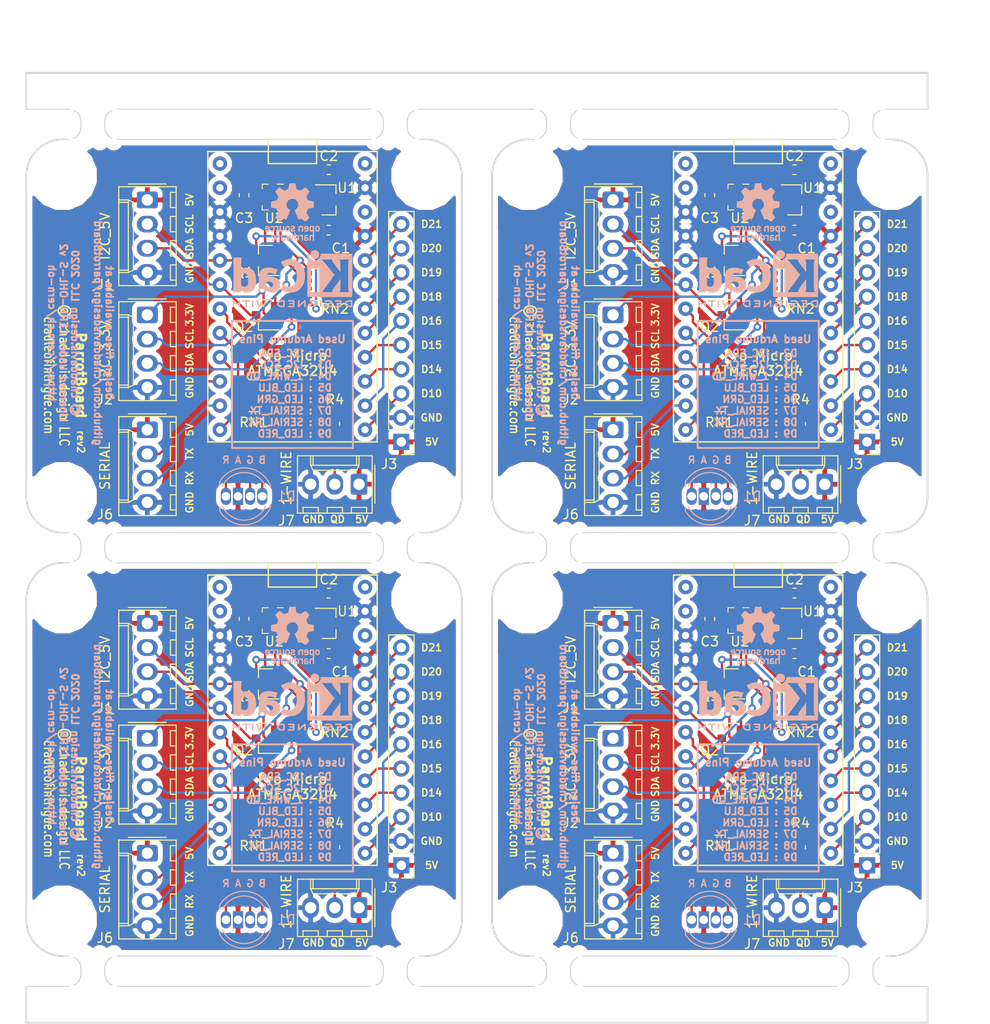
<source format=kicad_pcb>
(kicad_pcb (version 20171130) (host pcbnew 5.0.2-bee76a0~70~ubuntu18.04.1)
  (layers (0 F.Cu signal) (31 B.Cu signal) (34 B.Paste user) (35 F.Paste user) (36 B.SilkS user) (37 F.SilkS user) (38 B.Mask user) (39 F.Mask user) (44 Edge.Cuts user))
  (net 0 "")
  (net 1 +5V)
  (net 2 "Net-(D1-Pad2)")
  (net 3 "Net-(D1-Pad3)")
  (net 4 "Net-(D1-Pad4)")
  (net 5 GND)
  (net 6 D0)
  (net 7 D1)
  (net 8 D10)
  (net 9 D14)
  (net 10 D15)
  (net 11 D16)
  (net 12 D18)
  (net 13 D19)
  (net 14 D20)
  (net 15 D21)
  (net 16 TX)
  (net 17 RX)
  (net 18 OneWire1_QD)
  (net 19 "Net-(MOD1-Pad8)")
  (net 20 "Net-(MOD1-Pad9)")
  (net 21 "Net-(MOD1-Pad12)")
  (net 22 "Net-(MOD1-Pad13)")
  (net 23 RST)
  (net 24 +3V3)
  (net 25 I2C_5V_SCL)
  (net 26 I2C_5V_SDA)
  (net 27 I2C_3.3V_SCL)
  (net 28 "Net-(RN1-Pad4)")
  (net 29 "Net-(RN1-Pad5)")
  (net 30 I2C_3.3V_SDA)
  (module MountingHole:MountingHole_3.2mm_M3 (layer F.Cu) (at 19.685 86.36)
    (fp_text reference "")
    (fp_text value MountingHole_3.2mm_M3)
    (pad 1 np_thru_hole circle (at 0 0) (size 3.2 3.2) (drill 3.2) (layers *.Cu *.Mask))
  )
  (module parrotBoard:LOGO (layer F.Cu) (at 19.915 95.65 270)
    (fp_text reference G*** hide)
    (fp_text value LOGO hide)
    (fp_poly (pts (xy 3.005667 3.005667) (xy -3.005666 3.005667) (xy -3.005666 1.625372) (xy -2.751666 1.625372) (xy -2.751666 2.751667) (xy -1.83829 2.751667) (xy -1.402765 2.751667) (xy 0.023468 2.751667) (xy 0.408234 2.751466) (xy 0.716358 2.750574) (xy 0.955865 2.748556) (xy 1.134779 2.74498) (xy 1.261125 2.739411) (xy 1.342928 2.731416) (xy 1.388211 2.720561) (xy 1.405 2.706412) (xy 1.401318 2.688535) (xy 1.393948 2.677584) (xy 1.180691 2.43555) (xy 0.93748 2.22748) (xy 0.740834 2.102822) (xy 0.619763 2.042198) (xy 0.51774 2.003298) (xy 0.409713 1.981318) (xy 0.270634 1.971454) (xy 0.075453 1.968902) (xy 0.042334 1.968855) (xy -0.16975 1.971162) (xy -0.322702 1.981247) (xy -0.441977 2.003258) (xy -0.553033 2.041344) (xy -0.64008 2.080055) (xy -0.882818 2.221683) (xy -1.112828 2.405365) (xy -1.297107 2.604229) (xy -1.316968 2.631176) (xy -1.402765 2.751667) (xy -1.83829 2.751667) (xy -1.658993 2.478955) (xy -1.404354 2.161421) (xy -1.102866 1.905712) (xy -0.960424 1.826471) (xy 1.104316 1.826471) (xy 1.107739 1.853201) (xy 1.167092 1.910459) (xy 1.258771 1.98478) (xy 1.51137 2.219228) (xy 1.715634 2.479129) (xy 1.794454 2.614084) (xy 1.83929 2.691166) (xy 1.890161 2.732284) (xy 1.973274 2.748699) (xy 2.114708 2.751667) (xy 2.364575 2.751667) (xy 2.393633 2.519092) (xy 2.406188 2.272311) (xy 2.382377 1.997528) (xy 2.323737 1.686602) (xy 2.279404 1.489371) (xy 2.053458 1.592812) (xy 1.883213 1.65854) (xy 1.674343 1.721794) (xy 1.457808 1.774805) (xy 1.26457 1.809802) (xy 1.149782 1.819598) (xy 1.104316 1.826471) (xy -0.960424 1.826471) (xy -0.764676 1.717577) (xy -0.399933 1.602765) (xy -0.048722 1.566836) (xy 0.177723 1.566334) (xy -0.076042 1.375575) (xy -0.202763 1.274483) (xy -0.301357 1.184985) (xy -0.352508 1.124776) (xy -0.354498 1.120473) (xy -0.380763 1.087649) (xy -0.432732 1.096634) (xy -0.530402 1.151631) (xy -0.544351 1.160391) (xy -0.844607 1.320362) (xy -1.191394 1.456577) (xy -1.561 1.56308) (xy -1.929711 1.63392) (xy -2.273815 1.663144) (xy -2.50825 1.653408) (xy -2.751666 1.625372) (xy -3.005666 1.625372) (xy -3.005666 1.235568) (xy -2.666603 1.235568) (xy -2.626654 1.260919) (xy -2.514168 1.282983) (xy -2.341262 1.299785) (xy -2.236807 1.305559) (xy -2.118592 1.300775) (xy -1.951802 1.281849) (xy -1.770571 1.25274) (xy -1.753202 1.249466) (xy -1.565168 1.202699) (xy -1.353932 1.133144) (xy -1.14059 1.049687) (xy -0.946237 0.96121) (xy -0.791967 0.876599) (xy -0.741488 0.83782) (xy -0.125887 0.83782) (xy 0.040982 0.988577) (xy 0.34159 1.207691) (xy 0.672645 1.35491) (xy 1.021563 1.427165) (xy 1.37576 1.421385) (xy 1.611567 1.371797) (xy 1.769819 1.317268) (xy 1.823768 1.293928) (xy 2.605144 1.293928) (xy 2.628524 1.389038) (xy 2.646178 1.440311) (xy 2.685377 1.568657) (xy 2.707509 1.674572) (xy 2.709334 1.698656) (xy 2.718771 1.764614) (xy 2.7305 1.778) (xy 2.739998 1.738885) (xy 2.74729 1.634394) (xy 2.751259 1.483814) (xy 2.751667 1.412458) (xy 2.751667 1.046915) (xy 2.667345 1.154113) (xy 2.617198 1.227616) (xy 2.605144 1.293928) (xy 1.823768 1.293928) (xy 1.917492 1.253381) (xy 1.978398 1.220601) (xy 2.115297 1.136942) (xy 2.031161 0.972021) (xy 1.94394 0.83666) (xy 1.809652 0.66899) (xy 1.647385 0.48954) (xy 1.476229 0.31884) (xy 1.315272 0.177419) (xy 1.239349 0.120474) (xy 1.089747 0.028129) (xy 0.913933 -0.065886) (xy 0.825942 -0.107434) (xy 0.595958 -0.209143) (xy 0.444189 0.079673) (xy 0.333711 0.265625) (xy 0.197818 0.460997) (xy 0.083266 0.603155) (xy -0.125887 0.83782) (xy -0.741488 0.83782) (xy -0.699876 0.805854) (xy -0.667025 0.757615) (xy -0.661264 0.697916) (xy -0.684238 0.602302) (xy -0.720905 0.493482) (xy -0.775376 0.305022) (xy -0.818676 0.096633) (xy -0.832297 -0.001123) (xy -0.851518 -0.134622) (xy -0.856907 -0.15585) (xy -0.465666 -0.15585) (xy -0.452743 -0.004718) (xy -0.419939 0.171446) (xy -0.398665 0.252584) (xy -0.331664 0.478203) (xy -0.210449 0.355518) (xy -0.124316 0.25343) (xy -0.021592 0.110656) (xy 0.062179 -0.020275) (xy 0.139537 -0.156941) (xy 0.170136 -0.246454) (xy 0.145453 -0.299024) (xy 0.056967 -0.324862) (xy -0.103845 -0.334179) (xy -0.201083 -0.335691) (xy -0.465666 -0.338666) (xy -0.465666 -0.15585) (xy -0.856907 -0.15585) (xy -0.874784 -0.226264) (xy -0.893442 -0.254) (xy -0.980978 -0.234907) (xy -1.120061 -0.184184) (xy -1.288421 -0.111666) (xy -1.463788 -0.027187) (xy -1.623891 0.059419) (xy -1.68023 0.093435) (xy -1.924865 0.276025) (xy -2.170234 0.508806) (xy -2.389071 0.763433) (xy -2.540965 0.988134) (xy -2.608009 1.109461) (xy -2.653616 1.20046) (xy -2.666603 1.235568) (xy -3.005666 1.235568) (xy -3.005666 -1.72738) (xy -2.751667 -1.72738) (xy -2.751667 -0.567357) (xy -2.751231 -0.263873) (xy -2.750002 0.00997) (xy -2.748095 0.243343) (xy -2.745628 0.425421) (xy -2.742716 0.545376) (xy -2.739476 0.592382) (xy -2.739199 0.592667) (xy -2.70921 0.561816) (xy -2.643348 0.481362) (xy -2.565354 0.381055) (xy -2.388192 0.185226) (xy -2.157539 -0.016969) (xy -1.895766 -0.209972) (xy -1.625244 -0.378223) (xy -1.368343 -0.506164) (xy -1.2065 -0.563995) (xy -1.112407 -0.589415) (xy -1.021095 -0.613432) (xy 0.729034 -0.613432) (xy 0.747425 -0.563604) (xy 0.815138 -0.52266) (xy 0.914043 -0.483103) (xy 1.189651 -0.349877) (xy 1.478467 -0.162034) (xy 1.759689 0.062935) (xy 2.012515 0.307536) (xy 2.216142 0.554278) (xy 2.296913 0.679776) (xy 2.358321 0.779384) (xy 2.403776 0.838922) (xy 2.414639 0.846341) (xy 2.4464 0.813153) (xy 2.50761 0.725888) (xy 2.583972 0.605129) (xy 2.646761 0.49792) (xy 2.689027 0.407866) (xy 2.715467 0.313325) (xy 2.730781 0.192656) (xy 2.739666 0.024217) (xy 2.744608 -0.134785) (xy 2.749374 -0.353396) (xy 2.747163 -0.509731) (xy 2.735055 -0.626083) (xy 2.710126 -0.724748) (xy 2.669454 -0.828017) (xy 2.647262 -0.877497) (xy 2.480129 -1.153784) (xy 2.249397 -1.405569) (xy 1.976084 -1.611216) (xy 1.883834 -1.663344) (xy 1.756874 -1.725688) (xy 1.648845 -1.764826) (xy 1.532515 -1.786212) (xy 1.380653 -1.795301) (xy 1.214563 -1.797385) (xy 0.799292 -1.799166) (xy 0.787006 -1.312333) (xy 0.779286 -1.10366) (xy 0.767847 -0.913837) (xy 0.754353 -0.766207) (xy 0.742928 -0.693047) (xy 0.729034 -0.613432) (xy -1.021095 -0.613432) (xy -0.98179 -0.62377) (xy -0.941916 -0.634112) (xy -0.816893 -0.679523) (xy -0.765022 -0.735493) (xy -0.762473 -0.753529) (xy -0.380603 -0.753529) (xy -0.342458 -0.735202) (xy -0.243263 -0.718211) (xy -0.137583 -0.708617) (xy 0.018842 -0.69863) (xy 0.157178 -0.689509) (xy 0.217721 -0.685338) (xy 0.322162 -0.705988) (xy 0.360288 -0.751416) (xy 0.375646 -0.824134) (xy 0.391801 -0.958906) (xy 0.406334 -1.13318) (xy 0.413034 -1.242888) (xy 0.4351 -1.660276) (xy 0.338442 -1.608546) (xy 0.191099 -1.505885) (xy 0.027421 -1.355081) (xy -0.127547 -1.181857) (xy -0.248758 -1.011934) (xy -0.258297 -0.995698) (xy -0.324362 -0.875882) (xy -0.368796 -0.786418) (xy -0.380603 -0.753529) (xy -0.762473 -0.753529) (xy -0.762 -0.75687) (xy -0.743848 -0.831416) (xy -0.696183 -0.954519) (xy -0.629195 -1.099955) (xy -0.626944 -1.104488) (xy -0.493183 -1.323428) (xy -0.315931 -1.543958) (xy -0.117085 -1.7428) (xy 0.081455 -1.896677) (xy 0.162883 -1.944043) (xy 0.250281 -1.991369) (xy 0.301649 -2.036605) (xy 0.316976 -2.095965) (xy 0.296252 -2.185663) (xy 0.239465 -2.321911) (xy 0.16253 -2.487083) (xy 0.093079 -2.627536) (xy 0.039777 -2.707058) (xy -0.014151 -2.742719) (xy -0.085482 -2.751591) (xy -0.097485 -2.751666) (xy -0.184897 -2.741342) (xy -0.248663 -2.697312) (xy -0.31298 -2.599985) (xy -0.334963 -2.559424) (xy -0.495287 -2.329582) (xy -0.718939 -2.108899) (xy -0.984814 -1.91284) (xy -1.271808 -1.756869) (xy -1.558817 -1.656452) (xy -1.571187 -1.653535) (xy -1.785443 -1.621775) (xy -2.034639 -1.611478) (xy -2.283596 -1.622124) (xy -2.497138 -1.653196) (xy -2.554438 -1.668023) (xy -2.751667 -1.72738) (xy -3.005666 -1.72738) (xy -3.005666 -2.751666) (xy -2.751666 -2.751666) (xy -2.751666 -2.119229) (xy -2.550583 -2.055014) (xy -2.334497 -2.012763) (xy -2.04616 -2.001781) (xy -1.9685 -2.003647) (xy -1.761468 -2.015209) (xy -1.608084 -2.037816) (xy -1.477446 -2.078045) (xy -1.354666 -2.134305) (xy -1.236822 -2.205312) (xy -1.098689 -2.305333) (xy -0.957144 -2.419813) (xy -0.82906 -2.5342) (xy -0.731313 -2.633939) (xy -0.680777 -2.704477) (xy -0.677333 -2.71847) (xy -0.717757 -2.727632) (xy -0.831396 -2.735825) (xy -1.006799 -2.742683) (xy -1.232517 -2.74784) (xy -1.4971 -2.750928) (xy -1.7145 -2.751666) (xy -2.751666 -2.751666) (xy -3.005666 -2.751666) (xy -3.005666 -2.751667) (xy 0.47594 -2.751667) (xy 0.585041 -2.465916) (xy 0.694142 -2.180166) (xy 1.183154 -2.180166) (xy 1.396876 -2.178964) (xy 1.550383 -2.17228) (xy 1.668121 -2.155506) (xy 1.774539 -2.124028) (xy 1.894082 -2.073235) (xy 1.989667 -2.028031) (xy 2.175452 -1.926516) (xy 2.363013 -1.803811) (xy 2.513143 -1.685667) (xy 2.518834 -1.680461) (xy 2.62624 -1.582387) (xy 2.705924 -1.511686) (xy 2.740951 -1.483379) (xy 2.741084 -1.483347) (xy 2.744766 -1.522634) (xy 2.747891 -1.632005) (xy 2.750215 -1.796877) (xy 2.751495 -2.00267) (xy 2.751667 -2.116666) (xy 2.751667 -2.751666) (xy 1.613804 -2.751667) (xy 0.47594 -2.751667) (xy -3.005666 -2.751667) (xy -3.005666 -3.005666) (xy 3.005667 -3.005666) (xy 3.005667 3.005667)) (layer F.Cu) (width 0.01))
  )
  (module MountingHole:MountingHole_3.2mm_M3 (layer F.Cu) (at 19.685 120.015)
    (fp_text reference "")
    (fp_text value MountingHole_3.2mm_M3)
    (pad 1 np_thru_hole circle (at 0 0) (size 3.2 3.2) (drill 3.2) (layers *.Cu *.Mask))
  )
  (module MountingHole:MountingHole_3.2mm_M3 (layer F.Cu) (at 57.785 120.015)
    (fp_text reference "")
    (fp_text value MountingHole_3.2mm_M3)
    (pad 1 np_thru_hole circle (at 0 0) (size 3.2 3.2) (drill 3.2) (layers *.Cu *.Mask))
  )
  (module parrotBoard:ProMicro (layer F.Cu) (at 43.815 99.06)
    (fp_text reference "" (at -4.445 16.51) (layer F.SilkS))
    (fp_text value proMicro)
    (pad 1 thru_hole circle (at -7.62 -13.97) (size 1.524 1.524) (drill 0.762) (layers *.Cu *.Mask) (net 7 D1))
    (pad 2 thru_hole circle (at -7.62 -11.43) (size 1.524 1.524) (drill 0.762) (layers *.Cu *.Mask) (net 6 D0))
    (pad 3 thru_hole circle (at -7.62 -8.89) (size 1.524 1.524) (drill 0.762) (layers *.Cu *.Mask) (net 5 GND))
    (pad 4 thru_hole circle (at -7.62 -6.35) (size 1.524 1.524) (drill 0.762) (layers *.Cu *.Mask) (net 5 GND))
    (pad 5 thru_hole circle (at -7.62 -3.81) (size 1.524 1.524) (drill 0.762) (layers *.Cu *.Mask) (net 26 I2C_5V_SDA))
    (pad 6 thru_hole circle (at -7.62 -1.27) (size 1.524 1.524) (drill 0.762) (layers *.Cu *.Mask) (net 25 I2C_5V_SCL))
    (pad 7 thru_hole circle (at -7.62 1.27) (size 1.524 1.524) (drill 0.762) (layers *.Cu *.Mask) (net 18 OneWire1_QD))
    (pad 8 thru_hole circle (at -7.62 3.81) (size 1.524 1.524) (drill 0.762) (layers *.Cu *.Mask) (net 19 "Net-(MOD1-Pad8)"))
    (pad 9 thru_hole circle (at -7.62 6.35) (size 1.524 1.524) (drill 0.762) (layers *.Cu *.Mask) (net 20 "Net-(MOD1-Pad9)"))
    (pad 10 thru_hole circle (at -7.62 8.89) (size 1.524 1.524) (drill 0.762) (layers *.Cu *.Mask) (net 16 TX))
    (pad 11 thru_hole circle (at -7.62 11.43) (size 1.524 1.524) (drill 0.762) (layers *.Cu *.Mask) (net 17 RX))
    (pad 12 thru_hole circle (at -7.62 13.97) (size 1.524 1.524) (drill 0.762) (layers *.Cu *.Mask) (net 21 "Net-(MOD1-Pad12)"))
    (pad 13 thru_hole circle (at 7.62 -13.97) (size 1.524 1.524) (drill 0.762) (layers *.Cu *.Mask) (net 22 "Net-(MOD1-Pad13)"))
    (pad 14 thru_hole circle (at 7.62 -11.43) (size 1.524 1.524) (drill 0.762) (layers *.Cu *.Mask) (net 5 GND))
    (pad 15 thru_hole circle (at 7.62 -8.89) (size 1.524 1.524) (drill 0.762) (layers *.Cu *.Mask) (net 23 RST))
    (pad 16 thru_hole circle (at 7.62 -6.35) (size 1.524 1.524) (drill 0.762) (layers *.Cu *.Mask) (net 1 +5V))
    (pad 17 thru_hole circle (at 7.62 -3.81) (size 1.524 1.524) (drill 0.762) (layers *.Cu *.Mask) (net 15 D21))
    (pad 18 thru_hole circle (at 7.62 -1.27) (size 1.524 1.524) (drill 0.762) (layers *.Cu *.Mask) (net 14 D20))
    (pad 19 thru_hole circle (at 7.62 1.27) (size 1.524 1.524) (drill 0.762) (layers *.Cu *.Mask) (net 13 D19))
    (pad 20 thru_hole circle (at 7.62 3.81) (size 1.524 1.524) (drill 0.762) (layers *.Cu *.Mask) (net 12 D18))
    (pad 21 thru_hole circle (at 7.62 6.35) (size 1.524 1.524) (drill 0.762) (layers *.Cu *.Mask) (net 10 D15))
    (pad 22 thru_hole circle (at 7.62 8.89) (size 1.524 1.524) (drill 0.762) (layers *.Cu *.Mask) (net 9 D14))
    (pad 23 thru_hole circle (at 7.62 11.43) (size 1.524 1.524) (drill 0.762) (layers *.Cu *.Mask) (net 11 D16))
    (pad 24 thru_hole circle (at 7.62 13.97) (size 1.524 1.524) (drill 0.762) (layers *.Cu *.Mask) (net 8 D10))
  )
  (module MountingHole:MountingHole_3.2mm_M3 (layer F.Cu) (at 57.785 86.36)
    (fp_text reference "")
    (fp_text value MountingHole_3.2mm_M3)
    (pad 1 np_thru_hole circle (at 0 0) (size 3.2 3.2) (drill 3.2) (layers *.Cu *.Mask))
  )
  (module Symbol:KiCad-Logo2_6mm_SilkScreen (layer B.Cu) (at 43.815 97.155 180)
    (fp_text reference REF** hide)
    (fp_text value KiCad-Logo2_6mm_SilkScreen hide)
  )
  (module Package_TO_SOT_SMD:SOT-23 (layer F.Cu) (at 47.625 88.9)
    (fp_text reference U1 (at 1.905 -1.27) (layer F.SilkS))
    (fp_text value 622K)
    (pad 3 smd rect (at 1 0) (size 0.9 0.8) (layers F.Cu F.Paste F.Mask) (net 5 GND))
    (pad 2 smd rect (at -1 0.95) (size 0.9 0.8) (layers F.Cu F.Paste F.Mask) (net 1 +5V))
    (pad 1 smd rect (at -1 -0.95) (size 0.9 0.8) (layers F.Cu F.Paste F.Mask) (net 24 +3V3))
  )
  (module Resistor_SMD:R_Array_Convex_4x0603 (layer F.Cu) (at 46.355 97.79)
    (fp_text reference RN2 (at 1.905 2.54) (layer F.SilkS))
    (fp_text value 10KΩ)
    (pad 1 smd rect (at -0.9 -1.2) (size 0.8 0.5) (layers F.Cu F.Paste F.Mask) (net 27 I2C_3.3V_SCL))
    (pad 3 smd rect (at -0.9 0.4) (size 0.8 0.4) (layers F.Cu F.Paste F.Mask) (net 25 I2C_5V_SCL))
    (pad 2 smd rect (at -0.9 -0.4) (size 0.8 0.4) (layers F.Cu F.Paste F.Mask) (net 30 I2C_3.3V_SDA))
    (pad 4 smd rect (at -0.9 1.2) (size 0.8 0.5) (layers F.Cu F.Paste F.Mask) (net 26 I2C_5V_SDA))
    (pad 7 smd rect (at 0.9 -0.4) (size 0.8 0.4) (layers F.Cu F.Paste F.Mask) (net 24 +3V3))
    (pad 8 smd rect (at 0.9 -1.2) (size 0.8 0.5) (layers F.Cu F.Paste F.Mask) (net 24 +3V3))
    (pad 6 smd rect (at 0.9 0.4) (size 0.8 0.4) (layers F.Cu F.Paste F.Mask) (net 1 +5V))
    (pad 5 smd rect (at 0.9 1.2) (size 0.8 0.5) (layers F.Cu F.Paste F.Mask) (net 1 +5V))
  )
  (module Connector_Molex:Molex_KK-254_AE-6410-04A_1x04_P2.54mm_Vertical (layer F.Cu) (at 77.47 100.965 270)
    (fp_text reference J2 (at 8.89 4.445) (layer F.SilkS))
    (fp_text value I2C_BUS_3.3V)
    (pad 4 thru_hole oval (at 7.62 0 270) (size 1.74 2.2) (drill 1.2) (layers *.Cu *.Mask) (net 5 GND))
    (pad 3 thru_hole oval (at 5.08 0 270) (size 1.74 2.2) (drill 1.2) (layers *.Cu *.Mask) (net 30 I2C_3.3V_SDA))
    (pad 2 thru_hole oval (at 2.54 0 270) (size 1.74 2.2) (drill 1.2) (layers *.Cu *.Mask) (net 27 I2C_3.3V_SCL))
    (pad 1 thru_hole roundrect (at 0 0 270) (size 1.74 2.2) (drill 1.2) (layers *.Cu *.Mask) (roundrect_rratio 0.143678) (net 24 +3V3))
  )
  (module Package_LGA:Bosch_LGA-8_2x2.5mm_P0.65mm_ClockwisePinNumbering (layer F.Cu) (at 90.64 88.605 270)
    (fp_text reference U2 (at 2.2 -0.165) (layer F.SilkS))
    (fp_text value BMP280)
    (pad 1 smd rect (at -0.975 -0.8) (size 0.5 0.35) (layers F.Cu F.Paste F.Mask) (net 5 GND))
    (pad 5 smd rect (at 0.975 0.8) (size 0.5 0.35) (layers F.Cu F.Paste F.Mask) (net 24 +3V3))
    (pad 6 smd rect (at 0.325 0.8) (size 0.5 0.35) (layers F.Cu F.Paste F.Mask) (net 24 +3V3))
    (pad 7 smd rect (at -0.325 0.8) (size 0.5 0.35) (layers F.Cu F.Paste F.Mask) (net 5 GND))
    (pad 4 smd rect (at 0.975 -0.8) (size 0.5 0.35) (layers F.Cu F.Paste F.Mask) (net 27 I2C_3.3V_SCL))
    (pad 3 smd rect (at 0.325 -0.8) (size 0.5 0.35) (layers F.Cu F.Paste F.Mask) (net 30 I2C_3.3V_SDA))
    (pad 2 smd rect (at -0.325 -0.8) (size 0.5 0.35) (layers F.Cu F.Paste F.Mask) (net 24 +3V3))
    (pad 8 smd rect (at -0.975 0.8) (size 0.5 0.35) (layers F.Cu F.Paste F.Mask) (net 24 +3V3))
  )
  (module Resistor_SMD:R_Array_Convex_4x0603 (layer F.Cu) (at 88.635 109.455 180)
    (fp_text reference RN1 (at 0 -2.8 180) (layer F.SilkS))
    (fp_text value 220Ω)
    (pad 1 smd rect (at -0.9 -1.2 180) (size 0.8 0.5) (layers F.Cu F.Paste F.Mask) (net 2 "Net-(D1-Pad2)"))
    (pad 3 smd rect (at -0.9 0.4 180) (size 0.8 0.4) (layers F.Cu F.Paste F.Mask) (net 4 "Net-(D1-Pad4)"))
    (pad 2 smd rect (at -0.9 -0.4 180) (size 0.8 0.4) (layers F.Cu F.Paste F.Mask) (net 3 "Net-(D1-Pad3)"))
    (pad 4 smd rect (at -0.9 1.2 180) (size 0.8 0.5) (layers F.Cu F.Paste F.Mask) (net 28 "Net-(RN1-Pad4)"))
    (pad 7 smd rect (at 0.9 -0.4 180) (size 0.8 0.4) (layers F.Cu F.Paste F.Mask) (net 20 "Net-(MOD1-Pad9)"))
    (pad 8 smd rect (at 0.9 -1.2 180) (size 0.8 0.5) (layers F.Cu F.Paste F.Mask) (net 21 "Net-(MOD1-Pad12)"))
    (pad 6 smd rect (at 0.9 0.4 180) (size 0.8 0.4) (layers F.Cu F.Paste F.Mask) (net 19 "Net-(MOD1-Pad8)"))
    (pad 5 smd rect (at 0.9 1.2 180) (size 0.8 0.5) (layers F.Cu F.Paste F.Mask) (net 29 "Net-(RN1-Pad5)"))
  )
  (module Resistor_SMD:R_0603_1608Metric (layer F.Cu) (at 97.155 112.395 90)
    (fp_text reference R4 (at 2.54 0 180) (layer F.SilkS))
    (fp_text value 4.7kΩ)
    (pad 1 smd roundrect (at -0.7875 0 90) (size 0.875 0.95) (layers F.Cu F.Paste F.Mask) (net 18 OneWire1_QD))
    (pad 2 smd roundrect (at 0.7875 0 90) (size 0.875 0.95) (layers F.Cu F.Paste F.Mask) (net 1 +5V))
  )
  (module Connector_Molex:Molex_KK-254_AE-6410-04A_1x04_P2.54mm_Vertical (layer F.Cu) (at 77.47 113.03 270)
    (fp_text reference J6 (at 8.89 4.445) (layer F.SilkS))
    (fp_text value "Serial Connector")
    (pad 1 thru_hole roundrect (at 0 0 270) (size 1.74 2.2) (drill 1.2) (layers *.Cu *.Mask) (roundrect_rratio 0.143678) (net 1 +5V))
    (pad 2 thru_hole oval (at 2.54 0 270) (size 1.74 2.2) (drill 1.2) (layers *.Cu *.Mask) (net 16 TX))
    (pad 3 thru_hole oval (at 5.08 0 270) (size 1.74 2.2) (drill 1.2) (layers *.Cu *.Mask) (net 17 RX))
    (pad 4 thru_hole oval (at 7.62 0 270) (size 1.74 2.2) (drill 1.2) (layers *.Cu *.Mask) (net 5 GND))
  )
  (module Capacitor_SMD:C_0603_1608Metric (layer F.Cu) (at 87.63 88.4175 270)
    (fp_text reference C3 (at 2.3875 0) (layer F.SilkS))
    (fp_text value 0.1uF)
    (pad 1 smd roundrect (at -0.7875 0 270) (size 0.875 0.95) (layers F.Cu F.Paste F.Mask) (net 5 GND))
    (pad 2 smd roundrect (at 0.7875 0 270) (size 0.875 0.95) (layers F.Cu F.Paste F.Mask) (net 24 +3V3))
  )
  (module Package_TO_SOT_SMD:SOT-23 (layer F.Cu) (at 89.9 100.965 180)
    (fp_text reference Q2 (at 2.27 -1.27 180) (layer F.SilkS))
    (fp_text value BSS138)
    (pad 3 smd rect (at 1 0 180) (size 0.9 0.8) (layers F.Cu F.Paste F.Mask) (net 25 I2C_5V_SCL))
    (pad 2 smd rect (at -1 0.95 180) (size 0.9 0.8) (layers F.Cu F.Paste F.Mask) (net 27 I2C_3.3V_SCL))
    (pad 1 smd rect (at -1 -0.95 180) (size 0.9 0.8) (layers F.Cu F.Paste F.Mask) (net 24 +3V3))
  )
  (module Capacitor_SMD:C_0603_1608Metric (layer F.Cu) (at 96.52 92.075)
    (fp_text reference C1 (at 1.27 1.905) (layer F.SilkS))
    (fp_text value 1uF)
    (pad 2 smd roundrect (at 0.7875 0) (size 0.875 0.95) (layers F.Cu F.Paste F.Mask) (net 5 GND))
    (pad 1 smd roundrect (at -0.7875 0) (size 0.875 0.95) (layers F.Cu F.Paste F.Mask) (net 1 +5V))
  )
  (module Capacitor_SMD:C_0603_1608Metric (layer F.Cu) (at 96.52 85.725)
    (fp_text reference C2 (at 0 -1.43) (layer F.SilkS))
    (fp_text value 1uF)
    (pad 1 smd roundrect (at -0.7875 0) (size 0.875 0.95) (layers F.Cu F.Paste F.Mask) (net 24 +3V3))
    (pad 2 smd roundrect (at 0.7875 0) (size 0.875 0.95) (layers F.Cu F.Paste F.Mask) (net 5 GND))
  )
  (module parrotBoard:LED_D5.0mm-4_RAGB (layer B.Cu) (at 36.83 120.015)
    (fp_text reference D1 (at 6.35 0) (layer B.SilkS) (effects (justify mirror)))
    (fp_text value LED_ARGB)
    (pad 4 thru_hole oval (at 3.81 0) (size 1.07 1.8) (drill 0.9) (layers *.Cu *.Mask) (net 4 "Net-(D1-Pad4)"))
    (pad 3 thru_hole oval (at 2.54 0) (size 1.07 1.8) (drill 0.9) (layers *.Cu *.Mask) (net 3 "Net-(D1-Pad3)"))
    (pad 2 thru_hole oval (at 0 0) (size 1.07 1.8) (drill 0.9) (layers *.Cu *.Mask) (net 2 "Net-(D1-Pad2)"))
    (pad 1 thru_hole rect (at 1.27 0) (size 1.07 1.8) (drill 0.9) (layers *.Cu *.Mask) (net 1 +5V))
  )
  (module Connector_Molex:Molex_KK-254_AE-6410-04A_1x04_P2.54mm_Vertical (layer F.Cu) (at 28.575 100.965 270)
    (fp_text reference J2 (at 8.89 4.445) (layer F.SilkS))
    (fp_text value I2C_BUS_3.3V)
    (pad 1 thru_hole roundrect (at 0 0 270) (size 1.74 2.2) (drill 1.2) (layers *.Cu *.Mask) (roundrect_rratio 0.143678) (net 24 +3V3))
    (pad 2 thru_hole oval (at 2.54 0 270) (size 1.74 2.2) (drill 1.2) (layers *.Cu *.Mask) (net 27 I2C_3.3V_SCL))
    (pad 3 thru_hole oval (at 5.08 0 270) (size 1.74 2.2) (drill 1.2) (layers *.Cu *.Mask) (net 30 I2C_3.3V_SDA))
    (pad 4 thru_hole oval (at 7.62 0 270) (size 1.74 2.2) (drill 1.2) (layers *.Cu *.Mask) (net 5 GND))
  )
  (module Connector_PinHeader_2.54mm:PinHeader_1x10_P2.54mm_Vertical (layer F.Cu) (at 55.245 114.3 180)
    (fp_text reference J3 (at 1.27 -2.33 180) (layer F.SilkS))
    (fp_text value "Expansion Pins")
    (pad 10 thru_hole oval (at 0 22.86 180) (size 1.7 1.7) (drill 1) (layers *.Cu *.Mask) (net 15 D21))
    (pad 9 thru_hole oval (at 0 20.32 180) (size 1.7 1.7) (drill 1) (layers *.Cu *.Mask) (net 14 D20))
    (pad 8 thru_hole oval (at 0 17.78 180) (size 1.7 1.7) (drill 1) (layers *.Cu *.Mask) (net 13 D19))
    (pad 7 thru_hole oval (at 0 15.24 180) (size 1.7 1.7) (drill 1) (layers *.Cu *.Mask) (net 12 D18))
    (pad 6 thru_hole oval (at 0 12.7 180) (size 1.7 1.7) (drill 1) (layers *.Cu *.Mask) (net 11 D16))
    (pad 5 thru_hole oval (at 0 10.16 180) (size 1.7 1.7) (drill 1) (layers *.Cu *.Mask) (net 10 D15))
    (pad 4 thru_hole oval (at 0 7.62 180) (size 1.7 1.7) (drill 1) (layers *.Cu *.Mask) (net 9 D14))
    (pad 3 thru_hole oval (at 0 5.08 180) (size 1.7 1.7) (drill 1) (layers *.Cu *.Mask) (net 8 D10))
    (pad 2 thru_hole oval (at 0 2.54 180) (size 1.7 1.7) (drill 1) (layers *.Cu *.Mask) (net 5 GND))
    (pad 1 thru_hole rect (at 0 0 180) (size 1.7 1.7) (drill 1) (layers *.Cu *.Mask) (net 1 +5V))
  )
  (module Connector_Molex:Molex_KK-254_AE-6410-03A_1x03_P2.54mm_Vertical (layer F.Cu) (at 50.8 118.745 180)
    (fp_text reference J7 (at 7.62 -3.81 180) (layer F.SilkS))
    (fp_text value "OneWire Bus")
    (pad 3 thru_hole oval (at 5.08 0 180) (size 1.74 2.2) (drill 1.2) (layers *.Cu *.Mask) (net 5 GND))
    (pad 2 thru_hole oval (at 2.54 0 180) (size 1.74 2.2) (drill 1.2) (layers *.Cu *.Mask) (net 18 OneWire1_QD))
    (pad 1 thru_hole roundrect (at 0 0 180) (size 1.74 2.2) (drill 1.2) (layers *.Cu *.Mask) (roundrect_rratio 0.143678) (net 1 +5V))
  )
  (module Package_TO_SOT_SMD:SOT-23 (layer F.Cu) (at 41.005 95.25 180)
    (fp_text reference Q1 (at 2.27 -1.27 180) (layer F.SilkS))
    (fp_text value BSS138)
    (pad 3 smd rect (at 1 0 180) (size 0.9 0.8) (layers F.Cu F.Paste F.Mask) (net 26 I2C_5V_SDA))
    (pad 2 smd rect (at -1 0.95 180) (size 0.9 0.8) (layers F.Cu F.Paste F.Mask) (net 30 I2C_3.3V_SDA))
    (pad 1 smd rect (at -1 -0.95 180) (size 0.9 0.8) (layers F.Cu F.Paste F.Mask) (net 24 +3V3))
  )
  (module Connector_Molex:Molex_KK-254_AE-6410-03A_1x03_P2.54mm_Vertical (layer F.Cu) (at 99.695 118.745 180)
    (fp_text reference J7 (at 7.62 -3.81 180) (layer F.SilkS))
    (fp_text value "OneWire Bus")
    (pad 1 thru_hole roundrect (at 0 0 180) (size 1.74 2.2) (drill 1.2) (layers *.Cu *.Mask) (roundrect_rratio 0.143678) (net 1 +5V))
    (pad 2 thru_hole oval (at 2.54 0 180) (size 1.74 2.2) (drill 1.2) (layers *.Cu *.Mask) (net 18 OneWire1_QD))
    (pad 3 thru_hole oval (at 5.08 0 180) (size 1.74 2.2) (drill 1.2) (layers *.Cu *.Mask) (net 5 GND))
  )
  (module Package_LGA:Bosch_LGA-8_2x2.5mm_P0.65mm_ClockwisePinNumbering (layer F.Cu) (at 41.745 88.605 270)
    (fp_text reference U2 (at 2.2 -0.165) (layer F.SilkS))
    (fp_text value BMP280)
    (pad 8 smd rect (at -0.975 0.8) (size 0.5 0.35) (layers F.Cu F.Paste F.Mask) (net 24 +3V3))
    (pad 2 smd rect (at -0.325 -0.8) (size 0.5 0.35) (layers F.Cu F.Paste F.Mask) (net 24 +3V3))
    (pad 3 smd rect (at 0.325 -0.8) (size 0.5 0.35) (layers F.Cu F.Paste F.Mask) (net 30 I2C_3.3V_SDA))
    (pad 4 smd rect (at 0.975 -0.8) (size 0.5 0.35) (layers F.Cu F.Paste F.Mask) (net 27 I2C_3.3V_SCL))
    (pad 7 smd rect (at -0.325 0.8) (size 0.5 0.35) (layers F.Cu F.Paste F.Mask) (net 5 GND))
    (pad 6 smd rect (at 0.325 0.8) (size 0.5 0.35) (layers F.Cu F.Paste F.Mask) (net 24 +3V3))
    (pad 5 smd rect (at 0.975 0.8) (size 0.5 0.35) (layers F.Cu F.Paste F.Mask) (net 24 +3V3))
    (pad 1 smd rect (at -0.975 -0.8) (size 0.5 0.35) (layers F.Cu F.Paste F.Mask) (net 5 GND))
  )
  (module Connector_Molex:Molex_KK-254_AE-6410-04A_1x04_P2.54mm_Vertical (layer F.Cu) (at 28.575 88.9 270)
    (fp_text reference J1 (at 8.89 4.445) (layer F.SilkS))
    (fp_text value I2C_BUS_5V)
    (pad 4 thru_hole oval (at 7.62 0 270) (size 1.74 2.2) (drill 1.2) (layers *.Cu *.Mask) (net 5 GND))
    (pad 3 thru_hole oval (at 5.08 0 270) (size 1.74 2.2) (drill 1.2) (layers *.Cu *.Mask) (net 26 I2C_5V_SDA))
    (pad 2 thru_hole oval (at 2.54 0 270) (size 1.74 2.2) (drill 1.2) (layers *.Cu *.Mask) (net 25 I2C_5V_SCL))
    (pad 1 thru_hole roundrect (at 0 0 270) (size 1.74 2.2) (drill 1.2) (layers *.Cu *.Mask) (roundrect_rratio 0.143678) (net 1 +5V))
  )
  (module Capacitor_SMD:C_0603_1608Metric (layer F.Cu) (at 47.625 92.075)
    (fp_text reference C1 (at 1.27 1.905) (layer F.SilkS))
    (fp_text value 1uF)
    (pad 1 smd roundrect (at -0.7875 0) (size 0.875 0.95) (layers F.Cu F.Paste F.Mask) (net 1 +5V))
    (pad 2 smd roundrect (at 0.7875 0) (size 0.875 0.95) (layers F.Cu F.Paste F.Mask) (net 5 GND))
  )
  (module Capacitor_SMD:C_0603_1608Metric (layer F.Cu) (at 47.625 85.725)
    (fp_text reference C2 (at 0 -1.43) (layer F.SilkS))
    (fp_text value 1uF)
    (pad 2 smd roundrect (at 0.7875 0) (size 0.875 0.95) (layers F.Cu F.Paste F.Mask) (net 5 GND))
    (pad 1 smd roundrect (at -0.7875 0) (size 0.875 0.95) (layers F.Cu F.Paste F.Mask) (net 24 +3V3))
  )
  (module Package_TO_SOT_SMD:SOT-23 (layer F.Cu) (at 89.9 95.25 180)
    (fp_text reference Q1 (at 2.27 -1.27 180) (layer F.SilkS))
    (fp_text value BSS138)
    (pad 1 smd rect (at -1 -0.95 180) (size 0.9 0.8) (layers F.Cu F.Paste F.Mask) (net 24 +3V3))
    (pad 2 smd rect (at -1 0.95 180) (size 0.9 0.8) (layers F.Cu F.Paste F.Mask) (net 30 I2C_3.3V_SDA))
    (pad 3 smd rect (at 1 0 180) (size 0.9 0.8) (layers F.Cu F.Paste F.Mask) (net 26 I2C_5V_SDA))
  )
  (module Resistor_SMD:R_Array_Convex_4x0603 (layer F.Cu) (at 39.74 109.455 180)
    (fp_text reference RN1 (at 0 -2.8 180) (layer F.SilkS))
    (fp_text value 220Ω)
    (pad 5 smd rect (at 0.9 1.2 180) (size 0.8 0.5) (layers F.Cu F.Paste F.Mask) (net 29 "Net-(RN1-Pad5)"))
    (pad 6 smd rect (at 0.9 0.4 180) (size 0.8 0.4) (layers F.Cu F.Paste F.Mask) (net 19 "Net-(MOD1-Pad8)"))
    (pad 8 smd rect (at 0.9 -1.2 180) (size 0.8 0.5) (layers F.Cu F.Paste F.Mask) (net 21 "Net-(MOD1-Pad12)"))
    (pad 7 smd rect (at 0.9 -0.4 180) (size 0.8 0.4) (layers F.Cu F.Paste F.Mask) (net 20 "Net-(MOD1-Pad9)"))
    (pad 4 smd rect (at -0.9 1.2 180) (size 0.8 0.5) (layers F.Cu F.Paste F.Mask) (net 28 "Net-(RN1-Pad4)"))
    (pad 2 smd rect (at -0.9 -0.4 180) (size 0.8 0.4) (layers F.Cu F.Paste F.Mask) (net 3 "Net-(D1-Pad3)"))
    (pad 3 smd rect (at -0.9 0.4 180) (size 0.8 0.4) (layers F.Cu F.Paste F.Mask) (net 4 "Net-(D1-Pad4)"))
    (pad 1 smd rect (at -0.9 -1.2 180) (size 0.8 0.5) (layers F.Cu F.Paste F.Mask) (net 2 "Net-(D1-Pad2)"))
  )
  (module Capacitor_SMD:C_0603_1608Metric (layer F.Cu) (at 38.735 88.4175 270)
    (fp_text reference C3 (at 2.3875 0) (layer F.SilkS))
    (fp_text value 0.1uF)
    (pad 2 smd roundrect (at 0.7875 0 270) (size 0.875 0.95) (layers F.Cu F.Paste F.Mask) (net 24 +3V3))
    (pad 1 smd roundrect (at -0.7875 0 270) (size 0.875 0.95) (layers F.Cu F.Paste F.Mask) (net 5 GND))
  )
  (module MountingHole:MountingHole_3.2mm_M3 (layer F.Cu) (at 68.58 86.36)
    (fp_text reference "")
    (fp_text value MountingHole_3.2mm_M3)
    (pad 1 np_thru_hole circle (at 0 0) (size 3.2 3.2) (drill 3.2) (layers *.Cu *.Mask))
  )
  (module parrotBoard:LOGO (layer F.Cu) (at 68.81 95.65 270)
    (fp_text reference G*** hide)
    (fp_text value LOGO hide)
    (fp_poly (pts (xy 3.005667 3.005667) (xy -3.005666 3.005667) (xy -3.005666 1.625372) (xy -2.751666 1.625372) (xy -2.751666 2.751667) (xy -1.83829 2.751667) (xy -1.402765 2.751667) (xy 0.023468 2.751667) (xy 0.408234 2.751466) (xy 0.716358 2.750574) (xy 0.955865 2.748556) (xy 1.134779 2.74498) (xy 1.261125 2.739411) (xy 1.342928 2.731416) (xy 1.388211 2.720561) (xy 1.405 2.706412) (xy 1.401318 2.688535) (xy 1.393948 2.677584) (xy 1.180691 2.43555) (xy 0.93748 2.22748) (xy 0.740834 2.102822) (xy 0.619763 2.042198) (xy 0.51774 2.003298) (xy 0.409713 1.981318) (xy 0.270634 1.971454) (xy 0.075453 1.968902) (xy 0.042334 1.968855) (xy -0.16975 1.971162) (xy -0.322702 1.981247) (xy -0.441977 2.003258) (xy -0.553033 2.041344) (xy -0.64008 2.080055) (xy -0.882818 2.221683) (xy -1.112828 2.405365) (xy -1.297107 2.604229) (xy -1.316968 2.631176) (xy -1.402765 2.751667) (xy -1.83829 2.751667) (xy -1.658993 2.478955) (xy -1.404354 2.161421) (xy -1.102866 1.905712) (xy -0.960424 1.826471) (xy 1.104316 1.826471) (xy 1.107739 1.853201) (xy 1.167092 1.910459) (xy 1.258771 1.98478) (xy 1.51137 2.219228) (xy 1.715634 2.479129) (xy 1.794454 2.614084) (xy 1.83929 2.691166) (xy 1.890161 2.732284) (xy 1.973274 2.748699) (xy 2.114708 2.751667) (xy 2.364575 2.751667) (xy 2.393633 2.519092) (xy 2.406188 2.272311) (xy 2.382377 1.997528) (xy 2.323737 1.686602) (xy 2.279404 1.489371) (xy 2.053458 1.592812) (xy 1.883213 1.65854) (xy 1.674343 1.721794) (xy 1.457808 1.774805) (xy 1.26457 1.809802) (xy 1.149782 1.819598) (xy 1.104316 1.826471) (xy -0.960424 1.826471) (xy -0.764676 1.717577) (xy -0.399933 1.602765) (xy -0.048722 1.566836) (xy 0.177723 1.566334) (xy -0.076042 1.375575) (xy -0.202763 1.274483) (xy -0.301357 1.184985) (xy -0.352508 1.124776) (xy -0.354498 1.120473) (xy -0.380763 1.087649) (xy -0.432732 1.096634) (xy -0.530402 1.151631) (xy -0.544351 1.160391) (xy -0.844607 1.320362) (xy -1.191394 1.456577) (xy -1.561 1.56308) (xy -1.929711 1.63392) (xy -2.273815 1.663144) (xy -2.50825 1.653408) (xy -2.751666 1.625372) (xy -3.005666 1.625372) (xy -3.005666 1.235568) (xy -2.666603 1.235568) (xy -2.626654 1.260919) (xy -2.514168 1.282983) (xy -2.341262 1.299785) (xy -2.236807 1.305559) (xy -2.118592 1.300775) (xy -1.951802 1.281849) (xy -1.770571 1.25274) (xy -1.753202 1.249466) (xy -1.565168 1.202699) (xy -1.353932 1.133144) (xy -1.14059 1.049687) (xy -0.946237 0.96121) (xy -0.791967 0.876599) (xy -0.741488 0.83782) (xy -0.125887 0.83782) (xy 0.040982 0.988577) (xy 0.34159 1.207691) (xy 0.672645 1.35491) (xy 1.021563 1.427165) (xy 1.37576 1.421385) (xy 1.611567 1.371797) (xy 1.769819 1.317268) (xy 1.823768 1.293928) (xy 2.605144 1.293928) (xy 2.628524 1.389038) (xy 2.646178 1.440311) (xy 2.685377 1.568657) (xy 2.707509 1.674572) (xy 2.709334 1.698656) (xy 2.718771 1.764614) (xy 2.7305 1.778) (xy 2.739998 1.738885) (xy 2.74729 1.634394) (xy 2.751259 1.483814) (xy 2.751667 1.412458) (xy 2.751667 1.046915) (xy 2.667345 1.154113) (xy 2.617198 1.227616) (xy 2.605144 1.293928) (xy 1.823768 1.293928) (xy 1.917492 1.253381) (xy 1.978398 1.220601) (xy 2.115297 1.136942) (xy 2.031161 0.972021) (xy 1.94394 0.83666) (xy 1.809652 0.66899) (xy 1.647385 0.48954) (xy 1.476229 0.31884) (xy 1.315272 0.177419) (xy 1.239349 0.120474) (xy 1.089747 0.028129) (xy 0.913933 -0.065886) (xy 0.825942 -0.107434) (xy 0.595958 -0.209143) (xy 0.444189 0.079673) (xy 0.333711 0.265625) (xy 0.197818 0.460997) (xy 0.083266 0.603155) (xy -0.125887 0.83782) (xy -0.741488 0.83782) (xy -0.699876 0.805854) (xy -0.667025 0.757615) (xy -0.661264 0.697916) (xy -0.684238 0.602302) (xy -0.720905 0.493482) (xy -0.775376 0.305022) (xy -0.818676 0.096633) (xy -0.832297 -0.001123) (xy -0.851518 -0.134622) (xy -0.856907 -0.15585) (xy -0.465666 -0.15585) (xy -0.452743 -0.004718) (xy -0.419939 0.171446) (xy -0.398665 0.252584) (xy -0.331664 0.478203) (xy -0.210449 0.355518) (xy -0.124316 0.25343) (xy -0.021592 0.110656) (xy 0.062179 -0.020275) (xy 0.139537 -0.156941) (xy 0.170136 -0.246454) (xy 0.145453 -0.299024) (xy 0.056967 -0.324862) (xy -0.103845 -0.334179) (xy -0.201083 -0.335691) (xy -0.465666 -0.338666) (xy -0.465666 -0.15585) (xy -0.856907 -0.15585) (xy -0.874784 -0.226264) (xy -0.893442 -0.254) (xy -0.980978 -0.234907) (xy -1.120061 -0.184184) (xy -1.288421 -0.111666) (xy -1.463788 -0.027187) (xy -1.623891 0.059419) (xy -1.68023 0.093435) (xy -1.924865 0.276025) (xy -2.170234 0.508806) (xy -2.389071 0.763433) (xy -2.540965 0.988134) (xy -2.608009 1.109461) (xy -2.653616 1.20046) (xy -2.666603 1.235568) (xy -3.005666 1.235568) (xy -3.005666 -1.72738) (xy -2.751667 -1.72738) (xy -2.751667 -0.567357) (xy -2.751231 -0.263873) (xy -2.750002 0.00997) (xy -2.748095 0.243343) (xy -2.745628 0.425421) (xy -2.742716 0.545376) (xy -2.739476 0.592382) (xy -2.739199 0.592667) (xy -2.70921 0.561816) (xy -2.643348 0.481362) (xy -2.565354 0.381055) (xy -2.388192 0.185226) (xy -2.157539 -0.016969) (xy -1.895766 -0.209972) (xy -1.625244 -0.378223) (xy -1.368343 -0.506164) (xy -1.2065 -0.563995) (xy -1.112407 -0.589415) (xy -1.021095 -0.613432) (xy 0.729034 -0.613432) (xy 0.747425 -0.563604) (xy 0.815138 -0.52266) (xy 0.914043 -0.483103) (xy 1.189651 -0.349877) (xy 1.478467 -0.162034) (xy 1.759689 0.062935) (xy 2.012515 0.307536) (xy 2.216142 0.554278) (xy 2.296913 0.679776) (xy 2.358321 0.779384) (xy 2.403776 0.838922) (xy 2.414639 0.846341) (xy 2.4464 0.813153) (xy 2.50761 0.725888) (xy 2.583972 0.605129) (xy 2.646761 0.49792) (xy 2.689027 0.407866) (xy 2.715467 0.313325) (xy 2.730781 0.192656) (xy 2.739666 0.024217) (xy 2.744608 -0.134785) (xy 2.749374 -0.353396) (xy 2.747163 -0.509731) (xy 2.735055 -0.626083) (xy 2.710126 -0.724748) (xy 2.669454 -0.828017) (xy 2.647262 -0.877497) (xy 2.480129 -1.153784) (xy 2.249397 -1.405569) (xy 1.976084 -1.611216) (xy 1.883834 -1.663344) (xy 1.756874 -1.725688) (xy 1.648845 -1.764826) (xy 1.532515 -1.786212) (xy 1.380653 -1.795301) (xy 1.214563 -1.797385) (xy 0.799292 -1.799166) (xy 0.787006 -1.312333) (xy 0.779286 -1.10366) (xy 0.767847 -0.913837) (xy 0.754353 -0.766207) (xy 0.742928 -0.693047) (xy 0.729034 -0.613432) (xy -1.021095 -0.613432) (xy -0.98179 -0.62377) (xy -0.941916 -0.634112) (xy -0.816893 -0.679523) (xy -0.765022 -0.735493) (xy -0.762473 -0.753529) (xy -0.380603 -0.753529) (xy -0.342458 -0.735202) (xy -0.243263 -0.718211) (xy -0.137583 -0.708617) (xy 0.018842 -0.69863) (xy 0.157178 -0.689509) (xy 0.217721 -0.685338) (xy 0.322162 -0.705988) (xy 0.360288 -0.751416) (xy 0.375646 -0.824134) (xy 0.391801 -0.958906) (xy 0.406334 -1.13318) (xy 0.413034 -1.242888) (xy 0.4351 -1.660276) (xy 0.338442 -1.608546) (xy 0.191099 -1.505885) (xy 0.027421 -1.355081) (xy -0.127547 -1.181857) (xy -0.248758 -1.011934) (xy -0.258297 -0.995698) (xy -0.324362 -0.875882) (xy -0.368796 -0.786418) (xy -0.380603 -0.753529) (xy -0.762473 -0.753529) (xy -0.762 -0.75687) (xy -0.743848 -0.831416) (xy -0.696183 -0.954519) (xy -0.629195 -1.099955) (xy -0.626944 -1.104488) (xy -0.493183 -1.323428) (xy -0.315931 -1.543958) (xy -0.117085 -1.7428) (xy 0.081455 -1.896677) (xy 0.162883 -1.944043) (xy 0.250281 -1.991369) (xy 0.301649 -2.036605) (xy 0.316976 -2.095965) (xy 0.296252 -2.185663) (xy 0.239465 -2.321911) (xy 0.16253 -2.487083) (xy 0.093079 -2.627536) (xy 0.039777 -2.707058) (xy -0.014151 -2.742719) (xy -0.085482 -2.751591) (xy -0.097485 -2.751666) (xy -0.184897 -2.741342) (xy -0.248663 -2.697312) (xy -0.31298 -2.599985) (xy -0.334963 -2.559424) (xy -0.495287 -2.329582) (xy -0.718939 -2.108899) (xy -0.984814 -1.91284) (xy -1.271808 -1.756869) (xy -1.558817 -1.656452) (xy -1.571187 -1.653535) (xy -1.785443 -1.621775) (xy -2.034639 -1.611478) (xy -2.283596 -1.622124) (xy -2.497138 -1.653196) (xy -2.554438 -1.668023) (xy -2.751667 -1.72738) (xy -3.005666 -1.72738) (xy -3.005666 -2.751666) (xy -2.751666 -2.751666) (xy -2.751666 -2.119229) (xy -2.550583 -2.055014) (xy -2.334497 -2.012763) (xy -2.04616 -2.001781) (xy -1.9685 -2.003647) (xy -1.761468 -2.015209) (xy -1.608084 -2.037816) (xy -1.477446 -2.078045) (xy -1.354666 -2.134305) (xy -1.236822 -2.205312) (xy -1.098689 -2.305333) (xy -0.957144 -2.419813) (xy -0.82906 -2.5342) (xy -0.731313 -2.633939) (xy -0.680777 -2.704477) (xy -0.677333 -2.71847) (xy -0.717757 -2.727632) (xy -0.831396 -2.735825) (xy -1.006799 -2.742683) (xy -1.232517 -2.74784) (xy -1.4971 -2.750928) (xy -1.7145 -2.751666) (xy -2.751666 -2.751666) (xy -3.005666 -2.751666) (xy -3.005666 -2.751667) (xy 0.47594 -2.751667) (xy 0.585041 -2.465916) (xy 0.694142 -2.180166) (xy 1.183154 -2.180166) (xy 1.396876 -2.178964) (xy 1.550383 -2.17228) (xy 1.668121 -2.155506) (xy 1.774539 -2.124028) (xy 1.894082 -2.073235) (xy 1.989667 -2.028031) (xy 2.175452 -1.926516) (xy 2.363013 -1.803811) (xy 2.513143 -1.685667) (xy 2.518834 -1.680461) (xy 2.62624 -1.582387) (xy 2.705924 -1.511686) (xy 2.740951 -1.483379) (xy 2.741084 -1.483347) (xy 2.744766 -1.522634) (xy 2.747891 -1.632005) (xy 2.750215 -1.796877) (xy 2.751495 -2.00267) (xy 2.751667 -2.116666) (xy 2.751667 -2.751666) (xy 1.613804 -2.751667) (xy 0.47594 -2.751667) (xy -3.005666 -2.751667) (xy -3.005666 -3.005666) (xy 3.005667 -3.005666) (xy 3.005667 3.005667)) (layer F.Cu) (width 0.01))
  )
  (module MountingHole:MountingHole_3.2mm_M3 (layer F.Cu) (at 68.58 120.015)
    (fp_text reference "")
    (fp_text value MountingHole_3.2mm_M3)
    (pad 1 np_thru_hole circle (at 0 0) (size 3.2 3.2) (drill 3.2) (layers *.Cu *.Mask))
  )
  (module MountingHole:MountingHole_3.2mm_M3 (layer F.Cu) (at 106.68 120.015)
    (fp_text reference "")
    (fp_text value MountingHole_3.2mm_M3)
    (pad 1 np_thru_hole circle (at 0 0) (size 3.2 3.2) (drill 3.2) (layers *.Cu *.Mask))
  )
  (module parrotBoard:LED_D5.0mm-4_RAGB (layer B.Cu) (at 85.725 120.015)
    (fp_text reference D1 (at 6.35 0) (layer B.SilkS) (effects (justify mirror)))
    (fp_text value LED_ARGB)
    (pad 1 thru_hole rect (at 1.27 0) (size 1.07 1.8) (drill 0.9) (layers *.Cu *.Mask) (net 1 +5V))
    (pad 2 thru_hole oval (at 0 0) (size 1.07 1.8) (drill 0.9) (layers *.Cu *.Mask) (net 2 "Net-(D1-Pad2)"))
    (pad 3 thru_hole oval (at 2.54 0) (size 1.07 1.8) (drill 0.9) (layers *.Cu *.Mask) (net 3 "Net-(D1-Pad3)"))
    (pad 4 thru_hole oval (at 3.81 0) (size 1.07 1.8) (drill 0.9) (layers *.Cu *.Mask) (net 4 "Net-(D1-Pad4)"))
  )
  (module Package_TO_SOT_SMD:SOT-23 (layer F.Cu) (at 96.52 88.9)
    (fp_text reference U1 (at 1.905 -1.27) (layer F.SilkS))
    (fp_text value 622K)
    (pad 1 smd rect (at -1 -0.95) (size 0.9 0.8) (layers F.Cu F.Paste F.Mask) (net 24 +3V3))
    (pad 2 smd rect (at -1 0.95) (size 0.9 0.8) (layers F.Cu F.Paste F.Mask) (net 1 +5V))
    (pad 3 smd rect (at 1 0) (size 0.9 0.8) (layers F.Cu F.Paste F.Mask) (net 5 GND))
  )
  (module Resistor_SMD:R_Array_Convex_4x0603 (layer F.Cu) (at 95.25 97.79)
    (fp_text reference RN2 (at 1.905 2.54) (layer F.SilkS))
    (fp_text value 10KΩ)
    (pad 5 smd rect (at 0.9 1.2) (size 0.8 0.5) (layers F.Cu F.Paste F.Mask) (net 1 +5V))
    (pad 6 smd rect (at 0.9 0.4) (size 0.8 0.4) (layers F.Cu F.Paste F.Mask) (net 1 +5V))
    (pad 8 smd rect (at 0.9 -1.2) (size 0.8 0.5) (layers F.Cu F.Paste F.Mask) (net 24 +3V3))
    (pad 7 smd rect (at 0.9 -0.4) (size 0.8 0.4) (layers F.Cu F.Paste F.Mask) (net 24 +3V3))
    (pad 4 smd rect (at -0.9 1.2) (size 0.8 0.5) (layers F.Cu F.Paste F.Mask) (net 26 I2C_5V_SDA))
    (pad 2 smd rect (at -0.9 -0.4) (size 0.8 0.4) (layers F.Cu F.Paste F.Mask) (net 30 I2C_3.3V_SDA))
    (pad 3 smd rect (at -0.9 0.4) (size 0.8 0.4) (layers F.Cu F.Paste F.Mask) (net 25 I2C_5V_SCL))
    (pad 1 smd rect (at -0.9 -1.2) (size 0.8 0.5) (layers F.Cu F.Paste F.Mask) (net 27 I2C_3.3V_SCL))
  )
  (module parrotBoard:ProMicro (layer F.Cu) (at 92.71 99.06)
    (fp_text reference "" (at -4.445 16.51) (layer F.SilkS))
    (fp_text value proMicro)
    (pad 24 thru_hole circle (at 7.62 13.97) (size 1.524 1.524) (drill 0.762) (layers *.Cu *.Mask) (net 8 D10))
    (pad 23 thru_hole circle (at 7.62 11.43) (size 1.524 1.524) (drill 0.762) (layers *.Cu *.Mask) (net 11 D16))
    (pad 22 thru_hole circle (at 7.62 8.89) (size 1.524 1.524) (drill 0.762) (layers *.Cu *.Mask) (net 9 D14))
    (pad 21 thru_hole circle (at 7.62 6.35) (size 1.524 1.524) (drill 0.762) (layers *.Cu *.Mask) (net 10 D15))
    (pad 20 thru_hole circle (at 7.62 3.81) (size 1.524 1.524) (drill 0.762) (layers *.Cu *.Mask) (net 12 D18))
    (pad 19 thru_hole circle (at 7.62 1.27) (size 1.524 1.524) (drill 0.762) (layers *.Cu *.Mask) (net 13 D19))
    (pad 18 thru_hole circle (at 7.62 -1.27) (size 1.524 1.524) (drill 0.762) (layers *.Cu *.Mask) (net 14 D20))
    (pad 17 thru_hole circle (at 7.62 -3.81) (size 1.524 1.524) (drill 0.762) (layers *.Cu *.Mask) (net 15 D21))
    (pad 16 thru_hole circle (at 7.62 -6.35) (size 1.524 1.524) (drill 0.762) (layers *.Cu *.Mask) (net 1 +5V))
    (pad 15 thru_hole circle (at 7.62 -8.89) (size 1.524 1.524) (drill 0.762) (layers *.Cu *.Mask) (net 23 RST))
    (pad 14 thru_hole circle (at 7.62 -11.43) (size 1.524 1.524) (drill 0.762) (layers *.Cu *.Mask) (net 5 GND))
    (pad 13 thru_hole circle (at 7.62 -13.97) (size 1.524 1.524) (drill 0.762) (layers *.Cu *.Mask) (net 22 "Net-(MOD1-Pad13)"))
    (pad 12 thru_hole circle (at -7.62 13.97) (size 1.524 1.524) (drill 0.762) (layers *.Cu *.Mask) (net 21 "Net-(MOD1-Pad12)"))
    (pad 11 thru_hole circle (at -7.62 11.43) (size 1.524 1.524) (drill 0.762) (layers *.Cu *.Mask) (net 17 RX))
    (pad 10 thru_hole circle (at -7.62 8.89) (size 1.524 1.524) (drill 0.762) (layers *.Cu *.Mask) (net 16 TX))
    (pad 9 thru_hole circle (at -7.62 6.35) (size 1.524 1.524) (drill 0.762) (layers *.Cu *.Mask) (net 20 "Net-(MOD1-Pad9)"))
    (pad 8 thru_hole circle (at -7.62 3.81) (size 1.524 1.524) (drill 0.762) (layers *.Cu *.Mask) (net 19 "Net-(MOD1-Pad8)"))
    (pad 7 thru_hole circle (at -7.62 1.27) (size 1.524 1.524) (drill 0.762) (layers *.Cu *.Mask) (net 18 OneWire1_QD))
    (pad 6 thru_hole circle (at -7.62 -1.27) (size 1.524 1.524) (drill 0.762) (layers *.Cu *.Mask) (net 25 I2C_5V_SCL))
    (pad 5 thru_hole circle (at -7.62 -3.81) (size 1.524 1.524) (drill 0.762) (layers *.Cu *.Mask) (net 26 I2C_5V_SDA))
    (pad 4 thru_hole circle (at -7.62 -6.35) (size 1.524 1.524) (drill 0.762) (layers *.Cu *.Mask) (net 5 GND))
    (pad 3 thru_hole circle (at -7.62 -8.89) (size 1.524 1.524) (drill 0.762) (layers *.Cu *.Mask) (net 5 GND))
    (pad 2 thru_hole circle (at -7.62 -11.43) (size 1.524 1.524) (drill 0.762) (layers *.Cu *.Mask) (net 6 D0))
    (pad 1 thru_hole circle (at -7.62 -13.97) (size 1.524 1.524) (drill 0.762) (layers *.Cu *.Mask) (net 7 D1))
  )
  (module MountingHole:MountingHole_3.2mm_M3 (layer F.Cu) (at 106.68 86.36)
    (fp_text reference "")
    (fp_text value MountingHole_3.2mm_M3)
    (pad 1 np_thru_hole circle (at 0 0) (size 3.2 3.2) (drill 3.2) (layers *.Cu *.Mask))
  )
  (module Symbol:KiCad-Logo2_6mm_SilkScreen (layer B.Cu) (at 92.71 97.155 180)
    (fp_text reference REF** hide)
    (fp_text value KiCad-Logo2_6mm_SilkScreen hide)
  )
  (module Connector_Molex:Molex_KK-254_AE-6410-04A_1x04_P2.54mm_Vertical (layer F.Cu) (at 77.47 88.9 270)
    (fp_text reference J1 (at 8.89 4.445) (layer F.SilkS))
    (fp_text value I2C_BUS_5V)
    (pad 1 thru_hole roundrect (at 0 0 270) (size 1.74 2.2) (drill 1.2) (layers *.Cu *.Mask) (roundrect_rratio 0.143678) (net 1 +5V))
    (pad 2 thru_hole oval (at 2.54 0 270) (size 1.74 2.2) (drill 1.2) (layers *.Cu *.Mask) (net 25 I2C_5V_SCL))
    (pad 3 thru_hole oval (at 5.08 0 270) (size 1.74 2.2) (drill 1.2) (layers *.Cu *.Mask) (net 26 I2C_5V_SDA))
    (pad 4 thru_hole oval (at 7.62 0 270) (size 1.74 2.2) (drill 1.2) (layers *.Cu *.Mask) (net 5 GND))
  )
  (module Symbol:OSHW-Logo_5.7x6mm_SilkScreen (layer B.Cu) (at 92.71 90.17 180)
    (fp_text reference REF** hide)
    (fp_text value OSHW-Logo_5.7x6mm_SilkScreen hide)
  )
  (module Symbol:OSHW-Logo_5.7x6mm_SilkScreen (layer B.Cu) (at 43.815 90.17 180)
    (fp_text reference REF** hide)
    (fp_text value OSHW-Logo_5.7x6mm_SilkScreen hide)
  )
  (module Resistor_SMD:R_0603_1608Metric (layer F.Cu) (at 48.26 112.395 90)
    (fp_text reference R4 (at 2.54 0 180) (layer F.SilkS))
    (fp_text value 4.7kΩ)
    (pad 2 smd roundrect (at 0.7875 0 90) (size 0.875 0.95) (layers F.Cu F.Paste F.Mask) (net 1 +5V))
    (pad 1 smd roundrect (at -0.7875 0 90) (size 0.875 0.95) (layers F.Cu F.Paste F.Mask) (net 18 OneWire1_QD))
  )
  (module Package_TO_SOT_SMD:SOT-23 (layer F.Cu) (at 41.005 100.965 180)
    (fp_text reference Q2 (at 2.27 -1.27 180) (layer F.SilkS))
    (fp_text value BSS138)
    (pad 1 smd rect (at -1 -0.95 180) (size 0.9 0.8) (layers F.Cu F.Paste F.Mask) (net 24 +3V3))
    (pad 2 smd rect (at -1 0.95 180) (size 0.9 0.8) (layers F.Cu F.Paste F.Mask) (net 27 I2C_3.3V_SCL))
    (pad 3 smd rect (at 1 0 180) (size 0.9 0.8) (layers F.Cu F.Paste F.Mask) (net 25 I2C_5V_SCL))
  )
  (module Connector_PinHeader_2.54mm:PinHeader_1x10_P2.54mm_Vertical (layer F.Cu) (at 104.14 114.3 180)
    (fp_text reference J3 (at 1.27 -2.33 180) (layer F.SilkS))
    (fp_text value "Expansion Pins")
    (pad 1 thru_hole rect (at 0 0 180) (size 1.7 1.7) (drill 1) (layers *.Cu *.Mask) (net 1 +5V))
    (pad 2 thru_hole oval (at 0 2.54 180) (size 1.7 1.7) (drill 1) (layers *.Cu *.Mask) (net 5 GND))
    (pad 3 thru_hole oval (at 0 5.08 180) (size 1.7 1.7) (drill 1) (layers *.Cu *.Mask) (net 8 D10))
    (pad 4 thru_hole oval (at 0 7.62 180) (size 1.7 1.7) (drill 1) (layers *.Cu *.Mask) (net 9 D14))
    (pad 5 thru_hole oval (at 0 10.16 180) (size 1.7 1.7) (drill 1) (layers *.Cu *.Mask) (net 10 D15))
    (pad 6 thru_hole oval (at 0 12.7 180) (size 1.7 1.7) (drill 1) (layers *.Cu *.Mask) (net 11 D16))
    (pad 7 thru_hole oval (at 0 15.24 180) (size 1.7 1.7) (drill 1) (layers *.Cu *.Mask) (net 12 D18))
    (pad 8 thru_hole oval (at 0 17.78 180) (size 1.7 1.7) (drill 1) (layers *.Cu *.Mask) (net 13 D19))
    (pad 9 thru_hole oval (at 0 20.32 180) (size 1.7 1.7) (drill 1) (layers *.Cu *.Mask) (net 14 D20))
    (pad 10 thru_hole oval (at 0 22.86 180) (size 1.7 1.7) (drill 1) (layers *.Cu *.Mask) (net 15 D21))
  )
  (module Connector_Molex:Molex_KK-254_AE-6410-04A_1x04_P2.54mm_Vertical (layer F.Cu) (at 28.575 113.03 270)
    (fp_text reference J6 (at 8.89 4.445) (layer F.SilkS))
    (fp_text value "Serial Connector")
    (pad 4 thru_hole oval (at 7.62 0 270) (size 1.74 2.2) (drill 1.2) (layers *.Cu *.Mask) (net 5 GND))
    (pad 3 thru_hole oval (at 5.08 0 270) (size 1.74 2.2) (drill 1.2) (layers *.Cu *.Mask) (net 17 RX))
    (pad 2 thru_hole oval (at 2.54 0 270) (size 1.74 2.2) (drill 1.2) (layers *.Cu *.Mask) (net 16 TX))
    (pad 1 thru_hole roundrect (at 0 0 270) (size 1.74 2.2) (drill 1.2) (layers *.Cu *.Mask) (roundrect_rratio 0.143678) (net 1 +5V))
  )
  (module MountingHole:MountingHole_3.2mm_M3 (layer F.Cu) (at 68.58 41.91)
    (fp_text reference "")
    (fp_text value MountingHole_3.2mm_M3)
    (pad 1 np_thru_hole circle (at 0 0) (size 3.2 3.2) (drill 3.2) (layers *.Cu *.Mask))
  )
  (module parrotBoard:LOGO (layer F.Cu) (at 68.81 51.2 270)
    (fp_text reference G*** hide)
    (fp_text value LOGO hide)
    (fp_poly (pts (xy 3.005667 3.005667) (xy -3.005666 3.005667) (xy -3.005666 1.625372) (xy -2.751666 1.625372) (xy -2.751666 2.751667) (xy -1.83829 2.751667) (xy -1.402765 2.751667) (xy 0.023468 2.751667) (xy 0.408234 2.751466) (xy 0.716358 2.750574) (xy 0.955865 2.748556) (xy 1.134779 2.74498) (xy 1.261125 2.739411) (xy 1.342928 2.731416) (xy 1.388211 2.720561) (xy 1.405 2.706412) (xy 1.401318 2.688535) (xy 1.393948 2.677584) (xy 1.180691 2.43555) (xy 0.93748 2.22748) (xy 0.740834 2.102822) (xy 0.619763 2.042198) (xy 0.51774 2.003298) (xy 0.409713 1.981318) (xy 0.270634 1.971454) (xy 0.075453 1.968902) (xy 0.042334 1.968855) (xy -0.16975 1.971162) (xy -0.322702 1.981247) (xy -0.441977 2.003258) (xy -0.553033 2.041344) (xy -0.64008 2.080055) (xy -0.882818 2.221683) (xy -1.112828 2.405365) (xy -1.297107 2.604229) (xy -1.316968 2.631176) (xy -1.402765 2.751667) (xy -1.83829 2.751667) (xy -1.658993 2.478955) (xy -1.404354 2.161421) (xy -1.102866 1.905712) (xy -0.960424 1.826471) (xy 1.104316 1.826471) (xy 1.107739 1.853201) (xy 1.167092 1.910459) (xy 1.258771 1.98478) (xy 1.51137 2.219228) (xy 1.715634 2.479129) (xy 1.794454 2.614084) (xy 1.83929 2.691166) (xy 1.890161 2.732284) (xy 1.973274 2.748699) (xy 2.114708 2.751667) (xy 2.364575 2.751667) (xy 2.393633 2.519092) (xy 2.406188 2.272311) (xy 2.382377 1.997528) (xy 2.323737 1.686602) (xy 2.279404 1.489371) (xy 2.053458 1.592812) (xy 1.883213 1.65854) (xy 1.674343 1.721794) (xy 1.457808 1.774805) (xy 1.26457 1.809802) (xy 1.149782 1.819598) (xy 1.104316 1.826471) (xy -0.960424 1.826471) (xy -0.764676 1.717577) (xy -0.399933 1.602765) (xy -0.048722 1.566836) (xy 0.177723 1.566334) (xy -0.076042 1.375575) (xy -0.202763 1.274483) (xy -0.301357 1.184985) (xy -0.352508 1.124776) (xy -0.354498 1.120473) (xy -0.380763 1.087649) (xy -0.432732 1.096634) (xy -0.530402 1.151631) (xy -0.544351 1.160391) (xy -0.844607 1.320362) (xy -1.191394 1.456577) (xy -1.561 1.56308) (xy -1.929711 1.63392) (xy -2.273815 1.663144) (xy -2.50825 1.653408) (xy -2.751666 1.625372) (xy -3.005666 1.625372) (xy -3.005666 1.235568) (xy -2.666603 1.235568) (xy -2.626654 1.260919) (xy -2.514168 1.282983) (xy -2.341262 1.299785) (xy -2.236807 1.305559) (xy -2.118592 1.300775) (xy -1.951802 1.281849) (xy -1.770571 1.25274) (xy -1.753202 1.249466) (xy -1.565168 1.202699) (xy -1.353932 1.133144) (xy -1.14059 1.049687) (xy -0.946237 0.96121) (xy -0.791967 0.876599) (xy -0.741488 0.83782) (xy -0.125887 0.83782) (xy 0.040982 0.988577) (xy 0.34159 1.207691) (xy 0.672645 1.35491) (xy 1.021563 1.427165) (xy 1.37576 1.421385) (xy 1.611567 1.371797) (xy 1.769819 1.317268) (xy 1.823768 1.293928) (xy 2.605144 1.293928) (xy 2.628524 1.389038) (xy 2.646178 1.440311) (xy 2.685377 1.568657) (xy 2.707509 1.674572) (xy 2.709334 1.698656) (xy 2.718771 1.764614) (xy 2.7305 1.778) (xy 2.739998 1.738885) (xy 2.74729 1.634394) (xy 2.751259 1.483814) (xy 2.751667 1.412458) (xy 2.751667 1.046915) (xy 2.667345 1.154113) (xy 2.617198 1.227616) (xy 2.605144 1.293928) (xy 1.823768 1.293928) (xy 1.917492 1.253381) (xy 1.978398 1.220601) (xy 2.115297 1.136942) (xy 2.031161 0.972021) (xy 1.94394 0.83666) (xy 1.809652 0.66899) (xy 1.647385 0.48954) (xy 1.476229 0.31884) (xy 1.315272 0.177419) (xy 1.239349 0.120474) (xy 1.089747 0.028129) (xy 0.913933 -0.065886) (xy 0.825942 -0.107434) (xy 0.595958 -0.209143) (xy 0.444189 0.079673) (xy 0.333711 0.265625) (xy 0.197818 0.460997) (xy 0.083266 0.603155) (xy -0.125887 0.83782) (xy -0.741488 0.83782) (xy -0.699876 0.805854) (xy -0.667025 0.757615) (xy -0.661264 0.697916) (xy -0.684238 0.602302) (xy -0.720905 0.493482) (xy -0.775376 0.305022) (xy -0.818676 0.096633) (xy -0.832297 -0.001123) (xy -0.851518 -0.134622) (xy -0.856907 -0.15585) (xy -0.465666 -0.15585) (xy -0.452743 -0.004718) (xy -0.419939 0.171446) (xy -0.398665 0.252584) (xy -0.331664 0.478203) (xy -0.210449 0.355518) (xy -0.124316 0.25343) (xy -0.021592 0.110656) (xy 0.062179 -0.020275) (xy 0.139537 -0.156941) (xy 0.170136 -0.246454) (xy 0.145453 -0.299024) (xy 0.056967 -0.324862) (xy -0.103845 -0.334179) (xy -0.201083 -0.335691) (xy -0.465666 -0.338666) (xy -0.465666 -0.15585) (xy -0.856907 -0.15585) (xy -0.874784 -0.226264) (xy -0.893442 -0.254) (xy -0.980978 -0.234907) (xy -1.120061 -0.184184) (xy -1.288421 -0.111666) (xy -1.463788 -0.027187) (xy -1.623891 0.059419) (xy -1.68023 0.093435) (xy -1.924865 0.276025) (xy -2.170234 0.508806) (xy -2.389071 0.763433) (xy -2.540965 0.988134) (xy -2.608009 1.109461) (xy -2.653616 1.20046) (xy -2.666603 1.235568) (xy -3.005666 1.235568) (xy -3.005666 -1.72738) (xy -2.751667 -1.72738) (xy -2.751667 -0.567357) (xy -2.751231 -0.263873) (xy -2.750002 0.00997) (xy -2.748095 0.243343) (xy -2.745628 0.425421) (xy -2.742716 0.545376) (xy -2.739476 0.592382) (xy -2.739199 0.592667) (xy -2.70921 0.561816) (xy -2.643348 0.481362) (xy -2.565354 0.381055) (xy -2.388192 0.185226) (xy -2.157539 -0.016969) (xy -1.895766 -0.209972) (xy -1.625244 -0.378223) (xy -1.368343 -0.506164) (xy -1.2065 -0.563995) (xy -1.112407 -0.589415) (xy -1.021095 -0.613432) (xy 0.729034 -0.613432) (xy 0.747425 -0.563604) (xy 0.815138 -0.52266) (xy 0.914043 -0.483103) (xy 1.189651 -0.349877) (xy 1.478467 -0.162034) (xy 1.759689 0.062935) (xy 2.012515 0.307536) (xy 2.216142 0.554278) (xy 2.296913 0.679776) (xy 2.358321 0.779384) (xy 2.403776 0.838922) (xy 2.414639 0.846341) (xy 2.4464 0.813153) (xy 2.50761 0.725888) (xy 2.583972 0.605129) (xy 2.646761 0.49792) (xy 2.689027 0.407866) (xy 2.715467 0.313325) (xy 2.730781 0.192656) (xy 2.739666 0.024217) (xy 2.744608 -0.134785) (xy 2.749374 -0.353396) (xy 2.747163 -0.509731) (xy 2.735055 -0.626083) (xy 2.710126 -0.724748) (xy 2.669454 -0.828017) (xy 2.647262 -0.877497) (xy 2.480129 -1.153784) (xy 2.249397 -1.405569) (xy 1.976084 -1.611216) (xy 1.883834 -1.663344) (xy 1.756874 -1.725688) (xy 1.648845 -1.764826) (xy 1.532515 -1.786212) (xy 1.380653 -1.795301) (xy 1.214563 -1.797385) (xy 0.799292 -1.799166) (xy 0.787006 -1.312333) (xy 0.779286 -1.10366) (xy 0.767847 -0.913837) (xy 0.754353 -0.766207) (xy 0.742928 -0.693047) (xy 0.729034 -0.613432) (xy -1.021095 -0.613432) (xy -0.98179 -0.62377) (xy -0.941916 -0.634112) (xy -0.816893 -0.679523) (xy -0.765022 -0.735493) (xy -0.762473 -0.753529) (xy -0.380603 -0.753529) (xy -0.342458 -0.735202) (xy -0.243263 -0.718211) (xy -0.137583 -0.708617) (xy 0.018842 -0.69863) (xy 0.157178 -0.689509) (xy 0.217721 -0.685338) (xy 0.322162 -0.705988) (xy 0.360288 -0.751416) (xy 0.375646 -0.824134) (xy 0.391801 -0.958906) (xy 0.406334 -1.13318) (xy 0.413034 -1.242888) (xy 0.4351 -1.660276) (xy 0.338442 -1.608546) (xy 0.191099 -1.505885) (xy 0.027421 -1.355081) (xy -0.127547 -1.181857) (xy -0.248758 -1.011934) (xy -0.258297 -0.995698) (xy -0.324362 -0.875882) (xy -0.368796 -0.786418) (xy -0.380603 -0.753529) (xy -0.762473 -0.753529) (xy -0.762 -0.75687) (xy -0.743848 -0.831416) (xy -0.696183 -0.954519) (xy -0.629195 -1.099955) (xy -0.626944 -1.104488) (xy -0.493183 -1.323428) (xy -0.315931 -1.543958) (xy -0.117085 -1.7428) (xy 0.081455 -1.896677) (xy 0.162883 -1.944043) (xy 0.250281 -1.991369) (xy 0.301649 -2.036605) (xy 0.316976 -2.095965) (xy 0.296252 -2.185663) (xy 0.239465 -2.321911) (xy 0.16253 -2.487083) (xy 0.093079 -2.627536) (xy 0.039777 -2.707058) (xy -0.014151 -2.742719) (xy -0.085482 -2.751591) (xy -0.097485 -2.751666) (xy -0.184897 -2.741342) (xy -0.248663 -2.697312) (xy -0.31298 -2.599985) (xy -0.334963 -2.559424) (xy -0.495287 -2.329582) (xy -0.718939 -2.108899) (xy -0.984814 -1.91284) (xy -1.271808 -1.756869) (xy -1.558817 -1.656452) (xy -1.571187 -1.653535) (xy -1.785443 -1.621775) (xy -2.034639 -1.611478) (xy -2.283596 -1.622124) (xy -2.497138 -1.653196) (xy -2.554438 -1.668023) (xy -2.751667 -1.72738) (xy -3.005666 -1.72738) (xy -3.005666 -2.751666) (xy -2.751666 -2.751666) (xy -2.751666 -2.119229) (xy -2.550583 -2.055014) (xy -2.334497 -2.012763) (xy -2.04616 -2.001781) (xy -1.9685 -2.003647) (xy -1.761468 -2.015209) (xy -1.608084 -2.037816) (xy -1.477446 -2.078045) (xy -1.354666 -2.134305) (xy -1.236822 -2.205312) (xy -1.098689 -2.305333) (xy -0.957144 -2.419813) (xy -0.82906 -2.5342) (xy -0.731313 -2.633939) (xy -0.680777 -2.704477) (xy -0.677333 -2.71847) (xy -0.717757 -2.727632) (xy -0.831396 -2.735825) (xy -1.006799 -2.742683) (xy -1.232517 -2.74784) (xy -1.4971 -2.750928) (xy -1.7145 -2.751666) (xy -2.751666 -2.751666) (xy -3.005666 -2.751666) (xy -3.005666 -2.751667) (xy 0.47594 -2.751667) (xy 0.585041 -2.465916) (xy 0.694142 -2.180166) (xy 1.183154 -2.180166) (xy 1.396876 -2.178964) (xy 1.550383 -2.17228) (xy 1.668121 -2.155506) (xy 1.774539 -2.124028) (xy 1.894082 -2.073235) (xy 1.989667 -2.028031) (xy 2.175452 -1.926516) (xy 2.363013 -1.803811) (xy 2.513143 -1.685667) (xy 2.518834 -1.680461) (xy 2.62624 -1.582387) (xy 2.705924 -1.511686) (xy 2.740951 -1.483379) (xy 2.741084 -1.483347) (xy 2.744766 -1.522634) (xy 2.747891 -1.632005) (xy 2.750215 -1.796877) (xy 2.751495 -2.00267) (xy 2.751667 -2.116666) (xy 2.751667 -2.751666) (xy 1.613804 -2.751667) (xy 0.47594 -2.751667) (xy -3.005666 -2.751667) (xy -3.005666 -3.005666) (xy 3.005667 -3.005666) (xy 3.005667 3.005667)) (layer F.Cu) (width 0.01))
  )
  (module MountingHole:MountingHole_3.2mm_M3 (layer F.Cu) (at 68.58 75.565)
    (fp_text reference "")
    (fp_text value MountingHole_3.2mm_M3)
    (pad 1 np_thru_hole circle (at 0 0) (size 3.2 3.2) (drill 3.2) (layers *.Cu *.Mask))
  )
  (module MountingHole:MountingHole_3.2mm_M3 (layer F.Cu) (at 106.68 75.565)
    (fp_text reference "")
    (fp_text value MountingHole_3.2mm_M3)
    (pad 1 np_thru_hole circle (at 0 0) (size 3.2 3.2) (drill 3.2) (layers *.Cu *.Mask))
  )
  (module parrotBoard:ProMicro (layer F.Cu) (at 92.71 54.61)
    (fp_text reference "" (at -4.445 16.51) (layer F.SilkS))
    (fp_text value proMicro)
    (pad 1 thru_hole circle (at -7.62 -13.97) (size 1.524 1.524) (drill 0.762) (layers *.Cu *.Mask) (net 7 D1))
    (pad 2 thru_hole circle (at -7.62 -11.43) (size 1.524 1.524) (drill 0.762) (layers *.Cu *.Mask) (net 6 D0))
    (pad 3 thru_hole circle (at -7.62 -8.89) (size 1.524 1.524) (drill 0.762) (layers *.Cu *.Mask) (net 5 GND))
    (pad 4 thru_hole circle (at -7.62 -6.35) (size 1.524 1.524) (drill 0.762) (layers *.Cu *.Mask) (net 5 GND))
    (pad 5 thru_hole circle (at -7.62 -3.81) (size 1.524 1.524) (drill 0.762) (layers *.Cu *.Mask) (net 26 I2C_5V_SDA))
    (pad 6 thru_hole circle (at -7.62 -1.27) (size 1.524 1.524) (drill 0.762) (layers *.Cu *.Mask) (net 25 I2C_5V_SCL))
    (pad 7 thru_hole circle (at -7.62 1.27) (size 1.524 1.524) (drill 0.762) (layers *.Cu *.Mask) (net 18 OneWire1_QD))
    (pad 8 thru_hole circle (at -7.62 3.81) (size 1.524 1.524) (drill 0.762) (layers *.Cu *.Mask) (net 19 "Net-(MOD1-Pad8)"))
    (pad 9 thru_hole circle (at -7.62 6.35) (size 1.524 1.524) (drill 0.762) (layers *.Cu *.Mask) (net 20 "Net-(MOD1-Pad9)"))
    (pad 10 thru_hole circle (at -7.62 8.89) (size 1.524 1.524) (drill 0.762) (layers *.Cu *.Mask) (net 16 TX))
    (pad 11 thru_hole circle (at -7.62 11.43) (size 1.524 1.524) (drill 0.762) (layers *.Cu *.Mask) (net 17 RX))
    (pad 12 thru_hole circle (at -7.62 13.97) (size 1.524 1.524) (drill 0.762) (layers *.Cu *.Mask) (net 21 "Net-(MOD1-Pad12)"))
    (pad 13 thru_hole circle (at 7.62 -13.97) (size 1.524 1.524) (drill 0.762) (layers *.Cu *.Mask) (net 22 "Net-(MOD1-Pad13)"))
    (pad 14 thru_hole circle (at 7.62 -11.43) (size 1.524 1.524) (drill 0.762) (layers *.Cu *.Mask) (net 5 GND))
    (pad 15 thru_hole circle (at 7.62 -8.89) (size 1.524 1.524) (drill 0.762) (layers *.Cu *.Mask) (net 23 RST))
    (pad 16 thru_hole circle (at 7.62 -6.35) (size 1.524 1.524) (drill 0.762) (layers *.Cu *.Mask) (net 1 +5V))
    (pad 17 thru_hole circle (at 7.62 -3.81) (size 1.524 1.524) (drill 0.762) (layers *.Cu *.Mask) (net 15 D21))
    (pad 18 thru_hole circle (at 7.62 -1.27) (size 1.524 1.524) (drill 0.762) (layers *.Cu *.Mask) (net 14 D20))
    (pad 19 thru_hole circle (at 7.62 1.27) (size 1.524 1.524) (drill 0.762) (layers *.Cu *.Mask) (net 13 D19))
    (pad 20 thru_hole circle (at 7.62 3.81) (size 1.524 1.524) (drill 0.762) (layers *.Cu *.Mask) (net 12 D18))
    (pad 21 thru_hole circle (at 7.62 6.35) (size 1.524 1.524) (drill 0.762) (layers *.Cu *.Mask) (net 10 D15))
    (pad 22 thru_hole circle (at 7.62 8.89) (size 1.524 1.524) (drill 0.762) (layers *.Cu *.Mask) (net 9 D14))
    (pad 23 thru_hole circle (at 7.62 11.43) (size 1.524 1.524) (drill 0.762) (layers *.Cu *.Mask) (net 11 D16))
    (pad 24 thru_hole circle (at 7.62 13.97) (size 1.524 1.524) (drill 0.762) (layers *.Cu *.Mask) (net 8 D10))
  )
  (module MountingHole:MountingHole_3.2mm_M3 (layer F.Cu) (at 106.68 41.91)
    (fp_text reference "")
    (fp_text value MountingHole_3.2mm_M3)
    (pad 1 np_thru_hole circle (at 0 0) (size 3.2 3.2) (drill 3.2) (layers *.Cu *.Mask))
  )
  (module Symbol:KiCad-Logo2_6mm_SilkScreen (layer B.Cu) (at 92.71 52.705 180)
    (fp_text reference REF** hide)
    (fp_text value KiCad-Logo2_6mm_SilkScreen hide)
  )
  (module Package_TO_SOT_SMD:SOT-23 (layer F.Cu) (at 96.52 44.45)
    (fp_text reference U1 (at 1.905 -1.27) (layer F.SilkS))
    (fp_text value 622K)
    (pad 3 smd rect (at 1 0) (size 0.9 0.8) (layers F.Cu F.Paste F.Mask) (net 5 GND))
    (pad 2 smd rect (at -1 0.95) (size 0.9 0.8) (layers F.Cu F.Paste F.Mask) (net 1 +5V))
    (pad 1 smd rect (at -1 -0.95) (size 0.9 0.8) (layers F.Cu F.Paste F.Mask) (net 24 +3V3))
  )
  (module Resistor_SMD:R_Array_Convex_4x0603 (layer F.Cu) (at 95.25 53.34)
    (fp_text reference RN2 (at 1.905 2.54) (layer F.SilkS))
    (fp_text value 10KΩ)
    (pad 1 smd rect (at -0.9 -1.2) (size 0.8 0.5) (layers F.Cu F.Paste F.Mask) (net 27 I2C_3.3V_SCL))
    (pad 3 smd rect (at -0.9 0.4) (size 0.8 0.4) (layers F.Cu F.Paste F.Mask) (net 25 I2C_5V_SCL))
    (pad 2 smd rect (at -0.9 -0.4) (size 0.8 0.4) (layers F.Cu F.Paste F.Mask) (net 30 I2C_3.3V_SDA))
    (pad 4 smd rect (at -0.9 1.2) (size 0.8 0.5) (layers F.Cu F.Paste F.Mask) (net 26 I2C_5V_SDA))
    (pad 7 smd rect (at 0.9 -0.4) (size 0.8 0.4) (layers F.Cu F.Paste F.Mask) (net 24 +3V3))
    (pad 8 smd rect (at 0.9 -1.2) (size 0.8 0.5) (layers F.Cu F.Paste F.Mask) (net 24 +3V3))
    (pad 6 smd rect (at 0.9 0.4) (size 0.8 0.4) (layers F.Cu F.Paste F.Mask) (net 1 +5V))
    (pad 5 smd rect (at 0.9 1.2) (size 0.8 0.5) (layers F.Cu F.Paste F.Mask) (net 1 +5V))
  )
  (module parrotBoard:LED_D5.0mm-4_RAGB (layer B.Cu) (at 85.725 75.565)
    (fp_text reference D1 (at 6.35 0) (layer B.SilkS) (effects (justify mirror)))
    (fp_text value LED_ARGB)
    (pad 4 thru_hole oval (at 3.81 0) (size 1.07 1.8) (drill 0.9) (layers *.Cu *.Mask) (net 4 "Net-(D1-Pad4)"))
    (pad 3 thru_hole oval (at 2.54 0) (size 1.07 1.8) (drill 0.9) (layers *.Cu *.Mask) (net 3 "Net-(D1-Pad3)"))
    (pad 2 thru_hole oval (at 0 0) (size 1.07 1.8) (drill 0.9) (layers *.Cu *.Mask) (net 2 "Net-(D1-Pad2)"))
    (pad 1 thru_hole rect (at 1.27 0) (size 1.07 1.8) (drill 0.9) (layers *.Cu *.Mask) (net 1 +5V))
  )
  (module Connector_Molex:Molex_KK-254_AE-6410-04A_1x04_P2.54mm_Vertical (layer F.Cu) (at 77.47 56.515 270)
    (fp_text reference J2 (at 8.89 4.445) (layer F.SilkS))
    (fp_text value I2C_BUS_3.3V)
    (pad 1 thru_hole roundrect (at 0 0 270) (size 1.74 2.2) (drill 1.2) (layers *.Cu *.Mask) (roundrect_rratio 0.143678) (net 24 +3V3))
    (pad 2 thru_hole oval (at 2.54 0 270) (size 1.74 2.2) (drill 1.2) (layers *.Cu *.Mask) (net 27 I2C_3.3V_SCL))
    (pad 3 thru_hole oval (at 5.08 0 270) (size 1.74 2.2) (drill 1.2) (layers *.Cu *.Mask) (net 30 I2C_3.3V_SDA))
    (pad 4 thru_hole oval (at 7.62 0 270) (size 1.74 2.2) (drill 1.2) (layers *.Cu *.Mask) (net 5 GND))
  )
  (module Connector_PinHeader_2.54mm:PinHeader_1x10_P2.54mm_Vertical (layer F.Cu) (at 104.14 69.85 180)
    (fp_text reference J3 (at 1.27 -2.33 180) (layer F.SilkS))
    (fp_text value "Expansion Pins")
    (pad 10 thru_hole oval (at 0 22.86 180) (size 1.7 1.7) (drill 1) (layers *.Cu *.Mask) (net 15 D21))
    (pad 9 thru_hole oval (at 0 20.32 180) (size 1.7 1.7) (drill 1) (layers *.Cu *.Mask) (net 14 D20))
    (pad 8 thru_hole oval (at 0 17.78 180) (size 1.7 1.7) (drill 1) (layers *.Cu *.Mask) (net 13 D19))
    (pad 7 thru_hole oval (at 0 15.24 180) (size 1.7 1.7) (drill 1) (layers *.Cu *.Mask) (net 12 D18))
    (pad 6 thru_hole oval (at 0 12.7 180) (size 1.7 1.7) (drill 1) (layers *.Cu *.Mask) (net 11 D16))
    (pad 5 thru_hole oval (at 0 10.16 180) (size 1.7 1.7) (drill 1) (layers *.Cu *.Mask) (net 10 D15))
    (pad 4 thru_hole oval (at 0 7.62 180) (size 1.7 1.7) (drill 1) (layers *.Cu *.Mask) (net 9 D14))
    (pad 3 thru_hole oval (at 0 5.08 180) (size 1.7 1.7) (drill 1) (layers *.Cu *.Mask) (net 8 D10))
    (pad 2 thru_hole oval (at 0 2.54 180) (size 1.7 1.7) (drill 1) (layers *.Cu *.Mask) (net 5 GND))
    (pad 1 thru_hole rect (at 0 0 180) (size 1.7 1.7) (drill 1) (layers *.Cu *.Mask) (net 1 +5V))
  )
  (module Connector_Molex:Molex_KK-254_AE-6410-03A_1x03_P2.54mm_Vertical (layer F.Cu) (at 99.695 74.295 180)
    (fp_text reference J7 (at 7.62 -3.81 180) (layer F.SilkS))
    (fp_text value "OneWire Bus")
    (pad 3 thru_hole oval (at 5.08 0 180) (size 1.74 2.2) (drill 1.2) (layers *.Cu *.Mask) (net 5 GND))
    (pad 2 thru_hole oval (at 2.54 0 180) (size 1.74 2.2) (drill 1.2) (layers *.Cu *.Mask) (net 18 OneWire1_QD))
    (pad 1 thru_hole roundrect (at 0 0 180) (size 1.74 2.2) (drill 1.2) (layers *.Cu *.Mask) (roundrect_rratio 0.143678) (net 1 +5V))
  )
  (module Package_TO_SOT_SMD:SOT-23 (layer F.Cu) (at 89.9 50.8 180)
    (fp_text reference Q1 (at 2.27 -1.27 180) (layer F.SilkS))
    (fp_text value BSS138)
    (pad 3 smd rect (at 1 0 180) (size 0.9 0.8) (layers F.Cu F.Paste F.Mask) (net 26 I2C_5V_SDA))
    (pad 2 smd rect (at -1 0.95 180) (size 0.9 0.8) (layers F.Cu F.Paste F.Mask) (net 30 I2C_3.3V_SDA))
    (pad 1 smd rect (at -1 -0.95 180) (size 0.9 0.8) (layers F.Cu F.Paste F.Mask) (net 24 +3V3))
  )
  (module Package_LGA:Bosch_LGA-8_2x2.5mm_P0.65mm_ClockwisePinNumbering (layer F.Cu) (at 90.64 44.155 270)
    (fp_text reference U2 (at 2.2 -0.165) (layer F.SilkS))
    (fp_text value BMP280)
    (pad 8 smd rect (at -0.975 0.8) (size 0.5 0.35) (layers F.Cu F.Paste F.Mask) (net 24 +3V3))
    (pad 2 smd rect (at -0.325 -0.8) (size 0.5 0.35) (layers F.Cu F.Paste F.Mask) (net 24 +3V3))
    (pad 3 smd rect (at 0.325 -0.8) (size 0.5 0.35) (layers F.Cu F.Paste F.Mask) (net 30 I2C_3.3V_SDA))
    (pad 4 smd rect (at 0.975 -0.8) (size 0.5 0.35) (layers F.Cu F.Paste F.Mask) (net 27 I2C_3.3V_SCL))
    (pad 7 smd rect (at -0.325 0.8) (size 0.5 0.35) (layers F.Cu F.Paste F.Mask) (net 5 GND))
    (pad 6 smd rect (at 0.325 0.8) (size 0.5 0.35) (layers F.Cu F.Paste F.Mask) (net 24 +3V3))
    (pad 5 smd rect (at 0.975 0.8) (size 0.5 0.35) (layers F.Cu F.Paste F.Mask) (net 24 +3V3))
    (pad 1 smd rect (at -0.975 -0.8) (size 0.5 0.35) (layers F.Cu F.Paste F.Mask) (net 5 GND))
  )
  (module Connector_Molex:Molex_KK-254_AE-6410-04A_1x04_P2.54mm_Vertical (layer F.Cu) (at 77.47 44.45 270)
    (fp_text reference J1 (at 8.89 4.445) (layer F.SilkS))
    (fp_text value I2C_BUS_5V)
    (pad 4 thru_hole oval (at 7.62 0 270) (size 1.74 2.2) (drill 1.2) (layers *.Cu *.Mask) (net 5 GND))
    (pad 3 thru_hole oval (at 5.08 0 270) (size 1.74 2.2) (drill 1.2) (layers *.Cu *.Mask) (net 26 I2C_5V_SDA))
    (pad 2 thru_hole oval (at 2.54 0 270) (size 1.74 2.2) (drill 1.2) (layers *.Cu *.Mask) (net 25 I2C_5V_SCL))
    (pad 1 thru_hole roundrect (at 0 0 270) (size 1.74 2.2) (drill 1.2) (layers *.Cu *.Mask) (roundrect_rratio 0.143678) (net 1 +5V))
  )
  (module Capacitor_SMD:C_0603_1608Metric (layer F.Cu) (at 96.52 47.625)
    (fp_text reference C1 (at 1.27 1.905) (layer F.SilkS))
    (fp_text value 1uF)
    (pad 1 smd roundrect (at -0.7875 0) (size 0.875 0.95) (layers F.Cu F.Paste F.Mask) (net 1 +5V))
    (pad 2 smd roundrect (at 0.7875 0) (size 0.875 0.95) (layers F.Cu F.Paste F.Mask) (net 5 GND))
  )
  (module Capacitor_SMD:C_0603_1608Metric (layer F.Cu) (at 96.52 41.275)
    (fp_text reference C2 (at 0 -1.43) (layer F.SilkS))
    (fp_text value 1uF)
    (pad 2 smd roundrect (at 0.7875 0) (size 0.875 0.95) (layers F.Cu F.Paste F.Mask) (net 5 GND))
    (pad 1 smd roundrect (at -0.7875 0) (size 0.875 0.95) (layers F.Cu F.Paste F.Mask) (net 24 +3V3))
  )
  (module Resistor_SMD:R_Array_Convex_4x0603 (layer F.Cu) (at 88.635 65.005 180)
    (fp_text reference RN1 (at 0 -2.8 180) (layer F.SilkS))
    (fp_text value 220Ω)
    (pad 5 smd rect (at 0.9 1.2 180) (size 0.8 0.5) (layers F.Cu F.Paste F.Mask) (net 29 "Net-(RN1-Pad5)"))
    (pad 6 smd rect (at 0.9 0.4 180) (size 0.8 0.4) (layers F.Cu F.Paste F.Mask) (net 19 "Net-(MOD1-Pad8)"))
    (pad 8 smd rect (at 0.9 -1.2 180) (size 0.8 0.5) (layers F.Cu F.Paste F.Mask) (net 21 "Net-(MOD1-Pad12)"))
    (pad 7 smd rect (at 0.9 -0.4 180) (size 0.8 0.4) (layers F.Cu F.Paste F.Mask) (net 20 "Net-(MOD1-Pad9)"))
    (pad 4 smd rect (at -0.9 1.2 180) (size 0.8 0.5) (layers F.Cu F.Paste F.Mask) (net 28 "Net-(RN1-Pad4)"))
    (pad 2 smd rect (at -0.9 -0.4 180) (size 0.8 0.4) (layers F.Cu F.Paste F.Mask) (net 3 "Net-(D1-Pad3)"))
    (pad 3 smd rect (at -0.9 0.4 180) (size 0.8 0.4) (layers F.Cu F.Paste F.Mask) (net 4 "Net-(D1-Pad4)"))
    (pad 1 smd rect (at -0.9 -1.2 180) (size 0.8 0.5) (layers F.Cu F.Paste F.Mask) (net 2 "Net-(D1-Pad2)"))
  )
  (module Capacitor_SMD:C_0603_1608Metric (layer F.Cu) (at 87.63 43.9675 270)
    (fp_text reference C3 (at 2.3875 0) (layer F.SilkS))
    (fp_text value 0.1uF)
    (pad 2 smd roundrect (at 0.7875 0 270) (size 0.875 0.95) (layers F.Cu F.Paste F.Mask) (net 24 +3V3))
    (pad 1 smd roundrect (at -0.7875 0 270) (size 0.875 0.95) (layers F.Cu F.Paste F.Mask) (net 5 GND))
  )
  (module Symbol:OSHW-Logo_5.7x6mm_SilkScreen (layer B.Cu) (at 92.71 45.72 180)
    (fp_text reference REF** hide)
    (fp_text value OSHW-Logo_5.7x6mm_SilkScreen hide)
  )
  (module Resistor_SMD:R_0603_1608Metric (layer F.Cu) (at 97.155 67.945 90)
    (fp_text reference R4 (at 2.54 0 180) (layer F.SilkS))
    (fp_text value 4.7kΩ)
    (pad 2 smd roundrect (at 0.7875 0 90) (size 0.875 0.95) (layers F.Cu F.Paste F.Mask) (net 1 +5V))
    (pad 1 smd roundrect (at -0.7875 0 90) (size 0.875 0.95) (layers F.Cu F.Paste F.Mask) (net 18 OneWire1_QD))
  )
  (module Package_TO_SOT_SMD:SOT-23 (layer F.Cu) (at 89.9 56.515 180)
    (fp_text reference Q2 (at 2.27 -1.27 180) (layer F.SilkS))
    (fp_text value BSS138)
    (pad 1 smd rect (at -1 -0.95 180) (size 0.9 0.8) (layers F.Cu F.Paste F.Mask) (net 24 +3V3))
    (pad 2 smd rect (at -1 0.95 180) (size 0.9 0.8) (layers F.Cu F.Paste F.Mask) (net 27 I2C_3.3V_SCL))
    (pad 3 smd rect (at 1 0 180) (size 0.9 0.8) (layers F.Cu F.Paste F.Mask) (net 25 I2C_5V_SCL))
  )
  (module Connector_Molex:Molex_KK-254_AE-6410-04A_1x04_P2.54mm_Vertical (layer F.Cu) (at 77.47 68.58 270)
    (fp_text reference J6 (at 8.89 4.445) (layer F.SilkS))
    (fp_text value "Serial Connector")
    (pad 4 thru_hole oval (at 7.62 0 270) (size 1.74 2.2) (drill 1.2) (layers *.Cu *.Mask) (net 5 GND))
    (pad 3 thru_hole oval (at 5.08 0 270) (size 1.74 2.2) (drill 1.2) (layers *.Cu *.Mask) (net 17 RX))
    (pad 2 thru_hole oval (at 2.54 0 270) (size 1.74 2.2) (drill 1.2) (layers *.Cu *.Mask) (net 16 TX))
    (pad 1 thru_hole roundrect (at 0 0 270) (size 1.74 2.2) (drill 1.2) (layers *.Cu *.Mask) (roundrect_rratio 0.143678) (net 1 +5V))
  )
  (module Symbol:OSHW-Logo_5.7x6mm_SilkScreen (layer B.Cu) (at 43.815 45.72 180)
    (fp_text reference REF** hide)
    (fp_text value OSHW-Logo_5.7x6mm_SilkScreen hide)
  )
  (module parrotBoard:ProMicro (layer F.Cu) (at 43.815 54.61)
    (fp_text reference "" (at -4.445 16.51) (layer F.SilkS))
    (fp_text value proMicro)
    (pad 24 thru_hole circle (at 7.62 13.97) (size 1.524 1.524) (drill 0.762) (layers *.Cu *.Mask) (net 8 D10))
    (pad 23 thru_hole circle (at 7.62 11.43) (size 1.524 1.524) (drill 0.762) (layers *.Cu *.Mask) (net 11 D16))
    (pad 22 thru_hole circle (at 7.62 8.89) (size 1.524 1.524) (drill 0.762) (layers *.Cu *.Mask) (net 9 D14))
    (pad 21 thru_hole circle (at 7.62 6.35) (size 1.524 1.524) (drill 0.762) (layers *.Cu *.Mask) (net 10 D15))
    (pad 20 thru_hole circle (at 7.62 3.81) (size 1.524 1.524) (drill 0.762) (layers *.Cu *.Mask) (net 12 D18))
    (pad 19 thru_hole circle (at 7.62 1.27) (size 1.524 1.524) (drill 0.762) (layers *.Cu *.Mask) (net 13 D19))
    (pad 18 thru_hole circle (at 7.62 -1.27) (size 1.524 1.524) (drill 0.762) (layers *.Cu *.Mask) (net 14 D20))
    (pad 17 thru_hole circle (at 7.62 -3.81) (size 1.524 1.524) (drill 0.762) (layers *.Cu *.Mask) (net 15 D21))
    (pad 16 thru_hole circle (at 7.62 -6.35) (size 1.524 1.524) (drill 0.762) (layers *.Cu *.Mask) (net 1 +5V))
    (pad 15 thru_hole circle (at 7.62 -8.89) (size 1.524 1.524) (drill 0.762) (layers *.Cu *.Mask) (net 23 RST))
    (pad 14 thru_hole circle (at 7.62 -11.43) (size 1.524 1.524) (drill 0.762) (layers *.Cu *.Mask) (net 5 GND))
    (pad 13 thru_hole circle (at 7.62 -13.97) (size 1.524 1.524) (drill 0.762) (layers *.Cu *.Mask) (net 22 "Net-(MOD1-Pad13)"))
    (pad 12 thru_hole circle (at -7.62 13.97) (size 1.524 1.524) (drill 0.762) (layers *.Cu *.Mask) (net 21 "Net-(MOD1-Pad12)"))
    (pad 11 thru_hole circle (at -7.62 11.43) (size 1.524 1.524) (drill 0.762) (layers *.Cu *.Mask) (net 17 RX))
    (pad 10 thru_hole circle (at -7.62 8.89) (size 1.524 1.524) (drill 0.762) (layers *.Cu *.Mask) (net 16 TX))
    (pad 9 thru_hole circle (at -7.62 6.35) (size 1.524 1.524) (drill 0.762) (layers *.Cu *.Mask) (net 20 "Net-(MOD1-Pad9)"))
    (pad 8 thru_hole circle (at -7.62 3.81) (size 1.524 1.524) (drill 0.762) (layers *.Cu *.Mask) (net 19 "Net-(MOD1-Pad8)"))
    (pad 7 thru_hole circle (at -7.62 1.27) (size 1.524 1.524) (drill 0.762) (layers *.Cu *.Mask) (net 18 OneWire1_QD))
    (pad 6 thru_hole circle (at -7.62 -1.27) (size 1.524 1.524) (drill 0.762) (layers *.Cu *.Mask) (net 25 I2C_5V_SCL))
    (pad 5 thru_hole circle (at -7.62 -3.81) (size 1.524 1.524) (drill 0.762) (layers *.Cu *.Mask) (net 26 I2C_5V_SDA))
    (pad 4 thru_hole circle (at -7.62 -6.35) (size 1.524 1.524) (drill 0.762) (layers *.Cu *.Mask) (net 5 GND))
    (pad 3 thru_hole circle (at -7.62 -8.89) (size 1.524 1.524) (drill 0.762) (layers *.Cu *.Mask) (net 5 GND))
    (pad 2 thru_hole circle (at -7.62 -11.43) (size 1.524 1.524) (drill 0.762) (layers *.Cu *.Mask) (net 6 D0))
    (pad 1 thru_hole circle (at -7.62 -13.97) (size 1.524 1.524) (drill 0.762) (layers *.Cu *.Mask) (net 7 D1))
  )
  (module parrotBoard:LOGO (layer F.Cu) (at 19.915 51.2 270)
    (fp_text reference G*** hide)
    (fp_text value LOGO hide)
    (fp_poly (pts (xy 3.005667 3.005667) (xy -3.005666 3.005667) (xy -3.005666 1.625372) (xy -2.751666 1.625372) (xy -2.751666 2.751667) (xy -1.83829 2.751667) (xy -1.402765 2.751667) (xy 0.023468 2.751667) (xy 0.408234 2.751466) (xy 0.716358 2.750574) (xy 0.955865 2.748556) (xy 1.134779 2.74498) (xy 1.261125 2.739411) (xy 1.342928 2.731416) (xy 1.388211 2.720561) (xy 1.405 2.706412) (xy 1.401318 2.688535) (xy 1.393948 2.677584) (xy 1.180691 2.43555) (xy 0.93748 2.22748) (xy 0.740834 2.102822) (xy 0.619763 2.042198) (xy 0.51774 2.003298) (xy 0.409713 1.981318) (xy 0.270634 1.971454) (xy 0.075453 1.968902) (xy 0.042334 1.968855) (xy -0.16975 1.971162) (xy -0.322702 1.981247) (xy -0.441977 2.003258) (xy -0.553033 2.041344) (xy -0.64008 2.080055) (xy -0.882818 2.221683) (xy -1.112828 2.405365) (xy -1.297107 2.604229) (xy -1.316968 2.631176) (xy -1.402765 2.751667) (xy -1.83829 2.751667) (xy -1.658993 2.478955) (xy -1.404354 2.161421) (xy -1.102866 1.905712) (xy -0.960424 1.826471) (xy 1.104316 1.826471) (xy 1.107739 1.853201) (xy 1.167092 1.910459) (xy 1.258771 1.98478) (xy 1.51137 2.219228) (xy 1.715634 2.479129) (xy 1.794454 2.614084) (xy 1.83929 2.691166) (xy 1.890161 2.732284) (xy 1.973274 2.748699) (xy 2.114708 2.751667) (xy 2.364575 2.751667) (xy 2.393633 2.519092) (xy 2.406188 2.272311) (xy 2.382377 1.997528) (xy 2.323737 1.686602) (xy 2.279404 1.489371) (xy 2.053458 1.592812) (xy 1.883213 1.65854) (xy 1.674343 1.721794) (xy 1.457808 1.774805) (xy 1.26457 1.809802) (xy 1.149782 1.819598) (xy 1.104316 1.826471) (xy -0.960424 1.826471) (xy -0.764676 1.717577) (xy -0.399933 1.602765) (xy -0.048722 1.566836) (xy 0.177723 1.566334) (xy -0.076042 1.375575) (xy -0.202763 1.274483) (xy -0.301357 1.184985) (xy -0.352508 1.124776) (xy -0.354498 1.120473) (xy -0.380763 1.087649) (xy -0.432732 1.096634) (xy -0.530402 1.151631) (xy -0.544351 1.160391) (xy -0.844607 1.320362) (xy -1.191394 1.456577) (xy -1.561 1.56308) (xy -1.929711 1.63392) (xy -2.273815 1.663144) (xy -2.50825 1.653408) (xy -2.751666 1.625372) (xy -3.005666 1.625372) (xy -3.005666 1.235568) (xy -2.666603 1.235568) (xy -2.626654 1.260919) (xy -2.514168 1.282983) (xy -2.341262 1.299785) (xy -2.236807 1.305559) (xy -2.118592 1.300775) (xy -1.951802 1.281849) (xy -1.770571 1.25274) (xy -1.753202 1.249466) (xy -1.565168 1.202699) (xy -1.353932 1.133144) (xy -1.14059 1.049687) (xy -0.946237 0.96121) (xy -0.791967 0.876599) (xy -0.741488 0.83782) (xy -0.125887 0.83782) (xy 0.040982 0.988577) (xy 0.34159 1.207691) (xy 0.672645 1.35491) (xy 1.021563 1.427165) (xy 1.37576 1.421385) (xy 1.611567 1.371797) (xy 1.769819 1.317268) (xy 1.823768 1.293928) (xy 2.605144 1.293928) (xy 2.628524 1.389038) (xy 2.646178 1.440311) (xy 2.685377 1.568657) (xy 2.707509 1.674572) (xy 2.709334 1.698656) (xy 2.718771 1.764614) (xy 2.7305 1.778) (xy 2.739998 1.738885) (xy 2.74729 1.634394) (xy 2.751259 1.483814) (xy 2.751667 1.412458) (xy 2.751667 1.046915) (xy 2.667345 1.154113) (xy 2.617198 1.227616) (xy 2.605144 1.293928) (xy 1.823768 1.293928) (xy 1.917492 1.253381) (xy 1.978398 1.220601) (xy 2.115297 1.136942) (xy 2.031161 0.972021) (xy 1.94394 0.83666) (xy 1.809652 0.66899) (xy 1.647385 0.48954) (xy 1.476229 0.31884) (xy 1.315272 0.177419) (xy 1.239349 0.120474) (xy 1.089747 0.028129) (xy 0.913933 -0.065886) (xy 0.825942 -0.107434) (xy 0.595958 -0.209143) (xy 0.444189 0.079673) (xy 0.333711 0.265625) (xy 0.197818 0.460997) (xy 0.083266 0.603155) (xy -0.125887 0.83782) (xy -0.741488 0.83782) (xy -0.699876 0.805854) (xy -0.667025 0.757615) (xy -0.661264 0.697916) (xy -0.684238 0.602302) (xy -0.720905 0.493482) (xy -0.775376 0.305022) (xy -0.818676 0.096633) (xy -0.832297 -0.001123) (xy -0.851518 -0.134622) (xy -0.856907 -0.15585) (xy -0.465666 -0.15585) (xy -0.452743 -0.004718) (xy -0.419939 0.171446) (xy -0.398665 0.252584) (xy -0.331664 0.478203) (xy -0.210449 0.355518) (xy -0.124316 0.25343) (xy -0.021592 0.110656) (xy 0.062179 -0.020275) (xy 0.139537 -0.156941) (xy 0.170136 -0.246454) (xy 0.145453 -0.299024) (xy 0.056967 -0.324862) (xy -0.103845 -0.334179) (xy -0.201083 -0.335691) (xy -0.465666 -0.338666) (xy -0.465666 -0.15585) (xy -0.856907 -0.15585) (xy -0.874784 -0.226264) (xy -0.893442 -0.254) (xy -0.980978 -0.234907) (xy -1.120061 -0.184184) (xy -1.288421 -0.111666) (xy -1.463788 -0.027187) (xy -1.623891 0.059419) (xy -1.68023 0.093435) (xy -1.924865 0.276025) (xy -2.170234 0.508806) (xy -2.389071 0.763433) (xy -2.540965 0.988134) (xy -2.608009 1.109461) (xy -2.653616 1.20046) (xy -2.666603 1.235568) (xy -3.005666 1.235568) (xy -3.005666 -1.72738) (xy -2.751667 -1.72738) (xy -2.751667 -0.567357) (xy -2.751231 -0.263873) (xy -2.750002 0.00997) (xy -2.748095 0.243343) (xy -2.745628 0.425421) (xy -2.742716 0.545376) (xy -2.739476 0.592382) (xy -2.739199 0.592667) (xy -2.70921 0.561816) (xy -2.643348 0.481362) (xy -2.565354 0.381055) (xy -2.388192 0.185226) (xy -2.157539 -0.016969) (xy -1.895766 -0.209972) (xy -1.625244 -0.378223) (xy -1.368343 -0.506164) (xy -1.2065 -0.563995) (xy -1.112407 -0.589415) (xy -1.021095 -0.613432) (xy 0.729034 -0.613432) (xy 0.747425 -0.563604) (xy 0.815138 -0.52266) (xy 0.914043 -0.483103) (xy 1.189651 -0.349877) (xy 1.478467 -0.162034) (xy 1.759689 0.062935) (xy 2.012515 0.307536) (xy 2.216142 0.554278) (xy 2.296913 0.679776) (xy 2.358321 0.779384) (xy 2.403776 0.838922) (xy 2.414639 0.846341) (xy 2.4464 0.813153) (xy 2.50761 0.725888) (xy 2.583972 0.605129) (xy 2.646761 0.49792) (xy 2.689027 0.407866) (xy 2.715467 0.313325) (xy 2.730781 0.192656) (xy 2.739666 0.024217) (xy 2.744608 -0.134785) (xy 2.749374 -0.353396) (xy 2.747163 -0.509731) (xy 2.735055 -0.626083) (xy 2.710126 -0.724748) (xy 2.669454 -0.828017) (xy 2.647262 -0.877497) (xy 2.480129 -1.153784) (xy 2.249397 -1.405569) (xy 1.976084 -1.611216) (xy 1.883834 -1.663344) (xy 1.756874 -1.725688) (xy 1.648845 -1.764826) (xy 1.532515 -1.786212) (xy 1.380653 -1.795301) (xy 1.214563 -1.797385) (xy 0.799292 -1.799166) (xy 0.787006 -1.312333) (xy 0.779286 -1.10366) (xy 0.767847 -0.913837) (xy 0.754353 -0.766207) (xy 0.742928 -0.693047) (xy 0.729034 -0.613432) (xy -1.021095 -0.613432) (xy -0.98179 -0.62377) (xy -0.941916 -0.634112) (xy -0.816893 -0.679523) (xy -0.765022 -0.735493) (xy -0.762473 -0.753529) (xy -0.380603 -0.753529) (xy -0.342458 -0.735202) (xy -0.243263 -0.718211) (xy -0.137583 -0.708617) (xy 0.018842 -0.69863) (xy 0.157178 -0.689509) (xy 0.217721 -0.685338) (xy 0.322162 -0.705988) (xy 0.360288 -0.751416) (xy 0.375646 -0.824134) (xy 0.391801 -0.958906) (xy 0.406334 -1.13318) (xy 0.413034 -1.242888) (xy 0.4351 -1.660276) (xy 0.338442 -1.608546) (xy 0.191099 -1.505885) (xy 0.027421 -1.355081) (xy -0.127547 -1.181857) (xy -0.248758 -1.011934) (xy -0.258297 -0.995698) (xy -0.324362 -0.875882) (xy -0.368796 -0.786418) (xy -0.380603 -0.753529) (xy -0.762473 -0.753529) (xy -0.762 -0.75687) (xy -0.743848 -0.831416) (xy -0.696183 -0.954519) (xy -0.629195 -1.099955) (xy -0.626944 -1.104488) (xy -0.493183 -1.323428) (xy -0.315931 -1.543958) (xy -0.117085 -1.7428) (xy 0.081455 -1.896677) (xy 0.162883 -1.944043) (xy 0.250281 -1.991369) (xy 0.301649 -2.036605) (xy 0.316976 -2.095965) (xy 0.296252 -2.185663) (xy 0.239465 -2.321911) (xy 0.16253 -2.487083) (xy 0.093079 -2.627536) (xy 0.039777 -2.707058) (xy -0.014151 -2.742719) (xy -0.085482 -2.751591) (xy -0.097485 -2.751666) (xy -0.184897 -2.741342) (xy -0.248663 -2.697312) (xy -0.31298 -2.599985) (xy -0.334963 -2.559424) (xy -0.495287 -2.329582) (xy -0.718939 -2.108899) (xy -0.984814 -1.91284) (xy -1.271808 -1.756869) (xy -1.558817 -1.656452) (xy -1.571187 -1.653535) (xy -1.785443 -1.621775) (xy -2.034639 -1.611478) (xy -2.283596 -1.622124) (xy -2.497138 -1.653196) (xy -2.554438 -1.668023) (xy -2.751667 -1.72738) (xy -3.005666 -1.72738) (xy -3.005666 -2.751666) (xy -2.751666 -2.751666) (xy -2.751666 -2.119229) (xy -2.550583 -2.055014) (xy -2.334497 -2.012763) (xy -2.04616 -2.001781) (xy -1.9685 -2.003647) (xy -1.761468 -2.015209) (xy -1.608084 -2.037816) (xy -1.477446 -2.078045) (xy -1.354666 -2.134305) (xy -1.236822 -2.205312) (xy -1.098689 -2.305333) (xy -0.957144 -2.419813) (xy -0.82906 -2.5342) (xy -0.731313 -2.633939) (xy -0.680777 -2.704477) (xy -0.677333 -2.71847) (xy -0.717757 -2.727632) (xy -0.831396 -2.735825) (xy -1.006799 -2.742683) (xy -1.232517 -2.74784) (xy -1.4971 -2.750928) (xy -1.7145 -2.751666) (xy -2.751666 -2.751666) (xy -3.005666 -2.751666) (xy -3.005666 -2.751667) (xy 0.47594 -2.751667) (xy 0.585041 -2.465916) (xy 0.694142 -2.180166) (xy 1.183154 -2.180166) (xy 1.396876 -2.178964) (xy 1.550383 -2.17228) (xy 1.668121 -2.155506) (xy 1.774539 -2.124028) (xy 1.894082 -2.073235) (xy 1.989667 -2.028031) (xy 2.175452 -1.926516) (xy 2.363013 -1.803811) (xy 2.513143 -1.685667) (xy 2.518834 -1.680461) (xy 2.62624 -1.582387) (xy 2.705924 -1.511686) (xy 2.740951 -1.483379) (xy 2.741084 -1.483347) (xy 2.744766 -1.522634) (xy 2.747891 -1.632005) (xy 2.750215 -1.796877) (xy 2.751495 -2.00267) (xy 2.751667 -2.116666) (xy 2.751667 -2.751666) (xy 1.613804 -2.751667) (xy 0.47594 -2.751667) (xy -3.005666 -2.751667) (xy -3.005666 -3.005666) (xy 3.005667 -3.005666) (xy 3.005667 3.005667)) (layer F.Cu) (width 0.01))
  )
  (module MountingHole:MountingHole_3.2mm_M3 (layer F.Cu) (at 19.685 41.91)
    (fp_text reference "")
    (fp_text value MountingHole_3.2mm_M3)
    (pad 1 np_thru_hole circle (at 0 0) (size 3.2 3.2) (drill 3.2) (layers *.Cu *.Mask))
  )
  (module MountingHole:MountingHole_3.2mm_M3 (layer F.Cu) (at 19.685 75.565)
    (fp_text reference "")
    (fp_text value MountingHole_3.2mm_M3)
    (pad 1 np_thru_hole circle (at 0 0) (size 3.2 3.2) (drill 3.2) (layers *.Cu *.Mask))
  )
  (module MountingHole:MountingHole_3.2mm_M3 (layer F.Cu) (at 57.785 75.565)
    (fp_text reference "")
    (fp_text value MountingHole_3.2mm_M3)
    (pad 1 np_thru_hole circle (at 0 0) (size 3.2 3.2) (drill 3.2) (layers *.Cu *.Mask))
  )
  (module Connector_Molex:Molex_KK-254_AE-6410-04A_1x04_P2.54mm_Vertical (layer F.Cu) (at 28.575 68.58 270)
    (fp_text reference J6 (at 8.89 4.445) (layer F.SilkS))
    (fp_text value "Serial Connector")
    (pad 1 thru_hole roundrect (at 0 0 270) (size 1.74 2.2) (drill 1.2) (layers *.Cu *.Mask) (roundrect_rratio 0.143678) (net 1 +5V))
    (pad 2 thru_hole oval (at 2.54 0 270) (size 1.74 2.2) (drill 1.2) (layers *.Cu *.Mask) (net 16 TX))
    (pad 3 thru_hole oval (at 5.08 0 270) (size 1.74 2.2) (drill 1.2) (layers *.Cu *.Mask) (net 17 RX))
    (pad 4 thru_hole oval (at 7.62 0 270) (size 1.74 2.2) (drill 1.2) (layers *.Cu *.Mask) (net 5 GND))
  )
  (module Connector_Molex:Molex_KK-254_AE-6410-03A_1x03_P2.54mm_Vertical (layer F.Cu) (at 50.8 74.295 180)
    (fp_text reference J7 (at 7.62 -3.81 180) (layer F.SilkS))
    (fp_text value "OneWire Bus")
    (pad 1 thru_hole roundrect (at 0 0 180) (size 1.74 2.2) (drill 1.2) (layers *.Cu *.Mask) (roundrect_rratio 0.143678) (net 1 +5V))
    (pad 2 thru_hole oval (at 2.54 0 180) (size 1.74 2.2) (drill 1.2) (layers *.Cu *.Mask) (net 18 OneWire1_QD))
    (pad 3 thru_hole oval (at 5.08 0 180) (size 1.74 2.2) (drill 1.2) (layers *.Cu *.Mask) (net 5 GND))
  )
  (module MountingHole:MountingHole_3.2mm_M3 (layer F.Cu) (at 57.785 41.91)
    (fp_text reference "")
    (fp_text value MountingHole_3.2mm_M3)
    (pad 1 np_thru_hole circle (at 0 0) (size 3.2 3.2) (drill 3.2) (layers *.Cu *.Mask))
  )
  (module parrotBoard:LED_D5.0mm-4_RAGB (layer B.Cu) (at 36.83 75.565)
    (fp_text reference D1 (at 6.35 0) (layer B.SilkS) (effects (justify mirror)))
    (fp_text value LED_ARGB)
    (pad 1 thru_hole rect (at 1.27 0) (size 1.07 1.8) (drill 0.9) (layers *.Cu *.Mask) (net 1 +5V))
    (pad 2 thru_hole oval (at 0 0) (size 1.07 1.8) (drill 0.9) (layers *.Cu *.Mask) (net 2 "Net-(D1-Pad2)"))
    (pad 3 thru_hole oval (at 2.54 0) (size 1.07 1.8) (drill 0.9) (layers *.Cu *.Mask) (net 3 "Net-(D1-Pad3)"))
    (pad 4 thru_hole oval (at 3.81 0) (size 1.07 1.8) (drill 0.9) (layers *.Cu *.Mask) (net 4 "Net-(D1-Pad4)"))
  )
  (module Connector_PinHeader_2.54mm:PinHeader_1x10_P2.54mm_Vertical (layer F.Cu) (at 55.245 69.85 180)
    (fp_text reference J3 (at 1.27 -2.33 180) (layer F.SilkS))
    (fp_text value "Expansion Pins")
    (pad 1 thru_hole rect (at 0 0 180) (size 1.7 1.7) (drill 1) (layers *.Cu *.Mask) (net 1 +5V))
    (pad 2 thru_hole oval (at 0 2.54 180) (size 1.7 1.7) (drill 1) (layers *.Cu *.Mask) (net 5 GND))
    (pad 3 thru_hole oval (at 0 5.08 180) (size 1.7 1.7) (drill 1) (layers *.Cu *.Mask) (net 8 D10))
    (pad 4 thru_hole oval (at 0 7.62 180) (size 1.7 1.7) (drill 1) (layers *.Cu *.Mask) (net 9 D14))
    (pad 5 thru_hole oval (at 0 10.16 180) (size 1.7 1.7) (drill 1) (layers *.Cu *.Mask) (net 10 D15))
    (pad 6 thru_hole oval (at 0 12.7 180) (size 1.7 1.7) (drill 1) (layers *.Cu *.Mask) (net 11 D16))
    (pad 7 thru_hole oval (at 0 15.24 180) (size 1.7 1.7) (drill 1) (layers *.Cu *.Mask) (net 12 D18))
    (pad 8 thru_hole oval (at 0 17.78 180) (size 1.7 1.7) (drill 1) (layers *.Cu *.Mask) (net 13 D19))
    (pad 9 thru_hole oval (at 0 20.32 180) (size 1.7 1.7) (drill 1) (layers *.Cu *.Mask) (net 14 D20))
    (pad 10 thru_hole oval (at 0 22.86 180) (size 1.7 1.7) (drill 1) (layers *.Cu *.Mask) (net 15 D21))
  )
  (module Capacitor_SMD:C_0603_1608Metric (layer F.Cu) (at 47.625 47.625)
    (fp_text reference C1 (at 1.27 1.905) (layer F.SilkS))
    (fp_text value 1uF)
    (pad 2 smd roundrect (at 0.7875 0) (size 0.875 0.95) (layers F.Cu F.Paste F.Mask) (net 5 GND))
    (pad 1 smd roundrect (at -0.7875 0) (size 0.875 0.95) (layers F.Cu F.Paste F.Mask) (net 1 +5V))
  )
  (module Capacitor_SMD:C_0603_1608Metric (layer F.Cu) (at 47.625 41.275)
    (fp_text reference C2 (at 0 -1.43) (layer F.SilkS))
    (fp_text value 1uF)
    (pad 1 smd roundrect (at -0.7875 0) (size 0.875 0.95) (layers F.Cu F.Paste F.Mask) (net 24 +3V3))
    (pad 2 smd roundrect (at 0.7875 0) (size 0.875 0.95) (layers F.Cu F.Paste F.Mask) (net 5 GND))
  )
  (module Capacitor_SMD:C_0603_1608Metric (layer F.Cu) (at 38.735 43.9675 270)
    (fp_text reference C3 (at 2.3875 0) (layer F.SilkS))
    (fp_text value 0.1uF)
    (pad 1 smd roundrect (at -0.7875 0 270) (size 0.875 0.95) (layers F.Cu F.Paste F.Mask) (net 5 GND))
    (pad 2 smd roundrect (at 0.7875 0 270) (size 0.875 0.95) (layers F.Cu F.Paste F.Mask) (net 24 +3V3))
  )
  (module Package_TO_SOT_SMD:SOT-23 (layer F.Cu) (at 41.005 50.8 180)
    (fp_text reference Q1 (at 2.27 -1.27 180) (layer F.SilkS))
    (fp_text value BSS138)
    (pad 1 smd rect (at -1 -0.95 180) (size 0.9 0.8) (layers F.Cu F.Paste F.Mask) (net 24 +3V3))
    (pad 2 smd rect (at -1 0.95 180) (size 0.9 0.8) (layers F.Cu F.Paste F.Mask) (net 30 I2C_3.3V_SDA))
    (pad 3 smd rect (at 1 0 180) (size 0.9 0.8) (layers F.Cu F.Paste F.Mask) (net 26 I2C_5V_SDA))
  )
  (module Package_TO_SOT_SMD:SOT-23 (layer F.Cu) (at 41.005 56.515 180)
    (fp_text reference Q2 (at 2.27 -1.27 180) (layer F.SilkS))
    (fp_text value BSS138)
    (pad 3 smd rect (at 1 0 180) (size 0.9 0.8) (layers F.Cu F.Paste F.Mask) (net 25 I2C_5V_SCL))
    (pad 2 smd rect (at -1 0.95 180) (size 0.9 0.8) (layers F.Cu F.Paste F.Mask) (net 27 I2C_3.3V_SCL))
    (pad 1 smd rect (at -1 -0.95 180) (size 0.9 0.8) (layers F.Cu F.Paste F.Mask) (net 24 +3V3))
  )
  (module Resistor_SMD:R_Array_Convex_4x0603 (layer F.Cu) (at 46.355 53.34)
    (fp_text reference RN2 (at 1.905 2.54) (layer F.SilkS))
    (fp_text value 10KΩ)
    (pad 5 smd rect (at 0.9 1.2) (size 0.8 0.5) (layers F.Cu F.Paste F.Mask) (net 1 +5V))
    (pad 6 smd rect (at 0.9 0.4) (size 0.8 0.4) (layers F.Cu F.Paste F.Mask) (net 1 +5V))
    (pad 8 smd rect (at 0.9 -1.2) (size 0.8 0.5) (layers F.Cu F.Paste F.Mask) (net 24 +3V3))
    (pad 7 smd rect (at 0.9 -0.4) (size 0.8 0.4) (layers F.Cu F.Paste F.Mask) (net 24 +3V3))
    (pad 4 smd rect (at -0.9 1.2) (size 0.8 0.5) (layers F.Cu F.Paste F.Mask) (net 26 I2C_5V_SDA))
    (pad 2 smd rect (at -0.9 -0.4) (size 0.8 0.4) (layers F.Cu F.Paste F.Mask) (net 30 I2C_3.3V_SDA))
    (pad 3 smd rect (at -0.9 0.4) (size 0.8 0.4) (layers F.Cu F.Paste F.Mask) (net 25 I2C_5V_SCL))
    (pad 1 smd rect (at -0.9 -1.2) (size 0.8 0.5) (layers F.Cu F.Paste F.Mask) (net 27 I2C_3.3V_SCL))
  )
  (module Package_LGA:Bosch_LGA-8_2x2.5mm_P0.65mm_ClockwisePinNumbering (layer F.Cu) (at 41.745 44.155 270)
    (fp_text reference U2 (at 2.2 -0.165) (layer F.SilkS))
    (fp_text value BMP280)
    (pad 1 smd rect (at -0.975 -0.8) (size 0.5 0.35) (layers F.Cu F.Paste F.Mask) (net 5 GND))
    (pad 5 smd rect (at 0.975 0.8) (size 0.5 0.35) (layers F.Cu F.Paste F.Mask) (net 24 +3V3))
    (pad 6 smd rect (at 0.325 0.8) (size 0.5 0.35) (layers F.Cu F.Paste F.Mask) (net 24 +3V3))
    (pad 7 smd rect (at -0.325 0.8) (size 0.5 0.35) (layers F.Cu F.Paste F.Mask) (net 5 GND))
    (pad 4 smd rect (at 0.975 -0.8) (size 0.5 0.35) (layers F.Cu F.Paste F.Mask) (net 27 I2C_3.3V_SCL))
    (pad 3 smd rect (at 0.325 -0.8) (size 0.5 0.35) (layers F.Cu F.Paste F.Mask) (net 30 I2C_3.3V_SDA))
    (pad 2 smd rect (at -0.325 -0.8) (size 0.5 0.35) (layers F.Cu F.Paste F.Mask) (net 24 +3V3))
    (pad 8 smd rect (at -0.975 0.8) (size 0.5 0.35) (layers F.Cu F.Paste F.Mask) (net 24 +3V3))
  )
  (module Connector_Molex:Molex_KK-254_AE-6410-04A_1x04_P2.54mm_Vertical (layer F.Cu) (at 28.575 44.45 270)
    (fp_text reference J1 (at 8.89 4.445) (layer F.SilkS))
    (fp_text value I2C_BUS_5V)
    (pad 1 thru_hole roundrect (at 0 0 270) (size 1.74 2.2) (drill 1.2) (layers *.Cu *.Mask) (roundrect_rratio 0.143678) (net 1 +5V))
    (pad 2 thru_hole oval (at 2.54 0 270) (size 1.74 2.2) (drill 1.2) (layers *.Cu *.Mask) (net 25 I2C_5V_SCL))
    (pad 3 thru_hole oval (at 5.08 0 270) (size 1.74 2.2) (drill 1.2) (layers *.Cu *.Mask) (net 26 I2C_5V_SDA))
    (pad 4 thru_hole oval (at 7.62 0 270) (size 1.74 2.2) (drill 1.2) (layers *.Cu *.Mask) (net 5 GND))
  )
  (module Connector_Molex:Molex_KK-254_AE-6410-04A_1x04_P2.54mm_Vertical (layer F.Cu) (at 28.575 56.515 270)
    (fp_text reference J2 (at 8.89 4.445) (layer F.SilkS))
    (fp_text value I2C_BUS_3.3V)
    (pad 4 thru_hole oval (at 7.62 0 270) (size 1.74 2.2) (drill 1.2) (layers *.Cu *.Mask) (net 5 GND))
    (pad 3 thru_hole oval (at 5.08 0 270) (size 1.74 2.2) (drill 1.2) (layers *.Cu *.Mask) (net 30 I2C_3.3V_SDA))
    (pad 2 thru_hole oval (at 2.54 0 270) (size 1.74 2.2) (drill 1.2) (layers *.Cu *.Mask) (net 27 I2C_3.3V_SCL))
    (pad 1 thru_hole roundrect (at 0 0 270) (size 1.74 2.2) (drill 1.2) (layers *.Cu *.Mask) (roundrect_rratio 0.143678) (net 24 +3V3))
  )
  (module Package_TO_SOT_SMD:SOT-23 (layer F.Cu) (at 47.625 44.45)
    (fp_text reference U1 (at 1.905 -1.27) (layer F.SilkS))
    (fp_text value 622K)
    (pad 1 smd rect (at -1 -0.95) (size 0.9 0.8) (layers F.Cu F.Paste F.Mask) (net 24 +3V3))
    (pad 2 smd rect (at -1 0.95) (size 0.9 0.8) (layers F.Cu F.Paste F.Mask) (net 1 +5V))
    (pad 3 smd rect (at 1 0) (size 0.9 0.8) (layers F.Cu F.Paste F.Mask) (net 5 GND))
  )
  (module Resistor_SMD:R_Array_Convex_4x0603 (layer F.Cu) (at 39.74 65.005 180)
    (fp_text reference RN1 (at 0 -2.8 180) (layer F.SilkS))
    (fp_text value 220Ω)
    (pad 1 smd rect (at -0.9 -1.2 180) (size 0.8 0.5) (layers F.Cu F.Paste F.Mask) (net 2 "Net-(D1-Pad2)"))
    (pad 3 smd rect (at -0.9 0.4 180) (size 0.8 0.4) (layers F.Cu F.Paste F.Mask) (net 4 "Net-(D1-Pad4)"))
    (pad 2 smd rect (at -0.9 -0.4 180) (size 0.8 0.4) (layers F.Cu F.Paste F.Mask) (net 3 "Net-(D1-Pad3)"))
    (pad 4 smd rect (at -0.9 1.2 180) (size 0.8 0.5) (layers F.Cu F.Paste F.Mask) (net 28 "Net-(RN1-Pad4)"))
    (pad 7 smd rect (at 0.9 -0.4 180) (size 0.8 0.4) (layers F.Cu F.Paste F.Mask) (net 20 "Net-(MOD1-Pad9)"))
    (pad 8 smd rect (at 0.9 -1.2 180) (size 0.8 0.5) (layers F.Cu F.Paste F.Mask) (net 21 "Net-(MOD1-Pad12)"))
    (pad 6 smd rect (at 0.9 0.4 180) (size 0.8 0.4) (layers F.Cu F.Paste F.Mask) (net 19 "Net-(MOD1-Pad8)"))
    (pad 5 smd rect (at 0.9 1.2 180) (size 0.8 0.5) (layers F.Cu F.Paste F.Mask) (net 29 "Net-(RN1-Pad5)"))
  )
  (module Resistor_SMD:R_0603_1608Metric (layer F.Cu) (at 48.26 67.945 90)
    (fp_text reference R4 (at 2.54 0 180) (layer F.SilkS))
    (fp_text value 4.7kΩ)
    (pad 1 smd roundrect (at -0.7875 0 90) (size 0.875 0.95) (layers F.Cu F.Paste F.Mask) (net 18 OneWire1_QD))
    (pad 2 smd roundrect (at 0.7875 0 90) (size 0.875 0.95) (layers F.Cu F.Paste F.Mask) (net 1 +5V))
  )
  (module Symbol:KiCad-Logo2_6mm_SilkScreen (layer B.Cu) (at 43.815 52.705 180)
    (fp_text reference REF** hide)
    (fp_text value KiCad-Logo2_6mm_SilkScreen hide)
  )
  (module holes (layer F.Cu) (at 101.31723 79.125)
    (fp_text reference "" (at 0 0) (layer F.SilkS) (effects (font (size 1.27 1.27))))
    (fp_text value "" (at 0 0) (layer F.SilkS) (effects (font (size 1.27 1.27))))
    (pad h0 np_thru_hole circle (at 0 0) (size 0.8 0.8) (drill 0.8) (layers *.Cu *.Mask))
    (pad h1 np_thru_hole circle (at 1.458508 0) (size 0.8 0.8) (drill 0.8) (layers *.Cu *.Mask))
    (pad h2 np_thru_hole circle (at 2.917016 0) (size 0.8 0.8) (drill 0.8) (layers *.Cu *.Mask))
    (pad h3 np_thru_hole circle (at 4.375524 0) (size 0.8 0.8) (drill 0.8) (layers *.Cu *.Mask))
  )
  (module holes (layer F.Cu) (at 105.692753 82.8)
    (fp_text reference "" (at 0 0) (layer F.SilkS) (effects (font (size 1.27 1.27))))
    (fp_text value "" (at 0 0) (layer F.SilkS) (effects (font (size 1.27 1.27))))
    (pad h0 np_thru_hole circle (at 0 0) (size 0.8 0.8) (drill 0.8) (layers *.Cu *.Mask))
    (pad h1 np_thru_hole circle (at -1.458508 0) (size 0.8 0.8) (drill 0.8) (layers *.Cu *.Mask))
    (pad h2 np_thru_hole circle (at -2.917016 0) (size 0.8 0.8) (drill 0.8) (layers *.Cu *.Mask))
    (pad h3 np_thru_hole circle (at -4.375524 0) (size 0.8 0.8) (drill 0.8) (layers *.Cu *.Mask))
  )
  (module holes (layer F.Cu) (at 73.94277 38.35)
    (fp_text reference "" (at 0 0) (layer F.SilkS) (effects (font (size 1.27 1.27))))
    (fp_text value "" (at 0 0) (layer F.SilkS) (effects (font (size 1.27 1.27))))
    (pad h0 np_thru_hole circle (at 0 0) (size 0.8 0.8) (drill 0.8) (layers *.Cu *.Mask))
    (pad h1 np_thru_hole circle (at -1.458508 0) (size 0.8 0.8) (drill 0.8) (layers *.Cu *.Mask))
    (pad h2 np_thru_hole circle (at -2.917016 0) (size 0.8 0.8) (drill 0.8) (layers *.Cu *.Mask))
    (pad h3 np_thru_hole circle (at -4.375524 0) (size 0.8 0.8) (drill 0.8) (layers *.Cu *.Mask))
  )
  (module holes (layer F.Cu) (at 69.567316 34.675)
    (fp_text reference "" (at 0 0) (layer F.SilkS) (effects (font (size 1.27 1.27))))
    (fp_text value "" (at 0 0) (layer F.SilkS) (effects (font (size 1.27 1.27))))
    (pad h0 np_thru_hole circle (at 0 0) (size 0.8 0.8) (drill 0.8) (layers *.Cu *.Mask))
    (pad h1 np_thru_hole circle (at 1.458464 0) (size 0.8 0.8) (drill 0.8) (layers *.Cu *.Mask))
    (pad h2 np_thru_hole circle (at 2.916928 0) (size 0.8 0.8) (drill 0.8) (layers *.Cu *.Mask))
    (pad h3 np_thru_hole circle (at 4.375392 0) (size 0.8 0.8) (drill 0.8) (layers *.Cu *.Mask))
  )
  (module holes (layer F.Cu) (at 105.692753 38.35)
    (fp_text reference "" (at 0 0) (layer F.SilkS) (effects (font (size 1.27 1.27))))
    (fp_text value "" (at 0 0) (layer F.SilkS) (effects (font (size 1.27 1.27))))
    (pad h0 np_thru_hole circle (at 0 0) (size 0.8 0.8) (drill 0.8) (layers *.Cu *.Mask))
    (pad h1 np_thru_hole circle (at -1.458496 0) (size 0.8 0.8) (drill 0.8) (layers *.Cu *.Mask))
    (pad h2 np_thru_hole circle (at -2.916992 0) (size 0.8 0.8) (drill 0.8) (layers *.Cu *.Mask))
    (pad h3 np_thru_hole circle (at -4.375488 0) (size 0.8 0.8) (drill 0.8) (layers *.Cu *.Mask))
  )
  (module holes (layer F.Cu) (at 101.31725 34.675)
    (fp_text reference "" (at 0 0) (layer F.SilkS) (effects (font (size 1.27 1.27))))
    (fp_text value "" (at 0 0) (layer F.SilkS) (effects (font (size 1.27 1.27))))
    (pad h0 np_thru_hole circle (at 0 0) (size 0.8 0.8) (drill 0.8) (layers *.Cu *.Mask))
    (pad h1 np_thru_hole circle (at 1.4585 0) (size 0.8 0.8) (drill 0.8) (layers *.Cu *.Mask))
    (pad h2 np_thru_hole circle (at 2.917 0) (size 0.8 0.8) (drill 0.8) (layers *.Cu *.Mask))
    (pad h3 np_thru_hole circle (at 4.3755 0) (size 0.8 0.8) (drill 0.8) (layers *.Cu *.Mask))
  )
  (module holes (layer F.Cu) (at 69.567247 79.125)
    (fp_text reference "" (at 0 0) (layer F.SilkS) (effects (font (size 1.27 1.27))))
    (fp_text value "" (at 0 0) (layer F.SilkS) (effects (font (size 1.27 1.27))))
    (pad h0 np_thru_hole circle (at 0 0) (size 0.8 0.8) (drill 0.8) (layers *.Cu *.Mask))
    (pad h1 np_thru_hole circle (at 1.458496 0) (size 0.8 0.8) (drill 0.8) (layers *.Cu *.Mask))
    (pad h2 np_thru_hole circle (at 2.916992 0) (size 0.8 0.8) (drill 0.8) (layers *.Cu *.Mask))
    (pad h3 np_thru_hole circle (at 4.375488 0) (size 0.8 0.8) (drill 0.8) (layers *.Cu *.Mask))
  )
  (module holes (layer F.Cu) (at 73.942745 82.8)
    (fp_text reference "" (at 0 0) (layer F.SilkS) (effects (font (size 1.27 1.27))))
    (fp_text value "" (at 0 0) (layer F.SilkS) (effects (font (size 1.27 1.27))))
    (pad h0 np_thru_hole circle (at 0 0) (size 0.8 0.8) (drill 0.8) (layers *.Cu *.Mask))
    (pad h1 np_thru_hole circle (at -1.458496 0) (size 0.8 0.8) (drill 0.8) (layers *.Cu *.Mask))
    (pad h2 np_thru_hole circle (at -2.916992 0) (size 0.8 0.8) (drill 0.8) (layers *.Cu *.Mask))
    (pad h3 np_thru_hole circle (at -4.375488 0) (size 0.8 0.8) (drill 0.8) (layers *.Cu *.Mask))
  )
  (module holes (layer F.Cu) (at 20.672247 79.125)
    (fp_text reference "" (at 0 0) (layer F.SilkS) (effects (font (size 1.27 1.27))))
    (fp_text value "" (at 0 0) (layer F.SilkS) (effects (font (size 1.27 1.27))))
    (pad h0 np_thru_hole circle (at 0 0) (size 0.8 0.8) (drill 0.8) (layers *.Cu *.Mask))
    (pad h1 np_thru_hole circle (at 1.458508 0) (size 0.8 0.8) (drill 0.8) (layers *.Cu *.Mask))
    (pad h2 np_thru_hole circle (at 2.917016 0) (size 0.8 0.8) (drill 0.8) (layers *.Cu *.Mask))
    (pad h3 np_thru_hole circle (at 4.375524 0) (size 0.8 0.8) (drill 0.8) (layers *.Cu *.Mask))
  )
  (module holes (layer F.Cu) (at 25.04777 82.8)
    (fp_text reference "" (at 0 0) (layer F.SilkS) (effects (font (size 1.27 1.27))))
    (fp_text value "" (at 0 0) (layer F.SilkS) (effects (font (size 1.27 1.27))))
    (pad h0 np_thru_hole circle (at 0 0) (size 0.8 0.8) (drill 0.8) (layers *.Cu *.Mask))
    (pad h1 np_thru_hole circle (at -1.458508 0) (size 0.8 0.8) (drill 0.8) (layers *.Cu *.Mask))
    (pad h2 np_thru_hole circle (at -2.917016 0) (size 0.8 0.8) (drill 0.8) (layers *.Cu *.Mask))
    (pad h3 np_thru_hole circle (at -4.375524 0) (size 0.8 0.8) (drill 0.8) (layers *.Cu *.Mask))
  )
  (module holes (layer F.Cu) (at 52.422255 79.125)
    (fp_text reference "" (at 0 0) (layer F.SilkS) (effects (font (size 1.27 1.27))))
    (fp_text value "" (at 0 0) (layer F.SilkS) (effects (font (size 1.27 1.27))))
    (pad h0 np_thru_hole circle (at 0 0) (size 0.8 0.8) (drill 0.8) (layers *.Cu *.Mask))
    (pad h1 np_thru_hole circle (at 1.458496 0) (size 0.8 0.8) (drill 0.8) (layers *.Cu *.Mask))
    (pad h2 np_thru_hole circle (at 2.916992 0) (size 0.8 0.8) (drill 0.8) (layers *.Cu *.Mask))
    (pad h3 np_thru_hole circle (at 4.375488 0) (size 0.8 0.8) (drill 0.8) (layers *.Cu *.Mask))
  )
  (module holes (layer F.Cu) (at 56.797753 82.8)
    (fp_text reference "" (at 0 0) (layer F.SilkS) (effects (font (size 1.27 1.27))))
    (fp_text value "" (at 0 0) (layer F.SilkS) (effects (font (size 1.27 1.27))))
    (pad h0 np_thru_hole circle (at 0 0) (size 0.8 0.8) (drill 0.8) (layers *.Cu *.Mask))
    (pad h1 np_thru_hole circle (at -1.458496 0) (size 0.8 0.8) (drill 0.8) (layers *.Cu *.Mask))
    (pad h2 np_thru_hole circle (at -2.916992 0) (size 0.8 0.8) (drill 0.8) (layers *.Cu *.Mask))
    (pad h3 np_thru_hole circle (at -4.375488 0) (size 0.8 0.8) (drill 0.8) (layers *.Cu *.Mask))
  )
  (module holes (layer F.Cu) (at 69.567247 123.575)
    (fp_text reference "" (at 0 0) (layer F.SilkS) (effects (font (size 1.27 1.27))))
    (fp_text value "" (at 0 0) (layer F.SilkS) (effects (font (size 1.27 1.27))))
    (pad h0 np_thru_hole circle (at 0 0) (size 0.8 0.8) (drill 0.8) (layers *.Cu *.Mask))
    (pad h1 np_thru_hole circle (at 1.458508 0) (size 0.8 0.8) (drill 0.8) (layers *.Cu *.Mask))
    (pad h2 np_thru_hole circle (at 2.917016 0) (size 0.8 0.8) (drill 0.8) (layers *.Cu *.Mask))
    (pad h3 np_thru_hole circle (at 4.375524 0) (size 0.8 0.8) (drill 0.8) (layers *.Cu *.Mask))
  )
  (module holes (layer F.Cu) (at 73.942709 127.25)
    (fp_text reference "" (at 0 0) (layer F.SilkS) (effects (font (size 1.27 1.27))))
    (fp_text value "" (at 0 0) (layer F.SilkS) (effects (font (size 1.27 1.27))))
    (pad h0 np_thru_hole circle (at 0 0) (size 0.8 0.8) (drill 0.8) (layers *.Cu *.Mask))
    (pad h1 np_thru_hole circle (at -1.458464 0) (size 0.8 0.8) (drill 0.8) (layers *.Cu *.Mask))
    (pad h2 np_thru_hole circle (at -2.916928 0) (size 0.8 0.8) (drill 0.8) (layers *.Cu *.Mask))
    (pad h3 np_thru_hole circle (at -4.375392 0) (size 0.8 0.8) (drill 0.8) (layers *.Cu *.Mask))
  )
  (module holes (layer F.Cu) (at 52.42223 123.575)
    (fp_text reference "" (at 0 0) (layer F.SilkS) (effects (font (size 1.27 1.27))))
    (fp_text value "" (at 0 0) (layer F.SilkS) (effects (font (size 1.27 1.27))))
    (pad h0 np_thru_hole circle (at 0 0) (size 0.8 0.8) (drill 0.8) (layers *.Cu *.Mask))
    (pad h1 np_thru_hole circle (at 1.458508 0) (size 0.8 0.8) (drill 0.8) (layers *.Cu *.Mask))
    (pad h2 np_thru_hole circle (at 2.917016 0) (size 0.8 0.8) (drill 0.8) (layers *.Cu *.Mask))
    (pad h3 np_thru_hole circle (at 4.375524 0) (size 0.8 0.8) (drill 0.8) (layers *.Cu *.Mask))
  )
  (module holes (layer F.Cu) (at 56.797735 127.25)
    (fp_text reference "" (at 0 0) (layer F.SilkS) (effects (font (size 1.27 1.27))))
    (fp_text value "" (at 0 0) (layer F.SilkS) (effects (font (size 1.27 1.27))))
    (pad h0 np_thru_hole circle (at 0 0) (size 0.8 0.8) (drill 0.8) (layers *.Cu *.Mask))
    (pad h1 np_thru_hole circle (at -1.45848 0) (size 0.8 0.8) (drill 0.8) (layers *.Cu *.Mask))
    (pad h2 np_thru_hole circle (at -2.91696 0) (size 0.8 0.8) (drill 0.8) (layers *.Cu *.Mask))
    (pad h3 np_thru_hole circle (at -4.37544 0) (size 0.8 0.8) (drill 0.8) (layers *.Cu *.Mask))
  )
  (module holes (layer F.Cu) (at 56.797753 38.35)
    (fp_text reference "" (at 0 0) (layer F.SilkS) (effects (font (size 1.27 1.27))))
    (fp_text value "" (at 0 0) (layer F.SilkS) (effects (font (size 1.27 1.27))))
    (pad h0 np_thru_hole circle (at 0 0) (size 0.8 0.8) (drill 0.8) (layers *.Cu *.Mask))
    (pad h1 np_thru_hole circle (at -1.458508 0) (size 0.8 0.8) (drill 0.8) (layers *.Cu *.Mask))
    (pad h2 np_thru_hole circle (at -2.917016 0) (size 0.8 0.8) (drill 0.8) (layers *.Cu *.Mask))
    (pad h3 np_thru_hole circle (at -4.375524 0) (size 0.8 0.8) (drill 0.8) (layers *.Cu *.Mask))
  )
  (module holes (layer F.Cu) (at 52.422292 34.675)
    (fp_text reference "" (at 0 0) (layer F.SilkS) (effects (font (size 1.27 1.27))))
    (fp_text value "" (at 0 0) (layer F.SilkS) (effects (font (size 1.27 1.27))))
    (pad h0 np_thru_hole circle (at 0 0) (size 0.8 0.8) (drill 0.8) (layers *.Cu *.Mask))
    (pad h1 np_thru_hole circle (at 1.45848 0) (size 0.8 0.8) (drill 0.8) (layers *.Cu *.Mask))
    (pad h2 np_thru_hole circle (at 2.91696 0) (size 0.8 0.8) (drill 0.8) (layers *.Cu *.Mask))
    (pad h3 np_thru_hole circle (at 4.37544 0) (size 0.8 0.8) (drill 0.8) (layers *.Cu *.Mask))
  )
  (module holes (layer F.Cu) (at 25.047745 38.35)
    (fp_text reference "" (at 0 0) (layer F.SilkS) (effects (font (size 1.27 1.27))))
    (fp_text value "" (at 0 0) (layer F.SilkS) (effects (font (size 1.27 1.27))))
    (pad h0 np_thru_hole circle (at 0 0) (size 0.8 0.8) (drill 0.8) (layers *.Cu *.Mask))
    (pad h1 np_thru_hole circle (at -1.458496 0) (size 0.8 0.8) (drill 0.8) (layers *.Cu *.Mask))
    (pad h2 np_thru_hole circle (at -2.916992 0) (size 0.8 0.8) (drill 0.8) (layers *.Cu *.Mask))
    (pad h3 np_thru_hole circle (at -4.375488 0) (size 0.8 0.8) (drill 0.8) (layers *.Cu *.Mask))
  )
  (module holes (layer F.Cu) (at 20.672247 34.675)
    (fp_text reference "" (at 0 0) (layer F.SilkS) (effects (font (size 1.27 1.27))))
    (fp_text value "" (at 0 0) (layer F.SilkS) (effects (font (size 1.27 1.27))))
    (pad h0 np_thru_hole circle (at 0 0) (size 0.8 0.8) (drill 0.8) (layers *.Cu *.Mask))
    (pad h1 np_thru_hole circle (at 1.4585 0) (size 0.8 0.8) (drill 0.8) (layers *.Cu *.Mask))
    (pad h2 np_thru_hole circle (at 2.917 0) (size 0.8 0.8) (drill 0.8) (layers *.Cu *.Mask))
    (pad h3 np_thru_hole circle (at 4.3755 0) (size 0.8 0.8) (drill 0.8) (layers *.Cu *.Mask))
  )
  (module holes (layer F.Cu) (at 101.317255 123.575)
    (fp_text reference "" (at 0 0) (layer F.SilkS) (effects (font (size 1.27 1.27))))
    (fp_text value "" (at 0 0) (layer F.SilkS) (effects (font (size 1.27 1.27))))
    (pad h0 np_thru_hole circle (at 0 0) (size 0.8 0.8) (drill 0.8) (layers *.Cu *.Mask))
    (pad h1 np_thru_hole circle (at 1.458496 0) (size 0.8 0.8) (drill 0.8) (layers *.Cu *.Mask))
    (pad h2 np_thru_hole circle (at 2.916992 0) (size 0.8 0.8) (drill 0.8) (layers *.Cu *.Mask))
    (pad h3 np_thru_hole circle (at 4.375488 0) (size 0.8 0.8) (drill 0.8) (layers *.Cu *.Mask))
  )
  (module holes (layer F.Cu) (at 105.692753 127.25)
    (fp_text reference "" (at 0 0) (layer F.SilkS) (effects (font (size 1.27 1.27))))
    (fp_text value "" (at 0 0) (layer F.SilkS) (effects (font (size 1.27 1.27))))
    (pad h0 np_thru_hole circle (at 0 0) (size 0.8 0.8) (drill 0.8) (layers *.Cu *.Mask))
    (pad h1 np_thru_hole circle (at -1.4585 0) (size 0.8 0.8) (drill 0.8) (layers *.Cu *.Mask))
    (pad h2 np_thru_hole circle (at -2.917 0) (size 0.8 0.8) (drill 0.8) (layers *.Cu *.Mask))
    (pad h3 np_thru_hole circle (at -4.3755 0) (size 0.8 0.8) (drill 0.8) (layers *.Cu *.Mask))
  )
  (module holes (layer F.Cu) (at 20.672247 123.575)
    (fp_text reference "" (at 0 0) (layer F.SilkS) (effects (font (size 1.27 1.27))))
    (fp_text value "" (at 0 0) (layer F.SilkS) (effects (font (size 1.27 1.27))))
    (pad h0 np_thru_hole circle (at 0 0) (size 0.8 0.8) (drill 0.8) (layers *.Cu *.Mask))
    (pad h1 np_thru_hole circle (at 1.458496 0) (size 0.8 0.8) (drill 0.8) (layers *.Cu *.Mask))
    (pad h2 np_thru_hole circle (at 2.916992 0) (size 0.8 0.8) (drill 0.8) (layers *.Cu *.Mask))
    (pad h3 np_thru_hole circle (at 4.375488 0) (size 0.8 0.8) (drill 0.8) (layers *.Cu *.Mask))
  )
  (module holes (layer F.Cu) (at 25.04775 127.25)
    (fp_text reference "" (at 0 0) (layer F.SilkS) (effects (font (size 1.27 1.27))))
    (fp_text value "" (at 0 0) (layer F.SilkS) (effects (font (size 1.27 1.27))))
    (pad h0 np_thru_hole circle (at 0 0) (size 0.8 0.8) (drill 0.8) (layers *.Cu *.Mask))
    (pad h1 np_thru_hole circle (at -1.4585 0) (size 0.8 0.8) (drill 0.8) (layers *.Cu *.Mask))
    (pad h2 np_thru_hole circle (at -2.917 0) (size 0.8 0.8) (drill 0.8) (layers *.Cu *.Mask))
    (pad h3 np_thru_hole circle (at -4.3755 0) (size 0.8 0.8) (drill 0.8) (layers *.Cu *.Mask))
  )
  (gr_line (start 15.875 86.36) (end 15.875 120.015) (layer Edge.Cuts) (width 0.2))
  (gr_arc (start 19.685 86.36) (end 19.685 82.55) (angle -90) (layer Edge.Cuts) (width 0.2))
  (gr_arc (start 19.685 120.015) (end 15.875 120.015) (angle -90) (layer Edge.Cuts) (width 0.2))
  (gr_text rev2 (at 70.485 114.3 270) (layer F.SilkS) (effects (font (size 0.75 0.75))))
  (gr_line (start 61.595 86.36) (end 61.595 120.015) (layer Edge.Cuts) (width 0.2))
  (gr_text "Used Arduino Pins" (at 92.71 103.505) (layer B.SilkS) (effects (font (size 0.8 0.8) (thickness 0.1875)) (justify mirror)))
  (gr_text GND (at 107.315 111.76) (layer F.SilkS) (effects (font (size 0.75 0.75))))
  (gr_text ":\n:\n:\n:\n:\n:\n:\n:" (at 94.615 109.22) (layer B.SilkS) (effects (font (size 0.75 0.75) (thickness 0.18)) (justify mirror)))
  (gr_line (start 37.465 101.6) (end 37.465 114.935) (layer B.SilkS) (width 0.2))
  (gr_text D18 (at 58.42 99.06) (layer F.SilkS) (effects (font (size 0.75 0.75))))
  (gr_text D16 (at 58.42 101.6) (layer F.SilkS) (effects (font (size 0.75 0.75))))
  (gr_text 5V (at 33.02 113.03 90) (layer F.SilkS) (effects (font (size 0.75 0.75))))
  (gr_text TX (at 33.02 115.57 90) (layer F.SilkS) (effects (font (size 0.75 0.75))))
  (gr_text "Used Arduino Pins" (at 43.815 103.505) (layer B.SilkS) (effects (font (size 0.8 0.8) (thickness 0.1875)) (justify mirror)))
  (gr_line (start 37.465 114.935) (end 50.165 114.935) (layer B.SilkS) (width 0.2))
  (gr_text D20 (at 58.42 93.98) (layer F.SilkS) (effects (font (size 0.75 0.75))))
  (gr_text D19 (at 58.42 96.52) (layer F.SilkS) (effects (font (size 0.75 0.75))))
  (gr_text D10 (at 58.42 109.22) (layer F.SilkS) (effects (font (size 0.75 0.75))))
  (gr_text GND (at 46.003061 122.424586) (layer F.SilkS) (effects (font (size 0.75 0.75))))
  (gr_text 1-WIRE (at 43.18 118.11 90) (layer F.SilkS) (effects (font (size 1 1))))
  (gr_text D21 (at 58.42 91.44) (layer F.SilkS) (effects (font (size 0.75 0.75))))
  (gr_text 1-WIRE (at 92.075 118.11 90) (layer F.SilkS) (effects (font (size 1 1))))
  (gr_line (start 50.165 114.935) (end 50.165 101.6) (layer B.SilkS) (width 0.2))
  (gr_text GND (at 33.02 96.52 90) (layer F.SilkS) (effects (font (size 0.75 0.75))))
  (gr_text SCL (at 33.02 91.44 90) (layer F.SilkS) (effects (font (size 0.75 0.75))))
  (gr_text SDA (at 33.02 93.98 90) (layer F.SilkS) (effects (font (size 0.75 0.75))))
  (gr_text "5V\n" (at 33.02 88.9 90) (layer F.SilkS) (effects (font (size 0.75 0.75))))
  (gr_text 3.3V (at 33.02 100.965 90) (layer F.SilkS) (effects (font (size 0.75 0.75))))
  (gr_text SDA (at 33.02 106.045 90) (layer F.SilkS) (effects (font (size 0.75 0.75))))
  (gr_text D20 (at 107.315 93.98) (layer F.SilkS) (effects (font (size 0.75 0.75))))
  (gr_text SCL (at 81.915 91.44 90) (layer F.SilkS) (effects (font (size 0.75 0.75))))
  (gr_text R (at 85.725 116.205) (layer B.SilkS) (effects (font (size 0.75 0.75)) (justify mirror)))
  (gr_text D18 (at 107.315 99.06) (layer F.SilkS) (effects (font (size 0.75 0.75))))
  (gr_text G (at 88.265 116.205) (layer B.SilkS) (effects (font (size 0.75 0.75)) (justify mirror)))
  (gr_text RX (at 81.915 118.11 90) (layer F.SilkS) (effects (font (size 0.75 0.75))))
  (gr_line (start 110.49 86.36) (end 110.49 120.015) (layer Edge.Cuts) (width 0.2))
  (gr_text "D2\nD3\nD4\nD5\nD6\nD7\nD8\nD9" (at 95.25 109.22) (layer B.SilkS) (effects (font (size 0.75 0.75) (thickness 0.18)) (justify right mirror)))
  (gr_text TX (at 81.915 115.57 90) (layer F.SilkS) (effects (font (size 0.75 0.75))))
  (gr_line (start 86.36 101.6) (end 86.36 114.935) (layer B.SilkS) (width 0.2))
  (gr_text QD (at 97.438061 122.424586) (layer F.SilkS) (effects (font (size 0.75 0.75))))
  (gr_line (start 64.77 86.36) (end 64.77 120.015) (layer Edge.Cuts) (width 0.2))
  (gr_line (start 99.06 101.6) (end 86.36 101.6) (layer B.SilkS) (width 0.2))
  (gr_text GND (at 94.898061 122.424586) (layer F.SilkS) (effects (font (size 0.75 0.75))))
  (gr_text 5V (at 107.315 114.3) (layer F.SilkS) (effects (font (size 0.75 0.75))))
  (gr_text 3.3V (at 81.915 100.965 90) (layer F.SilkS) (effects (font (size 0.75 0.75))))
  (gr_text D15 (at 107.315 104.14) (layer F.SilkS) (effects (font (size 0.75 0.75))))
  (gr_text D16 (at 107.315 101.6) (layer F.SilkS) (effects (font (size 0.75 0.75))))
  (gr_line (start 86.36 114.935) (end 99.06 114.935) (layer B.SilkS) (width 0.2))
  (gr_arc (start 68.58 120.015) (end 64.77 120.015) (angle -90) (layer Edge.Cuts) (width 0.2))
  (gr_text "© chaddavis.design LLC\ncradleofintrigue.com" (at 67.945 107.315 270) (layer F.SilkS) (effects (font (size 1 0.8))))
  (gr_text "Design files available at\ngithub.com/chaddavisdesign/parrotBoard\n\n© chaddavis.design LLC 2020\nLicensed under CERN-OHL-S v2\nhttps://cern.ch/cern-oh" (at 21.59 102.87 270) (layer B.SilkS) (effects (font (size 0.75 0.75) (thickness 0.1875)) (justify mirror)))
  (gr_text "I2C_5V\n" (at 73.025 92.71 90) (layer F.SilkS) (effects (font (size 1 1))))
  (gr_text A (at 86.995 116.205) (layer B.SilkS) (effects (font (size 0.75 0.75)) (justify mirror)))
  (gr_text "Design files available at\ngithub.com/chaddavisdesign/parrotBoard\n\n© chaddavis.design LLC 2020\nLicensed under CERN-OHL-S v2\nhttps://cern.ch/cern-oh" (at 70.485 102.87 270) (layer B.SilkS) (effects (font (size 0.75 0.75) (thickness 0.1875)) (justify mirror)))
  (gr_text SERIAL (at 73.025 116.84 90) (layer F.SilkS) (effects (font (size 1 1))))
  (gr_text "5V\n" (at 81.915 88.9 90) (layer F.SilkS) (effects (font (size 0.75 0.75))))
  (gr_text "I2C_SDA\nI2C_SCL\n1_WIRE_QD\nLED_BLU\nLED_GRN\nSERIAL_TX\nSERIAL_RX\nLED_RED" (at 93.98 109.22) (layer B.SilkS) (effects (font (size 0.75 0.75) (thickness 0.18)) (justify left mirror)))
  (gr_text "Pro Micro\nATMEGA32U4" (at 92.71 106.045) (layer F.SilkS) (effects (font (size 1 1) (thickness 0.18))))
  (gr_line (start 99.06 114.935) (end 99.06 101.6) (layer B.SilkS) (width 0.2))
  (gr_text ParrotBoard (at 70.485 107.315 270) (layer F.SilkS) (effects (font (size 1 1) (thickness 0.25))))
  (gr_text D14 (at 107.315 106.68) (layer F.SilkS) (effects (font (size 0.75 0.75))))
  (gr_arc (start 106.68 120.015) (end 106.68 123.825) (angle -90) (layer Edge.Cuts) (width 0.2))
  (gr_arc (start 106.68 86.36) (end 110.49 86.36) (angle -90) (layer Edge.Cuts) (width 0.2))
  (gr_text SDA (at 81.915 93.98 90) (layer F.SilkS) (effects (font (size 0.75 0.75))))
  (gr_arc (start 68.58 86.36) (end 68.58 82.55) (angle -90) (layer Edge.Cuts) (width 0.2))
  (gr_text 5V (at 99.978061 122.424586) (layer F.SilkS) (effects (font (size 0.75 0.75))))
  (gr_text "Pro Micro\nATMEGA32U4" (at 43.815 106.045) (layer F.SilkS) (effects (font (size 1 1) (thickness 0.18))))
  (gr_text D10 (at 107.315 109.22) (layer F.SilkS) (effects (font (size 0.75 0.75))))
  (gr_text I2C_3.3V (at 73.025 104.775 90) (layer F.SilkS) (effects (font (size 1 1))))
  (gr_text D19 (at 107.315 96.52) (layer F.SilkS) (effects (font (size 0.75 0.75))))
  (gr_text B (at 89.535 116.205) (layer B.SilkS) (effects (font (size 0.75 0.75)) (justify mirror)))
  (gr_line (start 50.165 101.6) (end 37.465 101.6) (layer B.SilkS) (width 0.2))
  (gr_text GND (at 81.915 96.52 90) (layer F.SilkS) (effects (font (size 0.75 0.75))))
  (gr_text GND (at 81.915 108.585 90) (layer F.SilkS) (effects (font (size 0.75 0.75))))
  (gr_text SDA (at 81.915 106.045 90) (layer F.SilkS) (effects (font (size 0.75 0.75))))
  (gr_text 5V (at 81.915 113.03 90) (layer F.SilkS) (effects (font (size 0.75 0.75))))
  (gr_text I2C_3.3V (at 24.13 104.775 90) (layer F.SilkS) (effects (font (size 1 1))))
  (gr_text "I2C_5V\n" (at 24.13 92.71 90) (layer F.SilkS) (effects (font (size 1 1))))
  (gr_text "I2C_SDA\nI2C_SCL\n1_WIRE_QD\nLED_BLU\nLED_GRN\nSERIAL_TX\nSERIAL_RX\nLED_RED" (at 45.085 109.22) (layer B.SilkS) (effects (font (size 0.75 0.75) (thickness 0.18)) (justify left mirror)))
  (gr_text SERIAL (at 24.13 116.84 90) (layer F.SilkS) (effects (font (size 1 1))))
  (gr_text GND (at 33.02 120.65 90) (layer F.SilkS) (effects (font (size 0.75 0.75))))
  (gr_text RX (at 33.02 118.11 90) (layer F.SilkS) (effects (font (size 0.75 0.75))))
  (gr_text D15 (at 58.42 104.14) (layer F.SilkS) (effects (font (size 0.75 0.75))))
  (gr_text D14 (at 58.42 106.68) (layer F.SilkS) (effects (font (size 0.75 0.75))))
  (gr_text B (at 40.64 116.205) (layer B.SilkS) (effects (font (size 0.75 0.75)) (justify mirror)))
  (gr_text R (at 36.83 116.205) (layer B.SilkS) (effects (font (size 0.75 0.75)) (justify mirror)))
  (gr_text QD (at 48.543061 122.424586) (layer F.SilkS) (effects (font (size 0.75 0.75))))
  (gr_text 5V (at 51.083061 122.424586) (layer F.SilkS) (effects (font (size 0.75 0.75))))
  (gr_text A (at 38.1 116.205) (layer B.SilkS) (effects (font (size 0.75 0.75)) (justify mirror)))
  (gr_text G (at 39.37 116.205) (layer B.SilkS) (effects (font (size 0.75 0.75)) (justify mirror)))
  (gr_arc (start 57.785 86.36) (end 61.595 86.36) (angle -90) (layer Edge.Cuts) (width 0.2))
  (gr_text GND (at 81.915 120.65 90) (layer F.SilkS) (effects (font (size 0.75 0.75))))
  (gr_arc (start 57.785 120.015) (end 57.785 123.825) (angle -90) (layer Edge.Cuts) (width 0.2))
  (gr_text "© chaddavis.design LLC\ncradleofintrigue.com" (at 19.05 107.315 270) (layer F.SilkS) (effects (font (size 1 0.8))))
  (gr_text 5V (at 58.42 114.3) (layer F.SilkS) (effects (font (size 0.75 0.75))))
  (gr_text GND (at 58.42 111.76) (layer F.SilkS) (effects (font (size 0.75 0.75))))
  (gr_text ParrotBoard (at 21.59 107.315 270) (layer F.SilkS) (effects (font (size 1 1) (thickness 0.25))))
  (gr_text rev2 (at 21.59 114.3 270) (layer F.SilkS) (effects (font (size 0.75 0.75))))
  (gr_text ":\n:\n:\n:\n:\n:\n:\n:" (at 45.72 109.22) (layer B.SilkS) (effects (font (size 0.75 0.75) (thickness 0.18)) (justify mirror)))
  (gr_text "D2\nD3\nD4\nD5\nD6\nD7\nD8\nD9" (at 46.355 109.22) (layer B.SilkS) (effects (font (size 0.75 0.75) (thickness 0.18)) (justify right mirror)))
  (gr_text SCL (at 33.02 103.505 90) (layer F.SilkS) (effects (font (size 0.75 0.75))))
  (gr_text GND (at 33.02 108.585 90) (layer F.SilkS) (effects (font (size 0.75 0.75))))
  (gr_text D21 (at 107.315 91.44) (layer F.SilkS) (effects (font (size 0.75 0.75))))
  (gr_text SCL (at 81.915 103.505 90) (layer F.SilkS) (effects (font (size 0.75 0.75))))
  (gr_line (start 110.49 31.115) (end 110.49 34.925) (layer Edge.Cuts) (width 0.2))
  (gr_line (start 64.77 41.91) (end 64.77 75.565) (layer Edge.Cuts) (width 0.2))
  (gr_arc (start 68.58 41.91) (end 68.58 38.1) (angle -90) (layer Edge.Cuts) (width 0.2))
  (gr_arc (start 68.58 75.565) (end 64.77 75.565) (angle -90) (layer Edge.Cuts) (width 0.2))
  (gr_line (start 110.49 41.91) (end 110.49 75.565) (layer Edge.Cuts) (width 0.2))
  (gr_line (start 86.36 57.15) (end 86.36 70.485) (layer B.SilkS) (width 0.2))
  (gr_text D18 (at 107.315 54.61) (layer F.SilkS) (effects (font (size 0.75 0.75))))
  (gr_text D16 (at 107.315 57.15) (layer F.SilkS) (effects (font (size 0.75 0.75))))
  (gr_text 5V (at 81.915 68.58 90) (layer F.SilkS) (effects (font (size 0.75 0.75))))
  (gr_text TX (at 81.915 71.12 90) (layer F.SilkS) (effects (font (size 0.75 0.75))))
  (gr_text "Used Arduino Pins" (at 92.71 59.055) (layer B.SilkS) (effects (font (size 0.8 0.8) (thickness 0.1875)) (justify mirror)))
  (gr_line (start 86.36 70.485) (end 99.06 70.485) (layer B.SilkS) (width 0.2))
  (gr_text D20 (at 107.315 49.53) (layer F.SilkS) (effects (font (size 0.75 0.75))))
  (gr_text D19 (at 107.315 52.07) (layer F.SilkS) (effects (font (size 0.75 0.75))))
  (gr_text D10 (at 107.315 64.77) (layer F.SilkS) (effects (font (size 0.75 0.75))))
  (gr_text GND (at 94.898061 77.974586) (layer F.SilkS) (effects (font (size 0.75 0.75))))
  (gr_text 1-WIRE (at 92.075 73.66 90) (layer F.SilkS) (effects (font (size 1 1))))
  (gr_text D21 (at 107.315 46.99) (layer F.SilkS) (effects (font (size 0.75 0.75))))
  (gr_line (start 99.06 70.485) (end 99.06 57.15) (layer B.SilkS) (width 0.2))
  (gr_text GND (at 81.915 52.07 90) (layer F.SilkS) (effects (font (size 0.75 0.75))))
  (gr_text SCL (at 81.915 46.99 90) (layer F.SilkS) (effects (font (size 0.75 0.75))))
  (gr_text SDA (at 81.915 49.53 90) (layer F.SilkS) (effects (font (size 0.75 0.75))))
  (gr_text "5V\n" (at 81.915 44.45 90) (layer F.SilkS) (effects (font (size 0.75 0.75))))
  (gr_text 3.3V (at 81.915 56.515 90) (layer F.SilkS) (effects (font (size 0.75 0.75))))
  (gr_text SDA (at 81.915 61.595 90) (layer F.SilkS) (effects (font (size 0.75 0.75))))
  (gr_text "Design files available at\ngithub.com/chaddavisdesign/parrotBoard\n\n© chaddavis.design LLC 2020\nLicensed under CERN-OHL-S v2\nhttps://cern.ch/cern-oh" (at 70.485 58.42 270) (layer B.SilkS) (effects (font (size 0.75 0.75) (thickness 0.1875)) (justify mirror)))
  (gr_text "Pro Micro\nATMEGA32U4" (at 92.71 61.595) (layer F.SilkS) (effects (font (size 1 1) (thickness 0.18))))
  (gr_line (start 99.06 57.15) (end 86.36 57.15) (layer B.SilkS) (width 0.2))
  (gr_text I2C_3.3V (at 73.025 60.325 90) (layer F.SilkS) (effects (font (size 1 1))))
  (gr_text "I2C_5V\n" (at 73.025 48.26 90) (layer F.SilkS) (effects (font (size 1 1))))
  (gr_text "I2C_SDA\nI2C_SCL\n1_WIRE_QD\nLED_BLU\nLED_GRN\nSERIAL_TX\nSERIAL_RX\nLED_RED" (at 93.98 64.77) (layer B.SilkS) (effects (font (size 0.75 0.75) (thickness 0.18)) (justify left mirror)))
  (gr_text SERIAL (at 73.025 72.39 90) (layer F.SilkS) (effects (font (size 1 1))))
  (gr_text GND (at 81.915 76.2 90) (layer F.SilkS) (effects (font (size 0.75 0.75))))
  (gr_text RX (at 81.915 73.66 90) (layer F.SilkS) (effects (font (size 0.75 0.75))))
  (gr_text D15 (at 107.315 59.69) (layer F.SilkS) (effects (font (size 0.75 0.75))))
  (gr_text D14 (at 107.315 62.23) (layer F.SilkS) (effects (font (size 0.75 0.75))))
  (gr_text B (at 89.535 71.755) (layer B.SilkS) (effects (font (size 0.75 0.75)) (justify mirror)))
  (gr_text R (at 85.725 71.755) (layer B.SilkS) (effects (font (size 0.75 0.75)) (justify mirror)))
  (gr_text QD (at 97.438061 77.974586) (layer F.SilkS) (effects (font (size 0.75 0.75))))
  (gr_text 5V (at 99.978061 77.974586) (layer F.SilkS) (effects (font (size 0.75 0.75))))
  (gr_text A (at 86.995 71.755) (layer B.SilkS) (effects (font (size 0.75 0.75)) (justify mirror)))
  (gr_text G (at 88.265 71.755) (layer B.SilkS) (effects (font (size 0.75 0.75)) (justify mirror)))
  (gr_arc (start 106.68 41.91) (end 110.49 41.91) (angle -90) (layer Edge.Cuts) (width 0.2))
  (gr_arc (start 106.68 75.565) (end 106.68 79.375) (angle -90) (layer Edge.Cuts) (width 0.2))
  (gr_text "© chaddavis.design LLC\ncradleofintrigue.com" (at 67.945 62.865 270) (layer F.SilkS) (effects (font (size 1 0.8))))
  (gr_text 5V (at 107.315 69.85) (layer F.SilkS) (effects (font (size 0.75 0.75))))
  (gr_text GND (at 107.315 67.31) (layer F.SilkS) (effects (font (size 0.75 0.75))))
  (gr_text ParrotBoard (at 70.485 62.865 270) (layer F.SilkS) (effects (font (size 1 1) (thickness 0.25))))
  (gr_text rev2 (at 70.485 69.85 270) (layer F.SilkS) (effects (font (size 0.75 0.75))))
  (gr_text ":\n:\n:\n:\n:\n:\n:\n:" (at 94.615 64.77) (layer B.SilkS) (effects (font (size 0.75 0.75) (thickness 0.18)) (justify mirror)))
  (gr_text "D2\nD3\nD4\nD5\nD6\nD7\nD8\nD9" (at 95.25 64.77) (layer B.SilkS) (effects (font (size 0.75 0.75) (thickness 0.18)) (justify right mirror)))
  (gr_text SCL (at 81.915 59.055 90) (layer F.SilkS) (effects (font (size 0.75 0.75))))
  (gr_text GND (at 81.915 64.135 90) (layer F.SilkS) (effects (font (size 0.75 0.75))))
  (gr_line (start 15.875 130.81) (end 15.875 127) (layer Edge.Cuts) (width 0.2))
  (gr_line (start 110.49 130.81) (end 15.875 130.81) (layer Edge.Cuts) (width 0.2))
  (gr_line (start 110.49 127) (end 110.49 130.81) (layer Edge.Cuts) (width 0.2))
  (gr_line (start 15.875 31.115) (end 110.49 31.115) (layer Edge.Cuts) (width 0.2))
  (gr_line (start 15.875 34.925) (end 15.875 31.115) (layer Edge.Cuts) (width 0.2))
  (gr_text "Design files available at\ngithub.com/chaddavisdesign/parrotBoard\n\n© chaddavis.design LLC 2020\nLicensed under CERN-OHL-S v2\nhttps://cern.ch/cern-oh" (at 21.59 58.42 270) (layer B.SilkS) (effects (font (size 0.75 0.75) (thickness 0.1875)) (justify mirror)))
  (gr_text SERIAL (at 24.13 72.39 90) (layer F.SilkS) (effects (font (size 1 1))))
  (gr_text "Used Arduino Pins" (at 43.815 59.055) (layer B.SilkS) (effects (font (size 0.8 0.8) (thickness 0.1875)) (justify mirror)))
  (gr_line (start 37.465 57.15) (end 37.465 70.485) (layer B.SilkS) (width 0.2))
  (gr_line (start 50.165 57.15) (end 37.465 57.15) (layer B.SilkS) (width 0.2))
  (gr_text "Pro Micro\nATMEGA32U4" (at 43.815 61.595) (layer F.SilkS) (effects (font (size 1 1) (thickness 0.18))))
  (gr_text "I2C_SDA\nI2C_SCL\n1_WIRE_QD\nLED_BLU\nLED_GRN\nSERIAL_TX\nSERIAL_RX\nLED_RED" (at 45.085 64.77) (layer B.SilkS) (effects (font (size 0.75 0.75) (thickness 0.18)) (justify left mirror)))
  (gr_line (start 61.595 41.91) (end 61.595 75.565) (layer Edge.Cuts) (width 0.2))
  (gr_arc (start 19.685 41.91) (end 19.685 38.1) (angle -90) (layer Edge.Cuts) (width 0.2))
  (gr_arc (start 19.685 75.565) (end 15.875 75.565) (angle -90) (layer Edge.Cuts) (width 0.2))
  (gr_line (start 15.875 41.91) (end 15.875 75.565) (layer Edge.Cuts) (width 0.2))
  (gr_arc (start 57.785 41.91) (end 61.595 41.91) (angle -90) (layer Edge.Cuts) (width 0.2))
  (gr_arc (start 57.785 75.565) (end 57.785 79.375) (angle -90) (layer Edge.Cuts) (width 0.2))
  (gr_text GND (at 58.42 67.31) (layer F.SilkS) (effects (font (size 0.75 0.75))))
  (gr_text 5V (at 58.42 69.85) (layer F.SilkS) (effects (font (size 0.75 0.75))))
  (gr_line (start 50.165 70.485) (end 50.165 57.15) (layer B.SilkS) (width 0.2))
  (gr_line (start 37.465 70.485) (end 50.165 70.485) (layer B.SilkS) (width 0.2))
  (gr_text "D2\nD3\nD4\nD5\nD6\nD7\nD8\nD9" (at 46.355 64.77) (layer B.SilkS) (effects (font (size 0.75 0.75) (thickness 0.18)) (justify right mirror)))
  (gr_text ":\n:\n:\n:\n:\n:\n:\n:" (at 45.72 64.77) (layer B.SilkS) (effects (font (size 0.75 0.75) (thickness 0.18)) (justify mirror)))
  (gr_text rev2 (at 21.59 69.85 270) (layer F.SilkS) (effects (font (size 0.75 0.75))))
  (gr_text ParrotBoard (at 21.59 62.865 270) (layer F.SilkS) (effects (font (size 1 1) (thickness 0.25))))
  (gr_text "© chaddavis.design LLC\ncradleofintrigue.com" (at 19.05 62.865 270) (layer F.SilkS) (effects (font (size 1 0.8))))
  (gr_text SCL (at 33.02 46.99 90) (layer F.SilkS) (effects (font (size 0.75 0.75))))
  (gr_text GND (at 33.02 52.07 90) (layer F.SilkS) (effects (font (size 0.75 0.75))))
  (gr_text "5V\n" (at 33.02 44.45 90) (layer F.SilkS) (effects (font (size 0.75 0.75))))
  (gr_text SDA (at 33.02 49.53 90) (layer F.SilkS) (effects (font (size 0.75 0.75))))
  (gr_text GND (at 33.02 64.135 90) (layer F.SilkS) (effects (font (size 0.75 0.75))))
  (gr_text SCL (at 33.02 59.055 90) (layer F.SilkS) (effects (font (size 0.75 0.75))))
  (gr_text SDA (at 33.02 61.595 90) (layer F.SilkS) (effects (font (size 0.75 0.75))))
  (gr_text 3.3V (at 33.02 56.515 90) (layer F.SilkS) (effects (font (size 0.75 0.75))))
  (gr_text R (at 36.83 71.755) (layer B.SilkS) (effects (font (size 0.75 0.75)) (justify mirror)))
  (gr_text B (at 40.64 71.755) (layer B.SilkS) (effects (font (size 0.75 0.75)) (justify mirror)))
  (gr_text G (at 39.37 71.755) (layer B.SilkS) (effects (font (size 0.75 0.75)) (justify mirror)))
  (gr_text A (at 38.1 71.755) (layer B.SilkS) (effects (font (size 0.75 0.75)) (justify mirror)))
  (gr_text RX (at 33.02 73.66 90) (layer F.SilkS) (effects (font (size 0.75 0.75))))
  (gr_text GND (at 33.02 76.2 90) (layer F.SilkS) (effects (font (size 0.75 0.75))))
  (gr_text TX (at 33.02 71.12 90) (layer F.SilkS) (effects (font (size 0.75 0.75))))
  (gr_text 5V (at 33.02 68.58 90) (layer F.SilkS) (effects (font (size 0.75 0.75))))
  (gr_text 5V (at 51.083061 77.974586) (layer F.SilkS) (effects (font (size 0.75 0.75))))
  (gr_text QD (at 48.543061 77.974586) (layer F.SilkS) (effects (font (size 0.75 0.75))))
  (gr_text GND (at 46.003061 77.974586) (layer F.SilkS) (effects (font (size 0.75 0.75))))
  (gr_text D10 (at 58.42 64.77) (layer F.SilkS) (effects (font (size 0.75 0.75))))
  (gr_text D14 (at 58.42 62.23) (layer F.SilkS) (effects (font (size 0.75 0.75))))
  (gr_text D15 (at 58.42 59.69) (layer F.SilkS) (effects (font (size 0.75 0.75))))
  (gr_text D16 (at 58.42 57.15) (layer F.SilkS) (effects (font (size 0.75 0.75))))
  (gr_text D18 (at 58.42 54.61) (layer F.SilkS) (effects (font (size 0.75 0.75))))
  (gr_text D19 (at 58.42 52.07) (layer F.SilkS) (effects (font (size 0.75 0.75))))
  (gr_text D20 (at 58.42 49.53) (layer F.SilkS) (effects (font (size 0.75 0.75))))
  (gr_text D21 (at 58.42 46.99) (layer F.SilkS) (effects (font (size 0.75 0.75))))
  (gr_text 1-WIRE (at 43.18 73.66 90) (layer F.SilkS) (effects (font (size 1 1))))
  (gr_text "I2C_5V\n" (at 24.13 48.26 90) (layer F.SilkS) (effects (font (size 1 1))))
  (gr_text I2C_3.3V (at 24.13 60.325 90) (layer F.SilkS) (effects (font (size 1 1))))
  (gr_line (start 106.005003 79.375) (end 106.68 79.375) (layer Edge.Cuts) (width 0.1))
  (gr_line (start 106.005003 82.55) (end 106.68 82.55) (layer Edge.Cuts) (width 0.1))
  (gr_line (start 101.00498 82.55) (end 101.104684 82.542313) (layer Edge.Cuts) (width 0.1))
  (gr_line (start 101.00498 79.375) (end 101.104684 79.382687) (layer Edge.Cuts) (width 0.1))
  (gr_line (start 101.104684 82.542313) (end 101.203502 82.526985) (layer Edge.Cuts) (width 0.1))
  (gr_line (start 101.104684 79.382687) (end 101.203502 79.398015) (layer Edge.Cuts) (width 0.1))
  (gr_line (start 101.203502 82.526985) (end 101.300849 82.504107) (layer Edge.Cuts) (width 0.1))
  (gr_line (start 101.203502 79.398015) (end 101.300849 79.420893) (layer Edge.Cuts) (width 0.1))
  (gr_line (start 101.300849 82.504107) (end 101.396149 82.473814) (layer Edge.Cuts) (width 0.1))
  (gr_line (start 101.300849 79.420893) (end 101.396149 79.451186) (layer Edge.Cuts) (width 0.1))
  (gr_line (start 101.396149 82.473814) (end 101.488839 82.436285) (layer Edge.Cuts) (width 0.1))
  (gr_line (start 101.396149 79.451186) (end 101.488839 79.488715) (layer Edge.Cuts) (width 0.1))
  (gr_line (start 101.488839 82.436285) (end 101.57837 82.391742) (layer Edge.Cuts) (width 0.1))
  (gr_line (start 101.488839 79.488715) (end 101.57837 79.533258) (layer Edge.Cuts) (width 0.1))
  (gr_line (start 101.57837 82.391742) (end 101.664212 82.340449) (layer Edge.Cuts) (width 0.1))
  (gr_line (start 101.57837 79.533258) (end 101.664212 79.584551) (layer Edge.Cuts) (width 0.1))
  (gr_line (start 101.664212 82.340449) (end 101.745857 82.282709) (layer Edge.Cuts) (width 0.1))
  (gr_line (start 101.664212 79.584551) (end 101.745857 79.642291) (layer Edge.Cuts) (width 0.1))
  (gr_line (start 101.745857 82.282709) (end 101.822822 82.218864) (layer Edge.Cuts) (width 0.1))
  (gr_line (start 101.745857 79.642291) (end 101.822822 79.706136) (layer Edge.Cuts) (width 0.1))
  (gr_line (start 101.822822 82.218864) (end 101.894652 82.149292) (layer Edge.Cuts) (width 0.1))
  (gr_line (start 101.822822 79.706136) (end 101.894652 79.775708) (layer Edge.Cuts) (width 0.1))
  (gr_line (start 101.894652 82.149292) (end 101.960922 82.074405) (layer Edge.Cuts) (width 0.1))
  (gr_line (start 101.894652 79.775708) (end 101.960922 79.850595) (layer Edge.Cuts) (width 0.1))
  (gr_line (start 101.960922 82.074405) (end 102.02124 81.994646) (layer Edge.Cuts) (width 0.1))
  (gr_line (start 101.960922 79.850595) (end 102.02124 79.930354) (layer Edge.Cuts) (width 0.1))
  (gr_line (start 102.02124 81.994646) (end 102.075249 81.910487) (layer Edge.Cuts) (width 0.1))
  (gr_line (start 102.02124 79.930354) (end 102.075249 80.014513) (layer Edge.Cuts) (width 0.1))
  (gr_line (start 102.075249 81.910487) (end 102.122629 81.822426) (layer Edge.Cuts) (width 0.1))
  (gr_line (start 102.075249 80.014513) (end 102.122629 80.102574) (layer Edge.Cuts) (width 0.1))
  (gr_line (start 102.122629 81.822426) (end 102.1631 81.730984) (layer Edge.Cuts) (width 0.1))
  (gr_line (start 102.122629 80.102574) (end 102.1631 80.194016) (layer Edge.Cuts) (width 0.1))
  (gr_line (start 102.1631 81.730984) (end 102.196422 81.636702) (layer Edge.Cuts) (width 0.1))
  (gr_line (start 102.1631 80.194016) (end 102.196422 80.288298) (layer Edge.Cuts) (width 0.1))
  (gr_line (start 102.196422 81.636702) (end 102.222398 81.540138) (layer Edge.Cuts) (width 0.1))
  (gr_line (start 102.196422 80.288298) (end 102.222398 80.384862) (layer Edge.Cuts) (width 0.1))
  (gr_line (start 102.222398 81.540138) (end 102.240875 81.441863) (layer Edge.Cuts) (width 0.1))
  (gr_line (start 102.222398 80.384862) (end 102.240875 80.483137) (layer Edge.Cuts) (width 0.1))
  (gr_line (start 102.240875 81.441863) (end 102.251743 81.342458) (layer Edge.Cuts) (width 0.1))
  (gr_line (start 102.240875 80.483137) (end 102.251743 80.582542) (layer Edge.Cuts) (width 0.1))
  (gr_line (start 102.251743 81.342458) (end 102.254938 81.242512) (layer Edge.Cuts) (width 0.1))
  (gr_line (start 102.251743 80.582542) (end 102.254938 80.682488) (layer Edge.Cuts) (width 0.1))
  (gr_line (start 102.254938 80.682488) (end 102.254938 81.242512) (layer Edge.Cuts) (width 0.1))
  (gr_line (start 106.005003 82.55) (end 105.905299 82.542313) (layer Edge.Cuts) (width 0.1))
  (gr_line (start 106.005003 79.375) (end 105.905299 79.382687) (layer Edge.Cuts) (width 0.1))
  (gr_line (start 105.905299 82.542313) (end 105.806481 82.526985) (layer Edge.Cuts) (width 0.1))
  (gr_line (start 105.905299 79.382687) (end 105.806481 79.398015) (layer Edge.Cuts) (width 0.1))
  (gr_line (start 105.806481 82.526985) (end 105.709134 82.504107) (layer Edge.Cuts) (width 0.1))
  (gr_line (start 105.806481 79.398015) (end 105.709134 79.420893) (layer Edge.Cuts) (width 0.1))
  (gr_line (start 105.709134 82.504107) (end 105.613834 82.473814) (layer Edge.Cuts) (width 0.1))
  (gr_line (start 105.709134 79.420893) (end 105.613834 79.451186) (layer Edge.Cuts) (width 0.1))
  (gr_line (start 105.613834 82.473814) (end 105.521144 82.436285) (layer Edge.Cuts) (width 0.1))
  (gr_line (start 105.613834 79.451186) (end 105.521144 79.488715) (layer Edge.Cuts) (width 0.1))
  (gr_line (start 105.521144 82.436285) (end 105.431613 82.391742) (layer Edge.Cuts) (width 0.1))
  (gr_line (start 105.521144 79.488715) (end 105.431613 79.533258) (layer Edge.Cuts) (width 0.1))
  (gr_line (start 105.431613 82.391742) (end 105.345771 82.340449) (layer Edge.Cuts) (width 0.1))
  (gr_line (start 105.431613 79.533258) (end 105.345771 79.584551) (layer Edge.Cuts) (width 0.1))
  (gr_line (start 105.345771 82.340449) (end 105.264126 82.282709) (layer Edge.Cuts) (width 0.1))
  (gr_line (start 105.345771 79.584551) (end 105.264126 79.642291) (layer Edge.Cuts) (width 0.1))
  (gr_line (start 105.264126 82.282709) (end 105.187161 82.218864) (layer Edge.Cuts) (width 0.1))
  (gr_line (start 105.264126 79.642291) (end 105.187161 79.706136) (layer Edge.Cuts) (width 0.1))
  (gr_line (start 105.187161 82.218864) (end 105.115331 82.149292) (layer Edge.Cuts) (width 0.1))
  (gr_line (start 105.187161 79.706136) (end 105.115331 79.775708) (layer Edge.Cuts) (width 0.1))
  (gr_line (start 105.115331 82.149292) (end 105.049061 82.074405) (layer Edge.Cuts) (width 0.1))
  (gr_line (start 105.115331 79.775708) (end 105.049061 79.850595) (layer Edge.Cuts) (width 0.1))
  (gr_line (start 105.049061 82.074405) (end 104.988743 81.994646) (layer Edge.Cuts) (width 0.1))
  (gr_line (start 105.049061 79.850595) (end 104.988743 79.930354) (layer Edge.Cuts) (width 0.1))
  (gr_line (start 104.988743 81.994646) (end 104.934734 81.910487) (layer Edge.Cuts) (width 0.1))
  (gr_line (start 104.988743 79.930354) (end 104.934734 80.014513) (layer Edge.Cuts) (width 0.1))
  (gr_line (start 104.934734 81.910487) (end 104.887354 81.822426) (layer Edge.Cuts) (width 0.1))
  (gr_line (start 104.934734 80.014513) (end 104.887354 80.102574) (layer Edge.Cuts) (width 0.1))
  (gr_line (start 104.887354 81.822426) (end 104.846883 81.730984) (layer Edge.Cuts) (width 0.1))
  (gr_line (start 104.887354 80.102574) (end 104.846883 80.194016) (layer Edge.Cuts) (width 0.1))
  (gr_line (start 104.846883 81.730984) (end 104.813561 81.636702) (layer Edge.Cuts) (width 0.1))
  (gr_line (start 104.846883 80.194016) (end 104.813561 80.288298) (layer Edge.Cuts) (width 0.1))
  (gr_line (start 104.813561 81.636702) (end 104.787585 81.540138) (layer Edge.Cuts) (width 0.1))
  (gr_line (start 104.813561 80.288298) (end 104.787585 80.384862) (layer Edge.Cuts) (width 0.1))
  (gr_line (start 104.787585 81.540138) (end 104.769108 81.441863) (layer Edge.Cuts) (width 0.1))
  (gr_line (start 104.787585 80.384862) (end 104.769108 80.483137) (layer Edge.Cuts) (width 0.1))
  (gr_line (start 104.769108 81.441863) (end 104.75824 81.342458) (layer Edge.Cuts) (width 0.1))
  (gr_line (start 104.769108 80.483137) (end 104.75824 80.582542) (layer Edge.Cuts) (width 0.1))
  (gr_line (start 104.75824 81.342458) (end 104.755045 81.242512) (layer Edge.Cuts) (width 0.1))
  (gr_line (start 104.75824 80.582542) (end 104.755045 80.682488) (layer Edge.Cuts) (width 0.1))
  (gr_line (start 104.755045 80.682488) (end 104.755045 81.242512) (layer Edge.Cuts) (width 0.1))
  (gr_line (start 69.254997 38.1) (end 68.58 38.1) (layer Edge.Cuts) (width 0.1))
  (gr_line (start 74.254958 34.925) (end 74.155254 34.932687) (layer Edge.Cuts) (width 0.1))
  (gr_line (start 74.25502 38.1) (end 74.155316 38.092313) (layer Edge.Cuts) (width 0.1))
  (gr_line (start 74.155254 34.932687) (end 74.056436 34.948015) (layer Edge.Cuts) (width 0.1))
  (gr_line (start 74.155316 38.092313) (end 74.056498 38.076985) (layer Edge.Cuts) (width 0.1))
  (gr_line (start 74.056436 34.948015) (end 73.959089 34.970893) (layer Edge.Cuts) (width 0.1))
  (gr_line (start 74.056498 38.076985) (end 73.959151 38.054107) (layer Edge.Cuts) (width 0.1))
  (gr_line (start 73.959089 34.970893) (end 73.863789 35.001186) (layer Edge.Cuts) (width 0.1))
  (gr_line (start 73.959151 38.054107) (end 73.863851 38.023814) (layer Edge.Cuts) (width 0.1))
  (gr_line (start 73.863789 35.001186) (end 73.771099 35.038715) (layer Edge.Cuts) (width 0.1))
  (gr_line (start 73.863851 38.023814) (end 73.771161 37.986285) (layer Edge.Cuts) (width 0.1))
  (gr_line (start 73.771099 35.038715) (end 73.681568 35.083258) (layer Edge.Cuts) (width 0.1))
  (gr_line (start 73.771161 37.986285) (end 73.68163 37.941742) (layer Edge.Cuts) (width 0.1))
  (gr_line (start 73.681568 35.083258) (end 73.595726 35.134551) (layer Edge.Cuts) (width 0.1))
  (gr_line (start 73.68163 37.941742) (end 73.595788 37.890449) (layer Edge.Cuts) (width 0.1))
  (gr_line (start 73.595726 35.134551) (end 73.514081 35.192291) (layer Edge.Cuts) (width 0.1))
  (gr_line (start 73.595788 37.890449) (end 73.514143 37.832709) (layer Edge.Cuts) (width 0.1))
  (gr_line (start 73.514081 35.192291) (end 73.437116 35.256136) (layer Edge.Cuts) (width 0.1))
  (gr_line (start 73.514143 37.832709) (end 73.437178 37.768864) (layer Edge.Cuts) (width 0.1))
  (gr_line (start 73.437116 35.256136) (end 73.365286 35.325708) (layer Edge.Cuts) (width 0.1))
  (gr_line (start 73.437178 37.768864) (end 73.365348 37.699292) (layer Edge.Cuts) (width 0.1))
  (gr_line (start 73.365286 35.325708) (end 73.299016 35.400595) (layer Edge.Cuts) (width 0.1))
  (gr_line (start 73.365348 37.699292) (end 73.299078 37.624405) (layer Edge.Cuts) (width 0.1))
  (gr_line (start 73.299016 35.400595) (end 73.238698 35.480354) (layer Edge.Cuts) (width 0.1))
  (gr_line (start 73.299078 37.624405) (end 73.23876 37.544646) (layer Edge.Cuts) (width 0.1))
  (gr_line (start 73.238698 35.480354) (end 73.184689 35.564513) (layer Edge.Cuts) (width 0.1))
  (gr_line (start 73.23876 37.544646) (end 73.184751 37.460487) (layer Edge.Cuts) (width 0.1))
  (gr_line (start 73.184689 35.564513) (end 73.137309 35.652574) (layer Edge.Cuts) (width 0.1))
  (gr_line (start 73.184751 37.460487) (end 73.137371 37.372426) (layer Edge.Cuts) (width 0.1))
  (gr_line (start 73.137309 35.652574) (end 73.096838 35.744016) (layer Edge.Cuts) (width 0.1))
  (gr_line (start 73.137371 37.372426) (end 73.0969 37.280984) (layer Edge.Cuts) (width 0.1))
  (gr_line (start 73.096838 35.744016) (end 73.063516 35.838298) (layer Edge.Cuts) (width 0.1))
  (gr_line (start 73.0969 37.280984) (end 73.063578 37.186702) (layer Edge.Cuts) (width 0.1))
  (gr_line (start 73.063516 35.838298) (end 73.03754 35.934862) (layer Edge.Cuts) (width 0.1))
  (gr_line (start 73.063578 37.186702) (end 73.037602 37.090138) (layer Edge.Cuts) (width 0.1))
  (gr_line (start 73.03754 35.934862) (end 73.019063 36.033137) (layer Edge.Cuts) (width 0.1))
  (gr_line (start 73.037602 37.090138) (end 73.019125 36.991863) (layer Edge.Cuts) (width 0.1))
  (gr_line (start 73.019063 36.033137) (end 73.008195 36.132542) (layer Edge.Cuts) (width 0.1))
  (gr_line (start 73.019125 36.991863) (end 73.008257 36.892458) (layer Edge.Cuts) (width 0.1))
  (gr_line (start 73.008195 36.132542) (end 73.005 36.232488) (layer Edge.Cuts) (width 0.1))
  (gr_line (start 73.008257 36.892458) (end 73.005062 36.792512) (layer Edge.Cuts) (width 0.1))
  (gr_line (start 73.005062 36.792512) (end 73.005 36.232488) (layer Edge.Cuts) (width 0.1))
  (gr_line (start 69.255067 34.925) (end 69.354771 34.932687) (layer Edge.Cuts) (width 0.1))
  (gr_line (start 69.254997 38.1) (end 69.354701 38.092313) (layer Edge.Cuts) (width 0.1))
  (gr_line (start 69.354771 34.932687) (end 69.453589 34.948015) (layer Edge.Cuts) (width 0.1))
  (gr_line (start 69.354701 38.092313) (end 69.453519 38.076985) (layer Edge.Cuts) (width 0.1))
  (gr_line (start 69.453589 34.948015) (end 69.550936 34.970893) (layer Edge.Cuts) (width 0.1))
  (gr_line (start 69.453519 38.076985) (end 69.550866 38.054107) (layer Edge.Cuts) (width 0.1))
  (gr_line (start 69.550936 34.970893) (end 69.646236 35.001186) (layer Edge.Cuts) (width 0.1))
  (gr_line (start 69.550866 38.054107) (end 69.646166 38.023814) (layer Edge.Cuts) (width 0.1))
  (gr_line (start 69.646236 35.001186) (end 69.738926 35.038715) (layer Edge.Cuts) (width 0.1))
  (gr_line (start 69.646166 38.023814) (end 69.738856 37.986285) (layer Edge.Cuts) (width 0.1))
  (gr_line (start 69.738926 35.038715) (end 69.828457 35.083258) (layer Edge.Cuts) (width 0.1))
  (gr_line (start 69.738856 37.986285) (end 69.828387 37.941742) (layer Edge.Cuts) (width 0.1))
  (gr_line (start 69.828457 35.083258) (end 69.914299 35.134551) (layer Edge.Cuts) (width 0.1))
  (gr_line (start 69.828387 37.941742) (end 69.914229 37.890449) (layer Edge.Cuts) (width 0.1))
  (gr_line (start 69.914299 35.134551) (end 69.995944 35.192291) (layer Edge.Cuts) (width 0.1))
  (gr_line (start 69.914229 37.890449) (end 69.995874 37.832709) (layer Edge.Cuts) (width 0.1))
  (gr_line (start 69.995944 35.192291) (end 70.072909 35.256136) (layer Edge.Cuts) (width 0.1))
  (gr_line (start 69.995874 37.832709) (end 70.072839 37.768864) (layer Edge.Cuts) (width 0.1))
  (gr_line (start 70.072909 35.256136) (end 70.144739 35.325708) (layer Edge.Cuts) (width 0.1))
  (gr_line (start 70.072839 37.768864) (end 70.144669 37.699292) (layer Edge.Cuts) (width 0.1))
  (gr_line (start 70.144739 35.325708) (end 70.211009 35.400595) (layer Edge.Cuts) (width 0.1))
  (gr_line (start 70.144669 37.699292) (end 70.210939 37.624405) (layer Edge.Cuts) (width 0.1))
  (gr_line (start 70.211009 35.400595) (end 70.271327 35.480354) (layer Edge.Cuts) (width 0.1))
  (gr_line (start 70.210939 37.624405) (end 70.271257 37.544646) (layer Edge.Cuts) (width 0.1))
  (gr_line (start 70.271327 35.480354) (end 70.325336 35.564513) (layer Edge.Cuts) (width 0.1))
  (gr_line (start 70.271257 37.544646) (end 70.325266 37.460487) (layer Edge.Cuts) (width 0.1))
  (gr_line (start 70.325336 35.564513) (end 70.372716 35.652574) (layer Edge.Cuts) (width 0.1))
  (gr_line (start 70.325266 37.460487) (end 70.372646 37.372426) (layer Edge.Cuts) (width 0.1))
  (gr_line (start 70.372716 35.652574) (end 70.413187 35.744016) (layer Edge.Cuts) (width 0.1))
  (gr_line (start 70.372646 37.372426) (end 70.413117 37.280984) (layer Edge.Cuts) (width 0.1))
  (gr_line (start 70.413187 35.744016) (end 70.446509 35.838298) (layer Edge.Cuts) (width 0.1))
  (gr_line (start 70.413117 37.280984) (end 70.446439 37.186702) (layer Edge.Cuts) (width 0.1))
  (gr_line (start 70.446509 35.838298) (end 70.472485 35.934862) (layer Edge.Cuts) (width 0.1))
  (gr_line (start 70.446439 37.186702) (end 70.472415 37.090138) (layer Edge.Cuts) (width 0.1))
  (gr_line (start 70.472485 35.934862) (end 70.490962 36.033137) (layer Edge.Cuts) (width 0.1))
  (gr_line (start 70.472415 37.090138) (end 70.490892 36.991863) (layer Edge.Cuts) (width 0.1))
  (gr_line (start 70.490962 36.033137) (end 70.50183 36.132542) (layer Edge.Cuts) (width 0.1))
  (gr_line (start 70.490892 36.991863) (end 70.50176 36.892458) (layer Edge.Cuts) (width 0.1))
  (gr_line (start 70.50183 36.132542) (end 70.505025 36.232488) (layer Edge.Cuts) (width 0.1))
  (gr_line (start 70.50176 36.892458) (end 70.504955 36.792512) (layer Edge.Cuts) (width 0.1))
  (gr_line (start 70.504955 36.792512) (end 70.505025 36.232488) (layer Edge.Cuts) (width 0.1))
  (gr_line (start 101.005005 38.1) (end 74.25502 38.1) (layer Edge.Cuts) (width 0.1))
  (gr_line (start 106.005003 38.1) (end 106.68 38.1) (layer Edge.Cuts) (width 0.1))
  (gr_line (start 101.005 34.925) (end 74.254958 34.925) (layer Edge.Cuts) (width 0.1))
  (gr_line (start 106.005003 34.925) (end 110.49 34.925) (layer Edge.Cuts) (width 0.1))
  (gr_line (start 106.005003 34.925) (end 105.905299 34.932687) (layer Edge.Cuts) (width 0.1))
  (gr_line (start 106.005003 38.1) (end 105.905299 38.092313) (layer Edge.Cuts) (width 0.1))
  (gr_line (start 105.905299 34.932687) (end 105.806481 34.948015) (layer Edge.Cuts) (width 0.1))
  (gr_line (start 105.905299 38.092313) (end 105.806481 38.076985) (layer Edge.Cuts) (width 0.1))
  (gr_line (start 105.806481 34.948015) (end 105.709134 34.970893) (layer Edge.Cuts) (width 0.1))
  (gr_line (start 105.806481 38.076985) (end 105.709134 38.054107) (layer Edge.Cuts) (width 0.1))
  (gr_line (start 105.709134 34.970893) (end 105.613834 35.001186) (layer Edge.Cuts) (width 0.1))
  (gr_line (start 105.709134 38.054107) (end 105.613834 38.023814) (layer Edge.Cuts) (width 0.1))
  (gr_line (start 105.613834 35.001186) (end 105.521144 35.038715) (layer Edge.Cuts) (width 0.1))
  (gr_line (start 105.613834 38.023814) (end 105.521144 37.986285) (layer Edge.Cuts) (width 0.1))
  (gr_line (start 105.521144 35.038715) (end 105.431613 35.083258) (layer Edge.Cuts) (width 0.1))
  (gr_line (start 105.521144 37.986285) (end 105.431613 37.941742) (layer Edge.Cuts) (width 0.1))
  (gr_line (start 105.431613 35.083258) (end 105.345771 35.134551) (layer Edge.Cuts) (width 0.1))
  (gr_line (start 105.431613 37.941742) (end 105.345771 37.890449) (layer Edge.Cuts) (width 0.1))
  (gr_line (start 105.345771 35.134551) (end 105.264126 35.192291) (layer Edge.Cuts) (width 0.1))
  (gr_line (start 105.345771 37.890449) (end 105.264126 37.832709) (layer Edge.Cuts) (width 0.1))
  (gr_line (start 105.264126 35.192291) (end 105.187161 35.256136) (layer Edge.Cuts) (width 0.1))
  (gr_line (start 105.264126 37.832709) (end 105.187161 37.768864) (layer Edge.Cuts) (width 0.1))
  (gr_line (start 105.187161 35.256136) (end 105.115331 35.325708) (layer Edge.Cuts) (width 0.1))
  (gr_line (start 105.187161 37.768864) (end 105.115331 37.699292) (layer Edge.Cuts) (width 0.1))
  (gr_line (start 105.115331 35.325708) (end 105.049061 35.400595) (layer Edge.Cuts) (width 0.1))
  (gr_line (start 105.115331 37.699292) (end 105.049061 37.624405) (layer Edge.Cuts) (width 0.1))
  (gr_line (start 105.049061 35.400595) (end 104.988743 35.480354) (layer Edge.Cuts) (width 0.1))
  (gr_line (start 105.049061 37.624405) (end 104.988743 37.544646) (layer Edge.Cuts) (width 0.1))
  (gr_line (start 104.988743 35.480354) (end 104.934734 35.564513) (layer Edge.Cuts) (width 0.1))
  (gr_line (start 104.988743 37.544646) (end 104.934734 37.460487) (layer Edge.Cuts) (width 0.1))
  (gr_line (start 104.934734 35.564513) (end 104.887354 35.652574) (layer Edge.Cuts) (width 0.1))
  (gr_line (start 104.934734 37.460487) (end 104.887354 37.372426) (layer Edge.Cuts) (width 0.1))
  (gr_line (start 104.887354 35.652574) (end 104.846883 35.744016) (layer Edge.Cuts) (width 0.1))
  (gr_line (start 104.887354 37.372426) (end 104.846883 37.280984) (layer Edge.Cuts) (width 0.1))
  (gr_line (start 104.846883 35.744016) (end 104.813561 35.838298) (layer Edge.Cuts) (width 0.1))
  (gr_line (start 104.846883 37.280984) (end 104.813561 37.186702) (layer Edge.Cuts) (width 0.1))
  (gr_line (start 104.813561 35.838298) (end 104.787585 35.934862) (layer Edge.Cuts) (width 0.1))
  (gr_line (start 104.813561 37.186702) (end 104.787585 37.090138) (layer Edge.Cuts) (width 0.1))
  (gr_line (start 104.787585 35.934862) (end 104.769108 36.033137) (layer Edge.Cuts) (width 0.1))
  (gr_line (start 104.787585 37.090138) (end 104.769108 36.991863) (layer Edge.Cuts) (width 0.1))
  (gr_line (start 104.769108 36.033137) (end 104.75824 36.132542) (layer Edge.Cuts) (width 0.1))
  (gr_line (start 104.769108 36.991863) (end 104.75824 36.892458) (layer Edge.Cuts) (width 0.1))
  (gr_line (start 104.75824 36.132542) (end 104.755045 36.232488) (layer Edge.Cuts) (width 0.1))
  (gr_line (start 104.75824 36.892458) (end 104.755045 36.792512) (layer Edge.Cuts) (width 0.1))
  (gr_line (start 104.755045 36.792512) (end 104.755045 36.232488) (layer Edge.Cuts) (width 0.1))
  (gr_line (start 101.005005 38.1) (end 101.104709 38.092313) (layer Edge.Cuts) (width 0.1))
  (gr_line (start 101.005 34.925) (end 101.104704 34.932687) (layer Edge.Cuts) (width 0.1))
  (gr_line (start 101.104709 38.092313) (end 101.203527 38.076985) (layer Edge.Cuts) (width 0.1))
  (gr_line (start 101.104704 34.932687) (end 101.203522 34.948015) (layer Edge.Cuts) (width 0.1))
  (gr_line (start 101.203527 38.076985) (end 101.300874 38.054107) (layer Edge.Cuts) (width 0.1))
  (gr_line (start 101.203522 34.948015) (end 101.300869 34.970893) (layer Edge.Cuts) (width 0.1))
  (gr_line (start 101.300874 38.054107) (end 101.396174 38.023814) (layer Edge.Cuts) (width 0.1))
  (gr_line (start 101.300869 34.970893) (end 101.396169 35.001186) (layer Edge.Cuts) (width 0.1))
  (gr_line (start 101.396174 38.023814) (end 101.488864 37.986285) (layer Edge.Cuts) (width 0.1))
  (gr_line (start 101.396169 35.001186) (end 101.488859 35.038715) (layer Edge.Cuts) (width 0.1))
  (gr_line (start 101.488864 37.986285) (end 101.578395 37.941742) (layer Edge.Cuts) (width 0.1))
  (gr_line (start 101.488859 35.038715) (end 101.57839 35.083258) (layer Edge.Cuts) (width 0.1))
  (gr_line (start 101.578395 37.941742) (end 101.664237 37.890449) (layer Edge.Cuts) (width 0.1))
  (gr_line (start 101.57839 35.083258) (end 101.664232 35.134551) (layer Edge.Cuts) (width 0.1))
  (gr_line (start 101.664237 37.890449) (end 101.745882 37.832709) (layer Edge.Cuts) (width 0.1))
  (gr_line (start 101.664232 35.134551) (end 101.745877 35.192291) (layer Edge.Cuts) (width 0.1))
  (gr_line (start 101.745882 37.832709) (end 101.822847 37.768864) (layer Edge.Cuts) (width 0.1))
  (gr_line (start 101.745877 35.192291) (end 101.822842 35.256136) (layer Edge.Cuts) (width 0.1))
  (gr_line (start 101.822847 37.768864) (end 101.894677 37.699292) (layer Edge.Cuts) (width 0.1))
  (gr_line (start 101.822842 35.256136) (end 101.894672 35.325708) (layer Edge.Cuts) (width 0.1))
  (gr_line (start 101.894677 37.699292) (end 101.960947 37.624405) (layer Edge.Cuts) (width 0.1))
  (gr_line (start 101.894672 35.325708) (end 101.960942 35.400595) (layer Edge.Cuts) (width 0.1))
  (gr_line (start 101.960947 37.624405) (end 102.021265 37.544646) (layer Edge.Cuts) (width 0.1))
  (gr_line (start 101.960942 35.400595) (end 102.02126 35.480354) (layer Edge.Cuts) (width 0.1))
  (gr_line (start 102.021265 37.544646) (end 102.075274 37.460487) (layer Edge.Cuts) (width 0.1))
  (gr_line (start 102.02126 35.480354) (end 102.075269 35.564513) (layer Edge.Cuts) (width 0.1))
  (gr_line (start 102.075274 37.460487) (end 102.122654 37.372426) (layer Edge.Cuts) (width 0.1))
  (gr_line (start 102.075269 35.564513) (end 102.122649 35.652574) (layer Edge.Cuts) (width 0.1))
  (gr_line (start 102.122654 37.372426) (end 102.163125 37.280984) (layer Edge.Cuts) (width 0.1))
  (gr_line (start 102.122649 35.652574) (end 102.16312 35.744016) (layer Edge.Cuts) (width 0.1))
  (gr_line (start 102.163125 37.280984) (end 102.196447 37.186702) (layer Edge.Cuts) (width 0.1))
  (gr_line (start 102.16312 35.744016) (end 102.196442 35.838298) (layer Edge.Cuts) (width 0.1))
  (gr_line (start 102.196447 37.186702) (end 102.222423 37.090138) (layer Edge.Cuts) (width 0.1))
  (gr_line (start 102.196442 35.838298) (end 102.222418 35.934862) (layer Edge.Cuts) (width 0.1))
  (gr_line (start 102.222423 37.090138) (end 102.2409 36.991863) (layer Edge.Cuts) (width 0.1))
  (gr_line (start 102.222418 35.934862) (end 102.240895 36.033137) (layer Edge.Cuts) (width 0.1))
  (gr_line (start 102.2409 36.991863) (end 102.251768 36.892458) (layer Edge.Cuts) (width 0.1))
  (gr_line (start 102.240895 36.033137) (end 102.251763 36.132542) (layer Edge.Cuts) (width 0.1))
  (gr_line (start 102.251768 36.892458) (end 102.254963 36.792512) (layer Edge.Cuts) (width 0.1))
  (gr_line (start 102.251763 36.132542) (end 102.254958 36.232488) (layer Edge.Cuts) (width 0.1))
  (gr_line (start 102.254963 36.792512) (end 102.254958 36.232488) (layer Edge.Cuts) (width 0.1))
  (gr_line (start 74.254995 79.375) (end 101.00498 79.375) (layer Edge.Cuts) (width 0.1))
  (gr_line (start 69.254997 79.375) (end 68.58 79.375) (layer Edge.Cuts) (width 0.1))
  (gr_line (start 74.254995 82.55) (end 101.00498 82.55) (layer Edge.Cuts) (width 0.1))
  (gr_line (start 69.254997 82.55) (end 68.58 82.55) (layer Edge.Cuts) (width 0.1))
  (gr_line (start 69.254997 82.55) (end 69.354701 82.542313) (layer Edge.Cuts) (width 0.1))
  (gr_line (start 69.254997 79.375) (end 69.354701 79.382687) (layer Edge.Cuts) (width 0.1))
  (gr_line (start 69.354701 82.542313) (end 69.453519 82.526985) (layer Edge.Cuts) (width 0.1))
  (gr_line (start 69.354701 79.382687) (end 69.453519 79.398015) (layer Edge.Cuts) (width 0.1))
  (gr_line (start 69.453519 82.526985) (end 69.550866 82.504107) (layer Edge.Cuts) (width 0.1))
  (gr_line (start 69.453519 79.398015) (end 69.550866 79.420893) (layer Edge.Cuts) (width 0.1))
  (gr_line (start 69.550866 82.504107) (end 69.646166 82.473814) (layer Edge.Cuts) (width 0.1))
  (gr_line (start 69.550866 79.420893) (end 69.646166 79.451186) (layer Edge.Cuts) (width 0.1))
  (gr_line (start 69.646166 82.473814) (end 69.738856 82.436285) (layer Edge.Cuts) (width 0.1))
  (gr_line (start 69.646166 79.451186) (end 69.738856 79.488715) (layer Edge.Cuts) (width 0.1))
  (gr_line (start 69.738856 82.436285) (end 69.828387 82.391742) (layer Edge.Cuts) (width 0.1))
  (gr_line (start 69.738856 79.488715) (end 69.828387 79.533258) (layer Edge.Cuts) (width 0.1))
  (gr_line (start 69.828387 82.391742) (end 69.914229 82.340449) (layer Edge.Cuts) (width 0.1))
  (gr_line (start 69.828387 79.533258) (end 69.914229 79.584551) (layer Edge.Cuts) (width 0.1))
  (gr_line (start 69.914229 82.340449) (end 69.995874 82.282709) (layer Edge.Cuts) (width 0.1))
  (gr_line (start 69.914229 79.584551) (end 69.995874 79.642291) (layer Edge.Cuts) (width 0.1))
  (gr_line (start 69.995874 82.282709) (end 70.072839 82.218864) (layer Edge.Cuts) (width 0.1))
  (gr_line (start 69.995874 79.642291) (end 70.072839 79.706136) (layer Edge.Cuts) (width 0.1))
  (gr_line (start 70.072839 82.218864) (end 70.144669 82.149292) (layer Edge.Cuts) (width 0.1))
  (gr_line (start 70.072839 79.706136) (end 70.144669 79.775708) (layer Edge.Cuts) (width 0.1))
  (gr_line (start 70.144669 82.149292) (end 70.210939 82.074405) (layer Edge.Cuts) (width 0.1))
  (gr_line (start 70.144669 79.775708) (end 70.210939 79.850595) (layer Edge.Cuts) (width 0.1))
  (gr_line (start 70.210939 82.074405) (end 70.271257 81.994646) (layer Edge.Cuts) (width 0.1))
  (gr_line (start 70.210939 79.850595) (end 70.271257 79.930354) (layer Edge.Cuts) (width 0.1))
  (gr_line (start 70.271257 81.994646) (end 70.325266 81.910487) (layer Edge.Cuts) (width 0.1))
  (gr_line (start 70.271257 79.930354) (end 70.325266 80.014513) (layer Edge.Cuts) (width 0.1))
  (gr_line (start 70.325266 81.910487) (end 70.372646 81.822426) (layer Edge.Cuts) (width 0.1))
  (gr_line (start 70.325266 80.014513) (end 70.372646 80.102574) (layer Edge.Cuts) (width 0.1))
  (gr_line (start 70.372646 81.822426) (end 70.413117 81.730984) (layer Edge.Cuts) (width 0.1))
  (gr_line (start 70.372646 80.102574) (end 70.413117 80.194016) (layer Edge.Cuts) (width 0.1))
  (gr_line (start 70.413117 81.730984) (end 70.446439 81.636702) (layer Edge.Cuts) (width 0.1))
  (gr_line (start 70.413117 80.194016) (end 70.446439 80.288298) (layer Edge.Cuts) (width 0.1))
  (gr_line (start 70.446439 81.636702) (end 70.472415 81.540138) (layer Edge.Cuts) (width 0.1))
  (gr_line (start 70.446439 80.288298) (end 70.472415 80.384862) (layer Edge.Cuts) (width 0.1))
  (gr_line (start 70.472415 81.540138) (end 70.490892 81.441863) (layer Edge.Cuts) (width 0.1))
  (gr_line (start 70.472415 80.384862) (end 70.490892 80.483137) (layer Edge.Cuts) (width 0.1))
  (gr_line (start 70.490892 81.441863) (end 70.50176 81.342458) (layer Edge.Cuts) (width 0.1))
  (gr_line (start 70.490892 80.483137) (end 70.50176 80.582542) (layer Edge.Cuts) (width 0.1))
  (gr_line (start 70.50176 81.342458) (end 70.504955 81.242512) (layer Edge.Cuts) (width 0.1))
  (gr_line (start 70.50176 80.582542) (end 70.504955 80.682488) (layer Edge.Cuts) (width 0.1))
  (gr_line (start 70.504955 80.682488) (end 70.504955 81.242512) (layer Edge.Cuts) (width 0.1))
  (gr_line (start 74.254995 82.55) (end 74.155291 82.542313) (layer Edge.Cuts) (width 0.1))
  (gr_line (start 74.254995 79.375) (end 74.155291 79.382687) (layer Edge.Cuts) (width 0.1))
  (gr_line (start 74.155291 82.542313) (end 74.056473 82.526985) (layer Edge.Cuts) (width 0.1))
  (gr_line (start 74.155291 79.382687) (end 74.056473 79.398015) (layer Edge.Cuts) (width 0.1))
  (gr_line (start 74.056473 82.526985) (end 73.959126 82.504107) (layer Edge.Cuts) (width 0.1))
  (gr_line (start 74.056473 79.398015) (end 73.959126 79.420893) (layer Edge.Cuts) (width 0.1))
  (gr_line (start 73.959126 82.504107) (end 73.863826 82.473814) (layer Edge.Cuts) (width 0.1))
  (gr_line (start 73.959126 79.420893) (end 73.863826 79.451186) (layer Edge.Cuts) (width 0.1))
  (gr_line (start 73.863826 82.473814) (end 73.771136 82.436285) (layer Edge.Cuts) (width 0.1))
  (gr_line (start 73.863826 79.451186) (end 73.771136 79.488715) (layer Edge.Cuts) (width 0.1))
  (gr_line (start 73.771136 82.436285) (end 73.681605 82.391742) (layer Edge.Cuts) (width 0.1))
  (gr_line (start 73.771136 79.488715) (end 73.681605 79.533258) (layer Edge.Cuts) (width 0.1))
  (gr_line (start 73.681605 82.391742) (end 73.595763 82.340449) (layer Edge.Cuts) (width 0.1))
  (gr_line (start 73.681605 79.533258) (end 73.595763 79.584551) (layer Edge.Cuts) (width 0.1))
  (gr_line (start 73.595763 82.340449) (end 73.514118 82.282709) (layer Edge.Cuts) (width 0.1))
  (gr_line (start 73.595763 79.584551) (end 73.514118 79.642291) (layer Edge.Cuts) (width 0.1))
  (gr_line (start 73.514118 82.282709) (end 73.437153 82.218864) (layer Edge.Cuts) (width 0.1))
  (gr_line (start 73.514118 79.642291) (end 73.437153 79.706136) (layer Edge.Cuts) (width 0.1))
  (gr_line (start 73.437153 82.218864) (end 73.365323 82.149292) (layer Edge.Cuts) (width 0.1))
  (gr_line (start 73.437153 79.706136) (end 73.365323 79.775708) (layer Edge.Cuts) (width 0.1))
  (gr_line (start 73.365323 82.149292) (end 73.299053 82.074405) (layer Edge.Cuts) (width 0.1))
  (gr_line (start 73.365323 79.775708) (end 73.299053 79.850595) (layer Edge.Cuts) (width 0.1))
  (gr_line (start 73.299053 82.074405) (end 73.238735 81.994646) (layer Edge.Cuts) (width 0.1))
  (gr_line (start 73.299053 79.850595) (end 73.238735 79.930354) (layer Edge.Cuts) (width 0.1))
  (gr_line (start 73.238735 81.994646) (end 73.184726 81.910487) (layer Edge.Cuts) (width 0.1))
  (gr_line (start 73.238735 79.930354) (end 73.184726 80.014513) (layer Edge.Cuts) (width 0.1))
  (gr_line (start 73.184726 81.910487) (end 73.137346 81.822426) (layer Edge.Cuts) (width 0.1))
  (gr_line (start 73.184726 80.014513) (end 73.137346 80.102574) (layer Edge.Cuts) (width 0.1))
  (gr_line (start 73.137346 81.822426) (end 73.096875 81.730984) (layer Edge.Cuts) (width 0.1))
  (gr_line (start 73.137346 80.102574) (end 73.096875 80.194016) (layer Edge.Cuts) (width 0.1))
  (gr_line (start 73.096875 81.730984) (end 73.063553 81.636702) (layer Edge.Cuts) (width 0.1))
  (gr_line (start 73.096875 80.194016) (end 73.063553 80.288298) (layer Edge.Cuts) (width 0.1))
  (gr_line (start 73.063553 81.636702) (end 73.037577 81.540138) (layer Edge.Cuts) (width 0.1))
  (gr_line (start 73.063553 80.288298) (end 73.037577 80.384862) (layer Edge.Cuts) (width 0.1))
  (gr_line (start 73.037577 81.540138) (end 73.0191 81.441863) (layer Edge.Cuts) (width 0.1))
  (gr_line (start 73.037577 80.384862) (end 73.0191 80.483137) (layer Edge.Cuts) (width 0.1))
  (gr_line (start 73.0191 81.441863) (end 73.008232 81.342458) (layer Edge.Cuts) (width 0.1))
  (gr_line (start 73.0191 80.483137) (end 73.008232 80.582542) (layer Edge.Cuts) (width 0.1))
  (gr_line (start 73.008232 81.342458) (end 73.005037 81.242512) (layer Edge.Cuts) (width 0.1))
  (gr_line (start 73.008232 80.582542) (end 73.005037 80.682488) (layer Edge.Cuts) (width 0.1))
  (gr_line (start 73.005037 80.682488) (end 73.005037 81.242512) (layer Edge.Cuts) (width 0.1))
  (gr_line (start 20.359997 79.375) (end 19.685 79.375) (layer Edge.Cuts) (width 0.1))
  (gr_line (start 20.359997 82.55) (end 19.685 82.55) (layer Edge.Cuts) (width 0.1))
  (gr_line (start 20.359997 82.55) (end 20.459701 82.542313) (layer Edge.Cuts) (width 0.1))
  (gr_line (start 20.359997 79.375) (end 20.459701 79.382687) (layer Edge.Cuts) (width 0.1))
  (gr_line (start 20.459701 82.542313) (end 20.558519 82.526985) (layer Edge.Cuts) (width 0.1))
  (gr_line (start 20.459701 79.382687) (end 20.558519 79.398015) (layer Edge.Cuts) (width 0.1))
  (gr_line (start 20.558519 82.526985) (end 20.655866 82.504107) (layer Edge.Cuts) (width 0.1))
  (gr_line (start 20.558519 79.398015) (end 20.655866 79.420893) (layer Edge.Cuts) (width 0.1))
  (gr_line (start 20.655866 82.504107) (end 20.751166 82.473814) (layer Edge.Cuts) (width 0.1))
  (gr_line (start 20.655866 79.420893) (end 20.751166 79.451186) (layer Edge.Cuts) (width 0.1))
  (gr_line (start 20.751166 82.473814) (end 20.843856 82.436285) (layer Edge.Cuts) (width 0.1))
  (gr_line (start 20.751166 79.451186) (end 20.843856 79.488715) (layer Edge.Cuts) (width 0.1))
  (gr_line (start 20.843856 82.436285) (end 20.933387 82.391742) (layer Edge.Cuts) (width 0.1))
  (gr_line (start 20.843856 79.488715) (end 20.933387 79.533258) (layer Edge.Cuts) (width 0.1))
  (gr_line (start 20.933387 82.391742) (end 21.019229 82.340449) (layer Edge.Cuts) (width 0.1))
  (gr_line (start 20.933387 79.533258) (end 21.019229 79.584551) (layer Edge.Cuts) (width 0.1))
  (gr_line (start 21.019229 82.340449) (end 21.100874 82.282709) (layer Edge.Cuts) (width 0.1))
  (gr_line (start 21.019229 79.584551) (end 21.100874 79.642291) (layer Edge.Cuts) (width 0.1))
  (gr_line (start 21.100874 82.282709) (end 21.177839 82.218864) (layer Edge.Cuts) (width 0.1))
  (gr_line (start 21.100874 79.642291) (end 21.177839 79.706136) (layer Edge.Cuts) (width 0.1))
  (gr_line (start 21.177839 82.218864) (end 21.249669 82.149292) (layer Edge.Cuts) (width 0.1))
  (gr_line (start 21.177839 79.706136) (end 21.249669 79.775708) (layer Edge.Cuts) (width 0.1))
  (gr_line (start 21.249669 82.149292) (end 21.315939 82.074405) (layer Edge.Cuts) (width 0.1))
  (gr_line (start 21.249669 79.775708) (end 21.315939 79.850595) (layer Edge.Cuts) (width 0.1))
  (gr_line (start 21.315939 82.074405) (end 21.376257 81.994646) (layer Edge.Cuts) (width 0.1))
  (gr_line (start 21.315939 79.850595) (end 21.376257 79.930354) (layer Edge.Cuts) (width 0.1))
  (gr_line (start 21.376257 81.994646) (end 21.430266 81.910487) (layer Edge.Cuts) (width 0.1))
  (gr_line (start 21.376257 79.930354) (end 21.430266 80.014513) (layer Edge.Cuts) (width 0.1))
  (gr_line (start 21.430266 81.910487) (end 21.477646 81.822426) (layer Edge.Cuts) (width 0.1))
  (gr_line (start 21.430266 80.014513) (end 21.477646 80.102574) (layer Edge.Cuts) (width 0.1))
  (gr_line (start 21.477646 81.822426) (end 21.518117 81.730984) (layer Edge.Cuts) (width 0.1))
  (gr_line (start 21.477646 80.102574) (end 21.518117 80.194016) (layer Edge.Cuts) (width 0.1))
  (gr_line (start 21.518117 81.730984) (end 21.551439 81.636702) (layer Edge.Cuts) (width 0.1))
  (gr_line (start 21.518117 80.194016) (end 21.551439 80.288298) (layer Edge.Cuts) (width 0.1))
  (gr_line (start 21.551439 81.636702) (end 21.577415 81.540138) (layer Edge.Cuts) (width 0.1))
  (gr_line (start 21.551439 80.288298) (end 21.577415 80.384862) (layer Edge.Cuts) (width 0.1))
  (gr_line (start 21.577415 81.540138) (end 21.595892 81.441863) (layer Edge.Cuts) (width 0.1))
  (gr_line (start 21.577415 80.384862) (end 21.595892 80.483137) (layer Edge.Cuts) (width 0.1))
  (gr_line (start 21.595892 81.441863) (end 21.60676 81.342458) (layer Edge.Cuts) (width 0.1))
  (gr_line (start 21.595892 80.483137) (end 21.60676 80.582542) (layer Edge.Cuts) (width 0.1))
  (gr_line (start 21.60676 81.342458) (end 21.609955 81.242512) (layer Edge.Cuts) (width 0.1))
  (gr_line (start 21.60676 80.582542) (end 21.609955 80.682488) (layer Edge.Cuts) (width 0.1))
  (gr_line (start 21.609955 80.682488) (end 21.609955 81.242512) (layer Edge.Cuts) (width 0.1))
  (gr_line (start 25.36002 82.55) (end 25.260316 82.542313) (layer Edge.Cuts) (width 0.1))
  (gr_line (start 25.36002 79.375) (end 25.260316 79.382687) (layer Edge.Cuts) (width 0.1))
  (gr_line (start 25.260316 82.542313) (end 25.161498 82.526985) (layer Edge.Cuts) (width 0.1))
  (gr_line (start 25.260316 79.382687) (end 25.161498 79.398015) (layer Edge.Cuts) (width 0.1))
  (gr_line (start 25.161498 82.526985) (end 25.064151 82.504107) (layer Edge.Cuts) (width 0.1))
  (gr_line (start 25.161498 79.398015) (end 25.064151 79.420893) (layer Edge.Cuts) (width 0.1))
  (gr_line (start 25.064151 82.504107) (end 24.968851 82.473814) (layer Edge.Cuts) (width 0.1))
  (gr_line (start 25.064151 79.420893) (end 24.968851 79.451186) (layer Edge.Cuts) (width 0.1))
  (gr_line (start 24.968851 82.473814) (end 24.876161 82.436285) (layer Edge.Cuts) (width 0.1))
  (gr_line (start 24.968851 79.451186) (end 24.876161 79.488715) (layer Edge.Cuts) (width 0.1))
  (gr_line (start 24.876161 82.436285) (end 24.78663 82.391742) (layer Edge.Cuts) (width 0.1))
  (gr_line (start 24.876161 79.488715) (end 24.78663 79.533258) (layer Edge.Cuts) (width 0.1))
  (gr_line (start 24.78663 82.391742) (end 24.700788 82.340449) (layer Edge.Cuts) (width 0.1))
  (gr_line (start 24.78663 79.533258) (end 24.700788 79.584551) (layer Edge.Cuts) (width 0.1))
  (gr_line (start 24.700788 82.340449) (end 24.619143 82.282709) (layer Edge.Cuts) (width 0.1))
  (gr_line (start 24.700788 79.584551) (end 24.619143 79.642291) (layer Edge.Cuts) (width 0.1))
  (gr_line (start 24.619143 82.282709) (end 24.542178 82.218864) (layer Edge.Cuts) (width 0.1))
  (gr_line (start 24.619143 79.642291) (end 24.542178 79.706136) (layer Edge.Cuts) (width 0.1))
  (gr_line (start 24.542178 82.218864) (end 24.470348 82.149292) (layer Edge.Cuts) (width 0.1))
  (gr_line (start 24.542178 79.706136) (end 24.470348 79.775708) (layer Edge.Cuts) (width 0.1))
  (gr_line (start 24.470348 82.149292) (end 24.404078 82.074405) (layer Edge.Cuts) (width 0.1))
  (gr_line (start 24.470348 79.775708) (end 24.404078 79.850595) (layer Edge.Cuts) (width 0.1))
  (gr_line (start 24.404078 82.074405) (end 24.34376 81.994646) (layer Edge.Cuts) (width 0.1))
  (gr_line (start 24.404078 79.850595) (end 24.34376 79.930354) (layer Edge.Cuts) (width 0.1))
  (gr_line (start 24.34376 81.994646) (end 24.289751 81.910487) (layer Edge.Cuts) (width 0.1))
  (gr_line (start 24.34376 79.930354) (end 24.289751 80.014513) (layer Edge.Cuts) (width 0.1))
  (gr_line (start 24.289751 81.910487) (end 24.242371 81.822426) (layer Edge.Cuts) (width 0.1))
  (gr_line (start 24.289751 80.014513) (end 24.242371 80.102574) (layer Edge.Cuts) (width 0.1))
  (gr_line (start 24.242371 81.822426) (end 24.2019 81.730984) (layer Edge.Cuts) (width 0.1))
  (gr_line (start 24.242371 80.102574) (end 24.2019 80.194016) (layer Edge.Cuts) (width 0.1))
  (gr_line (start 24.2019 81.730984) (end 24.168578 81.636702) (layer Edge.Cuts) (width 0.1))
  (gr_line (start 24.2019 80.194016) (end 24.168578 80.288298) (layer Edge.Cuts) (width 0.1))
  (gr_line (start 24.168578 81.636702) (end 24.142602 81.540138) (layer Edge.Cuts) (width 0.1))
  (gr_line (start 24.168578 80.288298) (end 24.142602 80.384862) (layer Edge.Cuts) (width 0.1))
  (gr_line (start 24.142602 81.540138) (end 24.124125 81.441863) (layer Edge.Cuts) (width 0.1))
  (gr_line (start 24.142602 80.384862) (end 24.124125 80.483137) (layer Edge.Cuts) (width 0.1))
  (gr_line (start 24.124125 81.441863) (end 24.113257 81.342458) (layer Edge.Cuts) (width 0.1))
  (gr_line (start 24.124125 80.483137) (end 24.113257 80.582542) (layer Edge.Cuts) (width 0.1))
  (gr_line (start 24.113257 81.342458) (end 24.110062 81.242512) (layer Edge.Cuts) (width 0.1))
  (gr_line (start 24.113257 80.582542) (end 24.110062 80.682488) (layer Edge.Cuts) (width 0.1))
  (gr_line (start 24.110062 80.682488) (end 24.110062 81.242512) (layer Edge.Cuts) (width 0.1))
  (gr_line (start 52.110005 79.375) (end 25.36002 79.375) (layer Edge.Cuts) (width 0.1))
  (gr_line (start 57.110003 79.375) (end 57.785 79.375) (layer Edge.Cuts) (width 0.1))
  (gr_line (start 52.110005 82.55) (end 25.36002 82.55) (layer Edge.Cuts) (width 0.1))
  (gr_line (start 57.110003 82.55) (end 57.785 82.55) (layer Edge.Cuts) (width 0.1))
  (gr_line (start 52.110005 82.55) (end 52.209709 82.542313) (layer Edge.Cuts) (width 0.1))
  (gr_line (start 52.110005 79.375) (end 52.209709 79.382687) (layer Edge.Cuts) (width 0.1))
  (gr_line (start 52.209709 82.542313) (end 52.308527 82.526985) (layer Edge.Cuts) (width 0.1))
  (gr_line (start 52.209709 79.382687) (end 52.308527 79.398015) (layer Edge.Cuts) (width 0.1))
  (gr_line (start 52.308527 82.526985) (end 52.405874 82.504107) (layer Edge.Cuts) (width 0.1))
  (gr_line (start 52.308527 79.398015) (end 52.405874 79.420893) (layer Edge.Cuts) (width 0.1))
  (gr_line (start 52.405874 82.504107) (end 52.501174 82.473814) (layer Edge.Cuts) (width 0.1))
  (gr_line (start 52.405874 79.420893) (end 52.501174 79.451186) (layer Edge.Cuts) (width 0.1))
  (gr_line (start 52.501174 82.473814) (end 52.593864 82.436285) (layer Edge.Cuts) (width 0.1))
  (gr_line (start 52.501174 79.451186) (end 52.593864 79.488715) (layer Edge.Cuts) (width 0.1))
  (gr_line (start 52.593864 82.436285) (end 52.683395 82.391742) (layer Edge.Cuts) (width 0.1))
  (gr_line (start 52.593864 79.488715) (end 52.683395 79.533258) (layer Edge.Cuts) (width 0.1))
  (gr_line (start 52.683395 82.391742) (end 52.769237 82.340449) (layer Edge.Cuts) (width 0.1))
  (gr_line (start 52.683395 79.533258) (end 52.769237 79.584551) (layer Edge.Cuts) (width 0.1))
  (gr_line (start 52.769237 82.340449) (end 52.850882 82.282709) (layer Edge.Cuts) (width 0.1))
  (gr_line (start 52.769237 79.584551) (end 52.850882 79.642291) (layer Edge.Cuts) (width 0.1))
  (gr_line (start 52.850882 82.282709) (end 52.927847 82.218864) (layer Edge.Cuts) (width 0.1))
  (gr_line (start 52.850882 79.642291) (end 52.927847 79.706136) (layer Edge.Cuts) (width 0.1))
  (gr_line (start 52.927847 82.218864) (end 52.999677 82.149292) (layer Edge.Cuts) (width 0.1))
  (gr_line (start 52.927847 79.706136) (end 52.999677 79.775708) (layer Edge.Cuts) (width 0.1))
  (gr_line (start 52.999677 82.149292) (end 53.065947 82.074405) (layer Edge.Cuts) (width 0.1))
  (gr_line (start 52.999677 79.775708) (end 53.065947 79.850595) (layer Edge.Cuts) (width 0.1))
  (gr_line (start 53.065947 82.074405) (end 53.126265 81.994646) (layer Edge.Cuts) (width 0.1))
  (gr_line (start 53.065947 79.850595) (end 53.126265 79.930354) (layer Edge.Cuts) (width 0.1))
  (gr_line (start 53.126265 81.994646) (end 53.180274 81.910487) (layer Edge.Cuts) (width 0.1))
  (gr_line (start 53.126265 79.930354) (end 53.180274 80.014513) (layer Edge.Cuts) (width 0.1))
  (gr_line (start 53.180274 81.910487) (end 53.227654 81.822426) (layer Edge.Cuts) (width 0.1))
  (gr_line (start 53.180274 80.014513) (end 53.227654 80.102574) (layer Edge.Cuts) (width 0.1))
  (gr_line (start 53.227654 81.822426) (end 53.268125 81.730984) (layer Edge.Cuts) (width 0.1))
  (gr_line (start 53.227654 80.102574) (end 53.268125 80.194016) (layer Edge.Cuts) (width 0.1))
  (gr_line (start 53.268125 81.730984) (end 53.301447 81.636702) (layer Edge.Cuts) (width 0.1))
  (gr_line (start 53.268125 80.194016) (end 53.301447 80.288298) (layer Edge.Cuts) (width 0.1))
  (gr_line (start 53.301447 81.636702) (end 53.327423 81.540138) (layer Edge.Cuts) (width 0.1))
  (gr_line (start 53.301447 80.288298) (end 53.327423 80.384862) (layer Edge.Cuts) (width 0.1))
  (gr_line (start 53.327423 81.540138) (end 53.3459 81.441863) (layer Edge.Cuts) (width 0.1))
  (gr_line (start 53.327423 80.384862) (end 53.3459 80.483137) (layer Edge.Cuts) (width 0.1))
  (gr_line (start 53.3459 81.441863) (end 53.356768 81.342458) (layer Edge.Cuts) (width 0.1))
  (gr_line (start 53.3459 80.483137) (end 53.356768 80.582542) (layer Edge.Cuts) (width 0.1))
  (gr_line (start 53.356768 81.342458) (end 53.359963 81.242512) (layer Edge.Cuts) (width 0.1))
  (gr_line (start 53.356768 80.582542) (end 53.359963 80.682488) (layer Edge.Cuts) (width 0.1))
  (gr_line (start 53.359963 80.682488) (end 53.359963 81.242512) (layer Edge.Cuts) (width 0.1))
  (gr_line (start 57.110003 82.55) (end 57.010299 82.542313) (layer Edge.Cuts) (width 0.1))
  (gr_line (start 57.110003 79.375) (end 57.010299 79.382687) (layer Edge.Cuts) (width 0.1))
  (gr_line (start 57.010299 82.542313) (end 56.911481 82.526985) (layer Edge.Cuts) (width 0.1))
  (gr_line (start 57.010299 79.382687) (end 56.911481 79.398015) (layer Edge.Cuts) (width 0.1))
  (gr_line (start 56.911481 82.526985) (end 56.814134 82.504107) (layer Edge.Cuts) (width 0.1))
  (gr_line (start 56.911481 79.398015) (end 56.814134 79.420893) (layer Edge.Cuts) (width 0.1))
  (gr_line (start 56.814134 82.504107) (end 56.718834 82.473814) (layer Edge.Cuts) (width 0.1))
  (gr_line (start 56.814134 79.420893) (end 56.718834 79.451186) (layer Edge.Cuts) (width 0.1))
  (gr_line (start 56.718834 82.473814) (end 56.626144 82.436285) (layer Edge.Cuts) (width 0.1))
  (gr_line (start 56.718834 79.451186) (end 56.626144 79.488715) (layer Edge.Cuts) (width 0.1))
  (gr_line (start 56.626144 82.436285) (end 56.536613 82.391742) (layer Edge.Cuts) (width 0.1))
  (gr_line (start 56.626144 79.488715) (end 56.536613 79.533258) (layer Edge.Cuts) (width 0.1))
  (gr_line (start 56.536613 82.391742) (end 56.450771 82.340449) (layer Edge.Cuts) (width 0.1))
  (gr_line (start 56.536613 79.533258) (end 56.450771 79.584551) (layer Edge.Cuts) (width 0.1))
  (gr_line (start 56.450771 82.340449) (end 56.369126 82.282709) (layer Edge.Cuts) (width 0.1))
  (gr_line (start 56.450771 79.584551) (end 56.369126 79.642291) (layer Edge.Cuts) (width 0.1))
  (gr_line (start 56.369126 82.282709) (end 56.292161 82.218864) (layer Edge.Cuts) (width 0.1))
  (gr_line (start 56.369126 79.642291) (end 56.292161 79.706136) (layer Edge.Cuts) (width 0.1))
  (gr_line (start 56.292161 82.218864) (end 56.220331 82.149292) (layer Edge.Cuts) (width 0.1))
  (gr_line (start 56.292161 79.706136) (end 56.220331 79.775708) (layer Edge.Cuts) (width 0.1))
  (gr_line (start 56.220331 82.149292) (end 56.154061 82.074405) (layer Edge.Cuts) (width 0.1))
  (gr_line (start 56.220331 79.775708) (end 56.154061 79.850595) (layer Edge.Cuts) (width 0.1))
  (gr_line (start 56.154061 82.074405) (end 56.093743 81.994646) (layer Edge.Cuts) (width 0.1))
  (gr_line (start 56.154061 79.850595) (end 56.093743 79.930354) (layer Edge.Cuts) (width 0.1))
  (gr_line (start 56.093743 81.994646) (end 56.039734 81.910487) (layer Edge.Cuts) (width 0.1))
  (gr_line (start 56.093743 79.930354) (end 56.039734 80.014513) (layer Edge.Cuts) (width 0.1))
  (gr_line (start 56.039734 81.910487) (end 55.992354 81.822426) (layer Edge.Cuts) (width 0.1))
  (gr_line (start 56.039734 80.014513) (end 55.992354 80.102574) (layer Edge.Cuts) (width 0.1))
  (gr_line (start 55.992354 81.822426) (end 55.951883 81.730984) (layer Edge.Cuts) (width 0.1))
  (gr_line (start 55.992354 80.102574) (end 55.951883 80.194016) (layer Edge.Cuts) (width 0.1))
  (gr_line (start 55.951883 81.730984) (end 55.918561 81.636702) (layer Edge.Cuts) (width 0.1))
  (gr_line (start 55.951883 80.194016) (end 55.918561 80.288298) (layer Edge.Cuts) (width 0.1))
  (gr_line (start 55.918561 81.636702) (end 55.892585 81.540138) (layer Edge.Cuts) (width 0.1))
  (gr_line (start 55.918561 80.288298) (end 55.892585 80.384862) (layer Edge.Cuts) (width 0.1))
  (gr_line (start 55.892585 81.540138) (end 55.874108 81.441863) (layer Edge.Cuts) (width 0.1))
  (gr_line (start 55.892585 80.384862) (end 55.874108 80.483137) (layer Edge.Cuts) (width 0.1))
  (gr_line (start 55.874108 81.441863) (end 55.86324 81.342458) (layer Edge.Cuts) (width 0.1))
  (gr_line (start 55.874108 80.483137) (end 55.86324 80.582542) (layer Edge.Cuts) (width 0.1))
  (gr_line (start 55.86324 81.342458) (end 55.860045 81.242512) (layer Edge.Cuts) (width 0.1))
  (gr_line (start 55.86324 80.582542) (end 55.860045 80.682488) (layer Edge.Cuts) (width 0.1))
  (gr_line (start 55.860045 80.682488) (end 55.860045 81.242512) (layer Edge.Cuts) (width 0.1))
  (gr_line (start 69.254997 123.825) (end 68.58 123.825) (layer Edge.Cuts) (width 0.1))
  (gr_line (start 69.255067 127) (end 69.354771 126.992313) (layer Edge.Cuts) (width 0.1))
  (gr_line (start 69.254997 123.825) (end 69.354701 123.832687) (layer Edge.Cuts) (width 0.1))
  (gr_line (start 69.354771 126.992313) (end 69.453589 126.976985) (layer Edge.Cuts) (width 0.1))
  (gr_line (start 69.354701 123.832687) (end 69.453519 123.848015) (layer Edge.Cuts) (width 0.1))
  (gr_line (start 69.453589 126.976985) (end 69.550936 126.954107) (layer Edge.Cuts) (width 0.1))
  (gr_line (start 69.453519 123.848015) (end 69.550866 123.870893) (layer Edge.Cuts) (width 0.1))
  (gr_line (start 69.550936 126.954107) (end 69.646236 126.923814) (layer Edge.Cuts) (width 0.1))
  (gr_line (start 69.550866 123.870893) (end 69.646166 123.901186) (layer Edge.Cuts) (width 0.1))
  (gr_line (start 69.646236 126.923814) (end 69.738926 126.886285) (layer Edge.Cuts) (width 0.1))
  (gr_line (start 69.646166 123.901186) (end 69.738856 123.938715) (layer Edge.Cuts) (width 0.1))
  (gr_line (start 69.738926 126.886285) (end 69.828457 126.841742) (layer Edge.Cuts) (width 0.1))
  (gr_line (start 69.738856 123.938715) (end 69.828387 123.983258) (layer Edge.Cuts) (width 0.1))
  (gr_line (start 69.828457 126.841742) (end 69.914299 126.790449) (layer Edge.Cuts) (width 0.1))
  (gr_line (start 69.828387 123.983258) (end 69.914229 124.034551) (layer Edge.Cuts) (width 0.1))
  (gr_line (start 69.914299 126.790449) (end 69.995944 126.732709) (layer Edge.Cuts) (width 0.1))
  (gr_line (start 69.914229 124.034551) (end 69.995874 124.092291) (layer Edge.Cuts) (width 0.1))
  (gr_line (start 69.995944 126.732709) (end 70.072909 126.668864) (layer Edge.Cuts) (width 0.1))
  (gr_line (start 69.995874 124.092291) (end 70.072839 124.156136) (layer Edge.Cuts) (width 0.1))
  (gr_line (start 70.072909 126.668864) (end 70.144739 126.599292) (layer Edge.Cuts) (width 0.1))
  (gr_line (start 70.072839 124.156136) (end 70.144669 124.225708) (layer Edge.Cuts) (width 0.1))
  (gr_line (start 70.144739 126.599292) (end 70.211009 126.524405) (layer Edge.Cuts) (width 0.1))
  (gr_line (start 70.144669 124.225708) (end 70.210939 124.300595) (layer Edge.Cuts) (width 0.1))
  (gr_line (start 70.211009 126.524405) (end 70.271327 126.444646) (layer Edge.Cuts) (width 0.1))
  (gr_line (start 70.210939 124.300595) (end 70.271257 124.380354) (layer Edge.Cuts) (width 0.1))
  (gr_line (start 70.271327 126.444646) (end 70.325336 126.360487) (layer Edge.Cuts) (width 0.1))
  (gr_line (start 70.271257 124.380354) (end 70.325266 124.464513) (layer Edge.Cuts) (width 0.1))
  (gr_line (start 70.325336 126.360487) (end 70.372716 126.272426) (layer Edge.Cuts) (width 0.1))
  (gr_line (start 70.325266 124.464513) (end 70.372646 124.552574) (layer Edge.Cuts) (width 0.1))
  (gr_line (start 70.372716 126.272426) (end 70.413187 126.180984) (layer Edge.Cuts) (width 0.1))
  (gr_line (start 70.372646 124.552574) (end 70.413117 124.644016) (layer Edge.Cuts) (width 0.1))
  (gr_line (start 70.413187 126.180984) (end 70.446509 126.086702) (layer Edge.Cuts) (width 0.1))
  (gr_line (start 70.413117 124.644016) (end 70.446439 124.738298) (layer Edge.Cuts) (width 0.1))
  (gr_line (start 70.446509 126.086702) (end 70.472485 125.990138) (layer Edge.Cuts) (width 0.1))
  (gr_line (start 70.446439 124.738298) (end 70.472415 124.834862) (layer Edge.Cuts) (width 0.1))
  (gr_line (start 70.472485 125.990138) (end 70.490962 125.891863) (layer Edge.Cuts) (width 0.1))
  (gr_line (start 70.472415 124.834862) (end 70.490892 124.933137) (layer Edge.Cuts) (width 0.1))
  (gr_line (start 70.490962 125.891863) (end 70.50183 125.792458) (layer Edge.Cuts) (width 0.1))
  (gr_line (start 70.490892 124.933137) (end 70.50176 125.032542) (layer Edge.Cuts) (width 0.1))
  (gr_line (start 70.50183 125.792458) (end 70.505025 125.692512) (layer Edge.Cuts) (width 0.1))
  (gr_line (start 70.50176 125.032542) (end 70.504955 125.132488) (layer Edge.Cuts) (width 0.1))
  (gr_line (start 70.504955 125.132488) (end 70.505025 125.692512) (layer Edge.Cuts) (width 0.1))
  (gr_line (start 74.254958 127) (end 74.155254 126.992313) (layer Edge.Cuts) (width 0.1))
  (gr_line (start 74.25502 123.825) (end 74.155316 123.832687) (layer Edge.Cuts) (width 0.1))
  (gr_line (start 74.155254 126.992313) (end 74.056436 126.976985) (layer Edge.Cuts) (width 0.1))
  (gr_line (start 74.155316 123.832687) (end 74.056498 123.848015) (layer Edge.Cuts) (width 0.1))
  (gr_line (start 74.056436 126.976985) (end 73.959089 126.954107) (layer Edge.Cuts) (width 0.1))
  (gr_line (start 74.056498 123.848015) (end 73.959151 123.870893) (layer Edge.Cuts) (width 0.1))
  (gr_line (start 73.959089 126.954107) (end 73.863789 126.923814) (layer Edge.Cuts) (width 0.1))
  (gr_line (start 73.959151 123.870893) (end 73.863851 123.901186) (layer Edge.Cuts) (width 0.1))
  (gr_line (start 73.863789 126.923814) (end 73.771099 126.886285) (layer Edge.Cuts) (width 0.1))
  (gr_line (start 73.863851 123.901186) (end 73.771161 123.938715) (layer Edge.Cuts) (width 0.1))
  (gr_line (start 73.771099 126.886285) (end 73.681568 126.841742) (layer Edge.Cuts) (width 0.1))
  (gr_line (start 73.771161 123.938715) (end 73.68163 123.983258) (layer Edge.Cuts) (width 0.1))
  (gr_line (start 73.681568 126.841742) (end 73.595726 126.790449) (layer Edge.Cuts) (width 0.1))
  (gr_line (start 73.68163 123.983258) (end 73.595788 124.034551) (layer Edge.Cuts) (width 0.1))
  (gr_line (start 73.595726 126.790449) (end 73.514081 126.732709) (layer Edge.Cuts) (width 0.1))
  (gr_line (start 73.595788 124.034551) (end 73.514143 124.092291) (layer Edge.Cuts) (width 0.1))
  (gr_line (start 73.514081 126.732709) (end 73.437116 126.668864) (layer Edge.Cuts) (width 0.1))
  (gr_line (start 73.514143 124.092291) (end 73.437178 124.156136) (layer Edge.Cuts) (width 0.1))
  (gr_line (start 73.437116 126.668864) (end 73.365286 126.599292) (layer Edge.Cuts) (width 0.1))
  (gr_line (start 73.437178 124.156136) (end 73.365348 124.225708) (layer Edge.Cuts) (width 0.1))
  (gr_line (start 73.365286 126.599292) (end 73.299016 126.524405) (layer Edge.Cuts) (width 0.1))
  (gr_line (start 73.365348 124.225708) (end 73.299078 124.300595) (layer Edge.Cuts) (width 0.1))
  (gr_line (start 73.299016 126.524405) (end 73.238698 126.444646) (layer Edge.Cuts) (width 0.1))
  (gr_line (start 73.299078 124.300595) (end 73.23876 124.380354) (layer Edge.Cuts) (width 0.1))
  (gr_line (start 73.238698 126.444646) (end 73.184689 126.360487) (layer Edge.Cuts) (width 0.1))
  (gr_line (start 73.23876 124.380354) (end 73.184751 124.464513) (layer Edge.Cuts) (width 0.1))
  (gr_line (start 73.184689 126.360487) (end 73.137309 126.272426) (layer Edge.Cuts) (width 0.1))
  (gr_line (start 73.184751 124.464513) (end 73.137371 124.552574) (layer Edge.Cuts) (width 0.1))
  (gr_line (start 73.137309 126.272426) (end 73.096838 126.180984) (layer Edge.Cuts) (width 0.1))
  (gr_line (start 73.137371 124.552574) (end 73.0969 124.644016) (layer Edge.Cuts) (width 0.1))
  (gr_line (start 73.096838 126.180984) (end 73.063516 126.086702) (layer Edge.Cuts) (width 0.1))
  (gr_line (start 73.0969 124.644016) (end 73.063578 124.738298) (layer Edge.Cuts) (width 0.1))
  (gr_line (start 73.063516 126.086702) (end 73.03754 125.990138) (layer Edge.Cuts) (width 0.1))
  (gr_line (start 73.063578 124.738298) (end 73.037602 124.834862) (layer Edge.Cuts) (width 0.1))
  (gr_line (start 73.03754 125.990138) (end 73.019063 125.891863) (layer Edge.Cuts) (width 0.1))
  (gr_line (start 73.037602 124.834862) (end 73.019125 124.933137) (layer Edge.Cuts) (width 0.1))
  (gr_line (start 73.019063 125.891863) (end 73.008195 125.792458) (layer Edge.Cuts) (width 0.1))
  (gr_line (start 73.019125 124.933137) (end 73.008257 125.032542) (layer Edge.Cuts) (width 0.1))
  (gr_line (start 73.008195 125.792458) (end 73.005 125.692512) (layer Edge.Cuts) (width 0.1))
  (gr_line (start 73.008257 125.032542) (end 73.005062 125.132488) (layer Edge.Cuts) (width 0.1))
  (gr_line (start 73.005062 125.132488) (end 73.005 125.692512) (layer Edge.Cuts) (width 0.1))
  (gr_line (start 57.110003 123.825) (end 57.785 123.825) (layer Edge.Cuts) (width 0.1))
  (gr_line (start 57.109985 127) (end 69.255067 127) (layer Edge.Cuts) (width 0.1))
  (gr_line (start 52.110042 127) (end 52.209746 126.992313) (layer Edge.Cuts) (width 0.1))
  (gr_line (start 52.10998 123.825) (end 52.209684 123.832687) (layer Edge.Cuts) (width 0.1))
  (gr_line (start 52.209746 126.992313) (end 52.308564 126.976985) (layer Edge.Cuts) (width 0.1))
  (gr_line (start 52.209684 123.832687) (end 52.308502 123.848015) (layer Edge.Cuts) (width 0.1))
  (gr_line (start 52.308564 126.976985) (end 52.405911 126.954107) (layer Edge.Cuts) (width 0.1))
  (gr_line (start 52.308502 123.848015) (end 52.405849 123.870893) (layer Edge.Cuts) (width 0.1))
  (gr_line (start 52.405911 126.954107) (end 52.501211 126.923814) (layer Edge.Cuts) (width 0.1))
  (gr_line (start 52.405849 123.870893) (end 52.501149 123.901186) (layer Edge.Cuts) (width 0.1))
  (gr_line (start 52.501211 126.923814) (end 52.593901 126.886285) (layer Edge.Cuts) (width 0.1))
  (gr_line (start 52.501149 123.901186) (end 52.593839 123.938715) (layer Edge.Cuts) (width 0.1))
  (gr_line (start 52.593901 126.886285) (end 52.683432 126.841742) (layer Edge.Cuts) (width 0.1))
  (gr_line (start 52.593839 123.938715) (end 52.68337 123.983258) (layer Edge.Cuts) (width 0.1))
  (gr_line (start 52.683432 126.841742) (end 52.769274 126.790449) (layer Edge.Cuts) (width 0.1))
  (gr_line (start 52.68337 123.983258) (end 52.769212 124.034551) (layer Edge.Cuts) (width 0.1))
  (gr_line (start 52.769274 126.790449) (end 52.850919 126.732709) (layer Edge.Cuts) (width 0.1))
  (gr_line (start 52.769212 124.034551) (end 52.850857 124.092291) (layer Edge.Cuts) (width 0.1))
  (gr_line (start 52.850919 126.732709) (end 52.927884 126.668864) (layer Edge.Cuts) (width 0.1))
  (gr_line (start 52.850857 124.092291) (end 52.927822 124.156136) (layer Edge.Cuts) (width 0.1))
  (gr_line (start 52.927884 126.668864) (end 52.999714 126.599292) (layer Edge.Cuts) (width 0.1))
  (gr_line (start 52.927822 124.156136) (end 52.999652 124.225708) (layer Edge.Cuts) (width 0.1))
  (gr_line (start 52.999714 126.599292) (end 53.065984 126.524405) (layer Edge.Cuts) (width 0.1))
  (gr_line (start 52.999652 124.225708) (end 53.065922 124.300595) (layer Edge.Cuts) (width 0.1))
  (gr_line (start 53.065984 126.524405) (end 53.126302 126.444646) (layer Edge.Cuts) (width 0.1))
  (gr_line (start 53.065922 124.300595) (end 53.12624 124.380354) (layer Edge.Cuts) (width 0.1))
  (gr_line (start 53.126302 126.444646) (end 53.180311 126.360487) (layer Edge.Cuts) (width 0.1))
  (gr_line (start 53.12624 124.380354) (end 53.180249 124.464513) (layer Edge.Cuts) (width 0.1))
  (gr_line (start 53.180311 126.360487) (end 53.227691 126.272426) (layer Edge.Cuts) (width 0.1))
  (gr_line (start 53.180249 124.464513) (end 53.227629 124.552574) (layer Edge.Cuts) (width 0.1))
  (gr_line (start 53.227691 126.272426) (end 53.268162 126.180984) (layer Edge.Cuts) (width 0.1))
  (gr_line (start 53.227629 124.552574) (end 53.2681 124.644016) (layer Edge.Cuts) (width 0.1))
  (gr_line (start 53.268162 126.180984) (end 53.301484 126.086702) (layer Edge.Cuts) (width 0.1))
  (gr_line (start 53.2681 124.644016) (end 53.301422 124.738298) (layer Edge.Cuts) (width 0.1))
  (gr_line (start 53.301484 126.086702) (end 53.32746 125.990138) (layer Edge.Cuts) (width 0.1))
  (gr_line (start 53.301422 124.738298) (end 53.327398 124.834862) (layer Edge.Cuts) (width 0.1))
  (gr_line (start 53.32746 125.990138) (end 53.345937 125.891863) (layer Edge.Cuts) (width 0.1))
  (gr_line (start 53.327398 124.834862) (end 53.345875 124.933137) (layer Edge.Cuts) (width 0.1))
  (gr_line (start 53.345937 125.891863) (end 53.356805 125.792458) (layer Edge.Cuts) (width 0.1))
  (gr_line (start 53.345875 124.933137) (end 53.356743 125.032542) (layer Edge.Cuts) (width 0.1))
  (gr_line (start 53.356805 125.792458) (end 53.36 125.692512) (layer Edge.Cuts) (width 0.1))
  (gr_line (start 53.356743 125.032542) (end 53.359938 125.132488) (layer Edge.Cuts) (width 0.1))
  (gr_line (start 53.359938 125.132488) (end 53.36 125.692512) (layer Edge.Cuts) (width 0.1))
  (gr_line (start 57.109985 127) (end 57.010281 126.992313) (layer Edge.Cuts) (width 0.1))
  (gr_line (start 57.110003 123.825) (end 57.010299 123.832687) (layer Edge.Cuts) (width 0.1))
  (gr_line (start 57.010281 126.992313) (end 56.911463 126.976985) (layer Edge.Cuts) (width 0.1))
  (gr_line (start 57.010299 123.832687) (end 56.911481 123.848015) (layer Edge.Cuts) (width 0.1))
  (gr_line (start 56.911463 126.976985) (end 56.814116 126.954107) (layer Edge.Cuts) (width 0.1))
  (gr_line (start 56.911481 123.848015) (end 56.814134 123.870893) (layer Edge.Cuts) (width 0.1))
  (gr_line (start 56.814116 126.954107) (end 56.718816 126.923814) (layer Edge.Cuts) (width 0.1))
  (gr_line (start 56.814134 123.870893) (end 56.718834 123.901186) (layer Edge.Cuts) (width 0.1))
  (gr_line (start 56.718816 126.923814) (end 56.626126 126.886285) (layer Edge.Cuts) (width 0.1))
  (gr_line (start 56.718834 123.901186) (end 56.626144 123.938715) (layer Edge.Cuts) (width 0.1))
  (gr_line (start 56.626126 126.886285) (end 56.536595 126.841742) (layer Edge.Cuts) (width 0.1))
  (gr_line (start 56.626144 123.938715) (end 56.536613 123.983258) (layer Edge.Cuts) (width 0.1))
  (gr_line (start 56.536595 126.841742) (end 56.450753 126.790449) (layer Edge.Cuts) (width 0.1))
  (gr_line (start 56.536613 123.983258) (end 56.450771 124.034551) (layer Edge.Cuts) (width 0.1))
  (gr_line (start 56.450753 126.790449) (end 56.369108 126.732709) (layer Edge.Cuts) (width 0.1))
  (gr_line (start 56.450771 124.034551) (end 56.369126 124.092291) (layer Edge.Cuts) (width 0.1))
  (gr_line (start 56.369108 126.732709) (end 56.292143 126.668864) (layer Edge.Cuts) (width 0.1))
  (gr_line (start 56.369126 124.092291) (end 56.292161 124.156136) (layer Edge.Cuts) (width 0.1))
  (gr_line (start 56.292143 126.668864) (end 56.220313 126.599292) (layer Edge.Cuts) (width 0.1))
  (gr_line (start 56.292161 124.156136) (end 56.220331 124.225708) (layer Edge.Cuts) (width 0.1))
  (gr_line (start 56.220313 126.599292) (end 56.154043 126.524405) (layer Edge.Cuts) (width 0.1))
  (gr_line (start 56.220331 124.225708) (end 56.154061 124.300595) (layer Edge.Cuts) (width 0.1))
  (gr_line (start 56.154043 126.524405) (end 56.093725 126.444646) (layer Edge.Cuts) (width 0.1))
  (gr_line (start 56.154061 124.300595) (end 56.093743 124.380354) (layer Edge.Cuts) (width 0.1))
  (gr_line (start 56.093725 126.444646) (end 56.039716 126.360487) (layer Edge.Cuts) (width 0.1))
  (gr_line (start 56.093743 124.380354) (end 56.039734 124.464513) (layer Edge.Cuts) (width 0.1))
  (gr_line (start 56.039716 126.360487) (end 55.992336 126.272426) (layer Edge.Cuts) (width 0.1))
  (gr_line (start 56.039734 124.464513) (end 55.992354 124.552574) (layer Edge.Cuts) (width 0.1))
  (gr_line (start 55.992336 126.272426) (end 55.951865 126.180984) (layer Edge.Cuts) (width 0.1))
  (gr_line (start 55.992354 124.552574) (end 55.951883 124.644016) (layer Edge.Cuts) (width 0.1))
  (gr_line (start 55.951865 126.180984) (end 55.918543 126.086702) (layer Edge.Cuts) (width 0.1))
  (gr_line (start 55.951883 124.644016) (end 55.918561 124.738298) (layer Edge.Cuts) (width 0.1))
  (gr_line (start 55.918543 126.086702) (end 55.892567 125.990138) (layer Edge.Cuts) (width 0.1))
  (gr_line (start 55.918561 124.738298) (end 55.892585 124.834862) (layer Edge.Cuts) (width 0.1))
  (gr_line (start 55.892567 125.990138) (end 55.87409 125.891863) (layer Edge.Cuts) (width 0.1))
  (gr_line (start 55.892585 124.834862) (end 55.874108 124.933137) (layer Edge.Cuts) (width 0.1))
  (gr_line (start 55.87409 125.891863) (end 55.863222 125.792458) (layer Edge.Cuts) (width 0.1))
  (gr_line (start 55.874108 124.933137) (end 55.86324 125.032542) (layer Edge.Cuts) (width 0.1))
  (gr_line (start 55.863222 125.792458) (end 55.860027 125.692512) (layer Edge.Cuts) (width 0.1))
  (gr_line (start 55.86324 125.032542) (end 55.860045 125.132488) (layer Edge.Cuts) (width 0.1))
  (gr_line (start 55.860045 125.132488) (end 55.860027 125.692512) (layer Edge.Cuts) (width 0.1))
  (gr_line (start 57.110003 38.1) (end 57.785 38.1) (layer Edge.Cuts) (width 0.1))
  (gr_line (start 57.109985 34.925) (end 69.255067 34.925) (layer Edge.Cuts) (width 0.1))
  (gr_line (start 57.109985 34.925) (end 57.010281 34.932687) (layer Edge.Cuts) (width 0.1))
  (gr_line (start 57.110003 38.1) (end 57.010299 38.092313) (layer Edge.Cuts) (width 0.1))
  (gr_line (start 57.010281 34.932687) (end 56.911463 34.948015) (layer Edge.Cuts) (width 0.1))
  (gr_line (start 57.010299 38.092313) (end 56.911481 38.076985) (layer Edge.Cuts) (width 0.1))
  (gr_line (start 56.911463 34.948015) (end 56.814116 34.970893) (layer Edge.Cuts) (width 0.1))
  (gr_line (start 56.911481 38.076985) (end 56.814134 38.054107) (layer Edge.Cuts) (width 0.1))
  (gr_line (start 56.814116 34.970893) (end 56.718816 35.001186) (layer Edge.Cuts) (width 0.1))
  (gr_line (start 56.814134 38.054107) (end 56.718834 38.023814) (layer Edge.Cuts) (width 0.1))
  (gr_line (start 56.718816 35.001186) (end 56.626126 35.038715) (layer Edge.Cuts) (width 0.1))
  (gr_line (start 56.718834 38.023814) (end 56.626144 37.986285) (layer Edge.Cuts) (width 0.1))
  (gr_line (start 56.626126 35.038715) (end 56.536595 35.083258) (layer Edge.Cuts) (width 0.1))
  (gr_line (start 56.626144 37.986285) (end 56.536613 37.941742) (layer Edge.Cuts) (width 0.1))
  (gr_line (start 56.536595 35.083258) (end 56.450753 35.134551) (layer Edge.Cuts) (width 0.1))
  (gr_line (start 56.536613 37.941742) (end 56.450771 37.890449) (layer Edge.Cuts) (width 0.1))
  (gr_line (start 56.450753 35.134551) (end 56.369108 35.192291) (layer Edge.Cuts) (width 0.1))
  (gr_line (start 56.450771 37.890449) (end 56.369126 37.832709) (layer Edge.Cuts) (width 0.1))
  (gr_line (start 56.369108 35.192291) (end 56.292143 35.256136) (layer Edge.Cuts) (width 0.1))
  (gr_line (start 56.369126 37.832709) (end 56.292161 37.768864) (layer Edge.Cuts) (width 0.1))
  (gr_line (start 56.292143 35.256136) (end 56.220313 35.325708) (layer Edge.Cuts) (width 0.1))
  (gr_line (start 56.292161 37.768864) (end 56.220331 37.699292) (layer Edge.Cuts) (width 0.1))
  (gr_line (start 56.220313 35.325708) (end 56.154043 35.400595) (layer Edge.Cuts) (width 0.1))
  (gr_line (start 56.220331 37.699292) (end 56.154061 37.624405) (layer Edge.Cuts) (width 0.1))
  (gr_line (start 56.154043 35.400595) (end 56.093725 35.480354) (layer Edge.Cuts) (width 0.1))
  (gr_line (start 56.154061 37.624405) (end 56.093743 37.544646) (layer Edge.Cuts) (width 0.1))
  (gr_line (start 56.093725 35.480354) (end 56.039716 35.564513) (layer Edge.Cuts) (width 0.1))
  (gr_line (start 56.093743 37.544646) (end 56.039734 37.460487) (layer Edge.Cuts) (width 0.1))
  (gr_line (start 56.039716 35.564513) (end 55.992336 35.652574) (layer Edge.Cuts) (width 0.1))
  (gr_line (start 56.039734 37.460487) (end 55.992354 37.372426) (layer Edge.Cuts) (width 0.1))
  (gr_line (start 55.992336 35.652574) (end 55.951865 35.744016) (layer Edge.Cuts) (width 0.1))
  (gr_line (start 55.992354 37.372426) (end 55.951883 37.280984) (layer Edge.Cuts) (width 0.1))
  (gr_line (start 55.951865 35.744016) (end 55.918543 35.838298) (layer Edge.Cuts) (width 0.1))
  (gr_line (start 55.951883 37.280984) (end 55.918561 37.186702) (layer Edge.Cuts) (width 0.1))
  (gr_line (start 55.918543 35.838298) (end 55.892567 35.934862) (layer Edge.Cuts) (width 0.1))
  (gr_line (start 55.918561 37.186702) (end 55.892585 37.090138) (layer Edge.Cuts) (width 0.1))
  (gr_line (start 55.892567 35.934862) (end 55.87409 36.033137) (layer Edge.Cuts) (width 0.1))
  (gr_line (start 55.892585 37.090138) (end 55.874108 36.991863) (layer Edge.Cuts) (width 0.1))
  (gr_line (start 55.87409 36.033137) (end 55.863222 36.132542) (layer Edge.Cuts) (width 0.1))
  (gr_line (start 55.874108 36.991863) (end 55.86324 36.892458) (layer Edge.Cuts) (width 0.1))
  (gr_line (start 55.863222 36.132542) (end 55.860027 36.232488) (layer Edge.Cuts) (width 0.1))
  (gr_line (start 55.86324 36.892458) (end 55.860045 36.792512) (layer Edge.Cuts) (width 0.1))
  (gr_line (start 55.860045 36.792512) (end 55.860027 36.232488) (layer Edge.Cuts) (width 0.1))
  (gr_line (start 52.110042 34.925) (end 52.209746 34.932687) (layer Edge.Cuts) (width 0.1))
  (gr_line (start 52.10998 38.1) (end 52.209684 38.092313) (layer Edge.Cuts) (width 0.1))
  (gr_line (start 52.209746 34.932687) (end 52.308564 34.948015) (layer Edge.Cuts) (width 0.1))
  (gr_line (start 52.209684 38.092313) (end 52.308502 38.076985) (layer Edge.Cuts) (width 0.1))
  (gr_line (start 52.308564 34.948015) (end 52.405911 34.970893) (layer Edge.Cuts) (width 0.1))
  (gr_line (start 52.308502 38.076985) (end 52.405849 38.054107) (layer Edge.Cuts) (width 0.1))
  (gr_line (start 52.405911 34.970893) (end 52.501211 35.001186) (layer Edge.Cuts) (width 0.1))
  (gr_line (start 52.405849 38.054107) (end 52.501149 38.023814) (layer Edge.Cuts) (width 0.1))
  (gr_line (start 52.501211 35.001186) (end 52.593901 35.038715) (layer Edge.Cuts) (width 0.1))
  (gr_line (start 52.501149 38.023814) (end 52.593839 37.986285) (layer Edge.Cuts) (width 0.1))
  (gr_line (start 52.593901 35.038715) (end 52.683432 35.083258) (layer Edge.Cuts) (width 0.1))
  (gr_line (start 52.593839 37.986285) (end 52.68337 37.941742) (layer Edge.Cuts) (width 0.1))
  (gr_line (start 52.683432 35.083258) (end 52.769274 35.134551) (layer Edge.Cuts) (width 0.1))
  (gr_line (start 52.68337 37.941742) (end 52.769212 37.890449) (layer Edge.Cuts) (width 0.1))
  (gr_line (start 52.769274 35.134551) (end 52.850919 35.192291) (layer Edge.Cuts) (width 0.1))
  (gr_line (start 52.769212 37.890449) (end 52.850857 37.832709) (layer Edge.Cuts) (width 0.1))
  (gr_line (start 52.850919 35.192291) (end 52.927884 35.256136) (layer Edge.Cuts) (width 0.1))
  (gr_line (start 52.850857 37.832709) (end 52.927822 37.768864) (layer Edge.Cuts) (width 0.1))
  (gr_line (start 52.927884 35.256136) (end 52.999714 35.325708) (layer Edge.Cuts) (width 0.1))
  (gr_line (start 52.927822 37.768864) (end 52.999652 37.699292) (layer Edge.Cuts) (width 0.1))
  (gr_line (start 52.999714 35.325708) (end 53.065984 35.400595) (layer Edge.Cuts) (width 0.1))
  (gr_line (start 52.999652 37.699292) (end 53.065922 37.624405) (layer Edge.Cuts) (width 0.1))
  (gr_line (start 53.065984 35.400595) (end 53.126302 35.480354) (layer Edge.Cuts) (width 0.1))
  (gr_line (start 53.065922 37.624405) (end 53.12624 37.544646) (layer Edge.Cuts) (width 0.1))
  (gr_line (start 53.126302 35.480354) (end 53.180311 35.564513) (layer Edge.Cuts) (width 0.1))
  (gr_line (start 53.12624 37.544646) (end 53.180249 37.460487) (layer Edge.Cuts) (width 0.1))
  (gr_line (start 53.180311 35.564513) (end 53.227691 35.652574) (layer Edge.Cuts) (width 0.1))
  (gr_line (start 53.180249 37.460487) (end 53.227629 37.372426) (layer Edge.Cuts) (width 0.1))
  (gr_line (start 53.227691 35.652574) (end 53.268162 35.744016) (layer Edge.Cuts) (width 0.1))
  (gr_line (start 53.227629 37.372426) (end 53.2681 37.280984) (layer Edge.Cuts) (width 0.1))
  (gr_line (start 53.268162 35.744016) (end 53.301484 35.838298) (layer Edge.Cuts) (width 0.1))
  (gr_line (start 53.2681 37.280984) (end 53.301422 37.186702) (layer Edge.Cuts) (width 0.1))
  (gr_line (start 53.301484 35.838298) (end 53.32746 35.934862) (layer Edge.Cuts) (width 0.1))
  (gr_line (start 53.301422 37.186702) (end 53.327398 37.090138) (layer Edge.Cuts) (width 0.1))
  (gr_line (start 53.32746 35.934862) (end 53.345937 36.033137) (layer Edge.Cuts) (width 0.1))
  (gr_line (start 53.327398 37.090138) (end 53.345875 36.991863) (layer Edge.Cuts) (width 0.1))
  (gr_line (start 53.345937 36.033137) (end 53.356805 36.132542) (layer Edge.Cuts) (width 0.1))
  (gr_line (start 53.345875 36.991863) (end 53.356743 36.892458) (layer Edge.Cuts) (width 0.1))
  (gr_line (start 53.356805 36.132542) (end 53.36 36.232488) (layer Edge.Cuts) (width 0.1))
  (gr_line (start 53.356743 36.892458) (end 53.359938 36.792512) (layer Edge.Cuts) (width 0.1))
  (gr_line (start 53.359938 36.792512) (end 53.36 36.232488) (layer Edge.Cuts) (width 0.1))
  (gr_line (start 25.359995 38.1) (end 52.10998 38.1) (layer Edge.Cuts) (width 0.1))
  (gr_line (start 20.359997 38.1) (end 19.685 38.1) (layer Edge.Cuts) (width 0.1))
  (gr_line (start 25.36 34.925) (end 52.110042 34.925) (layer Edge.Cuts) (width 0.1))
  (gr_line (start 20.359997 34.925) (end 15.875 34.925) (layer Edge.Cuts) (width 0.1))
  (gr_line (start 25.359995 38.1) (end 25.260291 38.092313) (layer Edge.Cuts) (width 0.1))
  (gr_line (start 25.36 34.925) (end 25.260296 34.932687) (layer Edge.Cuts) (width 0.1))
  (gr_line (start 25.260291 38.092313) (end 25.161473 38.076985) (layer Edge.Cuts) (width 0.1))
  (gr_line (start 25.260296 34.932687) (end 25.161478 34.948015) (layer Edge.Cuts) (width 0.1))
  (gr_line (start 25.161473 38.076985) (end 25.064126 38.054107) (layer Edge.Cuts) (width 0.1))
  (gr_line (start 25.161478 34.948015) (end 25.064131 34.970893) (layer Edge.Cuts) (width 0.1))
  (gr_line (start 25.064126 38.054107) (end 24.968826 38.023814) (layer Edge.Cuts) (width 0.1))
  (gr_line (start 25.064131 34.970893) (end 24.968831 35.001186) (layer Edge.Cuts) (width 0.1))
  (gr_line (start 24.968826 38.023814) (end 24.876136 37.986285) (layer Edge.Cuts) (width 0.1))
  (gr_line (start 24.968831 35.001186) (end 24.876141 35.038715) (layer Edge.Cuts) (width 0.1))
  (gr_line (start 24.876136 37.986285) (end 24.786605 37.941742) (layer Edge.Cuts) (width 0.1))
  (gr_line (start 24.876141 35.038715) (end 24.78661 35.083258) (layer Edge.Cuts) (width 0.1))
  (gr_line (start 24.786605 37.941742) (end 24.700763 37.890449) (layer Edge.Cuts) (width 0.1))
  (gr_line (start 24.78661 35.083258) (end 24.700768 35.134551) (layer Edge.Cuts) (width 0.1))
  (gr_line (start 24.700763 37.890449) (end 24.619118 37.832709) (layer Edge.Cuts) (width 0.1))
  (gr_line (start 24.700768 35.134551) (end 24.619123 35.192291) (layer Edge.Cuts) (width 0.1))
  (gr_line (start 24.619118 37.832709) (end 24.542153 37.768864) (layer Edge.Cuts) (width 0.1))
  (gr_line (start 24.619123 35.192291) (end 24.542158 35.256136) (layer Edge.Cuts) (width 0.1))
  (gr_line (start 24.542153 37.768864) (end 24.470323 37.699292) (layer Edge.Cuts) (width 0.1))
  (gr_line (start 24.542158 35.256136) (end 24.470328 35.325708) (layer Edge.Cuts) (width 0.1))
  (gr_line (start 24.470323 37.699292) (end 24.404053 37.624405) (layer Edge.Cuts) (width 0.1))
  (gr_line (start 24.470328 35.325708) (end 24.404058 35.400595) (layer Edge.Cuts) (width 0.1))
  (gr_line (start 24.404053 37.624405) (end 24.343735 37.544646) (layer Edge.Cuts) (width 0.1))
  (gr_line (start 24.404058 35.400595) (end 24.34374 35.480354) (layer Edge.Cuts) (width 0.1))
  (gr_line (start 24.343735 37.544646) (end 24.289726 37.460487) (layer Edge.Cuts) (width 0.1))
  (gr_line (start 24.34374 35.480354) (end 24.289731 35.564513) (layer Edge.Cuts) (width 0.1))
  (gr_line (start 24.289726 37.460487) (end 24.242346 37.372426) (layer Edge.Cuts) (width 0.1))
  (gr_line (start 24.289731 35.564513) (end 24.242351 35.652574) (layer Edge.Cuts) (width 0.1))
  (gr_line (start 24.242346 37.372426) (end 24.201875 37.280984) (layer Edge.Cuts) (width 0.1))
  (gr_line (start 24.242351 35.652574) (end 24.20188 35.744016) (layer Edge.Cuts) (width 0.1))
  (gr_line (start 24.201875 37.280984) (end 24.168553 37.186702) (layer Edge.Cuts) (width 0.1))
  (gr_line (start 24.20188 35.744016) (end 24.168558 35.838298) (layer Edge.Cuts) (width 0.1))
  (gr_line (start 24.168553 37.186702) (end 24.142577 37.090138) (layer Edge.Cuts) (width 0.1))
  (gr_line (start 24.168558 35.838298) (end 24.142582 35.934862) (layer Edge.Cuts) (width 0.1))
  (gr_line (start 24.142577 37.090138) (end 24.1241 36.991863) (layer Edge.Cuts) (width 0.1))
  (gr_line (start 24.142582 35.934862) (end 24.124105 36.033137) (layer Edge.Cuts) (width 0.1))
  (gr_line (start 24.1241 36.991863) (end 24.113232 36.892458) (layer Edge.Cuts) (width 0.1))
  (gr_line (start 24.124105 36.033137) (end 24.113237 36.132542) (layer Edge.Cuts) (width 0.1))
  (gr_line (start 24.113232 36.892458) (end 24.110037 36.792512) (layer Edge.Cuts) (width 0.1))
  (gr_line (start 24.113237 36.132542) (end 24.110042 36.232488) (layer Edge.Cuts) (width 0.1))
  (gr_line (start 24.110037 36.792512) (end 24.110042 36.232488) (layer Edge.Cuts) (width 0.1))
  (gr_line (start 20.359997 34.925) (end 20.459701 34.932687) (layer Edge.Cuts) (width 0.1))
  (gr_line (start 20.359997 38.1) (end 20.459701 38.092313) (layer Edge.Cuts) (width 0.1))
  (gr_line (start 20.459701 34.932687) (end 20.558519 34.948015) (layer Edge.Cuts) (width 0.1))
  (gr_line (start 20.459701 38.092313) (end 20.558519 38.076985) (layer Edge.Cuts) (width 0.1))
  (gr_line (start 20.558519 34.948015) (end 20.655866 34.970893) (layer Edge.Cuts) (width 0.1))
  (gr_line (start 20.558519 38.076985) (end 20.655866 38.054107) (layer Edge.Cuts) (width 0.1))
  (gr_line (start 20.655866 34.970893) (end 20.751166 35.001186) (layer Edge.Cuts) (width 0.1))
  (gr_line (start 20.655866 38.054107) (end 20.751166 38.023814) (layer Edge.Cuts) (width 0.1))
  (gr_line (start 20.751166 35.001186) (end 20.843856 35.038715) (layer Edge.Cuts) (width 0.1))
  (gr_line (start 20.751166 38.023814) (end 20.843856 37.986285) (layer Edge.Cuts) (width 0.1))
  (gr_line (start 20.843856 35.038715) (end 20.933387 35.083258) (layer Edge.Cuts) (width 0.1))
  (gr_line (start 20.843856 37.986285) (end 20.933387 37.941742) (layer Edge.Cuts) (width 0.1))
  (gr_line (start 20.933387 35.083258) (end 21.019229 35.134551) (layer Edge.Cuts) (width 0.1))
  (gr_line (start 20.933387 37.941742) (end 21.019229 37.890449) (layer Edge.Cuts) (width 0.1))
  (gr_line (start 21.019229 35.134551) (end 21.100874 35.192291) (layer Edge.Cuts) (width 0.1))
  (gr_line (start 21.019229 37.890449) (end 21.100874 37.832709) (layer Edge.Cuts) (width 0.1))
  (gr_line (start 21.100874 35.192291) (end 21.177839 35.256136) (layer Edge.Cuts) (width 0.1))
  (gr_line (start 21.100874 37.832709) (end 21.177839 37.768864) (layer Edge.Cuts) (width 0.1))
  (gr_line (start 21.177839 35.256136) (end 21.249669 35.325708) (layer Edge.Cuts) (width 0.1))
  (gr_line (start 21.177839 37.768864) (end 21.249669 37.699292) (layer Edge.Cuts) (width 0.1))
  (gr_line (start 21.249669 35.325708) (end 21.315939 35.400595) (layer Edge.Cuts) (width 0.1))
  (gr_line (start 21.249669 37.699292) (end 21.315939 37.624405) (layer Edge.Cuts) (width 0.1))
  (gr_line (start 21.315939 35.400595) (end 21.376257 35.480354) (layer Edge.Cuts) (width 0.1))
  (gr_line (start 21.315939 37.624405) (end 21.376257 37.544646) (layer Edge.Cuts) (width 0.1))
  (gr_line (start 21.376257 35.480354) (end 21.430266 35.564513) (layer Edge.Cuts) (width 0.1))
  (gr_line (start 21.376257 37.544646) (end 21.430266 37.460487) (layer Edge.Cuts) (width 0.1))
  (gr_line (start 21.430266 35.564513) (end 21.477646 35.652574) (layer Edge.Cuts) (width 0.1))
  (gr_line (start 21.430266 37.460487) (end 21.477646 37.372426) (layer Edge.Cuts) (width 0.1))
  (gr_line (start 21.477646 35.652574) (end 21.518117 35.744016) (layer Edge.Cuts) (width 0.1))
  (gr_line (start 21.477646 37.372426) (end 21.518117 37.280984) (layer Edge.Cuts) (width 0.1))
  (gr_line (start 21.518117 35.744016) (end 21.551439 35.838298) (layer Edge.Cuts) (width 0.1))
  (gr_line (start 21.518117 37.280984) (end 21.551439 37.186702) (layer Edge.Cuts) (width 0.1))
  (gr_line (start 21.551439 35.838298) (end 21.577415 35.934862) (layer Edge.Cuts) (width 0.1))
  (gr_line (start 21.551439 37.186702) (end 21.577415 37.090138) (layer Edge.Cuts) (width 0.1))
  (gr_line (start 21.577415 35.934862) (end 21.595892 36.033137) (layer Edge.Cuts) (width 0.1))
  (gr_line (start 21.577415 37.090138) (end 21.595892 36.991863) (layer Edge.Cuts) (width 0.1))
  (gr_line (start 21.595892 36.033137) (end 21.60676 36.132542) (layer Edge.Cuts) (width 0.1))
  (gr_line (start 21.595892 36.991863) (end 21.60676 36.892458) (layer Edge.Cuts) (width 0.1))
  (gr_line (start 21.60676 36.132542) (end 21.609955 36.232488) (layer Edge.Cuts) (width 0.1))
  (gr_line (start 21.60676 36.892458) (end 21.609955 36.792512) (layer Edge.Cuts) (width 0.1))
  (gr_line (start 21.609955 36.792512) (end 21.609955 36.232488) (layer Edge.Cuts) (width 0.1))
  (gr_line (start 101.005005 123.825) (end 74.25502 123.825) (layer Edge.Cuts) (width 0.1))
  (gr_line (start 106.005003 123.825) (end 106.68 123.825) (layer Edge.Cuts) (width 0.1))
  (gr_line (start 101.005 127) (end 74.254958 127) (layer Edge.Cuts) (width 0.1))
  (gr_line (start 106.005003 127) (end 110.49 127) (layer Edge.Cuts) (width 0.1))
  (gr_line (start 101.005005 123.825) (end 101.104709 123.832687) (layer Edge.Cuts) (width 0.1))
  (gr_line (start 101.005 127) (end 101.104704 126.992313) (layer Edge.Cuts) (width 0.1))
  (gr_line (start 101.104709 123.832687) (end 101.203527 123.848015) (layer Edge.Cuts) (width 0.1))
  (gr_line (start 101.104704 126.992313) (end 101.203522 126.976985) (layer Edge.Cuts) (width 0.1))
  (gr_line (start 101.203527 123.848015) (end 101.300874 123.870893) (layer Edge.Cuts) (width 0.1))
  (gr_line (start 101.203522 126.976985) (end 101.300869 126.954107) (layer Edge.Cuts) (width 0.1))
  (gr_line (start 101.300874 123.870893) (end 101.396174 123.901186) (layer Edge.Cuts) (width 0.1))
  (gr_line (start 101.300869 126.954107) (end 101.396169 126.923814) (layer Edge.Cuts) (width 0.1))
  (gr_line (start 101.396174 123.901186) (end 101.488864 123.938715) (layer Edge.Cuts) (width 0.1))
  (gr_line (start 101.396169 126.923814) (end 101.488859 126.886285) (layer Edge.Cuts) (width 0.1))
  (gr_line (start 101.488864 123.938715) (end 101.578395 123.983258) (layer Edge.Cuts) (width 0.1))
  (gr_line (start 101.488859 126.886285) (end 101.57839 126.841742) (layer Edge.Cuts) (width 0.1))
  (gr_line (start 101.578395 123.983258) (end 101.664237 124.034551) (layer Edge.Cuts) (width 0.1))
  (gr_line (start 101.57839 126.841742) (end 101.664232 126.790449) (layer Edge.Cuts) (width 0.1))
  (gr_line (start 101.664237 124.034551) (end 101.745882 124.092291) (layer Edge.Cuts) (width 0.1))
  (gr_line (start 101.664232 126.790449) (end 101.745877 126.732709) (layer Edge.Cuts) (width 0.1))
  (gr_line (start 101.745882 124.092291) (end 101.822847 124.156136) (layer Edge.Cuts) (width 0.1))
  (gr_line (start 101.745877 126.732709) (end 101.822842 126.668864) (layer Edge.Cuts) (width 0.1))
  (gr_line (start 101.822847 124.156136) (end 101.894677 124.225708) (layer Edge.Cuts) (width 0.1))
  (gr_line (start 101.822842 126.668864) (end 101.894672 126.599292) (layer Edge.Cuts) (width 0.1))
  (gr_line (start 101.894677 124.225708) (end 101.960947 124.300595) (layer Edge.Cuts) (width 0.1))
  (gr_line (start 101.894672 126.599292) (end 101.960942 126.524405) (layer Edge.Cuts) (width 0.1))
  (gr_line (start 101.960947 124.300595) (end 102.021265 124.380354) (layer Edge.Cuts) (width 0.1))
  (gr_line (start 101.960942 126.524405) (end 102.02126 126.444646) (layer Edge.Cuts) (width 0.1))
  (gr_line (start 102.021265 124.380354) (end 102.075274 124.464513) (layer Edge.Cuts) (width 0.1))
  (gr_line (start 102.02126 126.444646) (end 102.075269 126.360487) (layer Edge.Cuts) (width 0.1))
  (gr_line (start 102.075274 124.464513) (end 102.122654 124.552574) (layer Edge.Cuts) (width 0.1))
  (gr_line (start 102.075269 126.360487) (end 102.122649 126.272426) (layer Edge.Cuts) (width 0.1))
  (gr_line (start 102.122654 124.552574) (end 102.163125 124.644016) (layer Edge.Cuts) (width 0.1))
  (gr_line (start 102.122649 126.272426) (end 102.16312 126.180984) (layer Edge.Cuts) (width 0.1))
  (gr_line (start 102.163125 124.644016) (end 102.196447 124.738298) (layer Edge.Cuts) (width 0.1))
  (gr_line (start 102.16312 126.180984) (end 102.196442 126.086702) (layer Edge.Cuts) (width 0.1))
  (gr_line (start 102.196447 124.738298) (end 102.222423 124.834862) (layer Edge.Cuts) (width 0.1))
  (gr_line (start 102.196442 126.086702) (end 102.222418 125.990138) (layer Edge.Cuts) (width 0.1))
  (gr_line (start 102.222423 124.834862) (end 102.2409 124.933137) (layer Edge.Cuts) (width 0.1))
  (gr_line (start 102.222418 125.990138) (end 102.240895 125.891863) (layer Edge.Cuts) (width 0.1))
  (gr_line (start 102.2409 124.933137) (end 102.251768 125.032542) (layer Edge.Cuts) (width 0.1))
  (gr_line (start 102.240895 125.891863) (end 102.251763 125.792458) (layer Edge.Cuts) (width 0.1))
  (gr_line (start 102.251768 125.032542) (end 102.254963 125.132488) (layer Edge.Cuts) (width 0.1))
  (gr_line (start 102.251763 125.792458) (end 102.254958 125.692512) (layer Edge.Cuts) (width 0.1))
  (gr_line (start 102.254963 125.132488) (end 102.254958 125.692512) (layer Edge.Cuts) (width 0.1))
  (gr_line (start 106.005003 127) (end 105.905299 126.992313) (layer Edge.Cuts) (width 0.1))
  (gr_line (start 106.005003 123.825) (end 105.905299 123.832687) (layer Edge.Cuts) (width 0.1))
  (gr_line (start 105.905299 126.992313) (end 105.806481 126.976985) (layer Edge.Cuts) (width 0.1))
  (gr_line (start 105.905299 123.832687) (end 105.806481 123.848015) (layer Edge.Cuts) (width 0.1))
  (gr_line (start 105.806481 126.976985) (end 105.709134 126.954107) (layer Edge.Cuts) (width 0.1))
  (gr_line (start 105.806481 123.848015) (end 105.709134 123.870893) (layer Edge.Cuts) (width 0.1))
  (gr_line (start 105.709134 126.954107) (end 105.613834 126.923814) (layer Edge.Cuts) (width 0.1))
  (gr_line (start 105.709134 123.870893) (end 105.613834 123.901186) (layer Edge.Cuts) (width 0.1))
  (gr_line (start 105.613834 126.923814) (end 105.521144 126.886285) (layer Edge.Cuts) (width 0.1))
  (gr_line (start 105.613834 123.901186) (end 105.521144 123.938715) (layer Edge.Cuts) (width 0.1))
  (gr_line (start 105.521144 126.886285) (end 105.431613 126.841742) (layer Edge.Cuts) (width 0.1))
  (gr_line (start 105.521144 123.938715) (end 105.431613 123.983258) (layer Edge.Cuts) (width 0.1))
  (gr_line (start 105.431613 126.841742) (end 105.345771 126.790449) (layer Edge.Cuts) (width 0.1))
  (gr_line (start 105.431613 123.983258) (end 105.345771 124.034551) (layer Edge.Cuts) (width 0.1))
  (gr_line (start 105.345771 126.790449) (end 105.264126 126.732709) (layer Edge.Cuts) (width 0.1))
  (gr_line (start 105.345771 124.034551) (end 105.264126 124.092291) (layer Edge.Cuts) (width 0.1))
  (gr_line (start 105.264126 126.732709) (end 105.187161 126.668864) (layer Edge.Cuts) (width 0.1))
  (gr_line (start 105.264126 124.092291) (end 105.187161 124.156136) (layer Edge.Cuts) (width 0.1))
  (gr_line (start 105.187161 126.668864) (end 105.115331 126.599292) (layer Edge.Cuts) (width 0.1))
  (gr_line (start 105.187161 124.156136) (end 105.115331 124.225708) (layer Edge.Cuts) (width 0.1))
  (gr_line (start 105.115331 126.599292) (end 105.049061 126.524405) (layer Edge.Cuts) (width 0.1))
  (gr_line (start 105.115331 124.225708) (end 105.049061 124.300595) (layer Edge.Cuts) (width 0.1))
  (gr_line (start 105.049061 126.524405) (end 104.988743 126.444646) (layer Edge.Cuts) (width 0.1))
  (gr_line (start 105.049061 124.300595) (end 104.988743 124.380354) (layer Edge.Cuts) (width 0.1))
  (gr_line (start 104.988743 126.444646) (end 104.934734 126.360487) (layer Edge.Cuts) (width 0.1))
  (gr_line (start 104.988743 124.380354) (end 104.934734 124.464513) (layer Edge.Cuts) (width 0.1))
  (gr_line (start 104.934734 126.360487) (end 104.887354 126.272426) (layer Edge.Cuts) (width 0.1))
  (gr_line (start 104.934734 124.464513) (end 104.887354 124.552574) (layer Edge.Cuts) (width 0.1))
  (gr_line (start 104.887354 126.272426) (end 104.846883 126.180984) (layer Edge.Cuts) (width 0.1))
  (gr_line (start 104.887354 124.552574) (end 104.846883 124.644016) (layer Edge.Cuts) (width 0.1))
  (gr_line (start 104.846883 126.180984) (end 104.813561 126.086702) (layer Edge.Cuts) (width 0.1))
  (gr_line (start 104.846883 124.644016) (end 104.813561 124.738298) (layer Edge.Cuts) (width 0.1))
  (gr_line (start 104.813561 126.086702) (end 104.787585 125.990138) (layer Edge.Cuts) (width 0.1))
  (gr_line (start 104.813561 124.738298) (end 104.787585 124.834862) (layer Edge.Cuts) (width 0.1))
  (gr_line (start 104.787585 125.990138) (end 104.769108 125.891863) (layer Edge.Cuts) (width 0.1))
  (gr_line (start 104.787585 124.834862) (end 104.769108 124.933137) (layer Edge.Cuts) (width 0.1))
  (gr_line (start 104.769108 125.891863) (end 104.75824 125.792458) (layer Edge.Cuts) (width 0.1))
  (gr_line (start 104.769108 124.933137) (end 104.75824 125.032542) (layer Edge.Cuts) (width 0.1))
  (gr_line (start 104.75824 125.792458) (end 104.755045 125.692512) (layer Edge.Cuts) (width 0.1))
  (gr_line (start 104.75824 125.032542) (end 104.755045 125.132488) (layer Edge.Cuts) (width 0.1))
  (gr_line (start 104.755045 125.132488) (end 104.755045 125.692512) (layer Edge.Cuts) (width 0.1))
  (gr_line (start 25.359995 123.825) (end 52.10998 123.825) (layer Edge.Cuts) (width 0.1))
  (gr_line (start 20.359997 123.825) (end 19.685 123.825) (layer Edge.Cuts) (width 0.1))
  (gr_line (start 25.36 127) (end 52.110042 127) (layer Edge.Cuts) (width 0.1))
  (gr_line (start 20.359997 127) (end 15.875 127) (layer Edge.Cuts) (width 0.1))
  (gr_line (start 20.359997 127) (end 20.459701 126.992313) (layer Edge.Cuts) (width 0.1))
  (gr_line (start 20.359997 123.825) (end 20.459701 123.832687) (layer Edge.Cuts) (width 0.1))
  (gr_line (start 20.459701 126.992313) (end 20.558519 126.976985) (layer Edge.Cuts) (width 0.1))
  (gr_line (start 20.459701 123.832687) (end 20.558519 123.848015) (layer Edge.Cuts) (width 0.1))
  (gr_line (start 20.558519 126.976985) (end 20.655866 126.954107) (layer Edge.Cuts) (width 0.1))
  (gr_line (start 20.558519 123.848015) (end 20.655866 123.870893) (layer Edge.Cuts) (width 0.1))
  (gr_line (start 20.655866 126.954107) (end 20.751166 126.923814) (layer Edge.Cuts) (width 0.1))
  (gr_line (start 20.655866 123.870893) (end 20.751166 123.901186) (layer Edge.Cuts) (width 0.1))
  (gr_line (start 20.751166 126.923814) (end 20.843856 126.886285) (layer Edge.Cuts) (width 0.1))
  (gr_line (start 20.751166 123.901186) (end 20.843856 123.938715) (layer Edge.Cuts) (width 0.1))
  (gr_line (start 20.843856 126.886285) (end 20.933387 126.841742) (layer Edge.Cuts) (width 0.1))
  (gr_line (start 20.843856 123.938715) (end 20.933387 123.983258) (layer Edge.Cuts) (width 0.1))
  (gr_line (start 20.933387 126.841742) (end 21.019229 126.790449) (layer Edge.Cuts) (width 0.1))
  (gr_line (start 20.933387 123.983258) (end 21.019229 124.034551) (layer Edge.Cuts) (width 0.1))
  (gr_line (start 21.019229 126.790449) (end 21.100874 126.732709) (layer Edge.Cuts) (width 0.1))
  (gr_line (start 21.019229 124.034551) (end 21.100874 124.092291) (layer Edge.Cuts) (width 0.1))
  (gr_line (start 21.100874 126.732709) (end 21.177839 126.668864) (layer Edge.Cuts) (width 0.1))
  (gr_line (start 21.100874 124.092291) (end 21.177839 124.156136) (layer Edge.Cuts) (width 0.1))
  (gr_line (start 21.177839 126.668864) (end 21.249669 126.599292) (layer Edge.Cuts) (width 0.1))
  (gr_line (start 21.177839 124.156136) (end 21.249669 124.225708) (layer Edge.Cuts) (width 0.1))
  (gr_line (start 21.249669 126.599292) (end 21.315939 126.524405) (layer Edge.Cuts) (width 0.1))
  (gr_line (start 21.249669 124.225708) (end 21.315939 124.300595) (layer Edge.Cuts) (width 0.1))
  (gr_line (start 21.315939 126.524405) (end 21.376257 126.444646) (layer Edge.Cuts) (width 0.1))
  (gr_line (start 21.315939 124.300595) (end 21.376257 124.380354) (layer Edge.Cuts) (width 0.1))
  (gr_line (start 21.376257 126.444646) (end 21.430266 126.360487) (layer Edge.Cuts) (width 0.1))
  (gr_line (start 21.376257 124.380354) (end 21.430266 124.464513) (layer Edge.Cuts) (width 0.1))
  (gr_line (start 21.430266 126.360487) (end 21.477646 126.272426) (layer Edge.Cuts) (width 0.1))
  (gr_line (start 21.430266 124.464513) (end 21.477646 124.552574) (layer Edge.Cuts) (width 0.1))
  (gr_line (start 21.477646 126.272426) (end 21.518117 126.180984) (layer Edge.Cuts) (width 0.1))
  (gr_line (start 21.477646 124.552574) (end 21.518117 124.644016) (layer Edge.Cuts) (width 0.1))
  (gr_line (start 21.518117 126.180984) (end 21.551439 126.086702) (layer Edge.Cuts) (width 0.1))
  (gr_line (start 21.518117 124.644016) (end 21.551439 124.738298) (layer Edge.Cuts) (width 0.1))
  (gr_line (start 21.551439 126.086702) (end 21.577415 125.990138) (layer Edge.Cuts) (width 0.1))
  (gr_line (start 21.551439 124.738298) (end 21.577415 124.834862) (layer Edge.Cuts) (width 0.1))
  (gr_line (start 21.577415 125.990138) (end 21.595892 125.891863) (layer Edge.Cuts) (width 0.1))
  (gr_line (start 21.577415 124.834862) (end 21.595892 124.933137) (layer Edge.Cuts) (width 0.1))
  (gr_line (start 21.595892 125.891863) (end 21.60676 125.792458) (layer Edge.Cuts) (width 0.1))
  (gr_line (start 21.595892 124.933137) (end 21.60676 125.032542) (layer Edge.Cuts) (width 0.1))
  (gr_line (start 21.60676 125.792458) (end 21.609955 125.692512) (layer Edge.Cuts) (width 0.1))
  (gr_line (start 21.60676 125.032542) (end 21.609955 125.132488) (layer Edge.Cuts) (width 0.1))
  (gr_line (start 21.609955 125.132488) (end 21.609955 125.692512) (layer Edge.Cuts) (width 0.1))
  (gr_line (start 25.359995 123.825) (end 25.260291 123.832687) (layer Edge.Cuts) (width 0.1))
  (gr_line (start 25.36 127) (end 25.260296 126.992313) (layer Edge.Cuts) (width 0.1))
  (gr_line (start 25.260291 123.832687) (end 25.161473 123.848015) (layer Edge.Cuts) (width 0.1))
  (gr_line (start 25.260296 126.992313) (end 25.161478 126.976985) (layer Edge.Cuts) (width 0.1))
  (gr_line (start 25.161473 123.848015) (end 25.064126 123.870893) (layer Edge.Cuts) (width 0.1))
  (gr_line (start 25.161478 126.976985) (end 25.064131 126.954107) (layer Edge.Cuts) (width 0.1))
  (gr_line (start 25.064126 123.870893) (end 24.968826 123.901186) (layer Edge.Cuts) (width 0.1))
  (gr_line (start 25.064131 126.954107) (end 24.968831 126.923814) (layer Edge.Cuts) (width 0.1))
  (gr_line (start 24.968826 123.901186) (end 24.876136 123.938715) (layer Edge.Cuts) (width 0.1))
  (gr_line (start 24.968831 126.923814) (end 24.876141 126.886285) (layer Edge.Cuts) (width 0.1))
  (gr_line (start 24.876136 123.938715) (end 24.786605 123.983258) (layer Edge.Cuts) (width 0.1))
  (gr_line (start 24.876141 126.886285) (end 24.78661 126.841742) (layer Edge.Cuts) (width 0.1))
  (gr_line (start 24.786605 123.983258) (end 24.700763 124.034551) (layer Edge.Cuts) (width 0.1))
  (gr_line (start 24.78661 126.841742) (end 24.700768 126.790449) (layer Edge.Cuts) (width 0.1))
  (gr_line (start 24.700763 124.034551) (end 24.619118 124.092291) (layer Edge.Cuts) (width 0.1))
  (gr_line (start 24.700768 126.790449) (end 24.619123 126.732709) (layer Edge.Cuts) (width 0.1))
  (gr_line (start 24.619118 124.092291) (end 24.542153 124.156136) (layer Edge.Cuts) (width 0.1))
  (gr_line (start 24.619123 126.732709) (end 24.542158 126.668864) (layer Edge.Cuts) (width 0.1))
  (gr_line (start 24.542153 124.156136) (end 24.470323 124.225708) (layer Edge.Cuts) (width 0.1))
  (gr_line (start 24.542158 126.668864) (end 24.470328 126.599292) (layer Edge.Cuts) (width 0.1))
  (gr_line (start 24.470323 124.225708) (end 24.404053 124.300595) (layer Edge.Cuts) (width 0.1))
  (gr_line (start 24.470328 126.599292) (end 24.404058 126.524405) (layer Edge.Cuts) (width 0.1))
  (gr_line (start 24.404053 124.300595) (end 24.343735 124.380354) (layer Edge.Cuts) (width 0.1))
  (gr_line (start 24.404058 126.524405) (end 24.34374 126.444646) (layer Edge.Cuts) (width 0.1))
  (gr_line (start 24.343735 124.380354) (end 24.289726 124.464513) (layer Edge.Cuts) (width 0.1))
  (gr_line (start 24.34374 126.444646) (end 24.289731 126.360487) (layer Edge.Cuts) (width 0.1))
  (gr_line (start 24.289726 124.464513) (end 24.242346 124.552574) (layer Edge.Cuts) (width 0.1))
  (gr_line (start 24.289731 126.360487) (end 24.242351 126.272426) (layer Edge.Cuts) (width 0.1))
  (gr_line (start 24.242346 124.552574) (end 24.201875 124.644016) (layer Edge.Cuts) (width 0.1))
  (gr_line (start 24.242351 126.272426) (end 24.20188 126.180984) (layer Edge.Cuts) (width 0.1))
  (gr_line (start 24.201875 124.644016) (end 24.168553 124.738298) (layer Edge.Cuts) (width 0.1))
  (gr_line (start 24.20188 126.180984) (end 24.168558 126.086702) (layer Edge.Cuts) (width 0.1))
  (gr_line (start 24.168553 124.738298) (end 24.142577 124.834862) (layer Edge.Cuts) (width 0.1))
  (gr_line (start 24.168558 126.086702) (end 24.142582 125.990138) (layer Edge.Cuts) (width 0.1))
  (gr_line (start 24.142577 124.834862) (end 24.1241 124.933137) (layer Edge.Cuts) (width 0.1))
  (gr_line (start 24.142582 125.990138) (end 24.124105 125.891863) (layer Edge.Cuts) (width 0.1))
  (gr_line (start 24.1241 124.933137) (end 24.113232 125.032542) (layer Edge.Cuts) (width 0.1))
  (gr_line (start 24.124105 125.891863) (end 24.113237 125.792458) (layer Edge.Cuts) (width 0.1))
  (gr_line (start 24.113232 125.032542) (end 24.110037 125.132488) (layer Edge.Cuts) (width 0.1))
  (gr_line (start 24.113237 125.792458) (end 24.110042 125.692512) (layer Edge.Cuts) (width 0.1))
  (gr_line (start 24.110037 125.132488) (end 24.110042 125.692512) (layer Edge.Cuts) (width 0.1))
  (segment (start 47.255 53.74) (end 47.255 54.54) (width 0.25) (layer F.Cu) (net 1))
  (segment (start 47.255 54.54) (end 48.19 54.54) (width 0.25) (layer F.Cu) (net 1))
  (segment (start 47.255 53.74) (end 48.025 53.74) (width 0.25) (layer F.Cu) (net 1))
  (segment (start 96.15 54.54) (end 97.085 54.54) (width 0.25) (layer F.Cu) (net 1))
  (segment (start 96.15 53.74) (end 96.92 53.74) (width 0.25) (layer F.Cu) (net 1))
  (segment (start 96.15 53.74) (end 96.15 54.54) (width 0.25) (layer F.Cu) (net 1))
  (segment (start 96.15 98.99) (end 97.085 98.99) (width 0.25) (layer F.Cu) (net 1))
  (segment (start 96.15 98.19) (end 96.92 98.19) (width 0.25) (layer F.Cu) (net 1))
  (segment (start 96.15 98.19) (end 96.15 98.99) (width 0.25) (layer F.Cu) (net 1))
  (segment (start 47.255 98.99) (end 48.19 98.99) (width 0.25) (layer F.Cu) (net 1))
  (segment (start 47.255 98.19) (end 48.025 98.19) (width 0.25) (layer F.Cu) (net 1))
  (segment (start 47.255 98.19) (end 47.255 98.99) (width 0.25) (layer F.Cu) (net 1))
  (segment (start 36.83 70.515) (end 36.83 75.565) (width 0.25) (layer F.Cu) (net 2))
  (segment (start 40.64 66.205) (end 40.64 66.705) (width 0.25) (layer F.Cu) (net 2))
  (segment (start 40.64 66.705) (end 36.83 70.515) (width 0.25) (layer F.Cu) (net 2))
  (segment (start 85.725 70.515) (end 85.725 75.565) (width 0.25) (layer F.Cu) (net 2))
  (segment (start 89.535 66.705) (end 85.725 70.515) (width 0.25) (layer F.Cu) (net 2))
  (segment (start 89.535 66.205) (end 89.535 66.705) (width 0.25) (layer F.Cu) (net 2))
  (segment (start 36.83 114.965) (end 36.83 120.015) (width 0.25) (layer F.Cu) (net 2))
  (segment (start 85.725 114.965) (end 85.725 120.015) (width 0.25) (layer F.Cu) (net 2))
  (segment (start 89.535 110.655) (end 89.535 111.155) (width 0.25) (layer F.Cu) (net 2))
  (segment (start 89.535 111.155) (end 85.725 114.965) (width 0.25) (layer F.Cu) (net 2))
  (segment (start 40.64 111.155) (end 36.83 114.965) (width 0.25) (layer F.Cu) (net 2))
  (segment (start 40.64 110.655) (end 40.64 111.155) (width 0.25) (layer F.Cu) (net 2))
  (segment (start 39.37 69.587986) (end 39.37 75.565) (width 0.25) (layer F.Cu) (net 3))
  (segment (start 41.91 67.047986) (end 39.37 69.587986) (width 0.25) (layer F.Cu) (net 3))
  (segment (start 41.91 66.025) (end 41.91 67.047986) (width 0.25) (layer F.Cu) (net 3))
  (segment (start 40.64 65.405) (end 41.29 65.405) (width 0.25) (layer F.Cu) (net 3))
  (segment (start 41.29 65.405) (end 41.91 66.025) (width 0.25) (layer F.Cu) (net 3))
  (segment (start 88.265 69.587986) (end 88.265 75.565) (width 0.25) (layer F.Cu) (net 3))
  (segment (start 90.185 65.405) (end 90.805 66.025) (width 0.25) (layer F.Cu) (net 3))
  (segment (start 89.535 65.405) (end 90.185 65.405) (width 0.25) (layer F.Cu) (net 3))
  (segment (start 90.805 67.047986) (end 88.265 69.587986) (width 0.25) (layer F.Cu) (net 3))
  (segment (start 90.805 66.025) (end 90.805 67.047986) (width 0.25) (layer F.Cu) (net 3))
  (segment (start 39.37 114.037986) (end 39.37 120.015) (width 0.25) (layer F.Cu) (net 3))
  (segment (start 90.805 111.497986) (end 88.265 114.037986) (width 0.25) (layer F.Cu) (net 3))
  (segment (start 41.29 109.855) (end 41.91 110.475) (width 0.25) (layer F.Cu) (net 3))
  (segment (start 40.64 109.855) (end 41.29 109.855) (width 0.25) (layer F.Cu) (net 3))
  (segment (start 90.185 109.855) (end 90.805 110.475) (width 0.25) (layer F.Cu) (net 3))
  (segment (start 90.805 110.475) (end 90.805 111.497986) (width 0.25) (layer F.Cu) (net 3))
  (segment (start 41.91 111.497986) (end 39.37 114.037986) (width 0.25) (layer F.Cu) (net 3))
  (segment (start 89.535 109.855) (end 90.185 109.855) (width 0.25) (layer F.Cu) (net 3))
  (segment (start 88.265 114.037986) (end 88.265 120.015) (width 0.25) (layer F.Cu) (net 3))
  (segment (start 41.91 110.475) (end 41.91 111.497986) (width 0.25) (layer F.Cu) (net 3))
  (segment (start 41.29 64.755) (end 42.545 66.01) (width 0.25) (layer F.Cu) (net 4))
  (segment (start 40.79 64.755) (end 40.64 64.605) (width 0.25) (layer F.Cu) (net 4))
  (segment (start 41.29 64.755) (end 40.79 64.755) (width 0.25) (layer F.Cu) (net 4))
  (segment (start 40.64 70.485) (end 40.64 75.565) (width 0.25) (layer F.Cu) (net 4))
  (segment (start 42.545 66.04) (end 42.545 68.58) (width 0.25) (layer F.Cu) (net 4))
  (segment (start 42.545 68.58) (end 40.64 70.485) (width 0.25) (layer F.Cu) (net 4))
  (segment (start 91.44 66.04) (end 91.44 68.58) (width 0.25) (layer F.Cu) (net 4))
  (segment (start 89.535 70.485) (end 89.535 75.565) (width 0.25) (layer F.Cu) (net 4))
  (segment (start 90.185 64.755) (end 91.44 66.01) (width 0.25) (layer F.Cu) (net 4))
  (segment (start 89.685 64.755) (end 89.535 64.605) (width 0.25) (layer F.Cu) (net 4))
  (segment (start 90.185 64.755) (end 89.685 64.755) (width 0.25) (layer F.Cu) (net 4))
  (segment (start 91.44 68.58) (end 89.535 70.485) (width 0.25) (layer F.Cu) (net 4))
  (segment (start 42.545 110.49) (end 42.545 113.03) (width 0.25) (layer F.Cu) (net 4))
  (segment (start 40.64 114.935) (end 40.64 120.015) (width 0.25) (layer F.Cu) (net 4))
  (segment (start 90.185 109.205) (end 89.685 109.205) (width 0.25) (layer F.Cu) (net 4))
  (segment (start 91.44 110.49) (end 91.44 113.03) (width 0.25) (layer F.Cu) (net 4))
  (segment (start 90.185 109.205) (end 91.44 110.46) (width 0.25) (layer F.Cu) (net 4))
  (segment (start 89.535 114.935) (end 89.535 120.015) (width 0.25) (layer F.Cu) (net 4))
  (segment (start 91.44 113.03) (end 89.535 114.935) (width 0.25) (layer F.Cu) (net 4))
  (segment (start 89.685 109.205) (end 89.535 109.055) (width 0.25) (layer F.Cu) (net 4))
  (segment (start 41.29 109.205) (end 42.545 110.46) (width 0.25) (layer F.Cu) (net 4))
  (segment (start 40.79 109.205) (end 40.64 109.055) (width 0.25) (layer F.Cu) (net 4))
  (segment (start 41.29 109.205) (end 40.79 109.205) (width 0.25) (layer F.Cu) (net 4))
  (segment (start 42.545 113.03) (end 40.64 114.935) (width 0.25) (layer F.Cu) (net 4))
  (segment (start 48.4125 44.2375) (end 48.625 44.45) (width 0.25) (layer F.Cu) (net 5))
  (segment (start 48.4125 41.275) (end 48.4125 44.2375) (width 0.25) (layer F.Cu) (net 5))
  (segment (start 48.4125 44.6625) (end 48.625 44.45) (width 0.25) (layer F.Cu) (net 5))
  (segment (start 48.4125 47.625) (end 48.4125 44.6625) (width 0.25) (layer F.Cu) (net 5))
  (segment (start 39.385 43.83) (end 40.945 43.83) (width 0.25) (layer F.Cu) (net 5))
  (segment (start 38.735 43.18) (end 39.385 43.83) (width 0.25) (layer F.Cu) (net 5))
  (segment (start 39.196612 42.718388) (end 38.735 43.18) (width 0.25) (layer F.Cu) (net 5))
  (segment (start 39.235001 42.679999) (end 39.196612 42.718388) (width 0.25) (layer F.Cu) (net 5))
  (segment (start 41.544999 42.679999) (end 39.235001 42.679999) (width 0.25) (layer F.Cu) (net 5))
  (segment (start 42.045 43.18) (end 41.544999 42.679999) (width 0.25) (layer F.Cu) (net 5))
  (segment (start 42.545 43.18) (end 42.045 43.18) (width 0.25) (layer F.Cu) (net 5))
  (segment (start 50.165 44.45) (end 51.435 43.18) (width 0.25) (layer F.Cu) (net 5))
  (segment (start 48.625 44.45) (end 50.165 44.45) (width 0.25) (layer F.Cu) (net 5))
  (segment (start 36.956999 44.958001) (end 38.735 43.18) (width 0.25) (layer F.Cu) (net 5))
  (segment (start 36.195 45.72) (end 36.956999 44.958001) (width 0.25) (layer F.Cu) (net 5))
  (segment (start 97.52 44.45) (end 99.06 44.45) (width 0.25) (layer F.Cu) (net 5))
  (segment (start 85.09 45.72) (end 85.851999 44.958001) (width 0.25) (layer F.Cu) (net 5))
  (segment (start 99.06 44.45) (end 100.33 43.18) (width 0.25) (layer F.Cu) (net 5))
  (segment (start 91.44 43.18) (end 90.94 43.18) (width 0.25) (layer F.Cu) (net 5))
  (segment (start 97.3075 41.275) (end 97.3075 44.2375) (width 0.25) (layer F.Cu) (net 5))
  (segment (start 97.3075 44.6625) (end 97.52 44.45) (width 0.25) (layer F.Cu) (net 5))
  (segment (start 97.3075 47.625) (end 97.3075 44.6625) (width 0.25) (layer F.Cu) (net 5))
  (segment (start 88.28 43.83) (end 89.84 43.83) (width 0.25) (layer F.Cu) (net 5))
  (segment (start 88.091612 42.718388) (end 87.63 43.18) (width 0.25) (layer F.Cu) (net 5))
  (segment (start 88.130001 42.679999) (end 88.091612 42.718388) (width 0.25) (layer F.Cu) (net 5))
  (segment (start 90.439999 42.679999) (end 88.130001 42.679999) (width 0.25) (layer F.Cu) (net 5))
  (segment (start 90.94 43.18) (end 90.439999 42.679999) (width 0.25) (layer F.Cu) (net 5))
  (segment (start 85.851999 44.958001) (end 87.63 43.18) (width 0.25) (layer F.Cu) (net 5))
  (segment (start 97.3075 44.2375) (end 97.52 44.45) (width 0.25) (layer F.Cu) (net 5))
  (segment (start 87.63 43.18) (end 88.28 43.83) (width 0.25) (layer F.Cu) (net 5))
  (segment (start 90.439999 87.129999) (end 88.130001 87.129999) (width 0.25) (layer F.Cu) (net 5))
  (segment (start 90.94 87.63) (end 90.439999 87.129999) (width 0.25) (layer F.Cu) (net 5))
  (segment (start 97.3075 88.6875) (end 97.52 88.9) (width 0.25) (layer F.Cu) (net 5))
  (segment (start 97.52 88.9) (end 99.06 88.9) (width 0.25) (layer F.Cu) (net 5))
  (segment (start 85.09 90.17) (end 85.851999 89.408001) (width 0.25) (layer F.Cu) (net 5))
  (segment (start 99.06 88.9) (end 100.33 87.63) (width 0.25) (layer F.Cu) (net 5))
  (segment (start 91.44 87.63) (end 90.94 87.63) (width 0.25) (layer F.Cu) (net 5))
  (segment (start 97.3075 85.725) (end 97.3075 88.6875) (width 0.25) (layer F.Cu) (net 5))
  (segment (start 97.3075 89.1125) (end 97.52 88.9) (width 0.25) (layer F.Cu) (net 5))
  (segment (start 97.3075 92.075) (end 97.3075 89.1125) (width 0.25) (layer F.Cu) (net 5))
  (segment (start 88.28 88.28) (end 89.84 88.28) (width 0.25) (layer F.Cu) (net 5))
  (segment (start 88.091612 87.168388) (end 87.63 87.63) (width 0.25) (layer F.Cu) (net 5))
  (segment (start 85.851999 89.408001) (end 87.63 87.63) (width 0.25) (layer F.Cu) (net 5))
  (segment (start 88.130001 87.129999) (end 88.091612 87.168388) (width 0.25) (layer F.Cu) (net 5))
  (segment (start 87.63 87.63) (end 88.28 88.28) (width 0.25) (layer F.Cu) (net 5))
  (segment (start 48.625 88.9) (end 50.165 88.9) (width 0.25) (layer F.Cu) (net 5))
  (segment (start 36.195 90.17) (end 36.956999 89.408001) (width 0.25) (layer F.Cu) (net 5))
  (segment (start 50.165 88.9) (end 51.435 87.63) (width 0.25) (layer F.Cu) (net 5))
  (segment (start 42.545 87.63) (end 42.045 87.63) (width 0.25) (layer F.Cu) (net 5))
  (segment (start 48.4125 85.725) (end 48.4125 88.6875) (width 0.25) (layer F.Cu) (net 5))
  (segment (start 48.4125 89.1125) (end 48.625 88.9) (width 0.25) (layer F.Cu) (net 5))
  (segment (start 48.4125 92.075) (end 48.4125 89.1125) (width 0.25) (layer F.Cu) (net 5))
  (segment (start 39.385 88.28) (end 40.945 88.28) (width 0.25) (layer F.Cu) (net 5))
  (segment (start 39.196612 87.168388) (end 38.735 87.63) (width 0.25) (layer F.Cu) (net 5))
  (segment (start 39.235001 87.129999) (end 39.196612 87.168388) (width 0.25) (layer F.Cu) (net 5))
  (segment (start 41.544999 87.129999) (end 39.235001 87.129999) (width 0.25) (layer F.Cu) (net 5))
  (segment (start 42.045 87.63) (end 41.544999 87.129999) (width 0.25) (layer F.Cu) (net 5))
  (segment (start 36.956999 89.408001) (end 38.735 87.63) (width 0.25) (layer F.Cu) (net 5))
  (segment (start 48.4125 88.6875) (end 48.625 88.9) (width 0.25) (layer F.Cu) (net 5))
  (segment (start 38.735 87.63) (end 39.385 88.28) (width 0.25) (layer F.Cu) (net 5))
  (segment (start 52.196999 67.818001) (end 55.245 64.77) (width 0.25) (layer F.Cu) (net 8))
  (segment (start 51.435 68.58) (end 52.196999 67.818001) (width 0.25) (layer F.Cu) (net 8))
  (segment (start 101.091999 67.818001) (end 104.14 64.77) (width 0.25) (layer F.Cu) (net 8))
  (segment (start 100.33 68.58) (end 101.091999 67.818001) (width 0.25) (layer F.Cu) (net 8))
  (segment (start 52.196999 112.268001) (end 55.245 109.22) (width 0.25) (layer F.Cu) (net 8))
  (segment (start 51.435 113.03) (end 52.196999 112.268001) (width 0.25) (layer F.Cu) (net 8))
  (segment (start 101.091999 112.268001) (end 104.14 109.22) (width 0.25) (layer F.Cu) (net 8))
  (segment (start 100.33 113.03) (end 101.091999 112.268001) (width 0.25) (layer F.Cu) (net 8))
  (segment (start 52.705 62.23) (end 55.245 62.23) (width 0.25) (layer F.Cu) (net 9))
  (segment (start 51.435 63.5) (end 52.705 62.23) (width 0.25) (layer F.Cu) (net 9))
  (segment (start 100.33 63.5) (end 101.6 62.23) (width 0.25) (layer F.Cu) (net 9))
  (segment (start 101.6 62.23) (end 104.14 62.23) (width 0.25) (layer F.Cu) (net 9))
  (segment (start 51.435 107.95) (end 52.705 106.68) (width 0.25) (layer F.Cu) (net 9))
  (segment (start 101.6 106.68) (end 104.14 106.68) (width 0.25) (layer F.Cu) (net 9))
  (segment (start 100.33 107.95) (end 101.6 106.68) (width 0.25) (layer F.Cu) (net 9))
  (segment (start 52.705 106.68) (end 55.245 106.68) (width 0.25) (layer F.Cu) (net 9))
  (segment (start 52.705 59.69) (end 55.245 59.69) (width 0.25) (layer F.Cu) (net 10))
  (segment (start 51.435 60.96) (end 52.705 59.69) (width 0.25) (layer F.Cu) (net 10))
  (segment (start 100.33 60.96) (end 101.6 59.69) (width 0.25) (layer F.Cu) (net 10))
  (segment (start 101.6 59.69) (end 104.14 59.69) (width 0.25) (layer F.Cu) (net 10))
  (segment (start 51.435 105.41) (end 52.705 104.14) (width 0.25) (layer F.Cu) (net 10))
  (segment (start 101.6 104.14) (end 104.14 104.14) (width 0.25) (layer F.Cu) (net 10))
  (segment (start 100.33 105.41) (end 101.6 104.14) (width 0.25) (layer F.Cu) (net 10))
  (segment (start 52.705 104.14) (end 55.245 104.14) (width 0.25) (layer F.Cu) (net 10))
  (segment (start 51.435 66.04) (end 53.34 64.135) (width 0.25) (layer B.Cu) (net 11))
  (segment (start 53.34 59.055) (end 55.245 57.15) (width 0.25) (layer B.Cu) (net 11))
  (segment (start 53.34 64.135) (end 53.34 59.055) (width 0.25) (layer B.Cu) (net 11))
  (segment (start 102.235 59.055) (end 104.14 57.15) (width 0.25) (layer B.Cu) (net 11))
  (segment (start 100.33 66.04) (end 102.235 64.135) (width 0.25) (layer B.Cu) (net 11))
  (segment (start 102.235 64.135) (end 102.235 59.055) (width 0.25) (layer B.Cu) (net 11))
  (segment (start 53.34 103.505) (end 55.245 101.6) (width 0.25) (layer B.Cu) (net 11))
  (segment (start 102.235 103.505) (end 104.14 101.6) (width 0.25) (layer B.Cu) (net 11))
  (segment (start 100.33 110.49) (end 102.235 108.585) (width 0.25) (layer B.Cu) (net 11))
  (segment (start 102.235 108.585) (end 102.235 103.505) (width 0.25) (layer B.Cu) (net 11))
  (segment (start 51.435 110.49) (end 53.34 108.585) (width 0.25) (layer B.Cu) (net 11))
  (segment (start 53.34 108.585) (end 53.34 103.505) (width 0.25) (layer B.Cu) (net 11))
  (segment (start 51.435 58.42) (end 55.245 54.61) (width 0.25) (layer F.Cu) (net 12))
  (segment (start 100.33 58.42) (end 104.14 54.61) (width 0.25) (layer F.Cu) (net 12))
  (segment (start 100.33 102.87) (end 104.14 99.06) (width 0.25) (layer F.Cu) (net 12))
  (segment (start 51.435 102.87) (end 55.245 99.06) (width 0.25) (layer F.Cu) (net 12))
  (segment (start 52.196999 55.118001) (end 55.245 52.07) (width 0.25) (layer F.Cu) (net 13))
  (segment (start 51.435 55.88) (end 52.196999 55.118001) (width 0.25) (layer F.Cu) (net 13))
  (segment (start 101.091999 55.118001) (end 104.14 52.07) (width 0.25) (layer F.Cu) (net 13))
  (segment (start 100.33 55.88) (end 101.091999 55.118001) (width 0.25) (layer F.Cu) (net 13))
  (segment (start 52.196999 99.568001) (end 55.245 96.52) (width 0.25) (layer F.Cu) (net 13))
  (segment (start 100.33 100.33) (end 101.091999 99.568001) (width 0.25) (layer F.Cu) (net 13))
  (segment (start 101.091999 99.568001) (end 104.14 96.52) (width 0.25) (layer F.Cu) (net 13))
  (segment (start 51.435 100.33) (end 52.196999 99.568001) (width 0.25) (layer F.Cu) (net 13))
  (segment (start 52.196999 52.578001) (end 55.245 49.53) (width 0.25) (layer F.Cu) (net 14))
  (segment (start 51.435 53.34) (end 52.196999 52.578001) (width 0.25) (layer F.Cu) (net 14))
  (segment (start 100.33 53.34) (end 101.091999 52.578001) (width 0.25) (layer F.Cu) (net 14))
  (segment (start 101.091999 52.578001) (end 104.14 49.53) (width 0.25) (layer F.Cu) (net 14))
  (segment (start 101.091999 97.028001) (end 104.14 93.98) (width 0.25) (layer F.Cu) (net 14))
  (segment (start 100.33 97.79) (end 101.091999 97.028001) (width 0.25) (layer F.Cu) (net 14))
  (segment (start 51.435 97.79) (end 52.196999 97.028001) (width 0.25) (layer F.Cu) (net 14))
  (segment (start 52.196999 97.028001) (end 55.245 93.98) (width 0.25) (layer F.Cu) (net 14))
  (segment (start 52.196999 50.038001) (end 55.245 46.99) (width 0.25) (layer F.Cu) (net 15))
  (segment (start 51.435 50.8) (end 52.196999 50.038001) (width 0.25) (layer F.Cu) (net 15))
  (segment (start 101.091999 50.038001) (end 104.14 46.99) (width 0.25) (layer F.Cu) (net 15))
  (segment (start 100.33 50.8) (end 101.091999 50.038001) (width 0.25) (layer F.Cu) (net 15))
  (segment (start 52.196999 94.488001) (end 55.245 91.44) (width 0.25) (layer F.Cu) (net 15))
  (segment (start 51.435 95.25) (end 52.196999 94.488001) (width 0.25) (layer F.Cu) (net 15))
  (segment (start 100.33 95.25) (end 101.091999 94.488001) (width 0.25) (layer F.Cu) (net 15))
  (segment (start 101.091999 94.488001) (end 104.14 91.44) (width 0.25) (layer F.Cu) (net 15))
  (segment (start 36.025 63.5) (end 34.925 63.5) (width 0.25) (layer F.Cu) (net 16))
  (segment (start 28.575 71.12) (end 29.845 71.12) (width 0.25) (layer F.Cu) (net 16))
  (segment (start 29.845 71.12) (end 30.48 70.485) (width 0.25) (layer F.Cu) (net 16))
  (segment (start 30.48 70.485) (end 30.48 67.945) (width 0.25) (layer F.Cu) (net 16))
  (segment (start 30.48 67.945) (end 34.925 63.5) (width 0.25) (layer F.Cu) (net 16))
  (segment (start 79.375 67.945) (end 83.82 63.5) (width 0.25) (layer F.Cu) (net 16))
  (segment (start 77.47 71.12) (end 78.74 71.12) (width 0.25) (layer F.Cu) (net 16))
  (segment (start 84.92 63.5) (end 83.82 63.5) (width 0.25) (layer F.Cu) (net 16))
  (segment (start 78.74 71.12) (end 79.375 70.485) (width 0.25) (layer F.Cu) (net 16))
  (segment (start 79.375 70.485) (end 79.375 67.945) (width 0.25) (layer F.Cu) (net 16))
  (segment (start 30.48 112.395) (end 34.925 107.95) (width 0.25) (layer F.Cu) (net 16))
  (segment (start 77.47 115.57) (end 78.74 115.57) (width 0.25) (layer F.Cu) (net 16))
  (segment (start 28.575 115.57) (end 29.845 115.57) (width 0.25) (layer F.Cu) (net 16))
  (segment (start 79.375 112.395) (end 83.82 107.95) (width 0.25) (layer F.Cu) (net 16))
  (segment (start 84.92 107.95) (end 83.82 107.95) (width 0.25) (layer F.Cu) (net 16))
  (segment (start 78.74 115.57) (end 79.375 114.935) (width 0.25) (layer F.Cu) (net 16))
  (segment (start 79.375 114.935) (end 79.375 112.395) (width 0.25) (layer F.Cu) (net 16))
  (segment (start 36.025 107.95) (end 34.925 107.95) (width 0.25) (layer F.Cu) (net 16))
  (segment (start 29.845 115.57) (end 30.48 114.935) (width 0.25) (layer F.Cu) (net 16))
  (segment (start 30.48 114.935) (end 30.48 112.395) (width 0.25) (layer F.Cu) (net 16))
  (segment (start 36.025 66.04) (end 34.925 66.04) (width 0.25) (layer B.Cu) (net 17))
  (segment (start 28.575 73.66) (end 29.845 73.66) (width 0.25) (layer B.Cu) (net 17))
  (segment (start 29.845 73.66) (end 31.75 71.755) (width 0.25) (layer B.Cu) (net 17))
  (segment (start 31.75 71.755) (end 31.75 69.215) (width 0.25) (layer B.Cu) (net 17))
  (segment (start 31.75 69.215) (end 34.925 66.04) (width 0.25) (layer B.Cu) (net 17))
  (segment (start 84.92 66.04) (end 83.82 66.04) (width 0.25) (layer B.Cu) (net 17))
  (segment (start 80.645 69.215) (end 83.82 66.04) (width 0.25) (layer B.Cu) (net 17))
  (segment (start 77.47 73.66) (end 78.74 73.66) (width 0.25) (layer B.Cu) (net 17))
  (segment (start 78.74 73.66) (end 80.645 71.755) (width 0.25) (layer B.Cu) (net 17))
  (segment (start 80.645 71.755) (end 80.645 69.215) (width 0.25) (layer B.Cu) (net 17))
  (segment (start 36.025 110.49) (end 34.925 110.49) (width 0.25) (layer B.Cu) (net 17))
  (segment (start 31.75 113.665) (end 34.925 110.49) (width 0.25) (layer B.Cu) (net 17))
  (segment (start 80.645 116.205) (end 80.645 113.665) (width 0.25) (layer B.Cu) (net 17))
  (segment (start 80.645 113.665) (end 83.82 110.49) (width 0.25) (layer B.Cu) (net 17))
  (segment (start 84.92 110.49) (end 83.82 110.49) (width 0.25) (layer B.Cu) (net 17))
  (segment (start 28.575 118.11) (end 29.845 118.11) (width 0.25) (layer B.Cu) (net 17))
  (segment (start 29.845 118.11) (end 31.75 116.205) (width 0.25) (layer B.Cu) (net 17))
  (segment (start 31.75 116.205) (end 31.75 113.665) (width 0.25) (layer B.Cu) (net 17))
  (segment (start 78.74 118.11) (end 80.645 116.205) (width 0.25) (layer B.Cu) (net 17))
  (segment (start 77.47 118.11) (end 78.74 118.11) (width 0.25) (layer B.Cu) (net 17))
  (segment (start 48.26 74.295) (end 48.26 72.945) (width 0.25) (layer F.Cu) (net 18))
  (segment (start 48.26 68.58) (end 48.26 74.295) (width 0.25) (layer F.Cu) (net 18))
  (segment (start 36.956999 57.276999) (end 48.26 68.58) (width 0.25) (layer F.Cu) (net 18))
  (segment (start 36.195 55.88) (end 36.956999 56.641999) (width 0.25) (layer F.Cu) (net 18))
  (segment (start 36.956999 56.641999) (end 36.956999 57.276999) (width 0.25) (layer F.Cu) (net 18))
  (segment (start 97.155 74.295) (end 97.155 72.945) (width 0.25) (layer F.Cu) (net 18))
  (segment (start 85.09 55.88) (end 85.851999 56.641999) (width 0.25) (layer F.Cu) (net 18))
  (segment (start 85.851999 56.641999) (end 85.851999 57.276999) (width 0.25) (layer F.Cu) (net 18))
  (segment (start 97.155 68.58) (end 97.155 74.295) (width 0.25) (layer F.Cu) (net 18))
  (segment (start 85.851999 57.276999) (end 97.155 68.58) (width 0.25) (layer F.Cu) (net 18))
  (segment (start 48.26 118.745) (end 48.26 117.395) (width 0.25) (layer F.Cu) (net 18))
  (segment (start 36.195 100.33) (end 36.956999 101.091999) (width 0.25) (layer F.Cu) (net 18))
  (segment (start 36.956999 101.091999) (end 36.956999 101.726999) (width 0.25) (layer F.Cu) (net 18))
  (segment (start 97.155 113.03) (end 97.155 118.745) (width 0.25) (layer F.Cu) (net 18))
  (segment (start 85.09 100.33) (end 85.851999 101.091999) (width 0.25) (layer F.Cu) (net 18))
  (segment (start 97.155 118.745) (end 97.155 117.395) (width 0.25) (layer F.Cu) (net 18))
  (segment (start 48.26 113.03) (end 48.26 118.745) (width 0.25) (layer F.Cu) (net 18))
  (segment (start 36.956999 101.726999) (end 48.26 113.03) (width 0.25) (layer F.Cu) (net 18))
  (segment (start 85.851999 101.726999) (end 97.155 113.03) (width 0.25) (layer F.Cu) (net 18))
  (segment (start 85.851999 101.091999) (end 85.851999 101.726999) (width 0.25) (layer F.Cu) (net 18))
  (segment (start 38.19 64.605) (end 38.84 64.605) (width 0.25) (layer F.Cu) (net 19))
  (segment (start 38.1 64.515) (end 38.19 64.605) (width 0.25) (layer F.Cu) (net 19))
  (segment (start 38.1 60.325) (end 38.1 64.515) (width 0.25) (layer F.Cu) (net 19))
  (segment (start 36.195 58.42) (end 38.1 60.325) (width 0.25) (layer F.Cu) (net 19))
  (segment (start 87.085 64.605) (end 87.735 64.605) (width 0.25) (layer F.Cu) (net 19))
  (segment (start 86.995 64.515) (end 87.085 64.605) (width 0.25) (layer F.Cu) (net 19))
  (segment (start 85.09 58.42) (end 86.995 60.325) (width 0.25) (layer F.Cu) (net 19))
  (segment (start 86.995 60.325) (end 86.995 64.515) (width 0.25) (layer F.Cu) (net 19))
  (segment (start 38.19 109.055) (end 38.84 109.055) (width 0.25) (layer F.Cu) (net 19))
  (segment (start 38.1 108.965) (end 38.19 109.055) (width 0.25) (layer F.Cu) (net 19))
  (segment (start 85.09 102.87) (end 86.995 104.775) (width 0.25) (layer F.Cu) (net 19))
  (segment (start 36.195 102.87) (end 38.1 104.775) (width 0.25) (layer F.Cu) (net 19))
  (segment (start 38.1 104.775) (end 38.1 108.965) (width 0.25) (layer F.Cu) (net 19))
  (segment (start 86.995 104.775) (end 86.995 108.965) (width 0.25) (layer F.Cu) (net 19))
  (segment (start 86.995 108.965) (end 87.085 109.055) (width 0.25) (layer F.Cu) (net 19))
  (segment (start 87.085 109.055) (end 87.735 109.055) (width 0.25) (layer F.Cu) (net 19))
  (segment (start 37.465 62.23) (end 37.465 64.77) (width 0.25) (layer F.Cu) (net 20))
  (segment (start 36.195 60.96) (end 37.465 62.23) (width 0.25) (layer F.Cu) (net 20))
  (segment (start 37.465 64.77) (end 38.1 65.405) (width 0.25) (layer F.Cu) (net 20))
  (segment (start 38.1 65.405) (end 38.84 65.405) (width 0.25) (layer F.Cu) (net 20))
  (segment (start 86.36 64.77) (end 86.995 65.405) (width 0.25) (layer F.Cu) (net 20))
  (segment (start 86.995 65.405) (end 87.735 65.405) (width 0.25) (layer F.Cu) (net 20))
  (segment (start 86.36 62.23) (end 86.36 64.77) (width 0.25) (layer F.Cu) (net 20))
  (segment (start 85.09 60.96) (end 86.36 62.23) (width 0.25) (layer F.Cu) (net 20))
  (segment (start 86.995 109.855) (end 87.735 109.855) (width 0.25) (layer F.Cu) (net 20))
  (segment (start 86.36 106.68) (end 86.36 109.22) (width 0.25) (layer F.Cu) (net 20))
  (segment (start 85.09 105.41) (end 86.36 106.68) (width 0.25) (layer F.Cu) (net 20))
  (segment (start 37.465 109.22) (end 38.1 109.855) (width 0.25) (layer F.Cu) (net 20))
  (segment (start 38.1 109.855) (end 38.84 109.855) (width 0.25) (layer F.Cu) (net 20))
  (segment (start 37.465 106.68) (end 37.465 109.22) (width 0.25) (layer F.Cu) (net 20))
  (segment (start 36.195 105.41) (end 37.465 106.68) (width 0.25) (layer F.Cu) (net 20))
  (segment (start 86.36 109.22) (end 86.995 109.855) (width 0.25) (layer F.Cu) (net 20))
  (segment (start 37.735 67.31) (end 38.84 66.205) (width 0.25) (layer F.Cu) (net 21))
  (segment (start 36.195 68.58) (end 37.465 67.31) (width 0.25) (layer F.Cu) (net 21))
  (segment (start 37.465 67.31) (end 37.735 67.31) (width 0.25) (layer F.Cu) (net 21))
  (segment (start 86.63 67.31) (end 87.735 66.205) (width 0.25) (layer F.Cu) (net 21))
  (segment (start 85.09 68.58) (end 86.36 67.31) (width 0.25) (layer F.Cu) (net 21))
  (segment (start 86.36 67.31) (end 86.63 67.31) (width 0.25) (layer F.Cu) (net 21))
  (segment (start 37.735 111.76) (end 38.84 110.655) (width 0.25) (layer F.Cu) (net 21))
  (segment (start 36.195 113.03) (end 37.465 111.76) (width 0.25) (layer F.Cu) (net 21))
  (segment (start 86.63 111.76) (end 87.735 110.655) (width 0.25) (layer F.Cu) (net 21))
  (segment (start 85.09 113.03) (end 86.36 111.76) (width 0.25) (layer F.Cu) (net 21))
  (segment (start 37.465 111.76) (end 37.735 111.76) (width 0.25) (layer F.Cu) (net 21))
  (segment (start 86.36 111.76) (end 86.63 111.76) (width 0.25) (layer F.Cu) (net 21))
  (segment (start 46.8375 43.2875) (end 46.625 43.5) (width 0.25) (layer F.Cu) (net 24))
  (segment (start 46.8375 41.275) (end 46.8375 43.2875) (width 0.25) (layer F.Cu) (net 24))
  (segment (start 40.945 45.13) (end 40.945 44.48) (width 0.25) (layer F.Cu) (net 24))
  (segment (start 41.925 43.83) (end 42.545 43.83) (width 0.25) (layer F.Cu) (net 24))
  (segment (start 40.945 43.18) (end 41.275 43.18) (width 0.25) (layer F.Cu) (net 24))
  (segment (start 41.275 43.18) (end 41.925 43.83) (width 0.25) (layer F.Cu) (net 24))
  (segment (start 40.945 44.48) (end 41.245 44.48) (width 0.25) (layer F.Cu) (net 24))
  (segment (start 41.245 44.48) (end 41.91 43.815) (width 0.25) (layer F.Cu) (net 24))
  (segment (start 41.91 43.815) (end 41.275 44.45) (width 0.25) (layer F.Cu) (net 24))
  (segment (start 38.735 44.755) (end 40.31 44.755) (width 0.25) (layer F.Cu) (net 24))
  (segment (start 40.445 44.48) (end 40.945 44.48) (width 0.25) (layer F.Cu) (net 24))
  (segment (start 40.31 44.615) (end 40.445 44.48) (width 0.25) (layer F.Cu) (net 24))
  (segment (start 40.31 44.755) (end 40.31 44.615) (width 0.25) (layer F.Cu) (net 24))
  (segment (start 46.295 43.83) (end 46.625 43.5) (width 0.25) (layer F.Cu) (net 24))
  (segment (start 43.8 43.83) (end 43.815 43.83) (width 0.25) (layer F.Cu) (net 24))
  (segment (start 42.545 43.83) (end 43.815 43.83) (width 0.25) (layer F.Cu) (net 24))
  (segment (start 43.815 43.83) (end 46.295 43.83) (width 0.25) (layer F.Cu) (net 24))
  (segment (start 40.945 50.74) (end 41.955 51.75) (width 0.25) (layer F.Cu) (net 24))
  (segment (start 40.945 45.13) (end 40.945 50.74) (width 0.25) (layer F.Cu) (net 24))
  (segment (start 41.955 57.465) (end 42.005 57.465) (width 0.25) (layer F.Cu) (net 24))
  (segment (start 40.780001 56.290001) (end 41.955 57.465) (width 0.25) (layer F.Cu) (net 24))
  (segment (start 41.955 51.75) (end 40.780001 52.924999) (width 0.25) (layer F.Cu) (net 24))
  (segment (start 42.005 51.75) (end 41.955 51.75) (width 0.25) (layer F.Cu) (net 24))
  (segment (start 47.255 51.64) (end 47.255 52.14) (width 0.25) (layer F.Cu) (net 24))
  (segment (start 44.45 45.235) (end 44.45 48.835) (width 0.25) (layer F.Cu) (net 24))
  (segment (start 44.45 48.835) (end 47.255 51.64) (width 0.25) (layer F.Cu) (net 24))
  (segment (start 42.545 43.83) (end 43.045 43.83) (width 0.25) (layer F.Cu) (net 24))
  (segment (start 43.045 43.83) (end 44.45 45.235) (width 0.25) (layer F.Cu) (net 24))
  (segment (start 47.255 52.14) (end 47.255 52.94) (width 0.25) (layer F.Cu) (net 24))
  (segment (start 40.64 53.409315) (end 40.709315 53.34) (width 0.25) (layer F.Cu) (net 24))
  (segment (start 40.64 53.975) (end 40.64 53.975) (width 0.25) (layer F.Cu) (net 24))
  (segment (start 40.709315 53.34) (end 40.780001 53.34) (width 0.25) (layer F.Cu) (net 24))
  (segment (start 40.780001 52.924999) (end 40.780001 53.34) (width 0.25) (layer F.Cu) (net 24))
  (segment (start 40.780001 53.34) (end 40.780001 56.290001) (width 0.25) (layer F.Cu) (net 24))
  (segment (start 40.64 53.975) (end 40.64 53.409315) (width 0.25) (layer F.Cu) (net 24))
  (via (at 40.64 53.975) (size 0.8) (drill 0.4) (layers F.Cu B.Cu) (net 24))
  (segment (start 40.005 54.61) (end 40.64 53.975) (width 0.25) (layer B.Cu) (net 24))
  (segment (start 28.575 56.515) (end 30.48 54.61) (width 0.25) (layer B.Cu) (net 24))
  (segment (start 30.48 54.61) (end 40.005 54.61) (width 0.25) (layer B.Cu) (net 24))
  (segment (start 96.15 51.64) (end 96.15 52.14) (width 0.25) (layer F.Cu) (net 24))
  (segment (start 93.345 45.235) (end 93.345 48.835) (width 0.25) (layer F.Cu) (net 24))
  (segment (start 89.84 50.74) (end 90.85 51.75) (width 0.25) (layer F.Cu) (net 24))
  (segment (start 89.84 45.13) (end 89.84 50.74) (width 0.25) (layer F.Cu) (net 24))
  (segment (start 90.85 51.75) (end 89.675001 52.924999) (width 0.25) (layer F.Cu) (net 24))
  (segment (start 89.84 45.13) (end 89.84 44.48) (width 0.25) (layer F.Cu) (net 24))
  (segment (start 90.82 43.83) (end 91.44 43.83) (width 0.25) (layer F.Cu) (net 24))
  (segment (start 95.7325 43.2875) (end 95.52 43.5) (width 0.25) (layer F.Cu) (net 24))
  (segment (start 95.7325 41.275) (end 95.7325 43.2875) (width 0.25) (layer F.Cu) (net 24))
  (segment (start 96.15 52.14) (end 96.15 52.94) (width 0.25) (layer F.Cu) (net 24))
  (segment (start 89.535 53.409315) (end 89.604315 53.34) (width 0.25) (layer F.Cu) (net 24))
  (segment (start 89.535 53.975) (end 89.535 53.975) (width 0.25) (layer F.Cu) (net 24))
  (segment (start 90.9 51.75) (end 90.85 51.75) (width 0.25) (layer F.Cu) (net 24))
  (segment (start 89.205 44.615) (end 89.34 44.48) (width 0.25) (layer F.Cu) (net 24))
  (segment (start 89.205 44.755) (end 89.205 44.615) (width 0.25) (layer F.Cu) (net 24))
  (segment (start 90.805 43.815) (end 90.17 44.45) (width 0.25) (layer F.Cu) (net 24))
  (segment (start 87.63 44.755) (end 89.205 44.755) (width 0.25) (layer F.Cu) (net 24))
  (segment (start 89.34 44.48) (end 89.84 44.48) (width 0.25) (layer F.Cu) (net 24))
  (segment (start 89.604315 53.34) (end 89.675001 53.34) (width 0.25) (layer F.Cu) (net 24))
  (segment (start 89.675001 52.924999) (end 89.675001 53.34) (width 0.25) (layer F.Cu) (net 24))
  (segment (start 89.675001 53.34) (end 89.675001 56.290001) (width 0.25) (layer F.Cu) (net 24))
  (segment (start 91.44 43.83) (end 92.71 43.83) (width 0.25) (layer F.Cu) (net 24))
  (segment (start 92.71 43.83) (end 95.19 43.83) (width 0.25) (layer F.Cu) (net 24))
  (segment (start 89.84 43.18) (end 90.17 43.18) (width 0.25) (layer F.Cu) (net 24))
  (segment (start 90.17 43.18) (end 90.82 43.83) (width 0.25) (layer F.Cu) (net 24))
  (segment (start 89.84 44.48) (end 90.14 44.48) (width 0.25) (layer F.Cu) (net 24))
  (segment (start 90.85 57.465) (end 90.9 57.465) (width 0.25) (layer F.Cu) (net 24))
  (segment (start 89.675001 56.290001) (end 90.85 57.465) (width 0.25) (layer F.Cu) (net 24))
  (segment (start 89.535 53.975) (end 89.535 53.409315) (width 0.25) (layer F.Cu) (net 24))
  (via (at 89.535 53.975) (size 0.8) (drill 0.4) (layers F.Cu B.Cu) (net 24))
  (segment (start 95.19 43.83) (end 95.52 43.5) (width 0.25) (layer F.Cu) (net 24))
  (segment (start 92.695 43.83) (end 92.71 43.83) (width 0.25) (layer F.Cu) (net 24))
  (segment (start 88.9 54.61) (end 89.535 53.975) (width 0.25) (layer B.Cu) (net 24))
  (segment (start 77.47 56.515) (end 79.375 54.61) (width 0.25) (layer B.Cu) (net 24))
  (segment (start 79.375 54.61) (end 88.9 54.61) (width 0.25) (layer B.Cu) (net 24))
  (segment (start 90.14 44.48) (end 90.805 43.815) (width 0.25) (layer F.Cu) (net 24))
  (segment (start 93.345 48.835) (end 96.15 51.64) (width 0.25) (layer F.Cu) (net 24))
  (segment (start 91.44 43.83) (end 91.94 43.83) (width 0.25) (layer F.Cu) (net 24))
  (segment (start 91.94 43.83) (end 93.345 45.235) (width 0.25) (layer F.Cu) (net 24))
  (segment (start 47.255 96.09) (end 47.255 96.59) (width 0.25) (layer F.Cu) (net 24))
  (segment (start 44.45 89.685) (end 44.45 93.285) (width 0.25) (layer F.Cu) (net 24))
  (segment (start 40.945 95.19) (end 41.955 96.2) (width 0.25) (layer F.Cu) (net 24))
  (segment (start 40.945 89.58) (end 40.945 95.19) (width 0.25) (layer F.Cu) (net 24))
  (segment (start 41.955 96.2) (end 40.780001 97.374999) (width 0.25) (layer F.Cu) (net 24))
  (segment (start 90.85 96.2) (end 89.675001 97.374999) (width 0.25) (layer F.Cu) (net 24))
  (segment (start 90.805 88.265) (end 90.17 88.9) (width 0.25) (layer F.Cu) (net 24))
  (segment (start 40.945 89.58) (end 40.945 88.93) (width 0.25) (layer F.Cu) (net 24))
  (segment (start 41.925 88.28) (end 42.545 88.28) (width 0.25) (layer F.Cu) (net 24))
  (segment (start 46.8375 87.7375) (end 46.625 87.95) (width 0.25) (layer F.Cu) (net 24))
  (segment (start 46.8375 85.725) (end 46.8375 87.7375) (width 0.25) (layer F.Cu) (net 24))
  (segment (start 47.255 96.59) (end 47.255 97.39) (width 0.25) (layer F.Cu) (net 24))
  (segment (start 40.64 97.859315) (end 40.709315 97.79) (width 0.25) (layer F.Cu) (net 24))
  (segment (start 40.64 98.425) (end 40.64 98.425) (width 0.25) (layer F.Cu) (net 24))
  (segment (start 91.44 88.28) (end 91.94 88.28) (width 0.25) (layer F.Cu) (net 24))
  (segment (start 89.84 88.93) (end 90.14 88.93) (width 0.25) (layer F.Cu) (net 24))
  (segment (start 93.345 93.285) (end 96.15 96.09) (width 0.25) (layer F.Cu) (net 24))
  (segment (start 77.47 100.965) (end 79.375 99.06) (width 0.25) (layer B.Cu) (net 24))
  (segment (start 90.9 96.2) (end 90.85 96.2) (width 0.25) (layer F.Cu) (net 24))
  (segment (start 89.675001 97.374999) (end 89.675001 97.79) (width 0.25) (layer F.Cu) (net 24))
  (segment (start 89.535 97.859315) (end 89.604315 97.79) (width 0.25) (layer F.Cu) (net 24))
  (segment (start 93.345 89.685) (end 93.345 93.285) (width 0.25) (layer F.Cu) (net 24))
  (segment (start 90.85 101.915) (end 90.9 101.915) (width 0.25) (layer F.Cu) (net 24))
  (segment (start 96.15 96.09) (end 96.15 96.59) (width 0.25) (layer F.Cu) (net 24))
  (segment (start 89.205 89.205) (end 89.205 89.065) (width 0.25) (layer F.Cu) (net 24))
  (segment (start 96.15 96.59) (end 96.15 97.39) (width 0.25) (layer F.Cu) (net 24))
  (segment (start 89.84 89.58) (end 89.84 95.19) (width 0.25) (layer F.Cu) (net 24))
  (segment (start 89.84 89.58) (end 89.84 88.93) (width 0.25) (layer F.Cu) (net 24))
  (segment (start 87.63 89.205) (end 89.205 89.205) (width 0.25) (layer F.Cu) (net 24))
  (segment (start 91.44 88.28) (end 92.71 88.28) (width 0.25) (layer F.Cu) (net 24))
  (segment (start 89.34 88.93) (end 89.84 88.93) (width 0.25) (layer F.Cu) (net 24))
  (segment (start 89.84 95.19) (end 90.85 96.2) (width 0.25) (layer F.Cu) (net 24))
  (segment (start 95.7325 87.7375) (end 95.52 87.95) (width 0.25) (layer F.Cu) (net 24))
  (segment (start 42.005 96.2) (end 41.955 96.2) (width 0.25) (layer F.Cu) (net 24))
  (segment (start 40.31 89.065) (end 40.445 88.93) (width 0.25) (layer F.Cu) (net 24))
  (segment (start 40.31 89.205) (end 40.31 89.065) (width 0.25) (layer F.Cu) (net 24))
  (segment (start 41.91 88.265) (end 41.275 88.9) (width 0.25) (layer F.Cu) (net 24))
  (segment (start 38.735 89.205) (end 40.31 89.205) (width 0.25) (layer F.Cu) (net 24))
  (segment (start 40.445 88.93) (end 40.945 88.93) (width 0.25) (layer F.Cu) (net 24))
  (segment (start 40.709315 97.79) (end 40.780001 97.79) (width 0.25) (layer F.Cu) (net 24))
  (segment (start 40.780001 97.374999) (end 40.780001 97.79) (width 0.25) (layer F.Cu) (net 24))
  (segment (start 40.780001 97.79) (end 40.780001 100.740001) (width 0.25) (layer F.Cu) (net 24))
  (segment (start 42.545 88.28) (end 43.815 88.28) (width 0.25) (layer F.Cu) (net 24))
  (segment (start 43.815 88.28) (end 46.295 88.28) (width 0.25) (layer F.Cu) (net 24))
  (segment (start 40.945 87.63) (end 41.275 87.63) (width 0.25) (layer F.Cu) (net 24))
  (segment (start 41.275 87.63) (end 41.925 88.28) (width 0.25) (layer F.Cu) (net 24))
  (segment (start 40.945 88.93) (end 41.245 88.93) (width 0.25) (layer F.Cu) (net 24))
  (segment (start 41.955 101.915) (end 42.005 101.915) (width 0.25) (layer F.Cu) (net 24))
  (segment (start 40.780001 100.740001) (end 41.955 101.915) (width 0.25) (layer F.Cu) (net 24))
  (segment (start 40.64 98.425) (end 40.64 97.859315) (width 0.25) (layer F.Cu) (net 24))
  (via (at 40.64 98.425) (size 0.8) (drill 0.4) (layers F.Cu B.Cu) (net 24))
  (segment (start 46.295 88.28) (end 46.625 87.95) (width 0.25) (layer F.Cu) (net 24))
  (segment (start 43.8 88.28) (end 43.815 88.28) (width 0.25) (layer F.Cu) (net 24))
  (segment (start 40.005 99.06) (end 40.64 98.425) (width 0.25) (layer B.Cu) (net 24))
  (segment (start 28.575 100.965) (end 30.48 99.06) (width 0.25) (layer B.Cu) (net 24))
  (segment (start 30.48 99.06) (end 40.005 99.06) (width 0.25) (layer B.Cu) (net 24))
  (segment (start 41.245 88.93) (end 41.91 88.265) (width 0.25) (layer F.Cu) (net 24))
  (segment (start 89.535 98.425) (end 89.535 97.859315) (width 0.25) (layer F.Cu) (net 24))
  (via (at 89.535 98.425) (size 0.8) (drill 0.4) (layers F.Cu B.Cu) (net 24))
  (segment (start 89.675001 100.740001) (end 90.85 101.915) (width 0.25) (layer F.Cu) (net 24))
  (segment (start 89.205 89.065) (end 89.34 88.93) (width 0.25) (layer F.Cu) (net 24))
  (segment (start 90.82 88.28) (end 91.44 88.28) (width 0.25) (layer F.Cu) (net 24))
  (segment (start 90.17 87.63) (end 90.82 88.28) (width 0.25) (layer F.Cu) (net 24))
  (segment (start 79.375 99.06) (end 88.9 99.06) (width 0.25) (layer B.Cu) (net 24))
  (segment (start 89.535 98.425) (end 89.535 98.425) (width 0.25) (layer F.Cu) (net 24))
  (segment (start 89.604315 97.79) (end 89.675001 97.79) (width 0.25) (layer F.Cu) (net 24))
  (segment (start 89.675001 97.79) (end 89.675001 100.740001) (width 0.25) (layer F.Cu) (net 24))
  (segment (start 88.9 99.06) (end 89.535 98.425) (width 0.25) (layer B.Cu) (net 24))
  (segment (start 90.14 88.93) (end 90.805 88.265) (width 0.25) (layer F.Cu) (net 24))
  (segment (start 89.84 87.63) (end 90.17 87.63) (width 0.25) (layer F.Cu) (net 24))
  (segment (start 95.7325 85.725) (end 95.7325 87.7375) (width 0.25) (layer F.Cu) (net 24))
  (segment (start 91.94 88.28) (end 93.345 89.685) (width 0.25) (layer F.Cu) (net 24))
  (segment (start 95.19 88.28) (end 95.52 87.95) (width 0.25) (layer F.Cu) (net 24))
  (segment (start 92.71 88.28) (end 95.19 88.28) (width 0.25) (layer F.Cu) (net 24))
  (segment (start 44.45 93.285) (end 47.255 96.09) (width 0.25) (layer F.Cu) (net 24))
  (segment (start 42.545 88.28) (end 43.045 88.28) (width 0.25) (layer F.Cu) (net 24))
  (segment (start 43.045 88.28) (end 44.45 89.685) (width 0.25) (layer F.Cu) (net 24))
  (segment (start 92.695 88.28) (end 92.71 88.28) (width 0.25) (layer F.Cu) (net 24))
  (segment (start 39.37 56.515) (end 40.005 56.515) (width 0.25) (layer F.Cu) (net 25))
  (segment (start 36.195 53.34) (end 39.37 56.515) (width 0.25) (layer F.Cu) (net 25))
  (segment (start 41.895 59.055) (end 43.815 59.055) (width 0.25) (layer F.Cu) (net 25))
  (segment (start 40.005 56.515) (end 40.005 57.165) (width 0.25) (layer F.Cu) (net 25))
  (segment (start 40.005 57.165) (end 41.895 59.055) (width 0.25) (layer F.Cu) (net 25))
  (segment (start 44.685 53.74) (end 45.455 53.74) (width 0.25) (layer F.Cu) (net 25))
  (segment (start 44.45 58.42) (end 44.45 53.975) (width 0.25) (layer F.Cu) (net 25))
  (segment (start 44.45 53.975) (end 44.685 53.74) (width 0.25) (layer F.Cu) (net 25))
  (segment (start 43.815 59.055) (end 44.45 58.42) (width 0.25) (layer F.Cu) (net 25))
  (segment (start 35.155 53.34) (end 36.195 53.34) (width 0.25) (layer B.Cu) (net 25))
  (segment (start 28.805 46.99) (end 35.155 53.34) (width 0.25) (layer B.Cu) (net 25))
  (segment (start 28.575 46.99) (end 28.805 46.99) (width 0.25) (layer B.Cu) (net 25))
  (segment (start 88.265 56.515) (end 88.9 56.515) (width 0.25) (layer F.Cu) (net 25))
  (segment (start 85.09 53.34) (end 88.265 56.515) (width 0.25) (layer F.Cu) (net 25))
  (segment (start 77.7 46.99) (end 84.05 53.34) (width 0.25) (layer B.Cu) (net 25))
  (segment (start 77.47 46.99) (end 77.7 46.99) (width 0.25) (layer B.Cu) (net 25))
  (segment (start 93.345 53.975) (end 93.58 53.74) (width 0.25) (layer F.Cu) (net 25))
  (segment (start 92.71 59.055) (end 93.345 58.42) (width 0.25) (layer F.Cu) (net 25))
  (segment (start 84.05 53.34) (end 85.09 53.34) (width 0.25) (layer B.Cu) (net 25))
  (segment (start 90.79 59.055) (end 92.71 59.055) (width 0.25) (layer F.Cu) (net 25))
  (segment (start 88.9 56.515) (end 88.9 57.165) (width 0.25) (layer F.Cu) (net 25))
  (segment (start 88.9 57.165) (end 90.79 59.055) (width 0.25) (layer F.Cu) (net 25))
  (segment (start 93.58 53.74) (end 94.35 53.74) (width 0.25) (layer F.Cu) (net 25))
  (segment (start 93.345 58.42) (end 93.345 53.975) (width 0.25) (layer F.Cu) (net 25))
  (segment (start 85.09 97.79) (end 88.265 100.965) (width 0.25) (layer F.Cu) (net 25))
  (segment (start 77.47 91.44) (end 77.7 91.44) (width 0.25) (layer B.Cu) (net 25))
  (segment (start 93.345 98.425) (end 93.58 98.19) (width 0.25) (layer F.Cu) (net 25))
  (segment (start 90.79 103.505) (end 92.71 103.505) (width 0.25) (layer F.Cu) (net 25))
  (segment (start 88.9 100.965) (end 88.9 101.615) (width 0.25) (layer F.Cu) (net 25))
  (segment (start 88.9 101.615) (end 90.79 103.505) (width 0.25) (layer F.Cu) (net 25))
  (segment (start 93.58 98.19) (end 94.35 98.19) (width 0.25) (layer F.Cu) (net 25))
  (segment (start 93.345 102.87) (end 93.345 98.425) (width 0.25) (layer F.Cu) (net 25))
  (segment (start 39.37 100.965) (end 40.005 100.965) (width 0.25) (layer F.Cu) (net 25))
  (segment (start 36.195 97.79) (end 39.37 100.965) (width 0.25) (layer F.Cu) (net 25))
  (segment (start 28.805 91.44) (end 35.155 97.79) (width 0.25) (layer B.Cu) (net 25))
  (segment (start 28.575 91.44) (end 28.805 91.44) (width 0.25) (layer B.Cu) (net 25))
  (segment (start 92.71 103.505) (end 93.345 102.87) (width 0.25) (layer F.Cu) (net 25))
  (segment (start 77.7 91.44) (end 84.05 97.79) (width 0.25) (layer B.Cu) (net 25))
  (segment (start 88.265 100.965) (end 88.9 100.965) (width 0.25) (layer F.Cu) (net 25))
  (segment (start 44.45 98.425) (end 44.685 98.19) (width 0.25) (layer F.Cu) (net 25))
  (segment (start 43.815 103.505) (end 44.45 102.87) (width 0.25) (layer F.Cu) (net 25))
  (segment (start 35.155 97.79) (end 36.195 97.79) (width 0.25) (layer B.Cu) (net 25))
  (segment (start 41.895 103.505) (end 43.815 103.505) (width 0.25) (layer F.Cu) (net 25))
  (segment (start 40.005 100.965) (end 40.005 101.615) (width 0.25) (layer F.Cu) (net 25))
  (segment (start 40.005 101.615) (end 41.895 103.505) (width 0.25) (layer F.Cu) (net 25))
  (segment (start 44.685 98.19) (end 45.455 98.19) (width 0.25) (layer F.Cu) (net 25))
  (segment (start 44.45 102.87) (end 44.45 98.425) (width 0.25) (layer F.Cu) (net 25))
  (segment (start 84.05 97.79) (end 85.09 97.79) (width 0.25) (layer B.Cu) (net 25))
  (segment (start 45.455 54.54) (end 45.305 54.54) (width 0.25) (layer F.Cu) (net 26))
  (segment (start 32.385 50.8) (end 36.195 50.8) (width 0.25) (layer F.Cu) (net 26))
  (segment (start 28.575 49.53) (end 31.115 49.53) (width 0.25) (layer F.Cu) (net 26))
  (segment (start 31.115 49.53) (end 32.385 50.8) (width 0.25) (layer F.Cu) (net 26))
  (segment (start 36.195 50.8) (end 40.005 50.8) (width 0.25) (layer F.Cu) (net 26))
  (segment (start 45.455 55.04) (end 46.295 55.88) (width 0.25) (layer F.Cu) (net 26))
  (segment (start 45.455 54.54) (end 45.455 55.04) (width 0.25) (layer F.Cu) (net 26))
  (segment (start 46.295 55.88) (end 46.295 55.88) (width 0.25) (layer F.Cu) (net 26))
  (via (at 46.295 55.88) (size 0.8) (drill 0.4) (layers F.Cu B.Cu) (net 26))
  (segment (start 40.005 50.8) (end 40.005 48.26) (width 0.25) (layer F.Cu) (net 26))
  (segment (start 40.005 48.26) (end 40.005 48.26) (width 0.25) (layer F.Cu) (net 26))
  (via (at 40.005 48.26) (size 0.8) (drill 0.4) (layers F.Cu B.Cu) (net 26))
  (segment (start 46.295 55.314315) (end 46.295 55.88) (width 0.25) (layer B.Cu) (net 26))
  (segment (start 43.148002 48.26) (end 46.295 51.406998) (width 0.25) (layer B.Cu) (net 26))
  (segment (start 46.295 51.406998) (end 46.295 55.314315) (width 0.25) (layer B.Cu) (net 26))
  (segment (start 40.005 48.26) (end 43.148002 48.26) (width 0.25) (layer B.Cu) (net 26))
  (segment (start 95.19 55.88) (end 95.19 55.88) (width 0.25) (layer F.Cu) (net 26))
  (via (at 95.19 55.88) (size 0.8) (drill 0.4) (layers F.Cu B.Cu) (net 26))
  (segment (start 88.9 50.8) (end 88.9 48.26) (width 0.25) (layer F.Cu) (net 26))
  (segment (start 88.9 48.26) (end 88.9 48.26) (width 0.25) (layer F.Cu) (net 26))
  (segment (start 94.35 54.54) (end 94.2 54.54) (width 0.25) (layer F.Cu) (net 26))
  (segment (start 85.09 50.8) (end 88.9 50.8) (width 0.25) (layer F.Cu) (net 26))
  (segment (start 94.35 55.04) (end 95.19 55.88) (width 0.25) (layer F.Cu) (net 26))
  (segment (start 94.35 54.54) (end 94.35 55.04) (width 0.25) (layer F.Cu) (net 26))
  (segment (start 81.28 50.8) (end 85.09 50.8) (width 0.25) (layer F.Cu) (net 26))
  (segment (start 77.47 49.53) (end 80.01 49.53) (width 0.25) (layer F.Cu) (net 26))
  (segment (start 80.01 49.53) (end 81.28 50.8) (width 0.25) (layer F.Cu) (net 26))
  (segment (start 88.9 48.26) (end 92.043002 48.26) (width 0.25) (layer B.Cu) (net 26))
  (via (at 88.9 48.26) (size 0.8) (drill 0.4) (layers F.Cu B.Cu) (net 26))
  (segment (start 95.19 55.314315) (end 95.19 55.88) (width 0.25) (layer B.Cu) (net 26))
  (segment (start 92.043002 48.26) (end 95.19 51.406998) (width 0.25) (layer B.Cu) (net 26))
  (segment (start 95.19 51.406998) (end 95.19 55.314315) (width 0.25) (layer B.Cu) (net 26))
  (via (at 95.19 100.33) (size 0.8) (drill 0.4) (layers F.Cu B.Cu) (net 26))
  (segment (start 46.295 100.33) (end 46.295 100.33) (width 0.25) (layer F.Cu) (net 26))
  (via (at 46.295 100.33) (size 0.8) (drill 0.4) (layers F.Cu B.Cu) (net 26))
  (segment (start 40.005 95.25) (end 40.005 92.71) (width 0.25) (layer F.Cu) (net 26))
  (segment (start 40.005 92.71) (end 40.005 92.71) (width 0.25) (layer F.Cu) (net 26))
  (segment (start 85.09 95.25) (end 88.9 95.25) (width 0.25) (layer F.Cu) (net 26))
  (segment (start 77.47 93.98) (end 80.01 93.98) (width 0.25) (layer F.Cu) (net 26))
  (segment (start 94.35 99.49) (end 95.19 100.33) (width 0.25) (layer F.Cu) (net 26))
  (segment (start 88.9 92.71) (end 92.043002 92.71) (width 0.25) (layer B.Cu) (net 26))
  (via (at 88.9 92.71) (size 0.8) (drill 0.4) (layers F.Cu B.Cu) (net 26))
  (segment (start 95.19 99.764315) (end 95.19 100.33) (width 0.25) (layer B.Cu) (net 26))
  (segment (start 92.043002 92.71) (end 95.19 95.856998) (width 0.25) (layer B.Cu) (net 26))
  (segment (start 95.19 95.856998) (end 95.19 99.764315) (width 0.25) (layer B.Cu) (net 26))
  (segment (start 80.01 93.98) (end 81.28 95.25) (width 0.25) (layer F.Cu) (net 26))
  (segment (start 45.455 98.99) (end 45.305 98.99) (width 0.25) (layer F.Cu) (net 26))
  (segment (start 36.195 95.25) (end 40.005 95.25) (width 0.25) (layer F.Cu) (net 26))
  (segment (start 45.455 99.49) (end 46.295 100.33) (width 0.25) (layer F.Cu) (net 26))
  (segment (start 45.455 98.99) (end 45.455 99.49) (width 0.25) (layer F.Cu) (net 26))
  (segment (start 32.385 95.25) (end 36.195 95.25) (width 0.25) (layer F.Cu) (net 26))
  (segment (start 28.575 93.98) (end 31.115 93.98) (width 0.25) (layer F.Cu) (net 26))
  (segment (start 31.115 93.98) (end 32.385 95.25) (width 0.25) (layer F.Cu) (net 26))
  (segment (start 94.35 98.99) (end 94.2 98.99) (width 0.25) (layer F.Cu) (net 26))
  (segment (start 95.19 100.33) (end 95.19 100.33) (width 0.25) (layer F.Cu) (net 26))
  (segment (start 94.35 98.99) (end 94.35 99.49) (width 0.25) (layer F.Cu) (net 26))
  (segment (start 88.9 95.25) (end 88.9 92.71) (width 0.25) (layer F.Cu) (net 26))
  (segment (start 40.005 92.71) (end 43.148002 92.71) (width 0.25) (layer B.Cu) (net 26))
  (via (at 40.005 92.71) (size 0.8) (drill 0.4) (layers F.Cu B.Cu) (net 26))
  (segment (start 46.295 99.764315) (end 46.295 100.33) (width 0.25) (layer B.Cu) (net 26))
  (segment (start 43.148002 92.71) (end 46.295 95.856998) (width 0.25) (layer B.Cu) (net 26))
  (segment (start 46.295 95.856998) (end 46.295 99.764315) (width 0.25) (layer B.Cu) (net 26))
  (segment (start 88.9 92.71) (end 88.9 92.71) (width 0.25) (layer F.Cu) (net 26))
  (segment (start 81.28 95.25) (end 85.09 95.25) (width 0.25) (layer F.Cu) (net 26))
  (segment (start 42.47 45.13) (end 42.545 45.13) (width 0.25) (layer F.Cu) (net 27))
  (segment (start 28.805 59.055) (end 28.575 59.055) (width 0.25) (layer F.Cu) (net 27))
  (segment (start 45.455 51.64) (end 44.615 50.8) (width 0.25) (layer F.Cu) (net 27))
  (segment (start 45.455 52.14) (end 45.455 51.64) (width 0.25) (layer F.Cu) (net 27))
  (segment (start 44.615 50.8) (end 44.615 50.8) (width 0.25) (layer F.Cu) (net 27))
  (via (at 44.615 50.8) (size 0.8) (drill 0.4) (layers F.Cu B.Cu) (net 27))
  (via (at 43.18 53.34) (size 0.8) (drill 0.4) (layers F.Cu B.Cu) (net 27))
  (segment (start 42.545 48.73) (end 44.615 50.8) (width 0.25) (layer F.Cu) (net 27))
  (segment (start 42.545 45.13) (end 42.545 48.73) (width 0.25) (layer F.Cu) (net 27))
  (segment (start 43.18 52.235) (end 44.615 50.8) (width 0.25) (layer B.Cu) (net 27))
  (segment (start 43.18 53.34) (end 43.18 52.235) (width 0.25) (layer B.Cu) (net 27))
  (segment (start 43.18 53.34) (end 36.83 59.69) (width 0.25) (layer B.Cu) (net 27))
  (segment (start 36.83 59.69) (end 30.56 59.69) (width 0.25) (layer B.Cu) (net 27))
  (segment (start 30.56 59.69) (end 29.925 59.055) (width 0.25) (layer B.Cu) (net 27))
  (segment (start 29.925 59.055) (end 28.575 59.055) (width 0.25) (layer B.Cu) (net 27))
  (segment (start 42.005 54.515) (end 43.18 53.34) (width 0.25) (layer F.Cu) (net 27))
  (segment (start 42.005 55.565) (end 42.005 54.515) (width 0.25) (layer F.Cu) (net 27))
  (segment (start 79.455 59.69) (end 78.82 59.055) (width 0.25) (layer B.Cu) (net 27))
  (segment (start 78.82 59.055) (end 77.47 59.055) (width 0.25) (layer B.Cu) (net 27))
  (segment (start 91.44 48.73) (end 93.51 50.8) (width 0.25) (layer F.Cu) (net 27))
  (segment (start 91.44 45.13) (end 91.44 48.73) (width 0.25) (layer F.Cu) (net 27))
  (segment (start 92.075 52.235) (end 93.51 50.8) (width 0.25) (layer B.Cu) (net 27))
  (segment (start 92.075 53.34) (end 92.075 52.235) (width 0.25) (layer B.Cu) (net 27))
  (segment (start 92.075 53.34) (end 85.725 59.69) (width 0.25) (layer B.Cu) (net 27))
  (segment (start 85.725 59.69) (end 79.455 59.69) (width 0.25) (layer B.Cu) (net 27))
  (segment (start 93.51 50.8) (end 93.51 50.8) (width 0.25) (layer F.Cu) (net 27))
  (via (at 93.51 50.8) (size 0.8) (drill 0.4) (layers F.Cu B.Cu) (net 27))
  (via (at 92.075 53.34) (size 0.8) (drill 0.4) (layers F.Cu B.Cu) (net 27))
  (segment (start 77.7 59.055) (end 77.47 59.055) (width 0.25) (layer F.Cu) (net 27))
  (segment (start 94.35 51.64) (end 93.51 50.8) (width 0.25) (layer F.Cu) (net 27))
  (segment (start 94.35 52.14) (end 94.35 51.64) (width 0.25) (layer F.Cu) (net 27))
  (segment (start 90.9 54.515) (end 92.075 53.34) (width 0.25) (layer F.Cu) (net 27))
  (segment (start 90.9 55.565) (end 90.9 54.515) (width 0.25) (layer F.Cu) (net 27))
  (segment (start 91.365 45.13) (end 91.44 45.13) (width 0.25) (layer F.Cu) (net 27))
  (segment (start 30.56 104.14) (end 29.925 103.505) (width 0.25) (layer B.Cu) (net 27))
  (segment (start 29.925 103.505) (end 28.575 103.505) (width 0.25) (layer B.Cu) (net 27))
  (segment (start 42.545 93.18) (end 44.615 95.25) (width 0.25) (layer F.Cu) (net 27))
  (segment (start 42.545 89.58) (end 42.545 93.18) (width 0.25) (layer F.Cu) (net 27))
  (segment (start 43.18 96.685) (end 44.615 95.25) (width 0.25) (layer B.Cu) (net 27))
  (segment (start 78.82 103.505) (end 77.47 103.505) (width 0.25) (layer B.Cu) (net 27))
  (via (at 92.075 97.79) (size 0.8) (drill 0.4) (layers F.Cu B.Cu) (net 27))
  (segment (start 91.44 93.18) (end 93.51 95.25) (width 0.25) (layer F.Cu) (net 27))
  (segment (start 92.075 97.79) (end 85.725 104.14) (width 0.25) (layer B.Cu) (net 27))
  (segment (start 85.725 104.14) (end 79.455 104.14) (width 0.25) (layer B.Cu) (net 27))
  (segment (start 90.9 98.965) (end 92.075 97.79) (width 0.25) (layer F.Cu) (net 27))
  (segment (start 90.9 100.015) (end 90.9 98.965) (width 0.25) (layer F.Cu) (net 27))
  (segment (start 91.365 89.58) (end 91.44 89.58) (width 0.25) (layer F.Cu) (net 27))
  (segment (start 77.7 103.505) (end 77.47 103.505) (width 0.25) (layer F.Cu) (net 27))
  (segment (start 94.35 96.09) (end 93.51 95.25) (width 0.25) (layer F.Cu) (net 27))
  (segment (start 94.35 96.59) (end 94.35 96.09) (width 0.25) (layer F.Cu) (net 27))
  (segment (start 92.075 96.685) (end 93.51 95.25) (width 0.25) (layer B.Cu) (net 27))
  (segment (start 79.455 104.14) (end 78.82 103.505) (width 0.25) (layer B.Cu) (net 27))
  (segment (start 91.44 89.58) (end 91.44 93.18) (width 0.25) (layer F.Cu) (net 27))
  (segment (start 43.18 97.79) (end 43.18 96.685) (width 0.25) (layer B.Cu) (net 27))
  (segment (start 43.18 97.79) (end 36.83 104.14) (width 0.25) (layer B.Cu) (net 27))
  (segment (start 36.83 104.14) (end 30.56 104.14) (width 0.25) (layer B.Cu) (net 27))
  (segment (start 93.51 95.25) (end 93.51 95.25) (width 0.25) (layer F.Cu) (net 27))
  (via (at 93.51 95.25) (size 0.8) (drill 0.4) (layers F.Cu B.Cu) (net 27))
  (segment (start 92.075 97.79) (end 92.075 96.685) (width 0.25) (layer B.Cu) (net 27))
  (segment (start 44.615 95.25) (end 44.615 95.25) (width 0.25) (layer F.Cu) (net 27))
  (via (at 44.615 95.25) (size 0.8) (drill 0.4) (layers F.Cu B.Cu) (net 27))
  (via (at 43.18 97.79) (size 0.8) (drill 0.4) (layers F.Cu B.Cu) (net 27))
  (segment (start 28.805 103.505) (end 28.575 103.505) (width 0.25) (layer F.Cu) (net 27))
  (segment (start 45.455 96.09) (end 44.615 95.25) (width 0.25) (layer F.Cu) (net 27))
  (segment (start 45.455 96.59) (end 45.455 96.09) (width 0.25) (layer F.Cu) (net 27))
  (segment (start 42.005 98.965) (end 43.18 97.79) (width 0.25) (layer F.Cu) (net 27))
  (segment (start 42.005 100.015) (end 42.005 98.965) (width 0.25) (layer F.Cu) (net 27))
  (segment (start 42.47 89.58) (end 42.545 89.58) (width 0.25) (layer F.Cu) (net 27))
  (segment (start 42.045 44.48) (end 41.91 44.615) (width 0.25) (layer F.Cu) (net 30))
  (segment (start 42.545 44.48) (end 42.045 44.48) (width 0.25) (layer F.Cu) (net 30))
  (segment (start 41.91 44.615) (end 41.91 45.72) (width 0.25) (layer F.Cu) (net 30))
  (segment (start 28.575 61.595) (end 28.805 61.595) (width 0.25) (layer F.Cu) (net 30))
  (segment (start 42.005 45.815) (end 42.005 49.85) (width 0.25) (layer F.Cu) (net 30))
  (segment (start 41.91 45.72) (end 42.005 45.815) (width 0.25) (layer F.Cu) (net 30))
  (segment (start 45.455 52.94) (end 45.32 52.94) (width 0.25) (layer F.Cu) (net 30))
  (segment (start 45.145 52.94) (end 45.455 52.94) (width 0.25) (layer F.Cu) (net 30))
  (segment (start 42.055 49.85) (end 45.145 52.94) (width 0.25) (layer F.Cu) (net 30))
  (segment (start 42.005 49.85) (end 42.055 49.85) (width 0.25) (layer F.Cu) (net 30))
  (segment (start 43.815 57.785) (end 43.815 57.785) (width 0.25) (layer F.Cu) (net 30))
  (segment (start 28.575 61.595) (end 29.925 61.595) (width 0.25) (layer B.Cu) (net 30))
  (segment (start 29.925 61.595) (end 30.56 62.23) (width 0.25) (layer B.Cu) (net 30))
  (segment (start 45.455 52.94) (end 44.805 52.94) (width 0.25) (layer F.Cu) (net 30))
  (segment (start 30.56 62.23) (end 39.27999 62.23) (width 0.25) (layer B.Cu) (net 30))
  (segment (start 43.72499 54.02001) (end 43.72499 57.219315) (width 0.25) (layer F.Cu) (net 30))
  (segment (start 44.805 52.94) (end 43.72499 54.02001) (width 0.25) (layer F.Cu) (net 30))
  (segment (start 43.324991 58.184999) (end 43.72499 57.785) (width 0.25) (layer B.Cu) (net 30))
  (segment (start 43.72499 57.219315) (end 43.72499 57.785) (width 0.25) (layer F.Cu) (net 30))
  (segment (start 39.27999 62.23) (end 43.324991 58.184999) (width 0.25) (layer B.Cu) (net 30))
  (via (at 43.72499 57.785) (size 0.8) (drill 0.4) (layers F.Cu B.Cu) (net 30))
  (segment (start 92.61999 57.219315) (end 92.61999 57.785) (width 0.25) (layer F.Cu) (net 30))
  (segment (start 88.17499 62.23) (end 92.219991 58.184999) (width 0.25) (layer B.Cu) (net 30))
  (via (at 92.61999 57.785) (size 0.8) (drill 0.4) (layers F.Cu B.Cu) (net 30))
  (segment (start 90.805 45.72) (end 90.9 45.815) (width 0.25) (layer F.Cu) (net 30))
  (segment (start 94.35 52.94) (end 94.215 52.94) (width 0.25) (layer F.Cu) (net 30))
  (segment (start 91.44 44.48) (end 90.94 44.48) (width 0.25) (layer F.Cu) (net 30))
  (segment (start 90.805 44.615) (end 90.805 45.72) (width 0.25) (layer F.Cu) (net 30))
  (segment (start 77.47 61.595) (end 77.7 61.595) (width 0.25) (layer F.Cu) (net 30))
  (segment (start 90.9 45.815) (end 90.9 49.85) (width 0.25) (layer F.Cu) (net 30))
  (segment (start 93.7 52.94) (end 92.61999 54.02001) (width 0.25) (layer F.Cu) (net 30))
  (segment (start 92.219991 58.184999) (end 92.61999 57.785) (width 0.25) (layer B.Cu) (net 30))
  (segment (start 94.04 52.94) (end 94.35 52.94) (width 0.25) (layer F.Cu) (net 30))
  (segment (start 90.95 49.85) (end 94.04 52.94) (width 0.25) (layer F.Cu) (net 30))
  (segment (start 90.9 49.85) (end 90.95 49.85) (width 0.25) (layer F.Cu) (net 30))
  (segment (start 94.35 52.94) (end 93.7 52.94) (width 0.25) (layer F.Cu) (net 30))
  (segment (start 79.455 62.23) (end 88.17499 62.23) (width 0.25) (layer B.Cu) (net 30))
  (segment (start 92.61999 54.02001) (end 92.61999 57.219315) (width 0.25) (layer F.Cu) (net 30))
  (segment (start 90.94 44.48) (end 90.805 44.615) (width 0.25) (layer F.Cu) (net 30))
  (segment (start 92.71 57.785) (end 92.71 57.785) (width 0.25) (layer F.Cu) (net 30))
  (segment (start 77.47 61.595) (end 78.82 61.595) (width 0.25) (layer B.Cu) (net 30))
  (segment (start 78.82 61.595) (end 79.455 62.23) (width 0.25) (layer B.Cu) (net 30))
  (segment (start 90.95 94.3) (end 94.04 97.39) (width 0.25) (layer F.Cu) (net 30))
  (segment (start 90.9 94.3) (end 90.95 94.3) (width 0.25) (layer F.Cu) (net 30))
  (segment (start 91.44 88.93) (end 90.94 88.93) (width 0.25) (layer F.Cu) (net 30))
  (segment (start 94.35 97.39) (end 94.215 97.39) (width 0.25) (layer F.Cu) (net 30))
  (segment (start 77.47 106.045) (end 77.7 106.045) (width 0.25) (layer F.Cu) (net 30))
  (segment (start 90.9 90.265) (end 90.9 94.3) (width 0.25) (layer F.Cu) (net 30))
  (segment (start 92.61999 101.669315) (end 92.61999 102.235) (width 0.25) (layer F.Cu) (net 30))
  (segment (start 94.35 97.39) (end 93.7 97.39) (width 0.25) (layer F.Cu) (net 30))
  (segment (start 79.455 106.68) (end 88.17499 106.68) (width 0.25) (layer B.Cu) (net 30))
  (segment (start 92.61999 98.47001) (end 92.61999 101.669315) (width 0.25) (layer F.Cu) (net 30))
  (segment (start 90.94 88.93) (end 90.805 89.065) (width 0.25) (layer F.Cu) (net 30))
  (segment (start 92.71 102.235) (end 92.71 102.235) (width 0.25) (layer F.Cu) (net 30))
  (segment (start 77.47 106.045) (end 78.82 106.045) (width 0.25) (layer B.Cu) (net 30))
  (segment (start 78.82 106.045) (end 79.455 106.68) (width 0.25) (layer B.Cu) (net 30))
  (segment (start 43.72499 101.669315) (end 43.72499 102.235) (width 0.25) (layer F.Cu) (net 30))
  (segment (start 39.27999 106.68) (end 43.324991 102.634999) (width 0.25) (layer B.Cu) (net 30))
  (via (at 43.72499 102.235) (size 0.8) (drill 0.4) (layers F.Cu B.Cu) (net 30))
  (segment (start 41.91 90.17) (end 42.005 90.265) (width 0.25) (layer F.Cu) (net 30))
  (segment (start 45.455 97.39) (end 45.32 97.39) (width 0.25) (layer F.Cu) (net 30))
  (segment (start 92.219991 102.634999) (end 92.61999 102.235) (width 0.25) (layer B.Cu) (net 30))
  (via (at 92.61999 102.235) (size 0.8) (drill 0.4) (layers F.Cu B.Cu) (net 30))
  (segment (start 90.805 89.065) (end 90.805 90.17) (width 0.25) (layer F.Cu) (net 30))
  (segment (start 93.7 97.39) (end 92.61999 98.47001) (width 0.25) (layer F.Cu) (net 30))
  (segment (start 90.805 90.17) (end 90.9 90.265) (width 0.25) (layer F.Cu) (net 30))
  (segment (start 88.17499 106.68) (end 92.219991 102.634999) (width 0.25) (layer B.Cu) (net 30))
  (segment (start 42.545 88.93) (end 42.045 88.93) (width 0.25) (layer F.Cu) (net 30))
  (segment (start 41.91 89.065) (end 41.91 90.17) (width 0.25) (layer F.Cu) (net 30))
  (segment (start 28.575 106.045) (end 28.805 106.045) (width 0.25) (layer F.Cu) (net 30))
  (segment (start 42.005 90.265) (end 42.005 94.3) (width 0.25) (layer F.Cu) (net 30))
  (segment (start 44.805 97.39) (end 43.72499 98.47001) (width 0.25) (layer F.Cu) (net 30))
  (segment (start 43.324991 102.634999) (end 43.72499 102.235) (width 0.25) (layer B.Cu) (net 30))
  (segment (start 45.145 97.39) (end 45.455 97.39) (width 0.25) (layer F.Cu) (net 30))
  (segment (start 42.055 94.3) (end 45.145 97.39) (width 0.25) (layer F.Cu) (net 30))
  (segment (start 42.005 94.3) (end 42.055 94.3) (width 0.25) (layer F.Cu) (net 30))
  (segment (start 45.455 97.39) (end 44.805 97.39) (width 0.25) (layer F.Cu) (net 30))
  (segment (start 30.56 106.68) (end 39.27999 106.68) (width 0.25) (layer B.Cu) (net 30))
  (segment (start 43.72499 98.47001) (end 43.72499 101.669315) (width 0.25) (layer F.Cu) (net 30))
  (segment (start 42.045 88.93) (end 41.91 89.065) (width 0.25) (layer F.Cu) (net 30))
  (segment (start 43.815 102.235) (end 43.815 102.235) (width 0.25) (layer F.Cu) (net 30))
  (segment (start 28.575 106.045) (end 29.925 106.045) (width 0.25) (layer B.Cu) (net 30))
  (segment (start 29.925 106.045) (end 30.56 106.68) (width 0.25) (layer B.Cu) (net 30))
  (segment (start 94.04 97.39) (end 94.35 97.39) (width 0.25) (layer F.Cu) (net 30))
  (zone (net 1) (net_name +5V) (layer F.Cu) (connect_pads (clearance 0.508)) (min_thickness 0.254) (fill yes (arc_segments 16) (thermal_gap 0.508) (thermal_bridge_width 0.508))
    (polygon (pts (xy 16.51 43.18) (xy 20.955 38.735) (xy 56.515 38.735) (xy 60.96 43.815) (xy 60.96 74.295) (xy 55.88 78.74) (xy 20.955 78.74) (xy 16.51 74.295)))
  )
  (zone (net 5) (net_name GND) (layer B.Cu) (connect_pads (clearance 0.508)) (min_thickness 0.254) (fill yes (arc_segments 16) (thermal_gap 0.508) (thermal_bridge_width 0.508))
    (polygon (pts (xy 20.955 38.735) (xy 56.515 38.735) (xy 60.96 43.815) (xy 60.96 74.295) (xy 55.88 78.74) (xy 20.955 78.74) (xy 16.51 74.295) (xy 16.51 43.18)))
  )
  (zone (net 5) (net_name GND) (layer B.Cu) (connect_pads (clearance 0.508)) (min_thickness 0.254) (fill yes (arc_segments 16) (thermal_gap 0.508) (thermal_bridge_width 0.508))
    (polygon (pts (xy 69.85 38.735) (xy 105.41 38.735) (xy 109.855 43.815) (xy 109.855 74.295) (xy 104.775 78.74) (xy 69.85 78.74) (xy 65.405 74.295) (xy 65.405 43.18)))
  )
  (zone (net 1) (net_name +5V) (layer F.Cu) (connect_pads (clearance 0.508)) (min_thickness 0.254) (fill yes (arc_segments 16) (thermal_gap 0.508) (thermal_bridge_width 0.508))
    (polygon (pts (xy 65.405 43.18) (xy 69.85 38.735) (xy 105.41 38.735) (xy 109.855 43.815) (xy 109.855 74.295) (xy 104.775 78.74) (xy 69.85 78.74) (xy 65.405 74.295)))
  )
  (zone (net 1) (net_name +5V) (layer F.Cu) (connect_pads (clearance 0.508)) (min_thickness 0.254) (fill yes (arc_segments 16) (thermal_gap 0.508) (thermal_bridge_width 0.508))
    (polygon (pts (xy 65.405 87.63) (xy 69.85 83.185) (xy 105.41 83.185) (xy 109.855 88.265) (xy 109.855 118.745) (xy 104.775 123.19) (xy 69.85 123.19) (xy 65.405 118.745)))
  )
  (zone (net 5) (net_name GND) (layer B.Cu) (connect_pads (clearance 0.508)) (min_thickness 0.254) (fill yes (arc_segments 16) (thermal_gap 0.508) (thermal_bridge_width 0.508))
    (polygon (pts (xy 20.955 83.185) (xy 56.515 83.185) (xy 60.96 88.265) (xy 60.96 118.745) (xy 55.88 123.19) (xy 20.955 123.19) (xy 16.51 118.745) (xy 16.51 87.63)))
  )
  (zone (net 1) (net_name +5V) (layer F.Cu) (connect_pads (clearance 0.508)) (min_thickness 0.254) (fill yes (arc_segments 16) (thermal_gap 0.508) (thermal_bridge_width 0.508))
    (polygon (pts (xy 16.51 87.63) (xy 20.955 83.185) (xy 56.515 83.185) (xy 60.96 88.265) (xy 60.96 118.745) (xy 55.88 123.19) (xy 20.955 123.19) (xy 16.51 118.745)))
  )
  (zone (net 5) (net_name GND) (layer B.Cu) (connect_pads (clearance 0.508)) (min_thickness 0.254) (fill yes (arc_segments 16) (thermal_gap 0.508) (thermal_bridge_width 0.508))
    (polygon (pts (xy 69.85 83.185) (xy 105.41 83.185) (xy 109.855 88.265) (xy 109.855 118.745) (xy 104.775 123.19) (xy 69.85 123.19) (xy 65.405 118.745) (xy 65.405 87.63)))
  )
)
</source>
